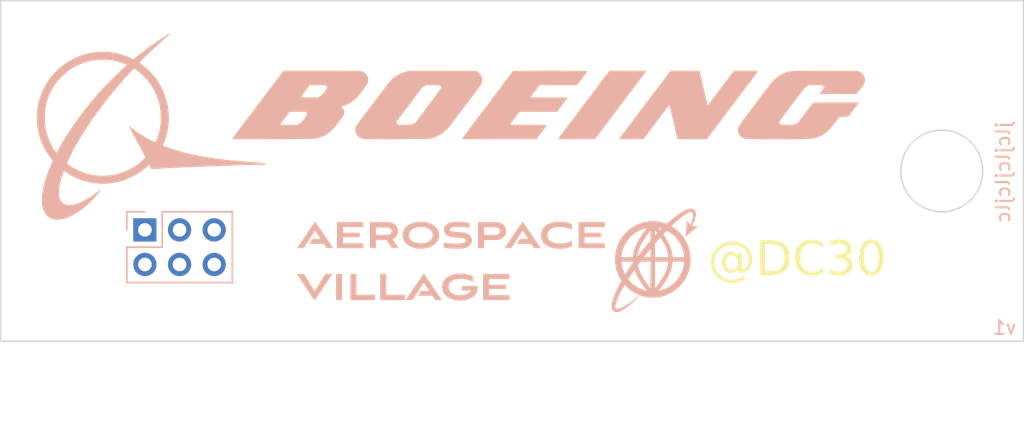
<source format=kicad_pcb>
(kicad_pcb (version 20220427) (generator pcbnew)
  (layers (0 "F.Cu" signal) (31 "B.Cu" signal) (34 "B.Paste" user) (35 "F.Paste" user) (36 "B.SilkS" user "B.Silkscreen") (37 "F.SilkS" user "F.Silkscreen") (38 "B.Mask" user) (39 "F.Mask" user) (44 "Edge.Cuts" user))
  (net 0 "")
  (footprint "Connector_PinHeader_2.54mm:PinHeader_2x03_P2.54mm_Vertical" (layer "B.Cu") (at 110.575 66.825 -90)
    (fp_text reference "REF**" hide)
    (fp_text value "PinHeader_2x03_P2.54mm_Vertical")
    (pad "1" thru_hole rect (at 0 0 270) (size 1.7 1.7) (drill 1) (layers *.Cu *.Mask))
    (pad "2" thru_hole oval (at 2.54 0 270) (size 1.7 1.7) (drill 1) (layers *.Cu *.Mask))
    (pad "3" thru_hole oval (at 0 -2.54 270) (size 1.7 1.7) (drill 1) (layers *.Cu *.Mask))
    (pad "4" thru_hole oval (at 2.54 -2.54 270) (size 1.7 1.7) (drill 1) (layers *.Cu *.Mask))
    (pad "5" thru_hole oval (at 0 -5.08 270) (size 1.7 1.7) (drill 1) (layers *.Cu *.Mask))
    (pad "6" thru_hole oval (at 2.54 -5.08 270) (size 1.7 1.7) (drill 1) (layers *.Cu *.Mask))
  )
  (gr_poly (pts (xy 134.916898 55.227103) (xy 134.929701 55.233161) (xy 134.942144 55.239334) (xy 134.954164 55.245577) (xy 134.965696 55.251846) (xy 134.976676 55.258098) (xy 134.987039 55.264288) (xy 134.996721 55.270373) (xy 135.005658 55.276307) (xy 135.013784 55.282047) (xy 135.021036 55.28755) (xy 135.027349 55.29277) (xy 135.032658 55.297664) (xy 135.034917 55.299974) (xy 135.0369 55.302187) (xy 135.038601 55.304296) (xy 135.04001 55.306296) (xy 135.04112 55.308181) (xy 135.041923 55.309946) (xy 135.042411 55.311586) (xy 135.042575 55.313094) (xy 135.042627 55.314527) (xy 135.042779 55.315942) (xy 135.04303 55.317336) (xy 135.043377 55.318709) (xy 135.043818 55.320058) (xy 135.04435 55.321382) (xy 135.044971 55.322679) (xy 135.045677 55.323946) (xy 135.046467 55.325183) (xy 135.047338 55.326388) (xy 135.048287 55.327558) (xy 135.049313 55.328692) (xy 135.051581 55.330845) (xy 135.054123 55.332832) (xy 135.056918 55.334638) (xy 135.059946 55.33625) (xy 135.063188 55.337654) (xy 135.066622 55.338834) (xy 135.070229 55.339777) (xy 135.073989 55.340468) (xy 135.077881 55.340894) (xy 135.081886 55.341038) (xy 135.08659 55.341608) (xy 135.091771 55.343271) (xy 135.097382 55.345963) (xy 135.103377 55.349618) (xy 135.109713 55.354169) (xy 135.116343 55.359551) (xy 135.130304 55.372545) (xy 135.144898 55.388072) (xy 135.159761 55.405606) (xy 135.174531 55.424619) (xy 135.188844 55.444585) (xy 135.202338 55.464976) (xy 135.214649 55.485266) (xy 135.225414 55.504928) (xy 135.234271 55.523436) (xy 135.240857 55.540261) (xy 135.243184 55.547878) (xy 135.244807 55.554877) (xy 135.245681 55.561193) (xy 135.24576 55.566758) (xy 135.244999 55.571508) (xy 135.243353 55.575377) (xy 135.242577 55.576709) (xy 135.241891 55.57805) (xy 135.241293 55.579399) (xy 135.240782 55.580752) (xy 135.240357 55.582109) (xy 135.240018 55.583466) (xy 135.239764 55.58482) (xy 135.239592 55.586171) (xy 135.239504 55.587515) (xy 135.239497 55.58885) (xy 135.23957 55.590173) (xy 135.239723 55.591484) (xy 135.239955 55.592778) (xy 135.240265 55.594055) (xy 135.240652 55.595311) (xy 135.241114 55.596544) (xy 135.241652 55.597753) (xy 135.242264 55.598934) (xy 135.242948 55.600085) (xy 135.243705 55.601205) (xy 135.244533 55.60229) (xy 135.245431 55.603339) (xy 135.246399 55.604349) (xy 135.247435 55.605317) (xy 135.248538 55.606243) (xy 135.249708 55.607122) (xy 135.250943 55.607954) (xy 135.252243 55.608735) (xy 135.253607 55.609463) (xy 135.255033 55.610136) (xy 135.256521 55.610752) (xy 135.25807 55.611309) (xy 135.264925 55.614978) (xy 135.271156 55.621093) (xy 135.276772 55.629486) (xy 135.281786 55.639987) (xy 135.28621 55.65243) (xy 135.290053 55.666647) (xy 135.296049 55.699727) (xy 135.299864 55.737885) (xy 135.301591 55.779777) (xy 135.301321 55.824057) (xy 135.299146 55.869383) (xy 135.295157 55.91441) (xy 135.289447 55.957794) (xy 135.282107 55.998191) (xy 135.273228 56.034257) (xy 135.262903 56.064648) (xy 135.257226 56.077295) (xy 135.251222 56.08802) (xy 135.244902 56.096654) (xy 135.238278 56.103029) (xy 135.231362 56.106977) (xy 135.224163 56.10833) (xy 135.222853 56.108365) (xy 135.221602 56.108467) (xy 135.22041 56.108634) (xy 135.219278 56.108866) (xy 135.218206 56.10916) (xy 135.217196 56.109515) (xy 135.216247 56.109929) (xy 135.215361 56.110401) (xy 135.214538 56.110928) (xy 135.213778 56.111509) (xy 135.213082 56.112143) (xy 135.212452 56.112827) (xy 135.211886 56.11356) (xy 135.211387 56.114341) (xy 135.210955 56.115167) (xy 135.21059 56.116037) (xy 135.210293 56.11695) (xy 135.210064 56.117903) (xy 135.209905 56.118895) (xy 135.209815 56.119924) (xy 135.209796 56.120989) (xy 135.209848 56.122087) (xy 135.209972 56.123218) (xy 135.210168 56.12438) (xy 135.210437 56.12557) (xy 135.210779 56.126787) (xy 135.211196 56.12803) (xy 135.211687 56.129297) (xy 135.212254 56.130585) (xy 135.212897 56.131894) (xy 135.213616 56.133222) (xy 135.214413 56.134567) (xy 135.215164 56.135992) (xy 135.215748 56.137558) (xy 135.216168 56.139259) (xy 135.216426 56.14109) (xy 135.216525 56.143045) (xy 135.216468 56.145118) (xy 135.215899 56.149598) (xy 135.21474 56.154484) (xy 135.213015 56.159731) (xy 135.210747 56.165294) (xy 135.207958 56.17113) (xy 135.204672 56.177191) (xy 135.200912 56.183435) (xy 135.1967 56.189815) (xy 135.19206 56.196286) (xy 135.187014 56.202805) (xy 135.181585 56.209325) (xy 135.175796 56.215803) (xy 135.169671 56.222192) (xy 135.163273 56.228802) (xy 135.156686 56.235926) (xy 135.143143 56.251449) (xy 135.129439 56.268228) (xy 135.115973 56.28573) (xy 135.103144 56.30342) (xy 135.091351 56.320765) (xy 135.085967 56.329142) (xy 135.080992 56.337232) (xy 135.076474 56.344969) (xy 135.072465 56.352286) (xy 135.068377 56.359718) (xy 135.063628 56.367791) (xy 135.052378 56.385546) (xy 135.039176 56.40493) (xy 135.024482 56.425316) (xy 135.008758 56.446082) (xy 134.992465 56.466604) (xy 134.976064 56.486257) (xy 134.960017 56.504417) (xy 134.944712 56.521487) (xy 134.930433 56.538013) (xy 134.917493 56.55359) (xy 134.911622 56.560897) (xy 134.906204 56.567814) (xy 134.901277 56.574292) (xy 134.89688 56.58028) (xy 134.893053 56.585727) (xy 134.889833 56.590583) (xy 134.887261 56.594797) (xy 134.885376 56.598319) (xy 134.884216 56.601098) (xy 134.88392 56.602193) (xy 134.88382 56.603084) (xy 134.881601 56.608997) (xy 134.875243 56.61989) (xy 134.851908 56.654274) (xy 134.817408 56.701563) (xy 134.775338 56.757081) (xy 134.729292 56.816156) (xy 134.682864 56.874113) (xy 134.639648 56.926278) (xy 134.603239 56.967976) (xy 134.597482 56.974421) (xy 134.59172 56.981116) (xy 134.585992 56.988008) (xy 134.580333 56.995045) (xy 134.569372 57.009337) (xy 134.559134 57.02357) (xy 134.554378 57.030532) (xy 134.549913 57.037319) (xy 134.545776 57.043879) (xy 134.542005 57.050159) (xy 134.538635 57.056106) (xy 134.535705 57.061667) (xy 134.53325 57.066788) (xy 134.531308 57.071417) (xy 134.529512 57.075729) (xy 134.527488 57.07992) (xy 134.525259 57.083969) (xy 134.522847 57.087853) (xy 134.520275 57.091551) (xy 134.517564 57.095042) (xy 134.514738 57.098303) (xy 134.511819 57.101313) (xy 134.508828 57.10405) (xy 134.505788 57.106492) (xy 134.504257 57.107596) (xy 134.502722 57.108618) (xy 134.501186 57.109556) (xy 134.499652 57.110407) (xy 134.498122 57.111167) (xy 134.496599 57.111835) (xy 134.495087 57.112408) (xy 134.493588 57.112883) (xy 134.492104 57.113257) (xy 134.490639 57.113527) (xy 134.489195 57.113691) (xy 134.487775 57.113747) (xy 134.486376 57.11379) (xy 134.484996 57.11392) (xy 134.483635 57.114133) (xy 134.482295 57.114427) (xy 134.480977 57.114801) (xy 134.479685 57.115252) (xy 134.478419 57.115779) (xy 134.477181 57.116378) (xy 134.475973 57.117048) (xy 134.474797 57.117786) (xy 134.473654 57.118592) (xy 134.472547 57.119461) (xy 134.471476 57.120393) (xy 134.470444 57.121386) (xy 134.469453 57.122436) (xy 134.468504 57.123542) (xy 134.467598 57.124701) (xy 134.466739 57.125913) (xy 134.465164 57.128481) (xy 134.463793 57.131231) (xy 134.462639 57.134144) (xy 134.462149 57.135656) (xy 134.461718 57.137203) (xy 134.461349 57.138783) (xy 134.461042 57.140392) (xy 134.460801 57.14203) (xy 134.460627 57.143694) (xy 134.460521 57.145381) (xy 134.460485 57.14709) (xy 134.460169 57.150829) (xy 134.459242 57.155133) (xy 134.457736 57.159952) (xy 134.45568 57.165235) (xy 134.453108 57.170931) (xy 134.450049 57.17699) (xy 134.446535 57.183359) (xy 134.442598 57.18999) (xy 134.438268 57.19683) (xy 134.433577 57.203828) (xy 134.428556 57.210935) (xy 134.423236 57.218099) (xy 134.417649 57.225269) (xy 134.411825 57.232394) (xy 134.405796 57.239424) (xy 134.399593 57.246308) (xy 134.393291 57.253279) (xy 134.386971 57.260564) (xy 134.380674 57.268104) (xy 134.374441 57.275839) (xy 134.368313 57.283711) (xy 134.362332 57.291659) (xy 134.356538 57.299624) (xy 134.350972 57.307547) (xy 134.345676 57.315368) (xy 134.340691 57.323028) (xy 134.336056 57.330468) (xy 134.331815 57.337627) (xy 134.328007 57.344447) (xy 134.324673 57.350867) (xy 134.321856 57.356829) (xy 134.319595 57.362273) (xy 134.318595 57.36482) (xy 134.317567 57.367294) (xy 134.316514 57.369693) (xy 134.315438 57.372016) (xy 134.314341 57.374259) (xy 134.313226 57.376421) (xy 134.312093 57.378499) (xy 134.310947 57.380491) (xy 134.309788 57.382395) (xy 134.30862 57.384209) (xy 134.307444 57.385931) (xy 134.306263 57.387557) (xy 134.305078 57.389087) (xy 134.303892 57.390518) (xy 134.302708 57.391847) (xy 134.301527 57.393073) (xy 134.300352 57.394193) (xy 134.299185 57.395205) (xy 134.298028 57.396106) (xy 134.296883 57.396896) (xy 134.295753 57.39757) (xy 134.29464 57.398128) (xy 134.293545 57.398567) (xy 134.292472 57.398884) (xy 134.291423 57.399078) (xy 134.290399 57.399146) (xy 134.289403 57.399086) (xy 134.288437 57.398897) (xy 134.287503 57.398574) (xy 134.286604 57.398117) (xy 134.285742 57.397524) (xy 134.284919 57.396791) (xy 134.284042 57.396138) (xy 134.283022 57.395781) (xy 134.281862 57.395713) (xy 134.280567 57.395929) (xy 134.277594 57.397187) (xy 134.274142 57.399505) (xy 134.270248 57.402834) (xy 134.265952 57.407126) (xy 134.261292 57.412331) (xy 134.256308 57.418402) (xy 134.251038 57.425288) (xy 134.24552 57.432941) (xy 134.239794 57.441312) (xy 134.233898 57.450352) (xy 134.22787 57.460012) (xy 134.22175 57.470243) (xy 134.215577 57.480996) (xy 134.209388 57.492223) (xy 134.20315 57.503504) (xy 134.196829 57.514417) (xy 134.19047 57.524906) (xy 134.184115 57.534919) (xy 134.17781 57.5444) (xy 134.171597 57.553295) (xy 134.16552 57.56155) (xy 134.159623 57.56911) (xy 134.15395 57.575922) (xy 134.148544 57.581931) (xy 134.143448 57.587083) (xy 134.141031 57.58932) (xy 134.138707 57.591323) (xy 134.136483 57.593084) (xy 134.134364 57.594597) (xy 134.132356 57.595855) (xy 134.130463 57.596851) (xy 134.128692 57.597578) (xy 134.127048 57.59803) (xy 134.125536 57.5982) (xy 134.124162 57.598081) (xy 134.122866 57.597861) (xy 134.121587 57.597728) (xy 134.120326 57.597682) (xy 134.119084 57.59772) (xy 134.117864 57.597841) (xy 134.116667 57.598043) (xy 134.115494 57.598325) (xy 134.114348 57.598683) (xy 134.113229 57.599117) (xy 134.11214 57.599626) (xy 134.111081 57.600206) (xy 134.110056 57.600856) (xy 134.109064 57.601575) (xy 134.108109 57.602361) (xy 134.107191 57.603211) (xy 134.106312 57.604125) (xy 134.105473 57.6051) (xy 134.104678 57.606135) (xy 134.103926 57.607227) (xy 134.103219 57.608376) (xy 134.10256 57.609579) (xy 134.10195 57.610834) (xy 134.10139 57.61214) (xy 134.100882 57.613495) (xy 134.100428 57.614897) (xy 134.100029 57.616344) (xy 134.099688 57.617835) (xy 134.099404 57.619368) (xy 134.099181 57.620941) (xy 134.09902 57.622552) (xy 134.098922 57.624199) (xy 134.098888 57.625881) (xy 134.097934 57.630466) (xy 134.095134 57.637332) (xy 134.090582 57.646342) (xy 134.084373 57.657357) (xy 134.06736 57.68485) (xy 134.04485 57.718704) (xy 134.017597 57.757813) (xy 133.986355 57.801071) (xy 133.95188 57.847372) (xy 133.914925 57.895609) (xy 133.83643 57.997464) (xy 133.758703 58.099754) (xy 133.690717 58.190587) (xy 133.641445 58.258069) (xy 133.632144 58.270871) (xy 133.622745 58.283315) (xy 133.613313 58.295335) (xy 133.603911 58.306867) (xy 133.594604 58.317847) (xy 133.585454 58.32821) (xy 133.576527 58.337892) (xy 133.567886 58.346828) (xy 133.559595 58.354954) (xy 133.551718 58.362206) (xy 133.544319 58.368519) (xy 133.537461 58.373829) (xy 133.53121 58.378071) (xy 133.528331 58.379771) (xy 133.525628 58.38118) (xy 133.523108 58.382291) (xy 133.52078 58.383094) (xy 133.518651 58.383581) (xy 133.51673 58.383746) (xy 133.514925 58.383803) (xy 133.513144 58.383973) (xy 133.511387 58.384254) (xy 133.509658 58.384641) (xy 133.507959 58.385134) (xy 133.506292 58.385728) (xy 133.504658 58.386421) (xy 133.503062 58.387209) (xy 133.501503 58.388092) (xy 133.499986 58.389064) (xy 133.498512 58.390124) (xy 133.497083 58.391269) (xy 133.495702 58.392496) (xy 133.494371 58.393802) (xy 133.493093 58.395185) (xy 133.491868 58.396641) (xy 133.489592 58.399763) (xy 133.487561 58.403144) (xy 133.485793 58.406764) (xy 133.484305 58.4106) (xy 133.483117 58.414628) (xy 133.482641 58.416707) (xy 133.482246 58.418827) (xy 133.481935 58.420983) (xy 133.48171 58.423173) (xy 133.481574 58.425395) (xy 133.481528 58.427645) (xy 133.480981 58.432909) (xy 133.479375 58.439368) (xy 133.473203 58.455562) (xy 133.463445 58.475624) (xy 133.450532 58.498949) (xy 133.434895 58.52493) (xy 133.416966 58.552964) (xy 133.397176 58.582446) (xy 133.375957 58.61277) (xy 133.353741 58.643332) (xy 133.330958 58.673527) (xy 133.308042 58.702749) (xy 133.285422 58.730395) (xy 133.263531 58.755858) (xy 133.242801 58.778534) (xy 133.223662 58.797818) (xy 133.206547 58.813105) (xy 133.200988 58.817765) (xy 133.195815 58.822301) (xy 133.191043 58.826689) (xy 133.186691 58.830905) (xy 133.184678 58.832941) (xy 133.182776 58.834925) (xy 133.180987 58.836854) (xy 133.179313 58.838725) (xy 133.177758 58.840536) (xy 133.176322 58.842283) (xy 133.175007 58.843962) (xy 133.173817 58.845572) (xy 133.172753 58.84711) (xy 133.171818 58.848571) (xy 133.171013 58.849954) (xy 133.17034 58.851255) (xy 133.169802 58.852471) (xy 133.169401 58.8536) (xy 133.169139 58.854638) (xy 133.169017 58.855582) (xy 133.16904 58.85643) (xy 133.169207 58.857178) (xy 133.169346 58.857514) (xy 133.169522 58.857823) (xy 133.169735 58.858107) (xy 133.169987 58.858363) (xy 133.170276 58.858593) (xy 133.170603 58.858795) (xy 133.171373 58.859115) (xy 133.1723 58.85932) (xy 133.173384 58.859408) (xy 133.174981 58.859717) (xy 133.176077 58.860545) (xy 133.176676 58.861888) (xy 133.176781 58.863741) (xy 133.175523 58.86896) (xy 133.172328 58.876167) (xy 133.167224 58.885326) (xy 133.160235 58.896401) (xy 133.140712 58.924159) (xy 133.113967 58.959155) (xy 133.080212 59.001107) (xy 133.039655 59.049728) (xy 132.992506 59.104735) (xy 132.988416 59.10957) (xy 132.984441 59.1145) (xy 132.980602 59.119491) (xy 132.976918 59.124506) (xy 132.973411 59.129512) (xy 132.970101 59.134471) (xy 132.967008 59.139349) (xy 132.964154 59.14411) (xy 132.961558 59.14872) (xy 132.959242 59.153142) (xy 132.957225 59.157341) (xy 132.95553 59.161282) (xy 132.954175 59.164929) (xy 132.953181 59.168248) (xy 132.95257 59.171202) (xy 132.952415 59.172531) (xy 132.952362 59.173756) (xy 132.951085 59.179274) (xy 132.947344 59.1869) (xy 132.933 59.207964) (xy 132.910396 59.235915) (xy 132.880599 59.269722) (xy 132.803686 59.350779) (xy 132.71079 59.442883) (xy 132.610436 59.537783) (xy 132.511154 59.627227) (xy 132.421469 59.702962) (xy 132.382891 59.73311) (xy 132.349911 59.756737) (xy 132.309366 59.783286) (xy 132.267915 59.809111) (xy 132.225601 59.834195) (xy 132.182465 59.858518) (xy 132.138551 59.882061) (xy 132.0939 59.904806) (xy 132.002559 59.947823) (xy 131.908781 59.987418) (xy 131.812905 60.02344) (xy 131.715271 60.055737) (xy 131.616216 60.084159) (xy 131.616225 60.084164) (xy 131.540855 60.102378) (xy 131.450968 60.116269) (xy 131.317817 60.126538) (xy 131.112652 60.133888) (xy 130.371278 60.142639) (xy 128.996851 60.148141) (xy 128.219801 60.150507) (xy 127.628739 60.151568) (xy 127.394344 60.151458) (xy 127.196115 60.150841) (xy 127.030608 60.149657) (xy 126.89438 60.147845) (xy 126.783985 60.145345) (xy 126.695982 60.142098) (xy 126.659301 60.140175) (xy 126.626926 60.138043) (xy 126.598427 60.135693) (xy 126.573373 60.133119) (xy 126.551335 60.130313) (xy 126.53188 60.127267) (xy 126.51458 60.123974) (xy 126.499003 60.120427) (xy 126.48472 60.116617) (xy 126.471299 60.112537) (xy 126.445323 60.103538) (xy 126.412861 60.091035) (xy 126.382073 60.077772) (xy 126.35288 60.06368) (xy 126.325206 60.048688) (xy 126.298973 60.032725) (xy 126.274103 60.015721) (xy 126.250519 59.997604) (xy 126.228143 59.978303) (xy 126.206898 59.957749) (xy 126.186707 59.93587) (xy 126.167492 59.912596) (xy 126.149175 59.887855) (xy 126.13168 59.861577) (xy 126.114928 59.833691) (xy 126.098843 59.804127) (xy 126.083346 59.772813) (xy 126.069329 59.74054) (xy 126.057035 59.706824) (xy 126.046471 59.671918) (xy 126.037644 59.636074) (xy 126.030558 59.599544) (xy 126.025222 59.562581) (xy 126.021641 59.525435) (xy 126.019822 59.48836) (xy 126.019771 59.451607) (xy 126.021494 59.415428) (xy 126.024998 59.380077) (xy 126.030289 59.345804) (xy 126.037374 59.312862) (xy 126.046259 59.281503) (xy 126.056951 59.251979) (xy 126.069455 59.224543) (xy 126.1049 59.167917) (xy 126.173158 59.068651) (xy 126.26671 58.938283) (xy 129.017352 58.938283) (xy 129.017404 58.946984) (xy 129.017833 58.95559) (xy 129.018634 58.964092) (xy 129.019803 58.972483) (xy 129.021336 58.980756) (xy 129.023229 58.988903) (xy 129.025476 58.996916) (xy 129.028075 59.004788) (xy 129.031019 59.012512) (xy 129.034306 59.02008) (xy 129.03793 59.027485) (xy 129.041888 59.034718) (xy 129.046175 59.041773) (xy 129.050787 59.048643) (xy 129.055719 59.055318) (xy 129.060967 59.061793) (xy 129.066528 59.068059) (xy 129.072395 59.07411) (xy 129.078566 59.079936) (xy 129.085035 59.085532) (xy 129.091799 59.09089) (xy 129.098854 59.096001) (xy 129.106194 59.10086) (xy 129.113815 59.105457) (xy 129.121714 59.109786) (xy 129.129886 59.113838) (xy 129.138326 59.117608) (xy 129.14703 59.121086) (xy 129.147032 59.121081) (xy 129.165838 59.12417) (xy 129.202511 59.126529) (xy 129.25488 59.128146) (xy 129.320774 59.129005) (xy 129.484458 59.128392) (xy 129.6762 59.124576) (xy 129.886925 59.117613) (xy 129.97399 59.112787) (xy 130.050656 59.106185) (xy 130.085512 59.102012) (xy 130.118274 59.097148) (xy 130.149112 59.091509) (xy 130.178195 59.085015) (xy 130.205691 59.077582) (xy 130.231769 59.069127) (xy 130.256597 59.059569) (xy 130.280346 59.048825) (xy 130.303182 59.036812) (xy 130.325276 59.023449) (xy 130.346796 59.008651) (xy 130.36791 58.992338) (xy 130.388788 58.974427) (xy 130.409598 58.954835) (xy 130.43051 58.933479) (xy 130.451691 58.910278) (xy 130.495539 58.858008) (xy 130.542492 58.797366) (xy 130.593901 58.727692) (xy 130.651116 58.648326) (xy 130.689941 58.594552) (xy 130.726883 58.544095) (xy 130.761899 58.497004) (xy 130.794948 58.453328) (xy 130.825989 58.413113) (xy 130.854981 58.37641) (xy 130.881882 58.343267) (xy 130.90665 58.31373) (xy 130.929246 58.28785) (xy 130.949626 58.265674) (xy 130.967751 58.24725) (xy 130.983579 58.232628) (xy 130.990618 58.226757) (xy 130.997068 58.221855) (xy 131.002922 58.217927) (xy 131.008177 58.214979) (xy 131.012826 58.213018) (xy 131.016864 58.212049) (xy 131.020287 58.212079) (xy 131.02309 58.213114) (xy 131.024285 58.213818) (xy 131.02543 58.21442) (xy 131.026524 58.214923) (xy 131.027566 58.215328) (xy 131.028556 58.215636) (xy 131.029493 58.215848) (xy 131.030376 58.215966) (xy 131.031205 58.215991) (xy 131.031978 58.215925) (xy 131.032697 58.215768) (xy 131.033358 58.215523) (xy 131.033963 58.21519) (xy 131.034511 58.214771) (xy 131.035 58.214267) (xy 131.035431 58.213679) (xy 131.035801 58.213009) (xy 131.036112 58.212259) (xy 131.036362 58.211429) (xy 131.036551 58.210521) (xy 131.036678 58.209536) (xy 131.036742 58.208475) (xy 131.036742 58.207341) (xy 131.036679 58.206133) (xy 131.036551 58.204854) (xy 131.036099 58.202088) (xy 131.03538 58.199051) (xy 131.03439 58.195756) (xy 131.033124 58.192213) (xy 131.032848 58.187637) (xy 131.0345 58.180664) (xy 131.043151 58.160144) (xy 131.058198 58.131887) (xy 131.078765 58.097131) (xy 131.13295 58.013064) (xy 131.198691 57.917834) (xy 131.26897 57.821329) (xy 131.336772 57.73344) (xy 131.367552 57.695817) (xy 131.395081 57.664056) (xy 131.418483 57.639395) (xy 131.436881 57.623068) (xy 131.439107 57.621373) (xy 131.441257 57.619699) (xy 131.443328 57.618049) (xy 131.445318 57.616424) (xy 131.447227 57.614828) (xy 131.449052 57.613261) (xy 131.450793 57.611726) (xy 131.452446 57.610226) (xy 131.454011 57.608762) (xy 131.455486 57.607337) (xy 131.45687 57.605952) (xy 131.458161 57.60461) (xy 131.459357 57.603313) (xy 131.460456 57.602062) (xy 131.461457 57.600861) (xy 131.462359 57.599711) (xy 131.46316 57.598614) (xy 131.463858 57.597572) (xy 131.464452 57.596589) (xy 131.464939 57.595664) (xy 131.465319 57.594802) (xy 131.46559 57.594003) (xy 131.46575 57.593271) (xy 131.465797 57.592606) (xy 131.465778 57.5923) (xy 131.465731 57.592012) (xy 131.465654 57.591742) (xy 131.465548 57.59149) (xy 131.465413 57.591257) (xy 131.465249 57.591043) (xy 131.465055 57.590848) (xy 131.464831 57.590672) (xy 131.464576 57.590516) (xy 131.464292 57.59038) (xy 131.463631 57.590169) (xy 131.462846 57.59004) (xy 131.461936 57.589997) (xy 131.460707 57.588984) (xy 131.461082 57.58603) (xy 131.466262 57.574807) (xy 131.476702 57.557342) (xy 131.491633 57.53465) (xy 131.53188 57.477643) (xy 131.580829 57.411904) (xy 131.632308 57.345551) (xy 131.680146 57.286703) (xy 131.700771 57.262629) (xy 131.718171 57.243476) (xy 131.731575 57.230258) (xy 131.736537 57.226192) (xy 131.740211 57.22399) (xy 131.741314 57.223507) (xy 131.742403 57.22297) (xy 131.744534 57.22174) (xy 131.746592 57.220318) (xy 131.748567 57.218718) (xy 131.750448 57.216958) (xy 131.752223 57.215054) (xy 131.753881 57.213024) (xy 131.755412 57.210882) (xy 131.756804 57.208646) (xy 131.758047 57.206333) (xy 131.759128 57.203958) (xy 131.760038 57.201539) (xy 131.760765 57.199092) (xy 131.761298 57.196633) (xy 131.761625 57.19418) (xy 131.761709 57.19296) (xy 131.761737 57.191747) (xy 131.763112 57.187538) (xy 131.767147 57.179869) (xy 131.78265 57.154924) (xy 131.807161 57.118448) (xy 131.839592 57.071979) (xy 131.923865 56.955212) (xy 132.026773 56.816921) (xy 132.080345 56.74507) (xy 132.130962 56.6756) (xy 132.177472 56.610205) (xy 132.218721 56.55058) (xy 132.253556 56.498421) (xy 132.280822 56.455422) (xy 132.291256 56.437887) (xy 132.299366 56.423278) (xy 132.305007 56.411806) (xy 132.308035 56.403684) (xy 132.309762 56.396012) (xy 132.310948 56.388234) (xy 132.311594 56.380356) (xy 132.311701 56.372384) (xy 132.311272 56.364322) (xy 132.310307 56.356178) (xy 132.308809 56.347956) (xy 132.306778 56.339662) (xy 132.304217 56.331302) (xy 132.301126 56.32288) (xy 132.297509 56.314404) (xy 132.293365 56.305878) (xy 132.288696 56.297309) (xy 132.283505 56.288701) (xy 132.277792 56.28006) (xy 132.27156 56.271393) (xy 132.218865 56.200934) (xy 131.135297 56.200934) (xy 131.026134 56.276636) (xy 131.01443 56.285122) (xy 131.001909 56.294888) (xy 130.988684 56.30582) (xy 130.97487 56.317802) (xy 130.945925 56.344456) (xy 130.915984 56.373926) (xy 130.885956 56.405291) (xy 130.85675 56.437629) (xy 130.829276 56.470016) (xy 130.816473 56.48594) (xy 130.804443 56.501531) (xy 130.757972 56.562592) (xy 130.714623 56.618558) (xy 130.679247 56.663231) (xy 130.666063 56.679396) (xy 130.656691 56.690414) (xy 130.647973 56.700683) (xy 130.636665 56.714705) (xy 130.608178 56.751504) (xy 130.575028 56.795818) (xy 130.54101 56.84265) (xy 130.532698 56.854043) (xy 130.524393 56.864978) (xy 130.516146 56.875402) (xy 130.508012 56.885265) (xy 130.500042 56.894517) (xy 130.492288 56.903107) (xy 130.484805 56.910984) (xy 130.477644 56.918098) (xy 130.470858 56.924397) (xy 130.464501 56.929831) (xy 130.458623 56.93435) (xy 130.455881 56.93625) (xy 130.453279 56.937903) (xy 130.450823 56.939301) (xy 130.44852 56.940439) (xy 130.446377 56.941309) (xy 130.444401 56.941907) (xy 130.442597 56.942225) (xy 130.440972 56.942257) (xy 130.439533 56.941996) (xy 130.438287 56.941437) (xy 130.437121 56.940773) (xy 130.43592 56.940196) (xy 130.434686 56.939708) (xy 130.433424 56.939305) (xy 130.432134 56.938988) (xy 130.43082 56.938756) (xy 130.429485 56.938606) (xy 130.428131 56.938538) (xy 130.426761 56.938552) (xy 130.425377 56.938645) (xy 130.423982 56.938817) (xy 130.422579 56.939066) (xy 130.421171 56.939392) (xy 130.419759 56.939793) (xy 130.418347 56.940269) (xy 130.416938 56.940818) (xy 130.415534 56.941439) (xy 130.414137 56.942131) (xy 130.412751 56.942893) (xy 130.411377 56.943723) (xy 130.41002 56.944622) (xy 130.40868 56.945587) (xy 130.407362 56.946617) (xy 130.406067 56.947712) (xy 130.404798 56.94887) (xy 130.403558 56.95009) (xy 130.40235 56.951371) (xy 130.401176 56.952712) (xy 130.400039 56.954112) (xy 130.398942 56.95557) (xy 130.397886 56.957084) (xy 130.396876 56.958654) (xy 130.394824 56.962108) (xy 130.39315 56.965213) (xy 130.392455 56.966634) (xy 130.391853 56.967967) (xy 130.391345 56.969211) (xy 130.39093 56.970367) (xy 130.390609 56.971433) (xy 130.39038 56.97241) (xy 130.390243 56.973298) (xy 130.390199 56.974096) (xy 130.390247 56.974804) (xy 130.390386 56.975421) (xy 130.390617 56.975948) (xy 130.390939 56.976384) (xy 130.391352 56.976729) (xy 130.391856 56.976982) (xy 130.39245 56.977143) (xy 130.393134 56.977212) (xy 130.393908 56.977189) (xy 130.394772 56.977073) (xy 130.395724 56.976865) (xy 130.396766 56.976563) (xy 130.397897 56.976168) (xy 130.399116 56.975678) (xy 130.400424 56.975095) (xy 130.40182 56.974418) (xy 130.404874 56.972779) (xy 130.408276 56.970759) (xy 130.409843 56.969811) (xy 130.411389 56.968915) (xy 130.412914 56.968072) (xy 130.414414 56.967281) (xy 130.415889 56.966543) (xy 130.417336 56.965859) (xy 130.418754 56.965228) (xy 130.42014 56.964651) (xy 130.421492 56.964128) (xy 130.422809 56.963658) (xy 130.424088 56.963243) (xy 130.425327 56.962883) (xy 130.426526 56.962577) (xy 130.42768 56.962326) (xy 130.42879 56.96213) (xy 130.429852 56.961989) (xy 130.430865 56.961904) (xy 130.431827 56.961875) (xy 130.432736 56.961901) (xy 130.433589 56.961984) (xy 130.434386 56.962123) (xy 130.435123 56.962319) (xy 130.4358 56.962571) (xy 130.436414 56.96288) (xy 130.436962 56.963247) (xy 130.437444 56.96367) (xy 130.437857 56.964152) (xy 130.4382 56.964691) (xy 130.43847 56.965288) (xy 130.438665 56.965943) (xy 130.438783 56.966657) (xy 130.438823 56.967429) (xy 130.410987 57.008839) (xy 130.336713 57.111646) (xy 130.104247 57.426864) (xy 129.852222 57.763918) (xy 129.691435 57.973642) (xy 129.675325 57.994531) (xy 129.647347 58.031849) (xy 129.571521 58.13464) (xy 129.527703 58.194009) (xy 129.481159 58.256201) (xy 129.437445 58.313836) (xy 129.402121 58.359537) (xy 129.364534 58.40819) (xy 129.314662 58.473868) (xy 129.259004 58.547964) (xy 129.204058 58.62187) (xy 129.178134 58.656591) (xy 129.153184 58.689321) (xy 129.12981 58.719318) (xy 129.108612 58.745841) (xy 129.09019 58.768151) (xy 129.082208 58.777494) (xy 129.075146 58.785506) (xy 129.069078 58.792094) (xy 129.064079 58.797166) (xy 129.060224 58.800629) (xy 129.05875 58.801729) (xy 129.05759 58.802391) (xy 129.055526 58.803736) (xy 129.053345 58.805978) (xy 129.051065 58.809065) (xy 129.048705 58.812944) (xy 129.046285 58.817566) (xy 129.043822 58.822878) (xy 129.041335 58.82883) (xy 129.038844 58.835369) (xy 129.033923 58.850004) (xy 129.029207 58.866373) (xy 129.024849 58.884064) (xy 129.020996 58.902666) (xy 129.019498 58.911677) (xy 129.018395 58.920621) (xy 129.01768 58.929492) (xy 129.017352 58.938283) (xy 126.26671 58.938283) (xy 126.366889 58.798677) (xy 126.568187 58.527569) (xy 126.645904 58.426886) (xy 126.694591 58.368275) (xy 126.701063 58.361025) (xy 126.709188 58.351391) (xy 126.71864 58.33979) (xy 126.729092 58.326639) (xy 126.751685 58.297348) (xy 126.763171 58.282041) (xy 126.774349 58.266846) (xy 127.095112 57.835377) (xy 127.508968 57.28868) (xy 127.870049 56.818218) (xy 127.985216 56.671407) (xy 128.032488 56.615453) (xy 128.033773 56.614965) (xy 128.035043 56.614413) (xy 128.037526 56.613128) (xy 128.039926 56.611614) (xy 128.042228 56.609891) (xy 128.044419 56.607976) (xy 128.046488 56.605889) (xy 128.048421 56.603647) (xy 128.050206 56.60127) (xy 128.051828 56.598774) (xy 128.053276 56.59618) (xy 128.054537 56.593505) (xy 128.055597 56.590768) (xy 128.056444 56.587987) (xy 128.057065 56.585181) (xy 128.057447 56.582368) (xy 128.057545 56.580964) (xy 128.057578 56.579566) (xy 128.058502 56.575622) (xy 128.061216 56.569461) (xy 128.071643 56.551011) (xy 128.088128 56.525265) (xy 128.109939 56.493271) (xy 128.136347 56.456079) (xy 128.166618 56.414737) (xy 128.200023 56.370295) (xy 128.235831 56.323802) (xy 128.373481 56.146811) (xy 128.454113 56.042433) (xy 128.473475 56.018367) (xy 128.497566 55.990744) (xy 128.557504 55.927075) (xy 128.629058 55.855932) (xy 128.70736 55.781821) (xy 128.787543 55.709248) (xy 128.864737 55.642718) (xy 128.934074 55.586736) (xy 128.964276 55.56411) (xy 128.990688 55.54581) (xy 129.021323 55.526308) (xy 129.054419 55.506307) (xy 129.089364 55.486095) (xy 129.125546 55.465962) (xy 129.162355 55.446197) (xy 129.19918 55.42709) (xy 129.235409 55.40893) (xy 129.270431 55.392007) (xy 129.303635 55.376611) (xy 129.334409 55.36303) (xy 129.362143 55.351555) (xy 129.386226 55.342474) (xy 129.406046 55.336077) (xy 129.420992 55.332655) (xy 129.426446 55.332149) (xy 129.430452 55.332495) (xy 129.432935 55.33373) (xy 129.433817 55.335889) (xy 129.433863 55.336793) (xy 129.433959 55.337611) (xy 129.434103 55.338344) (xy 129.434294 55.338991) (xy 129.434532 55.339554) (xy 129.434814 55.340034) (xy 129.435139 55.340431) (xy 129.435507 55.340745) (xy 129.435915 55.340978) (xy 129.436363 55.34113) (xy 129.436849 55.341202) (xy 129.437373 55.341194) (xy 129.437932 55.341108) (xy 129.438525 55.340943) (xy 129.439152 55.340701) (xy 129.439811 55.340382) (xy 129.4405 55.339986) (xy 129.441219 55.339515) (xy 129.441966 55.33897) (xy 129.44274 55.33835) (xy 129.444363 55.33689) (xy 129.446079 55.335142) (xy 129.447877 55.333112) (xy 129.449746 55.330803) (xy 129.451678 55.328222) (xy 129.453661 55.325374) (xy 129.456876 55.3221) (xy 129.462426 55.318269) (xy 129.470177 55.313929) (xy 129.479998 55.309128) (xy 129.505321 55.298329) (xy 129.537338 55.286253) (xy 129.574994 55.273279) (xy 129.617231 55.259787) (xy 129.662993 55.246158) (xy 129.711224 55.23277) (xy 129.949348 55.169059) (xy 134.791222 55.169059)) (stroke (width 0.03)) (fill solid) (layer "B.SilkS"))
  (gr_poly (pts (xy 146.485705 69.729811) (xy 146.485704 69.72981) (xy 146.485705 69.72981)) (stroke (width 0.03)) (fill solid) (layer "B.SilkS"))
  (gr_poly (pts (xy 146.859957 69.212303) (xy 146.807187 69.283347) (xy 146.754732 69.354614) (xy 146.702632 69.426051) (xy 146.701608 69.421894) (xy 146.676615 69.2835) (xy 146.676468 69.282551) (xy 146.676344 69.281652) (xy 146.660671 69.141475) (xy 146.913043 69.141475)) (stroke (width 0.03)) (fill solid) (layer "B.SilkS"))
  (gr_poly (pts (xy 132.323277 71.962731) (xy 131.865679 71.962731) (xy 131.655335 71.64404) (xy 130.627032 71.64404) (xy 130.846504 71.310268) (xy 131.437848 71.310268) (xy 131.017954 70.668521) (xy 130.170229 71.962731) (xy 129.712236 71.962731) (xy 131.017954 70.049793)) (stroke (width 0.03)) (fill solid) (layer "B.SilkS"))
  (gr_poly (pts (xy 147.669508 68.18068) (xy 147.534815 68.346057) (xy 147.401337 68.512445) (xy 147.268968 68.679724) (xy 147.137612 68.847759) (xy 146.660668 68.847759) (xy 146.661058 68.844262) (xy 146.718305 68.766761) (xy 146.775764 68.689409) (xy 146.992298 68.411006) (xy 147.102259 68.273096) (xy 147.213367 68.136083) (xy 147.325633 67.999994) (xy 147.43907 67.864855) (xy 147.553691 67.730694) (xy 147.669508 67.597538)) (stroke (width 0.03)) (fill solid) (layer "B.SilkS"))
  (gr_poly (pts (xy 126.062176 71.610306) (xy 127.434967 71.610306) (xy 127.434967 71.962731) (xy 125.652998 71.962731) (xy 125.652998 70.079558) (xy 126.062176 70.079558)) (stroke (width 0.03)) (fill solid) (layer "B.SilkS"))
  (gr_poly (pts (xy 145.531865 70.562637) (xy 145.548333 70.586991) (xy 145.566756 70.613626) (xy 145.585476 70.640032) (xy 145.604518 70.666187) (xy 145.624521 70.692944) (xy 145.644834 70.719447) (xy 145.665453 70.745694) (xy 145.686374 70.771685) (xy 145.702435 70.791075) (xy 145.718747 70.81024) (xy 145.735227 70.829254) (xy 145.751796 70.848192) (xy 145.739138 70.869101) (xy 145.726325 70.88993) (xy 145.713555 70.91078) (xy 145.701024 70.931753) (xy 145.600104 71.107324) (xy 145.501487 71.283793) (xy 145.453579 71.372549) (xy 145.406889 71.461751) (xy 145.361633 71.551472) (xy 145.318024 71.641787) (xy 145.276163 71.732326) (xy 145.235839 71.823699) (xy 145.197693 71.915659) (xy 145.162365 72.007958) (xy 145.130499 72.10035) (xy 145.116063 72.146504) (xy 145.102733 72.192589) (xy 145.090589 72.238573) (xy 145.07971 72.284427) (xy 145.070177 72.330119) (xy 145.062071 72.375618) (xy 145.059645 72.397716) (xy 145.057769 72.419584) (xy 145.056506 72.441105) (xy 145.055924 72.462165) (xy 145.056085 72.482648) (xy 145.056465 72.492637) (xy 145.057056 72.502439) (xy 145.057864 72.512039) (xy 145.0589 72.521423) (xy 145.06017 72.530576) (xy 145.061683 72.539484) (xy 145.063745 72.54806) (xy 145.065922 72.556092) (xy 145.068228 72.563605) (xy 145.070676 72.570622) (xy 145.073279 72.577168) (xy 145.07605 72.583265) (xy 145.077504 72.586153) (xy 145.079005 72.588938) (xy 145.080554 72.591623) (xy 145.082155 72.594211) (xy 145.083807 72.596704) (xy 145.085514 72.599107) (xy 145.087276 72.601421) (xy 145.089096 72.603649) (xy 145.090975 72.605796) (xy 145.092914 72.607863) (xy 145.094916 72.609854) (xy 145.096982 72.611772) (xy 145.099114 72.613619) (xy 145.101314 72.615399) (xy 145.103582 72.617114) (xy 145.105921 72.618768) (xy 145.110819 72.621903) (xy 145.116021 72.624828) (xy 145.121881 72.627656) (xy 145.128278 72.630186) (xy 145.135182 72.632419) (xy 145.14256 72.634354) (xy 145.150384 72.635992) (xy 145.158621 72.637332) (xy 145.167241 72.638375) (xy 145.176213 72.63912) (xy 145.185505 72.639567) (xy 145.195088 72.639717) (xy 145.204929 72.639569) (xy 145.214999 72.639123) (xy 145.225266 72.638379) (xy 145.2357 72.637338) (xy 145.246269 72.635999) (xy 145.256942 72.634362) (xy 145.27853 72.630504) (xy 145.300397 72.62582) (xy 145.322494 72.620373) (xy 145.344771 72.61423) (xy 145.367178 72.607454) (xy 145.389666 72.60011) (xy 145.412184 72.592263) (xy 145.434684 72.583977) (xy 145.479864 72.565541) (xy 145.524775 72.545854) (xy 145.569425 72.524999) (xy 145.613821 72.503056) (xy 145.657971 72.480106) (xy 145.701884 72.45623) (xy 145.789028 72.406022) (xy 145.875316 72.35308) (xy 145.960811 72.29805) (xy 146.045578 72.241578) (xy 146.12968 72.184312) (xy 146.212913 72.12503) (xy 146.295638 72.064797) (xy 146.377869 72.003668) (xy 146.459621 71.941702) (xy 146.621743 71.815482) (xy 146.782121 71.68659) (xy 146.711674 71.761769) (xy 146.640476 71.836325) (xy 146.568441 71.910157) (xy 146.495485 71.983161) (xy 146.421525 72.055235) (xy 146.346476 72.126276) (xy 146.270255 72.196182) (xy 146.192777 72.264849) (xy 146.153744 72.298925) (xy 146.11432 72.332666) (xy 146.074487 72.366035) (xy 146.034227 72.398995) (xy 145.99352 72.431508) (xy 145.952348 72.463538) (xy 145.910692 72.495046) (xy 145.868533 72.525997) (xy 145.825896 72.556582) (xy 145.782753 72.586657) (xy 145.739006 72.616118) (xy 145.694556 72.644863) (xy 145.649306 72.67279) (xy 145.603159 72.699796) (xy 145.556016 72.725778) (xy 145.50778 72.750634) (xy 145.48308 72.762411) (xy 145.458045 72.773859) (xy 145.432599 72.784869) (xy 145.40667 72.795336) (xy 145.380182 72.805152) (xy 145.353063 72.81421) (xy 145.325236 72.822402) (xy 145.311035 72.82614) (xy 145.29663 72.829621) (xy 145.267465 72.835712) (xy 145.237144 72.840841) (xy 145.221563 72.842884) (xy 145.205707 72.844492) (xy 145.189581 72.845601) (xy 145.173189 72.846147) (xy 145.156538 72.846066) (xy 145.13963 72.845292) (xy 145.122472 72.843761) (xy 145.105067 72.841408) (xy 145.087421 72.838169) (xy 145.069538 72.83398) (xy 145.051423 72.828775) (xy 145.03308 72.82249) (xy 145.024057 72.818768) (xy 145.01514 72.814745) (xy 145.006326 72.810423) (xy 144.997609 72.805802) (xy 144.988986 72.800884) (xy 144.980451 72.795669) (xy 144.971999 72.790158) (xy 144.963627 72.784353) (xy 144.956077 72.777976) (xy 144.948613 72.771371) (xy 144.941243 72.76457) (xy 144.933976 72.757605) (xy 144.926821 72.750511) (xy 144.919786 72.743319) (xy 144.91288 72.736062) (xy 144.906111 72.728774) (xy 144.895424 72.712869) (xy 144.890145 72.704832) (xy 144.884948 72.696749) (xy 144.879863 72.688629) (xy 144.874919 72.680479) (xy 144.870145 72.67231) (xy 144.865571 72.664127) (xy 144.862187 72.656055) (xy 144.858876 72.647917) (xy 144.852451 72.631481) (xy 144.846249 72.614897) (xy 144.840224 72.59824) (xy 144.836093 72.582022) (xy 144.832465 72.565955) (xy 144.829311 72.550035) (xy 144.826604 72.534255) (xy 144.824318 72.518611) (xy 144.822425 72.503095) (xy 144.820898 72.487702) (xy 144.81971 72.472427) (xy 144.818242 72.442206) (xy 144.817802 72.412386) (xy 144.818174 72.382919) (xy 144.81914 72.353759) (xy 144.824321 72.297003) (xy 144.831424 72.241272) (xy 144.840284 72.186471) (xy 144.850739 72.132509) (xy 144.862627 72.07929) (xy 144.875785 72.026722) (xy 144.89005 71.974711) (xy 144.905259 71.923165) (xy 144.921153 71.872069) (xy 144.937829 71.821441) (xy 144.955214 71.771229) (xy 144.973231 71.721383) (xy 144.991806 71.671854) (xy 145.010865 71.622591) (xy 145.050133 71.524662) (xy 145.103032 71.399793) (xy 145.15834 71.276363) (xy 145.215868 71.154269) (xy 145.275427 71.033404) (xy 145.336826 70.913665) (xy 145.399878 70.794945) (xy 145.464393 70.677141) (xy 145.530153 70.560198)) (stroke (width 0.03)) (fill solid) (layer "B.SilkS"))
  (gr_poly (pts (xy 123.015764 71.355115) (xy 123.811101 70.079558) (xy 124.29132 70.079558) (xy 123.015764 72.000433) (xy 121.747748 70.079558) (xy 122.231936 70.079558)) (stroke (width 0.03)) (fill solid) (layer "B.SilkS"))
  (gr_poly (pts (xy 126.575732 66.596584) (xy 125.082689 66.596584) (xy 125.082689 67.05418) (xy 126.305857 67.05418) (xy 126.305857 67.350646) (xy 125.082689 67.350646) (xy 125.082689 67.830865) (xy 126.575732 67.830865) (xy 126.575732 68.153524) (xy 124.673908 68.153524) (xy 124.673908 66.270352) (xy 126.575732 66.270352)) (stroke (width 0.03)) (fill solid) (layer "B.SilkS"))
  (gr_poly (pts (xy 112.386289 52.418022) (xy 112.388725 52.418565) (xy 112.390716 52.419528) (xy 112.391545 52.420168) (xy 112.392263 52.420913) (xy 112.393367 52.422718) (xy 112.394029 52.424943) (xy 112.394249 52.427588) (xy 112.394197 52.4291) (xy 112.394043 52.430593) (xy 112.39379 52.432065) (xy 112.393439 52.433514) (xy 112.392994 52.434938) (xy 112.392457 52.436335) (xy 112.391831 52.437704) (xy 112.391117 52.439042) (xy 112.39032 52.440348) (xy 112.389441 52.44162) (xy 112.388482 52.442855) (xy 112.387447 52.444052) (xy 112.386337 52.44521) (xy 112.385157 52.446325) (xy 112.38259 52.448423) (xy 112.379768 52.45033) (xy 112.37671 52.452032) (xy 112.373438 52.453514) (xy 112.36997 52.454761) (xy 112.366329 52.455756) (xy 112.362533 52.456486) (xy 112.358604 52.456935) (xy 112.354561 52.457088) (xy 112.352524 52.457132) (xy 112.350507 52.45726) (xy 112.348513 52.457471) (xy 112.346545 52.457763) (xy 112.344605 52.458134) (xy 112.342696 52.458582) (xy 112.34082 52.459104) (xy 112.338981 52.459698) (xy 112.337181 52.460362) (xy 112.335423 52.461095) (xy 112.33371 52.461894) (xy 112.332044 52.462756) (xy 112.330428 52.463681) (xy 112.328865 52.464665) (xy 112.327357 52.465706) (xy 112.325907 52.466803) (xy 112.324518 52.467954) (xy 112.323193 52.469155) (xy 112.321934 52.470405) (xy 112.320744 52.471703) (xy 112.319626 52.473045) (xy 112.318582 52.47443) (xy 112.317615 52.475856) (xy 112.316729 52.47732) (xy 112.315925 52.47882) (xy 112.315206 52.480354) (xy 112.314575 52.481921) (xy 112.314035 52.483518) (xy 112.313588 52.485142) (xy 112.313238 52.486793) (xy 112.312986 52.488466) (xy 112.312836 52.490162) (xy 112.311095 52.494874) (xy 112.306393 52.502088) (xy 112.298883 52.511656) (xy 112.288718 52.523426) (xy 112.261033 52.55298) (xy 112.224558 52.589551) (xy 112.180514 52.631943) (xy 112.130123 52.678958) (xy 112.074604 52.729399) (xy 112.01518 52.782069) (xy 111.766562 53.004307) (xy 111.478217 53.269199) (xy 111.172608 53.555219) (xy 110.872196 53.840839) (xy 110.599442 54.104533) (xy 110.376809 54.324774) (xy 110.226757 54.480035) (xy 110.185968 54.526571) (xy 110.171748 54.548789) (xy 110.172606 54.551518) (xy 110.175123 54.555433) (xy 110.179215 54.560459) (xy 110.184796 54.566523) (xy 110.200089 54.581465) (xy 110.220323 54.599668) (xy 110.244821 54.62054) (xy 110.272904 54.643486) (xy 110.303893 54.667916) (xy 110.33711 54.693236) (xy 110.392017 54.735066) (xy 110.448095 54.779042) (xy 110.504695 54.824573) (xy 110.561164 54.871067) (xy 110.616854 54.917932) (xy 110.671114 54.964578) (xy 110.723293 55.010412) (xy 110.772741 55.054843) (xy 110.818808 55.09728) (xy 110.860842 55.13713) (xy 110.898194 55.173803) (xy 110.930214 55.206707) (xy 110.95625 55.23525) (xy 110.975653 55.25884) (xy 110.982663 55.268594) (xy 110.987771 55.276887) (xy 110.990895 55.283647) (xy 110.991955 55.288798) (xy 110.99199 55.290259) (xy 110.992092 55.291658) (xy 110.992261 55.292996) (xy 110.992495 55.294272) (xy 110.992792 55.295484) (xy 110.99315 55.296632) (xy 110.993568 55.297715) (xy 110.994043 55.298733) (xy 110.994575 55.299684) (xy 110.995162 55.300568) (xy 110.995801 55.301383) (xy 110.996491 55.30213) (xy 110.997231 55.302807) (xy 110.998018 55.303414) (xy 110.998851 55.303949) (xy 110.999729 55.304412) (xy 111.000649 55.304802) (xy 111.001611 55.305119) (xy 111.002611 55.305361) (xy 111.003649 55.305527) (xy 111.004723 55.305618) (xy 111.005831 55.305631) (xy 111.006971 55.305566) (xy 111.008142 55.305423) (xy 111.009342 55.305201) (xy 111.01057 55.304898) (xy 111.011823 55.304515) (xy 111.0131 55.304049) (xy 111.014399 55.303501) (xy 111.015719 55.302869) (xy 111.017058 55.302154) (xy 111.018414 55.301353) (xy 111.01977 55.300561) (xy 111.021108 55.299871) (xy 111.022428 55.299281) (xy 111.023728 55.298791) (xy 111.025005 55.298398) (xy 111.026258 55.298103) (xy 111.027485 55.297903) (xy 111.028685 55.297798) (xy 111.029856 55.297785) (xy 111.030997 55.297865) (xy 111.032105 55.298035) (xy 111.033179 55.298295) (xy 111.034217 55.298643) (xy 111.035217 55.299079) (xy 111.036178 55.2996) (xy 111.037099 55.300205) (xy 111.037976 55.300894) (xy 111.03881 55.301666) (xy 111.039597 55.302518) (xy 111.040337 55.30345) (xy 111.041027 55.30446) (xy 111.041666 55.305548) (xy 111.042252 55.306712) (xy 111.042784 55.307951) (xy 111.04326 55.309263) (xy 111.043677 55.310648) (xy 111.044036 55.312104) (xy 111.044332 55.31363) (xy 111.044566 55.315225) (xy 111.044735 55.316887) (xy 111.044838 55.318616) (xy 111.044873 55.320409) (xy 111.044944 55.322275) (xy 111.045155 55.324218) (xy 111.045503 55.326234) (xy 111.045984 55.328317) (xy 111.047332 55.332666) (xy 111.04917 55.337229) (xy 111.051471 55.341966) (xy 111.054207 55.346841) (xy 111.05735 55.351814) (xy 111.060871 55.356848) (xy 111.064744 55.361904) (xy 111.06894 55.366945) (xy 111.073431 55.371933) (xy 111.078189 55.376828) (xy 111.083187 55.381594) (xy 111.088396 55.386192) (xy 111.093789 55.390584) (xy 111.099337 55.394732) (xy 111.11413 55.406989) (xy 111.132962 55.425335) (xy 111.180899 55.477916) (xy 111.23945 55.547725) (xy 111.304914 55.630011) (xy 111.373594 55.720022) (xy 111.44179 55.813008) (xy 111.505803 55.904218) (xy 111.561935 55.9889) (xy 111.617579 56.079364) (xy 111.674388 56.177527) (xy 111.729715 56.278186) (xy 111.780916 56.376141) (xy 111.825345 56.466189) (xy 111.860355 56.54313) (xy 111.873501 56.57506) (xy 111.883301 56.601762) (xy 111.889424 56.622586) (xy 111.891538 56.636883) (xy 111.891647 56.641932) (xy 111.891967 56.646931) (xy 111.892486 56.651847) (xy 111.893195 56.656653) (xy 111.894083 56.661317) (xy 111.895138 56.665811) (xy 111.89635 56.670104) (xy 111.897708 56.674168) (xy 111.899201 56.677971) (xy 111.90082 56.681485) (xy 111.901672 56.683125) (xy 111.902551 56.68468) (xy 111.903457 56.686149) (xy 111.904386 56.687526) (xy 111.905339 56.688809) (xy 111.906313 56.689993) (xy 111.907308 56.691075) (xy 111.908322 56.692051) (xy 111.909353 56.692918) (xy 111.910401 56.693672) (xy 111.911464 56.694308) (xy 111.91254 56.694824) (xy 111.919577 56.700085) (xy 111.927896 56.710361) (xy 111.937403 56.725412) (xy 111.948006 56.744996) (xy 111.972124 56.796803) (xy 111.999502 56.863857) (xy 112.029391 56.944233) (xy 112.061044 57.036006) (xy 112.093713 57.13725) (xy 112.12665 57.24604) (xy 112.16567 57.388027) (xy 112.200194 57.532362) (xy 112.230211 57.678761) (xy 112.255712 57.826939) (xy 112.276688 57.976613) (xy 112.293129 58.127499) (xy 112.305026 58.279313) (xy 112.312369 58.43177) (xy 112.31515 58.584587) (xy 112.313358 58.73748) (xy 112.306984 58.890164) (xy 112.296019 59.042356) (xy 112.280454 59.193771) (xy 112.260278 59.344126) (xy 112.235482 59.493137) (xy 112.206058 59.64052) (xy 112.18401 59.733325) (xy 112.155563 59.8396) (xy 112.122576 59.953496) (xy 112.086905 60.069165) (xy 112.050407 60.180759) (xy 112.01494 60.282429) (xy 111.982361 60.368328) (xy 111.967734 60.403535) (xy 111.954526 60.432606) (xy 111.919555 60.506473) (xy 111.907127 60.536787) (xy 111.8989 60.563509) (xy 111.896557 60.575714) (xy 111.895498 60.587252) (xy 111.8958 60.5982) (xy 111.897543 60.608634) (xy 111.900802 60.618631) (xy 111.905657 60.628268) (xy 111.912185 60.637622) (xy 111.920464 60.64677) (xy 111.930572 60.655789) (xy 111.942586 60.664756) (xy 111.972645 60.68284) (xy 112.011264 60.701638) (xy 112.059067 60.721765) (xy 112.116674 60.743836) (xy 112.18471 60.768467) (xy 112.354557 60.827867) (xy 112.61333 60.914722) (xy 112.880776 60.998147) (xy 113.15715 61.078209) (xy 113.442708 61.154973) (xy 113.737705 61.228505) (xy 114.042397 61.298872) (xy 114.357039 61.366141) (xy 114.681887 61.430376) (xy 114.967852 61.481685) (xy 115.28801 61.53386) (xy 115.629786 61.585217) (xy 115.980608 61.634071) (xy 116.327902 61.678739) (xy 116.659097 61.717535) (xy 116.961617 61.748775) (xy 117.222892 61.770776) (xy 117.777513 61.81068) (xy 118.227057 61.844208) (xy 118.583574 61.872493) (xy 118.859112 61.896669) (xy 119.065722 61.917872) (xy 119.146944 61.927712) (xy 119.215453 61.937234) (xy 119.272754 61.946579) (xy 119.320354 61.95589) (xy 119.359758 61.965307) (xy 119.392474 61.974974) (xy 119.407603 61.980907) (xy 119.416215 61.98657) (xy 119.418105 61.989297) (xy 119.418397 61.991952) (xy 119.417103 61.994535) (xy 119.414235 61.997045) (xy 119.403816 62.001837) (xy 119.387227 62.006319) (xy 119.364555 62.010481) (xy 119.335886 62.014312) (xy 119.260907 62.020944) (xy 119.162982 62.026133) (xy 119.042806 62.029801) (xy 118.901074 62.031867) (xy 118.69828 62.035086) (xy 118.431142 62.041538) (xy 117.84274 62.060403) (xy 116.29685 62.113617) (xy 114.798681 62.16699) (xy 113.30505 62.229519) (xy 112.045872 62.290856) (xy 111.251058 62.340658) (xy 111.073597 62.355478) (xy 110.991809 62.193458) (xy 110.983363 62.176997) (xy 110.97493 62.161083) (xy 110.966563 62.145795) (xy 110.958316 62.131211) (xy 110.950241 62.117411) (xy 110.942393 62.104472) (xy 110.934823 62.092475) (xy 110.927585 62.081497) (xy 110.920734 62.071617) (xy 110.91432 62.062915) (xy 110.908399 62.055468) (xy 110.903023 62.049357) (xy 110.900556 62.046826) (xy 110.898245 62.044659) (xy 110.896097 62.042864) (xy 110.894119 62.041453) (xy 110.892316 62.040434) (xy 110.890697 62.039818) (xy 110.889267 62.039614) (xy 110.888034 62.039833) (xy 110.884825 62.041554) (xy 110.879807 62.044926) (xy 110.864768 62.056264) (xy 110.843772 62.073128) (xy 110.817675 62.094798) (xy 110.7536 62.149683) (xy 110.679389 62.215163) (xy 110.596695 62.288075) (xy 110.518712 62.354795) (xy 110.446844 62.414235) (xy 110.413643 62.440886) (xy 110.382499 62.465308) (xy 110.353586 62.487367) (xy 110.327081 62.506925) (xy 110.303159 62.523848) (xy 110.281997 62.537999) (xy 110.263769 62.549242) (xy 110.248652 62.557441) (xy 110.23682 62.56246) (xy 110.232192 62.563735) (xy 110.228451 62.564164) (xy 110.227115 62.564191) (xy 110.225773 62.564271) (xy 110.224427 62.564403) (xy 110.223079 62.564587) (xy 110.221733 62.564819) (xy 110.220389 62.565099) (xy 110.219051 62.565426) (xy 110.21772 62.565799) (xy 110.216399 62.566215) (xy 110.215089 62.566674) (xy 110.213794 62.567175) (xy 110.212515 62.567715) (xy 110.211254 62.568294) (xy 110.210014 62.56891) (xy 110.208798 62.569563) (xy 110.207606 62.57025) (xy 110.206442 62.570971) (xy 110.205308 62.571723) (xy 110.204205 62.572506) (xy 110.203137 62.573319) (xy 110.202105 62.574159) (xy 110.201112 62.575027) (xy 110.200159 62.575919) (xy 110.19925 62.576836) (xy 110.198385 62.577775) (xy 110.197568 62.578736) (xy 110.196801 62.579717) (xy 110.196086 62.580716) (xy 110.195425 62.581733) (xy 110.19482 62.582766) (xy 110.194274 62.583814) (xy 110.193789 62.584875) (xy 110.179847 62.603016) (xy 110.151763 62.626946) (xy 110.110988 62.655919) (xy 110.058975 62.689191) (xy 109.927047 62.76565) (xy 109.767596 62.850364) (xy 109.592241 62.937373) (xy 109.412603 63.020717) (xy 109.240299 63.094438) (xy 109.086949 63.152575) (xy 108.856743 63.225965) (xy 108.624898 63.287754) (xy 108.391752 63.337961) (xy 108.157643 63.376604) (xy 107.922908 63.403704) (xy 107.687884 63.419278) (xy 107.452909 63.423345) (xy 107.21832 63.415926) (xy 106.984455 63.397038) (xy 106.751651 63.3667) (xy 106.520246 63.324932) (xy 106.290577 63.271752) (xy 106.062981 63.20718) (xy 105.837796 63.131234) (xy 105.61536 63.043934) (xy 105.39601 62.945298) (xy 105.327033 62.911985) (xy 105.267731 62.882534) (xy 105.213788 62.854512) (xy 105.16089 62.825485) (xy 105.104723 62.793021) (xy 105.040971 62.754689) (xy 104.873459 62.650685) (xy 104.855265 62.639157) (xy 104.837581 62.627701) (xy 104.8205 62.616388) (xy 104.804112 62.605286) (xy 104.788508 62.594468) (xy 104.773781 62.584001) (xy 104.760023 62.573957) (xy 104.747324 62.564406) (xy 104.735776 62.555417) (xy 104.72547 62.54706) (xy 104.716499 62.539406) (xy 104.708954 62.532524) (xy 104.702926 62.526484) (xy 104.698507 62.521357) (xy 104.69693 62.519158) (xy 104.695789 62.517213) (xy 104.695096 62.515531) (xy 104.694862 62.514121) (xy 104.694802 62.512866) (xy 104.694625 62.511644) (xy 104.694334 62.510457) (xy 104.69393 62.509306) (xy 104.693418 62.508191) (xy 104.692801 62.507113) (xy 104.69208 62.506075) (xy 104.69126 62.505077) (xy 104.690342 62.50412) (xy 104.689331 62.503206) (xy 104.687038 62.50151) (xy 104.684403 62.499997) (xy 104.681451 62.498677) (xy 104.678205 62.497559) (xy 104.674688 62.496652) (xy 104.670924 62.495967) (xy 104.666935 62.49551) (xy 104.662746 62.495293) (xy 104.65838 62.495324) (xy 104.65386 62.495613) (xy 104.649209 62.496168) (xy 104.643473 62.498532) (xy 104.637029 62.503961) (xy 104.62219 62.523509) (xy 104.605032 62.5538) (xy 104.585895 62.593819) (xy 104.54304 62.698985) (xy 104.496339 62.830897) (xy 104.448507 62.98144) (xy 104.40226 63.142504) (xy 104.360312 63.305976) (xy 104.325378 63.463745) (xy 104.313005 63.530236) (xy 104.30209 63.598703) (xy 104.292643 63.668626) (xy 104.284672 63.739485) (xy 104.278188 63.810762) (xy 104.273198 63.881935) (xy 104.269713 63.952486) (xy 104.267741 64.021895) (xy 104.267291 64.089642) (xy 104.268374 64.155207) (xy 104.270997 64.218071) (xy 104.275171 64.277715) (xy 104.280903 64.333618) (xy 104.288204 64.38526) (xy 104.297083 64.432123) (xy 104.307548 64.473687) (xy 104.326885 64.533344) (xy 104.34918 64.589555) (xy 104.374392 64.642315) (xy 104.402477 64.691619) (xy 104.433394 64.737465) (xy 104.467101 64.779848) (xy 104.503555 64.818764) (xy 104.542714 64.854208) (xy 104.584536 64.886178) (xy 104.628978 64.914668) (xy 104.675999 64.939675) (xy 104.725557 64.961195) (xy 104.777608 64.979224) (xy 104.832111 64.993757) (xy 104.889024 65.004791) (xy 104.948304 65.012322) (xy 105.009909 65.016345) (xy 105.073798 65.016857) (xy 105.208254 65.00733) (xy 105.351335 64.983709) (xy 105.502703 64.945961) (xy 105.662021 64.894055) (xy 105.82895 64.827958) (xy 106.003153 64.747638) (xy 106.184292 64.653062) (xy 106.296218 64.59193) (xy 106.389857 64.541869) (xy 106.426756 64.522604) (xy 106.455405 64.508044) (xy 106.474581 64.498834) (xy 106.480233 64.496437) (xy 106.483056 64.495621) (xy 106.484675 64.495364) (xy 106.486787 64.494612) (xy 106.489361 64.49339) (xy 106.49236 64.491722) (xy 106.495753 64.489634) (xy 106.499504 64.487152) (xy 106.507947 64.481106) (xy 106.517418 64.473787) (xy 106.527644 64.465396) (xy 106.538354 64.456136) (xy 106.549277 64.446211) (xy 106.555187 64.440919) (xy 106.56193 64.435269) (xy 106.577601 64.423096) (xy 106.59567 64.410098) (xy 106.615518 64.396684) (xy 106.636525 64.383259) (xy 106.658072 64.37023) (xy 106.679539 64.358006) (xy 106.700306 64.346992) (xy 106.720532 64.336394) (xy 106.740444 64.325362) (xy 106.759533 64.314219) (xy 106.777289 64.30329) (xy 106.793199 64.292896) (xy 106.800303 64.288001) (xy 106.806755 64.283361) (xy 106.81249 64.279017) (xy 106.817445 64.275009) (xy 106.821556 64.271378) (xy 106.824759 64.268164) (xy 106.84084 64.252261) (xy 106.86423 64.231533) (xy 106.928334 64.178983) (xy 107.007856 64.117283) (xy 107.093581 64.053205) (xy 107.176296 63.993518) (xy 107.246787 63.944993) (xy 107.274568 63.927032) (xy 107.295838 63.9144) (xy 107.309444 63.907944) (xy 107.313014 63.907297) (xy 107.314236 63.90851) (xy 107.314184 63.909854) (xy 107.31403 63.91122) (xy 107.313776 63.912606) (xy 107.313426 63.914009) (xy 107.312981 63.915426) (xy 107.312444 63.916856) (xy 107.311104 63.91974) (xy 107.309427 63.92264) (xy 107.307433 63.925534) (xy 107.305143 63.928403) (xy 107.302577 63.931224) (xy 107.299755 63.933977) (xy 107.296697 63.936641) (xy 107.293424 63.939194) (xy 107.289957 63.941615) (xy 107.286315 63.943884) (xy 107.28252 63.945979) (xy 107.27859 63.947879) (xy 107.274548 63.949564) (xy 107.270505 63.951277) (xy 107.266575 63.953261) (xy 107.262779 63.955492) (xy 107.259137 63.957945) (xy 107.255669 63.960597) (xy 107.252397 63.963425) (xy 107.249339 63.966403) (xy 107.246517 63.969509) (xy 107.243951 63.972718) (xy 107.241661 63.976007) (xy 107.239668 63.979352) (xy 107.237991 63.982728) (xy 107.237278 63.984421) (xy 107.236652 63.986113) (xy 107.236115 63.987801) (xy 107.23567 63.989482) (xy 107.235319 63.991153) (xy 107.235066 63.992811) (xy 107.234912 63.994453) (xy 107.23486 63.996077) (xy 107.233727 64.002713) (xy 107.230387 64.011569) (xy 107.217439 64.035532) (xy 107.196723 64.067146) (xy 107.168945 64.10559) (xy 107.095034 64.199681) (xy 107.00136 64.311238) (xy 106.893577 64.433692) (xy 106.77734 64.560474) (xy 106.658303 64.685018) (xy 106.542122 64.800753) (xy 106.414457 64.920919) (xy 106.284853 65.036496) (xy 106.153744 65.147224) (xy 106.021563 65.252842) (xy 105.888743 65.353087) (xy 105.75572 65.447698) (xy 105.622925 65.536413) (xy 105.490794 65.618972) (xy 105.359759 65.695112) (xy 105.230254 65.764572) (xy 105.102714 65.827091) (xy 104.977571 65.882406) (xy 104.85526 65.930257) (xy 104.736213 65.970382) (xy 104.620866 66.002519) (xy 104.509651 66.026406) (xy 104.509669 66.02641) (xy 104.453692 66.035914) (xy 104.398191 66.044171) (xy 104.343507 66.051181) (xy 104.289983 66.056942) (xy 104.237961 66.061453) (xy 104.187784 66.064714) (xy 104.139794 66.066724) (xy 104.094332 66.067481) (xy 104.051743 66.066984) (xy 104.012366 66.065232) (xy 103.976546 66.062225) (xy 103.944624 66.057962) (xy 103.916942 66.052441) (xy 103.893843 66.045661) (xy 103.884119 66.041798) (xy 103.875669 66.037621) (xy 103.868536 66.033129) (xy 103.862762 66.028321) (xy 103.859883 66.025818) (xy 103.85646 66.023385) (xy 103.852538 66.021035) (xy 103.848159 66.018781) (xy 103.84337 66.016634) (xy 103.838214 66.014608) (xy 103.832736 66.012715) (xy 103.82698 66.010968) (xy 103.82099 66.009379) (xy 103.814811 66.007961) (xy 103.808486 66.006727) (xy 103.802062 66.005688) (xy 103.795581 66.004859) (xy 103.789088 66.004251) (xy 103.782628 66.003877) (xy 103.776245 66.003749) (xy 103.769412 66.003394) (xy 103.76163 66.002353) (xy 103.752991 66.000659) (xy 103.743581 65.99835) (xy 103.73349 65.995458) (xy 103.722806 65.992021) (xy 103.71162 65.988072) (xy 103.700018 65.983647) (xy 103.688091 65.978781) (xy 103.675927 65.973509) (xy 103.651244 65.961888) (xy 103.638903 65.955609) (xy 103.62668 65.949064) (xy 103.614664 65.942288) (xy 103.602945 65.935317) (xy 103.55833 65.905844) (xy 103.514496 65.872565) (xy 103.471622 65.835746) (xy 103.429887 65.795657) (xy 103.389469 65.752566) (xy 103.350549 65.706741) (xy 103.313305 65.658449) (xy 103.277916 65.607959) (xy 103.244562 65.55554) (xy 103.21342 65.501458) (xy 103.184672 65.445983) (xy 103.158495 65.389382) (xy 103.135069 65.331923) (xy 103.114572 65.273875) (xy 103.097185 65.215506) (xy 103.083086 65.157083) (xy 103.065783 65.064852) (xy 103.052281 64.968997) (xy 103.042576 64.869554) (xy 103.036666 64.766555) (xy 103.034547 64.660033) (xy 103.036215 64.550022) (xy 103.041669 64.436554) (xy 103.050904 64.319664) (xy 103.063917 64.199384) (xy 103.080707 64.075748) (xy 103.101268 63.948789) (xy 103.125599 63.81854) (xy 103.153696 63.685035) (xy 103.185555 63.548306) (xy 103.221175 63.408388) (xy 103.260551 63.265312) (xy 103.300739 63.129158) (xy 103.344025 62.992979) (xy 103.392788 62.850419) (xy 103.449408 62.695126) (xy 103.516265 62.520746) (xy 103.595738 62.320926) (xy 103.757445 61.927953) (xy 104.853665 61.927953) (xy 104.85384 61.930167) (xy 104.854356 61.932587) (xy 104.856374 61.938008) (xy 104.859651 61.94415) (xy 104.864119 61.950944) (xy 104.86971 61.958325) (xy 104.876356 61.966225) (xy 104.88399 61.974576) (xy 104.892545 61.983312) (xy 104.901951 61.992365) (xy 104.912141 62.001669) (xy 104.923048 62.011155) (xy 104.934603 62.020757) (xy 104.946739 62.030408) (xy 104.959388 62.04004) (xy 104.972483 62.049586) (xy 104.985954 62.05898) (xy 104.999426 62.068243) (xy 105.012522 62.077406) (xy 105.025175 62.086415) (xy 105.037316 62.095215) (xy 105.048879 62.103752) (xy 105.059794 62.111973) (xy 105.069994 62.119822) (xy 105.079411 62.127246) (xy 105.087976 62.13419) (xy 105.095623 62.1406) (xy 105.102283 62.146423) (xy 105.107888 62.151602) (xy 105.112369 62.156086) (xy 105.115661 62.159818) (xy 105.116838 62.161385) (xy 105.117693 62.162745) (xy 105.118216 62.16389) (xy 105.118399 62.164813) (xy 105.118487 62.165656) (xy 105.118728 62.166564) (xy 105.119651 62.168564) (xy 105.121139 62.17079) (xy 105.12316 62.173218) (xy 105.125685 62.175825) (xy 105.128682 62.178589) (xy 105.132121 62.181486) (xy 105.135972 62.184494) (xy 105.140204 62.187589) (xy 105.144786 62.190748) (xy 105.149688 62.193948) (xy 105.15488 62.197166) (xy 105.16033 62.20038) (xy 105.166009 62.203565) (xy 105.171887 62.2067) (xy 105.177931 62.209761) (xy 105.293665 62.269053) (xy 105.488611 62.37054) (xy 105.672742 62.463048) (xy 105.761757 62.504664) (xy 105.849406 62.543399) (xy 105.93619 62.579411) (xy 106.022611 62.61286) (xy 106.109169 62.643903) (xy 106.196367 62.6727) (xy 106.284705 62.699408) (xy 106.374684 62.724186) (xy 106.466806 62.747193) (xy 106.561571 62.768587) (xy 106.761037 62.80717) (xy 106.977093 62.841202) (xy 106.977088 62.841214) (xy 107.094996 62.854396) (xy 107.229364 62.86315) (xy 107.375549 62.867537) (xy 107.528908 62.867618) (xy 107.684797 62.863455) (xy 107.838573 62.855108) (xy 107.985591 62.842638) (xy 108.121209 62.826108) (xy 108.27144 62.804565) (xy 108.372563 62.790333) (xy 108.423956 62.780244) (xy 108.4962 62.761489) (xy 108.586647 62.734928) (xy 108.692648 62.701424) (xy 108.811555 62.661835) (xy 108.94072 62.617024) (xy 109.077494 62.56785) (xy 109.219229 62.515175) (xy 109.247021 62.50386) (xy 109.280439 62.488894) (xy 109.318214 62.470921) (xy 109.359081 62.450583) (xy 109.401771 62.428522) (xy 109.445019 62.405383) (xy 109.487557 62.381808) (xy 109.528118 62.358439) (xy 109.566831 62.335988) (xy 109.604068 62.315042) (xy 109.638937 62.296062) (xy 109.67054 62.279505) (xy 109.697983 62.265829) (xy 109.709865 62.260214) (xy 109.720371 62.255493) (xy 109.729389 62.25172) (xy 109.736808 62.248955) (xy 109.742515 62.247253) (xy 109.746398 62.246674) (xy 109.747857 62.246639) (xy 109.749296 62.246536) (xy 109.750716 62.246367) (xy 109.752113 62.246133) (xy 109.753487 62.245837) (xy 109.754834 62.245479) (xy 109.756155 62.245061) (xy 109.757445 62.244585) (xy 109.758705 62.244054) (xy 109.759931 62.243467) (xy 109.761123 62.242828) (xy 109.762277 62.242138) (xy 109.763394 62.241399) (xy 109.76447 62.240611) (xy 109.765503 62.239778) (xy 109.766493 62.2389) (xy 109.767437 62.23798) (xy 109.768333 62.237019) (xy 109.76918 62.236018) (xy 109.769975 62.234981) (xy 109.770718 62.233907) (xy 109.771405 62.232799) (xy 109.772035 62.231658) (xy 109.772607 62.230487) (xy 109.773119 62.229287) (xy 109.773568 62.22806) (xy 109.773953 62.226806) (xy 109.774272 62.225529) (xy 109.774523 62.22423) (xy 109.774705 62.22291) (xy 109.774816 62.221571) (xy 109.774853 62.220215) (xy 109.774891 62.218859) (xy 109.775005 62.21752) (xy 109.775192 62.2162) (xy 109.77545 62.214901) (xy 109.775778 62.213624) (xy 109.776174 62.21237) (xy 109.776635 62.211143) (xy 109.777161 62.209943) (xy 109.777748 62.208772) (xy 109.778396 62.207631) (xy 109.779103 62.206523) (xy 109.779866 62.20545) (xy 109.780683 62.204412) (xy 109.781553 62.203411) (xy 109.782475 62.20245) (xy 109.783445 62.20153) (xy 109.784462 62.200652) (xy 109.785524 62.199819) (xy 109.78663 62.199031) (xy 109.787778 62.198292) (xy 109.788965 62.197601) (xy 109.79019 62.196962) (xy 109.791451 62.196376) (xy 109.792745 62.195844) (xy 109.794072 62.195369) (xy 109.79543 62.194951) (xy 109.796815 62.194593) (xy 109.798228 62.194296) (xy 109.799664 62.194062) (xy 109.801124 62.193893) (xy 109.802605 62.193791) (xy 109.804104 62.193756) (xy 109.807473 62.193447) (xy 109.81151 62.192541) (xy 109.816162 62.191068) (xy 109.821375 62.189059) (xy 109.827097 62.186543) (xy 109.833272 62.183553) (xy 109.83985 62.180118) (xy 109.846775 62.176269) (xy 109.853994 62.172036) (xy 109.861454 62.167449) (xy 109.876884 62.15734) (xy 109.892637 62.146183) (xy 109.900502 62.140289) (xy 109.908287 62.134225) (xy 109.947428 62.10384) (xy 109.99861 62.065115) (xy 110.055194 62.023029) (xy 110.110545 61.982556) (xy 110.148444 61.954177) (xy 110.188533 61.922418) (xy 110.23017 61.887912) (xy 110.272717 61.851291) (xy 110.315535 61.813188) (xy 110.357983 61.774236) (xy 110.399424 61.735066) (xy 110.439216 61.696312) (xy 110.476722 61.658605) (xy 110.511301 61.622578) (xy 110.542315 61.588863) (xy 110.569123 61.558094) (xy 110.591087 61.530901) (xy 110.607568 61.507919) (xy 110.613551 61.498204) (xy 110.617925 61.489779) (xy 110.620607 61.482722) (xy 110.621519 61.477113) (xy 110.621402 61.472357) (xy 110.62106 61.467645) (xy 110.620503 61.463004) (xy 110.619744 61.458463) (xy 110.618794 61.45405) (xy 110.617665 61.449794) (xy 110.616367 61.445722) (xy 110.614913 61.441864) (xy 110.613315 61.438246) (xy 110.612465 61.436537) (xy 110.611583 61.434899) (xy 110.61067 61.433335) (xy 110.609729 61.431849) (xy 110.60876 61.430444) (xy 110.607765 61.429124) (xy 110.606745 61.427894) (xy 110.605702 61.426755) (xy 110.604638 61.425711) (xy 110.603553 61.424767) (xy 110.602449 61.423926) (xy 110.601327 61.423191) (xy 110.60019 61.422566) (xy 110.599038 61.422053) (xy 110.595372 61.419488) (xy 110.590444 61.414261) (xy 110.57716 61.39651) (xy 110.559912 61.370163) (xy 110.539421 61.336584) (xy 110.491609 61.253185) (xy 110.43951 61.157223) (xy 110.388914 61.059608) (xy 110.345609 60.97125) (xy 110.315381 60.903058) (xy 110.30698 60.879935) (xy 110.304019 60.865944) (xy 110.303744 60.861638) (xy 110.302939 60.856966) (xy 110.301629 60.851972) (xy 110.299843 60.846702) (xy 110.297607 60.841199) (xy 110.294949 60.83551) (xy 110.291896 60.829679) (xy 110.288474 60.82375) (xy 110.284711 60.81777) (xy 110.280635 60.811783) (xy 110.276271 60.805834) (xy 110.271648 60.799968) (xy 110.266792 60.794229) (xy 110.261731 60.788664) (xy 110.256492 60.783316) (xy 110.251101 60.778232) (xy 110.245711 60.773108) (xy 110.240471 60.767647) (xy 110.23541 60.761898) (xy 110.230554 60.755908) (xy 110.225931 60.749728) (xy 110.221568 60.743405) (xy 110.217491 60.736989) (xy 110.213728 60.730528) (xy 110.210307 60.724072) (xy 110.207253 60.717668) (xy 110.204595 60.711366) (xy 110.202359 60.705214) (xy 110.200573 60.699262) (xy 110.199264 60.693558) (xy 110.198458 60.68815) (xy 110.198184 60.683088) (xy 110.19805 60.678192) (xy 110.197658 60.673271) (xy 110.197021 60.668358) (xy 110.196151 60.663485) (xy 110.195063 60.658685) (xy 110.19377 60.653989) (xy 110.192284 60.649431) (xy 110.190619 60.645042) (xy 110.188788 60.640855) (xy 110.186804 60.636902) (xy 110.18468 60.633216) (xy 110.182431 60.629829) (xy 110.180068 60.626774) (xy 110.178849 60.62538) (xy 110.177606 60.624082) (xy 110.176341 60.622883) (xy 110.175057 60.621786) (xy 110.173754 60.620797) (xy 110.172434 60.619919) (xy 110.169571 60.617789) (xy 110.166315 60.61472) (xy 110.162704 60.610771) (xy 110.158774 60.605999) (xy 110.154562 60.600465) (xy 110.150107 60.594225) (xy 110.14061 60.579864) (xy 110.130579 60.563385) (xy 110.120312 60.545254) (xy 110.110103 60.52594) (xy 110.10025 60.50591) (xy 110.089155 60.483267) (xy 110.07539 60.456462) (xy 110.042028 60.394341) (xy 110.004527 60.32749) (xy 109.985588 60.294773) (xy 109.967251 60.263852) (xy 109.958433 60.248955) (xy 109.949863 60.234022) (xy 109.941584 60.219149) (xy 109.933641 60.204433) (xy 109.918941 60.175858) (xy 109.912272 60.162193) (xy 109.906117 60.149071) (xy 109.900519 60.13659) (xy 109.895524 60.124845) (xy 109.891176 60.113934) (xy 109.887519 60.103954) (xy 109.884597 60.095) (xy 109.882455 60.087171) (xy 109.881137 60.080561) (xy 109.880688 60.075269) (xy 109.880465 60.070539) (xy 109.87981 60.065577) (xy 109.878745 60.060426) (xy 109.877292 60.055126) (xy 109.875474 60.049719) (xy 109.873312 60.044245) (xy 109.870828 60.038747) (xy 109.868045 60.033264) (xy 109.864985 60.027839) (xy 109.861669 60.022513) (xy 109.85812 60.017326) (xy 109.85436 60.01232) (xy 109.850411 60.007536) (xy 109.846295 60.003016) (xy 109.842033 59.9988) (xy 109.837649 59.994929) (xy 109.83275 59.990258) (xy 109.82698 59.983691) (xy 109.813119 59.965355) (xy 109.796648 59.940882) (xy 109.77815 59.911236) (xy 109.758207 59.87738) (xy 109.737403 59.840276) (xy 109.71632 59.800889) (xy 109.695541 59.760179) (xy 109.650407 59.670681) (xy 109.600753 59.57413) (xy 109.552603 59.482137) (xy 109.511978 59.406312) (xy 109.503441 59.390468) (xy 109.495283 59.374929) (xy 109.48754 59.359782) (xy 109.480247 59.345113) (xy 109.473442 59.331009) (xy 109.467161 59.317555) (xy 109.46144 59.304838) (xy 109.456315 59.292944) (xy 109.451822 59.281961) (xy 109.447999 59.271974) (xy 109.444881 59.263069) (xy 109.442505 59.255334) (xy 109.440907 59.248854) (xy 109.440123 59.243716) (xy 109.440048 59.241677) (xy 109.44019 59.240006) (xy 109.440553 59.238714) (xy 109.441143 59.237811) (xy 109.442027 59.237264) (xy 109.443263 59.237026) (xy 109.44675 59.23745) (xy 109.451525 59.239033) (xy 109.45751 59.24172) (xy 109.464626 59.245459) (xy 109.472795 59.250198) (xy 109.491972 59.26246) (xy 109.51441 59.278085) (xy 109.53948 59.296649) (xy 109.56655 59.31773) (xy 109.594989 59.340904) (xy 109.661943 59.395454) (xy 109.740621 59.457673) (xy 109.821216 59.519896) (xy 109.893917 59.57446) (xy 109.957644 59.621562) (xy 110.013806 59.663468) (xy 110.056326 59.695615) (xy 110.07057 59.706603) (xy 110.079124 59.713441) (xy 110.090036 59.721986) (xy 110.105368 59.733122) (xy 110.146561 59.761439) (xy 110.19724 59.79492) (xy 110.251942 59.830096) (xy 110.305204 59.863495) (xy 110.351561 59.891649) (xy 110.385551 59.911086) (xy 110.396201 59.916452) (xy 110.40171 59.918336) (xy 110.403716 59.918748) (xy 110.406862 59.919956) (xy 110.416309 59.9246) (xy 110.429512 59.93194) (xy 110.445933 59.941653) (xy 110.465032 59.953412) (xy 110.486272 59.966892) (xy 110.509114 59.981768) (xy 110.533019 59.997713) (xy 110.557132 60.013658) (xy 110.580566 60.028533) (xy 110.602743 60.042012) (xy 110.623081 60.053771) (xy 110.63238 60.058903) (xy 110.641001 60.063483) (xy 110.648873 60.06747) (xy 110.655923 60.070824) (xy 110.662078 60.073503) (xy 110.667266 60.075467) (xy 110.671414 60.076675) (xy 110.673076 60.076983) (xy 110.67445 60.077087) (xy 110.675706 60.077147) (xy 110.677016 60.077327) (xy 110.678376 60.077623) (xy 110.679784 60.078032) (xy 110.682729 60.079177) (xy 110.685824 60.08074) (xy 110.689044 60.082697) (xy 110.692362 60.085023) (xy 110.695753 60.087694) (xy 110.69919 60.090688) (xy 110.702648 60.093981) (xy 110.706099 60.097548) (xy 110.70952 60.101366) (xy 110.712882 60.105411) (xy 110.716161 60.10966) (xy 110.71933 60.114088) (xy 110.722363 60.118673) (xy 110.725235 60.123389) (xy 110.726617 60.125733) (xy 110.727985 60.127994) (xy 110.729335 60.130172) (xy 110.730666 60.132265) (xy 110.731977 60.134271) (xy 110.733265 60.136188) (xy 110.734528 60.138016) (xy 110.735766 60.139751) (xy 110.736976 60.141393) (xy 110.738156 60.142939) (xy 110.739304 60.144388) (xy 110.740419 60.145739) (xy 110.7415 60.146989) (xy 110.742543 60.148137) (xy 110.743548 60.149182) (xy 110.744513 60.15012) (xy 110.745435 60.150952) (xy 110.746314 60.151675) (xy 110.747147 60.152287) (xy 110.747932 60.152787) (xy 110.748668 60.153173) (xy 110.749353 60.153444) (xy 110.749986 60.153597) (xy 110.750281 60.153629) (xy 110.750563 60.15363) (xy 110.750831 60.153602) (xy 110.751085 60.153544) (xy 110.751324 60.153455) (xy 110.751548 60.153335) (xy 110.751757 60.153183) (xy 110.751951 60.153001) (xy 110.75213 60.152787) (xy 110.752293 60.152542) (xy 110.75244 60.152265) (xy 110.752571 60.151955) (xy 110.752784 60.151239) (xy 110.75293 60.150393) (xy 110.753007 60.149413) (xy 110.753431 60.14857) (xy 110.754608 60.148124) (xy 110.759143 60.148393) (xy 110.766463 60.150156) (xy 110.776416 60.153344) (xy 110.803621 60.163734) (xy 110.839556 60.179035) (xy 110.883016 60.198714) (xy 110.932798 60.222242) (xy 110.987697 60.249089) (xy 111.046511 60.278725) (xy 111.077928 60.294608) (xy 111.108345 60.309647) (xy 111.137645 60.323794) (xy 111.165708 60.337) (xy 111.192414 60.349219) (xy 111.217645 60.360402) (xy 111.241281 60.370503) (xy 111.263203 60.379474) (xy 111.283291 60.387266) (xy 111.301427 60.393834) (xy 111.317492 60.399128) (xy 111.331364 60.403101) (xy 111.342927 60.405706) (xy 111.35206 60.406895) (xy 111.355678 60.406944) (xy 111.358644 60.406621) (xy 111.360943 60.405921) (xy 111.362561 60.404836) (xy 111.371965 60.391922) (xy 111.384105 60.369759) (xy 111.415162 60.301619) (xy 111.452873 60.208275) (xy 111.494379 60.097589) (xy 111.536822 59.97742) (xy 111.577344 59.85563) (xy 111.613085 59.740079) (xy 111.641188 59.638627) (xy 111.673847 59.498922) (xy 111.700802 59.358517) (xy 111.722198 59.215784) (xy 111.73818 59.069095) (xy 111.748894 58.916821) (xy 111.754484 58.757335) (xy 111.755097 58.589008) (xy 111.750877 58.410213) (xy 111.742636 58.236585) (xy 111.730485 58.076794) (xy 111.72276 58.001034) (xy 111.713836 57.92747) (xy 111.70364 57.85568) (xy 111.692098 57.785243) (xy 111.679136 57.715737) (xy 111.66468 57.646741) (xy 111.648657 57.577833) (xy 111.630992 57.508594) (xy 111.590445 57.367431) (xy 111.542448 57.219881) (xy 111.512157 57.13484) (xy 111.479108 57.048734) (xy 111.443477 56.961882) (xy 111.405437 56.874603) (xy 111.365165 56.787214) (xy 111.322833 56.700036) (xy 111.278617 56.613386) (xy 111.232692 56.527583) (xy 111.185232 56.442946) (xy 111.136411 56.359794) (xy 111.086404 56.278444) (xy 111.035387 56.199217) (xy 110.983533 56.12243) (xy 110.931017 56.048402) (xy 110.878013 55.977452) (xy 110.824697 55.909899) (xy 110.764896 55.839568) (xy 110.685024 55.750119) (xy 110.593381 55.650311) (xy 110.498266 55.548902) (xy 110.407978 55.45465) (xy 110.330818 55.376315) (xy 110.275085 55.322655) (xy 110.257847 55.307815) (xy 110.252339 55.303872) (xy 110.249078 55.302428) (xy 110.244694 55.300915) (xy 110.237059 55.296856) (xy 110.212915 55.281734) (xy 110.178409 55.258325) (xy 110.135302 55.227889) (xy 110.030335 55.150986) (xy 109.912109 55.061121) (xy 109.865077 55.025889) (xy 109.844664 55.01323) (xy 109.834879 55.008355) (xy 109.825241 55.004533) (xy 109.815647 55.001826) (xy 109.805997 55.000294) (xy 109.79619 55) (xy 109.786124 55.001006) (xy 109.775698 55.003373) (xy 109.764811 55.007163) (xy 109.753361 55.012438) (xy 109.741249 55.019259) (xy 109.714628 55.03779) (xy 109.684138 55.063247) (xy 109.648971 55.096127) (xy 109.608316 55.136923) (xy 109.561363 55.186128) (xy 109.507304 55.244238) (xy 109.374626 55.389147) (xy 109.089977 55.701615) (xy 108.93758 55.870211) (xy 108.817625 56.00802) (xy 108.660716 56.189904) (xy 108.520509 56.353477) (xy 108.450662 56.436352) (xy 108.434804 56.456029) (xy 108.408275 56.488042) (xy 108.374772 56.527961) (xy 108.337992 56.571356) (xy 108.203554 56.732058) (xy 108.053414 56.916417) (xy 107.898764 57.110537) (xy 107.750791 57.300521) (xy 107.672597 57.401722) (xy 107.596598 57.499175) (xy 107.531485 57.581792) (xy 107.485948 57.638481) (xy 107.468082 57.660675) (xy 107.447803 57.686599) (xy 107.40281 57.745877) (xy 107.356588 57.80879) (xy 107.334771 57.839258) (xy 107.314753 57.867814) (xy 107.277564 57.921269) (xy 107.24399 57.969018) (xy 107.217715 58.005853) (xy 107.208466 58.01855) (xy 107.202423 58.026564) (xy 107.1444 58.101437) (xy 107.085695 58.178918) (xy 107.028902 58.255401) (xy 106.976616 58.327276) (xy 106.931432 58.390936) (xy 106.895945 58.442771) (xy 106.87275 58.479175) (xy 106.866573 58.490462) (xy 106.864442 58.496538) (xy 106.864408 58.497676) (xy 106.864305 58.498757) (xy 106.864136 58.499781) (xy 106.863902 58.500747) (xy 106.863605 58.501656) (xy 106.863247 58.502506) (xy 106.862829 58.503297) (xy 106.862354 58.50403) (xy 106.861822 58.504702) (xy 106.861236 58.505315) (xy 106.860597 58.505868) (xy 106.859906 58.50636) (xy 106.859167 58.50679) (xy 106.858379 58.507159) (xy 106.857546 58.507466) (xy 106.856668 58.507711) (xy 106.855748 58.507893) (xy 106.854787 58.508012) (xy 106.853786 58.508067) (xy 106.852748 58.508058) (xy 106.851674 58.507984) (xy 106.850566 58.507846) (xy 106.849426 58.507643) (xy 106.848255 58.507373) (xy 106.847055 58.507038) (xy 106.845827 58.506637) (xy 106.844574 58.506168) (xy 106.843297 58.505632) (xy 106.840678 58.504357) (xy 106.837983 58.502808) (xy 106.836628 58.502027) (xy 106.835289 58.50137) (xy 106.833969 58.500836) (xy 106.83267 58.500422) (xy 106.831393 58.500126) (xy 106.83014 58.499948) (xy 106.828912 58.499884) (xy 106.827712 58.499934) (xy 106.826541 58.500095) (xy 106.825401 58.500366) (xy 106.824293 58.500745) (xy 106.823219 58.50123) (xy 106.822181 58.50182) (xy 106.82118 58.502512) (xy 106.820219 58.503305) (xy 106.819299 58.504197) (xy 106.818421 58.505187) (xy 106.817588 58.506272) (xy 106.8168 58.50745) (xy 106.816061 58.508721) (xy 106.81537 58.510082) (xy 106.814731 58.511531) (xy 106.814145 58.513068) (xy 106.813613 58.514689) (xy 106.813138 58.516393) (xy 106.81272 58.518178) (xy 106.812362 58.520043) (xy 106.812065 58.521986) (xy 106.811662 58.526098) (xy 106.811525 58.5305) (xy 106.81118 58.536043) (xy 106.810172 58.542051) (xy 106.808539 58.548475) (xy 106.80632 58.55527) (xy 106.803555 58.562389) (xy 106.800283 58.569785) (xy 106.796541 58.577412) (xy 106.79237 58.585222) (xy 106.782895 58.601208) (xy 106.772169 58.617368) (xy 106.760503 58.633329) (xy 106.748211 58.648718) (xy 106.735603 58.663161) (xy 106.722991 58.676285) (xy 106.710687 58.687715) (xy 106.704749 58.692678) (xy 106.699004 58.697078) (xy 106.693492 58.700868) (xy 106.688252 58.704002) (xy 106.683323 58.706431) (xy 106.678744 58.708111) (xy 106.674554 58.708993) (xy 106.670791 58.709033) (xy 106.667496 58.708181) (xy 106.664706 58.706393) (xy 106.662725 58.70469) (xy 106.660989 58.703365) (xy 106.6595 58.702412) (xy 106.658848 58.702073) (xy 106.658258 58.701824) (xy 106.65773 58.701665) (xy 106.657265 58.701593) (xy 106.656861 58.70161) (xy 106.656521 58.701713) (xy 106.656242 58.701901) (xy 106.656027 58.702174) (xy 106.655874 58.702531) (xy 106.655784 58.702972) (xy 106.655757 58.703494) (xy 106.655793 58.704097) (xy 106.656055 58.705543) (xy 106.656572 58.707304) (xy 106.657343 58.70937) (xy 106.658369 58.711736) (xy 106.659653 58.714393) (xy 106.661194 58.717335) (xy 106.662994 58.720554) (xy 106.663971 58.725623) (xy 106.662816 58.733563) (xy 106.659599 58.744251) (xy 106.654389 58.757564) (xy 106.638263 58.791583) (xy 106.614991 58.834641) (xy 106.585122 58.885762) (xy 106.549208 58.943971) (xy 106.507801 59.00829) (xy 106.46145 59.077743) (xy 106.313631 59.297193) (xy 106.174085 59.507167) (xy 106.057477 59.685437) (xy 105.978473 59.809775) (xy 105.88236 59.967542) (xy 105.796579 60.111293) (xy 105.723465 60.237067) (xy 105.665353 60.340905) (xy 105.649043 60.370559) (xy 105.633217 60.398745) (xy 105.618263 60.42481) (xy 105.604572 60.448099) (xy 105.592534 60.467958) (xy 105.582541 60.483733) (xy 105.578432 60.489884) (xy 105.57498 60.494768) (xy 105.572235 60.498304) (xy 105.570244 60.50041) (xy 105.568254 60.502547) (xy 105.565512 60.506171) (xy 105.557967 60.517544) (xy 105.547996 60.533852) (xy 105.535989 60.554416) (xy 105.507423 60.605604) (xy 105.475381 60.665684) (xy 105.467193 60.681172) (xy 105.459032 60.696228) (xy 105.450949 60.710772) (xy 105.442996 60.724726) (xy 105.435224 60.738014) (xy 105.427682 60.750555) (xy 105.420422 60.762274) (xy 105.413496 60.773091) (xy 105.406952 60.782928) (xy 105.400844 60.791709) (xy 105.39522 60.799354) (xy 105.390133 60.805785) (xy 105.385632 60.810926) (xy 105.38177 60.814697) (xy 105.380093 60.816045) (xy 105.378596 60.817021) (xy 105.377283 60.817615) (xy 105.376161 60.817819) (xy 105.375151 60.81785) (xy 105.374167 60.817931) (xy 105.373209 60.818063) (xy 105.37228 60.818242) (xy 105.371379 60.818469) (xy 105.370508 60.818742) (xy 105.369667 60.819059) (xy 105.368858 60.81942) (xy 105.368082 60.819822) (xy 105.367339 60.820266) (xy 105.36663 60.820749) (xy 105.365957 60.82127) (xy 105.36532 60.821828) (xy 105.36472 60.822421) (xy 105.364159 60.82305) (xy 105.363637 60.823711) (xy 105.363154 60.824404) (xy 105.362713 60.825128) (xy 105.362314 60.825881) (xy 105.361958 60.826661) (xy 105.361646 60.827469) (xy 105.361379 60.828302) (xy 105.361158 60.82916) (xy 105.360983 60.83004) (xy 105.360856 60.830942) (xy 105.360778 60.831864) (xy 105.360749 60.832806) (xy 105.360771 60.833765) (xy 105.360845 60.834741) (xy 105.360971 60.835732) (xy 105.361151 60.836737) (xy 105.361384 60.837755) (xy 105.36057 60.842446) (xy 105.357167 60.852246) (xy 105.343117 60.886075) (xy 105.289637 61.002971) (xy 105.209192 61.170903) (xy 105.110031 61.372329) (xy 105.058524 61.476562) (xy 105.010474 61.575416) (xy 104.966933 61.666611) (xy 104.928952 61.74787) (xy 104.897584 61.816912) (xy 104.873879 61.871459) (xy 104.858888 61.909233) (xy 104.85499 61.921117) (xy 104.853665 61.927953) (xy 103.757445 61.927953) (xy 103.802054 61.819548) (xy 103.806371 61.808763) (xy 103.809955 61.798741) (xy 103.812777 61.789357) (xy 103.814809 61.780487) (xy 103.81552 61.776205) (xy 103.816021 61.772005) (xy 103.816311 61.76787) (xy 103.816385 61.763786) (xy 103.816239 61.759737) (xy 103.815871 61.755707) (xy 103.815275 61.751681) (xy 103.814449 61.747643) (xy 103.81339 61.743577) (xy 103.812092 61.739468) (xy 103.810554 61.735301) (xy 103.808771 61.731059) (xy 103.804455 61.722289) (xy 103.799116 61.713036) (xy 103.792726 61.703173) (xy 103.785254 61.692577) (xy 103.776673 61.681123) (xy 103.766952 61.668685) (xy 103.709858 61.596327) (xy 103.660785 61.533144) (xy 103.619567 61.478906) (xy 103.58604 61.433383) (xy 103.572108 61.413819) (xy 103.560037 61.396347) (xy 103.549805 61.380939) (xy 103.541393 61.367566) (xy 103.53478 61.3562) (xy 103.529944 61.346811) (xy 103.526865 61.339372) (xy 103.525979 61.336375) (xy 103.525523 61.333854) (xy 103.52533 61.332461) (xy 103.525039 61.331013) (xy 103.524177 61.327965) (xy 103.522958 61.324739) (xy 103.521404 61.321363) (xy 103.519536 61.317864) (xy 103.517374 61.31427) (xy 103.514941 61.31061) (xy 103.512256 61.306911) (xy 103.509342 61.303202) (xy 103.506219 61.29951) (xy 103.502909 61.295863) (xy 103.499433 61.292289) (xy 103.495811 61.288817) (xy 103.492066 61.285475) (xy 103.488218 61.282289) (xy 103.484288 61.279288) (xy 103.466828 61.262322) (xy 103.444411 61.23384) (xy 103.417692 61.19508) (xy 103.387326 61.14728) (xy 103.318267 61.029509) (xy 103.24247 60.890429) (xy 103.16517 60.739943) (xy 103.091602 60.587952) (xy 103.027002 60.444358) (xy 102.976605 60.319063) (xy 102.881451 60.036485) (xy 102.803394 59.752485) (xy 102.742373 59.46758) (xy 102.698333 59.182287) (xy 102.671213 58.897122) (xy 102.660957 58.612602) (xy 102.661723 58.579436) (xy 103.222621 58.579436) (xy 103.224906 58.713083) (xy 103.230216 58.846531) (xy 103.238489 58.978568) (xy 103.249663 59.107978) (xy 103.263675 59.23355) (xy 103.280464 59.354068) (xy 103.299968 59.46832) (xy 103.322124 59.575091) (xy 103.346871 59.673169) (xy 103.374145 59.76134) (xy 103.384339 59.7917) (xy 103.393854 59.82152) (xy 103.402483 59.850039) (xy 103.410016 59.876499) (xy 103.416247 59.90014) (xy 103.420965 59.920201) (xy 103.422691 59.928653) (xy 103.423962 59.935924) (xy 103.42475 59.941921) (xy 103.42503 59.946548) (xy 103.425251 59.950804) (xy 103.425866 59.955708) (xy 103.426856 59.961204) (xy 103.4282 59.967233) (xy 103.429878 59.973737) (xy 103.43187 59.980658) (xy 103.436713 59.995517) (xy 103.442568 60.011344) (xy 103.449271 60.027676) (xy 103.456662 60.044046) (xy 103.464577 60.059989) (xy 103.468512 60.067804) (xy 103.472188 60.075642) (xy 103.475592 60.08345) (xy 103.478711 60.09118) (xy 103.481532 60.098779) (xy 103.484044 60.106196) (xy 103.486232 60.113382) (xy 103.488086 60.120284) (xy 103.489591 60.126852) (xy 103.490735 60.133036) (xy 103.491505 60.138784) (xy 103.491889 60.144045) (xy 103.491875 60.148769) (xy 103.491714 60.150914) (xy 103.491448 60.152905) (xy 103.491077 60.154736) (xy 103.490597 60.156401) (xy 103.490009 60.157894) (xy 103.48931 60.159207) (xy 103.488595 60.160422) (xy 103.487962 60.161622) (xy 103.48741 60.162805) (xy 103.486937 60.163969) (xy 103.486544 60.165114) (xy 103.486229 60.166237) (xy 103.485991 60.167337) (xy 103.48583 60.168412) (xy 103.485744 60.169461) (xy 103.485733 60.170483) (xy 103.485796 60.171476) (xy 103.485932 60.172438) (xy 103.486141 60.173368) (xy 103.48642 60.174264) (xy 103.48677 60.175125) (xy 103.48719 60.17595) (xy 103.487679 60.176736) (xy 103.488235 60.177482) (xy 103.488859 60.178187) (xy 103.489548 60.17885) (xy 103.490303 60.179468) (xy 103.491123 60.180041) (xy 103.492006 60.180566) (xy 103.492952 60.181042) (xy 103.49396 60.181468) (xy 103.495029 60.181842) (xy 103.496158 60.182163) (xy 103.497346 60.182429) (xy 103.498593 60.182638) (xy 103.499898 60.182789) (xy 103.501259 60.182881) (xy 103.502676 60.182912) (xy 103.504112 60.182949) (xy 103.505529 60.183058) (xy 103.506927 60.183238) (xy 103.508303 60.183486) (xy 103.509655 60.183802) (xy 103.510982 60.184182) (xy 103.512282 60.184626) (xy 103.513553 60.185131) (xy 103.514793 60.185697) (xy 103.516001 60.18632) (xy 103.517174 60.186999) (xy 103.518311 60.187732) (xy 103.51941 60.188518) (xy 103.52047 60.189355) (xy 103.521488 60.190241) (xy 103.522463 60.191174) (xy 103.523392 60.192152) (xy 103.524275 60.193173) (xy 103.525109 60.194237) (xy 103.525892 60.19534) (xy 103.526623 60.196481) (xy 103.5273 60.197659) (xy 103.527921 60.198871) (xy 103.528484 60.200116) (xy 103.528988 60.201392) (xy 103.52943 60.202697) (xy 103.52981 60.204029) (xy 103.530124 60.205387) (xy 103.530371 60.206769) (xy 103.530551 60.208172) (xy 103.530659 60.209596) (xy 103.530696 60.211037) (xy 103.532378 60.220914) (xy 103.537227 60.236565) (xy 103.555262 60.282745) (xy 103.582463 60.344691) (xy 103.616492 60.417516) (xy 103.65501 60.496333) (xy 103.69568 60.576253) (xy 103.736163 60.652391) (xy 103.774121 60.719858) (xy 103.781667 60.732979) (xy 103.789001 60.746124) (xy 103.802883 60.772147) (xy 103.815463 60.797251) (xy 103.821169 60.809245) (xy 103.826437 60.820755) (xy 103.831226 60.831696) (xy 103.835501 60.841983) (xy 103.839222 60.851531) (xy 103.842351 60.860255) (xy 103.844852 60.868071) (xy 103.846684 60.874895) (xy 103.847812 60.88064) (xy 103.848196 60.885223) (xy 103.848228 60.887197) (xy 103.848321 60.889147) (xy 103.848474 60.891069) (xy 103.848686 60.892961) (xy 103.848955 60.894821) (xy 103.849279 60.896645) (xy 103.849658 60.898433) (xy 103.850089 60.90018) (xy 103.850571 60.901885) (xy 103.851102 60.903546) (xy 103.851681 60.905159) (xy 103.852307 60.906722) (xy 103.852977 60.908234) (xy 103.853691 60.90969) (xy 103.854446 60.91109) (xy 103.855241 60.912429) (xy 103.856075 60.913707) (xy 103.856946 60.91492) (xy 103.857853 60.916067) (xy 103.858794 60.917143) (xy 103.859767 60.918148) (xy 103.860771 60.919078) (xy 103.861804 60.919932) (xy 103.862866 60.920706) (xy 103.863953 60.921398) (xy 103.865066 60.922006) (xy 103.866201 60.922527) (xy 103.867359 60.922959) (xy 103.868536 60.9233) (xy 103.869732 60.923546) (xy 103.870945 60.923695) (xy 103.872174 60.923746) (xy 103.873527 60.923919) (xy 103.87511 60.924432) (xy 103.878931 60.926446) (xy 103.883576 60.929719) (xy 103.888984 60.934184) (xy 103.895094 60.939773) (xy 103.901845 60.946418) (xy 103.917027 60.962606) (xy 103.934041 60.982204) (xy 103.952398 61.00467) (xy 103.971612 61.029462) (xy 103.991193 61.056037) (xy 103.991197 61.056039) (xy 104.010507 61.082614) (xy 104.028943 61.107405) (xy 104.046073 61.129871) (xy 104.061462 61.14947) (xy 104.068369 61.158024) (xy 104.074677 61.165658) (xy 104.080334 61.172303) (xy 104.085285 61.177892) (xy 104.089476 61.182357) (xy 104.092852 61.185631) (xy 104.09536 61.187644) (xy 104.096271 61.188158) (xy 104.096945 61.188331) (xy 104.099236 61.186169) (xy 104.103817 61.179825) (xy 104.119356 61.155449) (xy 104.172463 61.065919) (xy 104.248323 60.933415) (xy 104.338992 60.77161) (xy 104.440538 60.59145) (xy 104.548682 60.404305) (xy 104.657732 60.219523) (xy 104.761994 60.046448) (xy 104.855775 59.894428) (xy 104.933382 59.772809) (xy 104.98912 59.690936) (xy 105.00701 59.667825) (xy 105.017297 59.658155) (xy 105.0184 59.657653) (xy 105.01949 59.657058) (xy 105.021621 59.655601) (xy 105.02368 59.653809) (xy 105.025655 59.651706) (xy 105.027536 59.649317) (xy 105.029311 59.646665) (xy 105.03097 59.643775) (xy 105.032501 59.64067) (xy 105.033893 59.637375) (xy 105.035135 59.633915) (xy 105.036217 59.630313) (xy 105.037127 59.626593) (xy 105.037853 59.62278) (xy 105.038386 59.618897) (xy 105.038714 59.61497) (xy 105.038826 59.611021) (xy 105.038878 59.609038) (xy 105.039032 59.60704) (xy 105.039285 59.605031) (xy 105.039636 59.603014) (xy 105.040081 59.600994) (xy 105.040618 59.598973) (xy 105.041244 59.596955) (xy 105.041958 59.594943) (xy 105.042755 59.592941) (xy 105.043635 59.590952) (xy 105.045628 59.587028) (xy 105.047919 59.583197) (xy 105.050485 59.579487) (xy 105.053307 59.575927) (xy 105.056365 59.572543) (xy 105.059637 59.569362) (xy 105.063105 59.566413) (xy 105.066746 59.563723) (xy 105.068626 59.562483) (xy 105.070542 59.561319) (xy 105.072491 59.560232) (xy 105.074471 59.559228) (xy 105.07648 59.558309) (xy 105.078514 59.557479) (xy 105.080548 59.556635) (xy 105.082556 59.555675) (xy 105.086486 59.553428) (xy 105.090281 59.550769) (xy 105.093923 59.547732) (xy 105.09739 59.544349) (xy 105.100663 59.540652) (xy 105.103721 59.536675) (xy 105.106543 59.532451) (xy 105.109109 59.528012) (xy 105.111399 59.52339) (xy 105.113393 59.518619) (xy 105.11507 59.513731) (xy 105.11641 59.508759) (xy 105.117392 59.503735) (xy 105.117996 59.498693) (xy 105.118202 59.493664) (xy 105.118265 59.491129) (xy 105.118451 59.488536) (xy 105.119183 59.483199) (xy 105.120371 59.477697) (xy 105.121993 59.472072) (xy 105.124023 59.466366) (xy 105.126436 59.460623) (xy 105.129208 59.454885) (xy 105.132315 59.449195) (xy 105.135731 59.443595) (xy 105.139432 59.438128) (xy 105.143394 59.432836) (xy 105.147591 59.427763) (xy 105.151999 59.422951) (xy 105.156594 59.418442) (xy 105.161351 59.414279) (xy 105.166244 59.410505) (xy 105.171233 59.406732) (xy 105.176265 59.402572) (xy 105.181308 59.398069) (xy 105.186327 59.393264) (xy 105.191288 59.388199) (xy 105.196157 59.382919) (xy 105.200901 59.377464) (xy 105.205486 59.371878) (xy 105.209877 59.366203) (xy 105.214042 59.360481) (xy 105.217944 59.354756) (xy 105.221552 59.349069) (xy 105.224831 59.343464) (xy 105.227747 59.337982) (xy 105.230266 59.332667) (xy 105.232355 59.32756) (xy 105.242788 59.305034) (xy 105.259964 59.274412) (xy 105.282899 59.237037) (xy 105.310609 59.194251) (xy 105.376422 59.097814) (xy 105.449535 58.995837) (xy 105.522079 58.899057) (xy 105.586186 58.81821) (xy 105.612617 58.787118) (xy 105.633988 58.764034) (xy 105.649316 58.750303) (xy 105.654406 58.747363) (xy 105.657617 58.747265) (xy 105.660015 58.748662) (xy 105.661127 58.749244) (xy 105.662179 58.74975) (xy 105.663172 58.750179) (xy 105.664105 58.750534) (xy 105.664977 58.750814) (xy 105.665788 58.75102) (xy 105.666537 58.751154) (xy 105.667225 58.751215) (xy 105.667849 58.751205) (xy 105.668411 58.751124) (xy 105.668908 58.750972) (xy 105.669342 58.750752) (xy 105.669711 58.750463) (xy 105.670014 58.750106) (xy 105.670252 58.749683) (xy 105.670424 58.749192) (xy 105.670529 58.748637) (xy 105.670566 58.748016) (xy 105.670536 58.747331) (xy 105.670437 58.746583) (xy 105.67027 58.745772) (xy 105.670033 58.744899) (xy 105.669727 58.743965) (xy 105.66935 58.742971) (xy 105.668902 58.741916) (xy 105.668383 58.740803) (xy 105.667128 58.738403) (xy 105.665582 58.735775) (xy 105.66436 58.732482) (xy 105.664067 58.728165) (xy 105.664653 58.722898) (xy 105.666065 58.716754) (xy 105.668254 58.709809) (xy 105.671168 58.702136) (xy 105.678969 58.684902) (xy 105.689061 58.665645) (xy 105.701037 58.644955) (xy 105.714491 58.623426) (xy 105.729014 58.60165) (xy 105.7442 58.580218) (xy 105.759641 58.559722) (xy 105.774931 58.540756) (xy 105.789663 58.52391) (xy 105.803429 58.509777) (xy 105.815822 58.498949) (xy 105.821377 58.494959) (xy 105.826436 58.492018) (xy 105.830948 58.490199) (xy 105.834863 58.489576) (xy 105.836094 58.48955) (xy 105.837292 58.489473) (xy 105.838457 58.489346) (xy 105.839588 58.489171) (xy 105.840682 58.488949) (xy 105.841741 58.48868) (xy 105.842761 58.488367) (xy 105.843742 58.488011) (xy 105.844683 58.487612) (xy 105.845583 58.487173) (xy 105.84644 58.486694) (xy 105.847254 58.486176) (xy 105.848023 58.485622) (xy 105.848746 58.485032) (xy 105.849422 58.484407) (xy 105.850051 58.483749) (xy 105.850629 58.483059) (xy 105.851158 58.482338) (xy 105.851634 58.481588) (xy 105.852059 58.480809) (xy 105.852429 58.480004) (xy 105.852744 58.479173) (xy 105.853003 58.478318) (xy 105.853206 58.477439) (xy 105.853349 58.476539) (xy 105.853433 58.475618) (xy 105.853457 58.474678) (xy 105.853418 58.47372) (xy 105.853317 58.472745) (xy 105.853152 58.471754) (xy 105.852921 58.470749) (xy 105.852624 58.469732) (xy 105.851951 58.466573) (xy 105.851807 58.462995) (xy 105.852165 58.459037) (xy 105.852994 58.454736) (xy 105.854264 58.45013) (xy 105.855947 58.445256) (xy 105.858012 58.440154) (xy 105.86043 58.434859) (xy 105.866206 58.423847) (xy 105.873039 58.412523) (xy 105.880692 58.401188) (xy 105.888927 58.390146) (xy 105.897509 58.379698) (xy 105.906201 58.370149) (xy 105.914765 58.361798) (xy 105.918926 58.358168) (xy 105.922966 58.354951) (xy 105.926856 58.352185) (xy 105.930566 58.349908) (xy 105.934067 58.348157) (xy 105.937329 58.346972) (xy 105.940322 58.346389) (xy 105.943017 58.346446) (xy 105.945385 58.347182) (xy 105.947395 58.348633) (xy 105.948291 58.349478) (xy 105.949175 58.350214) (xy 105.950046 58.350842) (xy 105.950904 58.351363) (xy 105.951748 58.351778) (xy 105.952575 58.352089) (xy 105.953386 58.352297) (xy 105.954178 58.352403) (xy 105.954951 58.352409) (xy 105.955704 58.352316) (xy 105.956436 58.352126) (xy 105.957145 58.351839) (xy 105.95783 58.351457) (xy 105.95849 58.350982) (xy 105.959125 58.350414) (xy 105.959732 58.349755) (xy 105.960312 58.349007) (xy 105.960862 58.34817) (xy 105.961382 58.347246) (xy 105.96187 58.346236) (xy 105.962325 58.345143) (xy 105.962747 58.343966) (xy 105.963485 58.341368) (xy 105.964075 58.338454) (xy 105.964507 58.335235) (xy 105.964773 58.33172) (xy 105.964863 58.327921) (xy 105.965618 58.323084) (xy 105.967834 58.316523) (xy 105.971435 58.308353) (xy 105.976346 58.298685) (xy 105.989805 58.275313) (xy 106.007612 58.247311) (xy 106.02917 58.215585) (xy 106.053884 58.181042) (xy 106.081155 58.144586) (xy 106.110386 58.107124) (xy 106.13962 58.070121) (xy 106.166891 58.034986) (xy 106.191605 58.002531) (xy 106.213163 57.97357) (xy 106.230969 57.948916) (xy 106.244427 57.929381) (xy 106.249339 57.921788) (xy 106.252939 57.915779) (xy 106.255155 57.911457) (xy 106.255719 57.90996) (xy 106.25591 57.908923) (xy 106.256527 57.906691) (xy 106.25834 57.903256) (xy 106.261286 57.898691) (xy 106.265305 57.893066) (xy 106.276316 57.878928) (xy 106.290886 57.861415) (xy 106.308524 57.841101) (xy 106.328744 57.818558) (xy 106.351057 57.794361) (xy 106.374974 57.769083) (xy 106.398892 57.743789) (xy 106.421205 57.719544) (xy 106.441425 57.696925) (xy 106.459064 57.676509) (xy 106.466763 57.667308) (xy 106.473633 57.658874) (xy 106.479613 57.65128) (xy 106.484644 57.644598) (xy 106.488662 57.638899) (xy 106.491608 57.634256) (xy 106.493421 57.630741) (xy 106.493882 57.629429) (xy 106.494038 57.628426) (xy 106.494959 57.624614) (xy 106.497647 57.618915) (xy 106.507886 57.60237) (xy 106.523871 57.579822) (xy 106.54472 57.552302) (xy 106.59748 57.486466) (xy 106.659103 57.413107) (xy 106.722529 57.340468) (xy 106.780696 57.276795) (xy 106.805601 57.250896) (xy 106.826543 57.230331) (xy 106.842639 57.216129) (xy 106.848594 57.211736) (xy 106.853007 57.209321) (xy 106.85495 57.208525) (xy 106.856868 57.20764) (xy 106.860621 57.205617) (xy 106.864246 57.203278) (xy 106.867724 57.20065) (xy 106.871036 57.197761) (xy 106.874161 57.194637) (xy 106.877081 57.191305) (xy 106.879776 57.187794) (xy 106.882227 57.184129) (xy 106.884414 57.180338) (xy 106.886318 57.176448) (xy 106.887919 57.172486) (xy 106.889199 57.16848) (xy 106.890137 57.164456) (xy 106.890471 57.162445) (xy 106.890713 57.160441) (xy 106.890861 57.158446) (xy 106.89091 57.156463) (xy 106.891013 57.152514) (xy 106.891315 57.148586) (xy 106.891805 57.144703) (xy 106.892475 57.140889) (xy 106.893313 57.137169) (xy 106.894309 57.133566) (xy 106.895454 57.130106) (xy 106.896736 57.126811) (xy 106.898147 57.123706) (xy 106.899676 57.120815) (xy 106.900481 57.119458) (xy 106.901312 57.118164) (xy 106.902167 57.116935) (xy 106.903046 57.115775) (xy 106.903946 57.114686) (xy 106.904867 57.113672) (xy 106.905807 57.112736) (xy 106.906766 57.111881) (xy 106.907741 57.11111) (xy 106.908731 57.110425) (xy 106.909736 57.109831) (xy 106.910754 57.109329) (xy 106.91317 57.10795) (xy 106.916291 57.105667) (xy 106.92007 57.102532) (xy 106.924455 57.098597) (xy 106.934854 57.088535) (xy 106.947093 57.075897) (xy 106.96078 57.061099) (xy 106.975522 57.044557) (xy 106.990925 57.026687) (xy 107.006596 57.007905) (xy 107.062672 56.941246) (xy 107.132732 56.860605) (xy 107.300391 56.67324) (xy 107.480746 56.477539) (xy 107.566676 56.386478) (xy 107.64497 56.305231) (xy 107.822884 56.121671) (xy 107.99055 55.946607) (xy 108.0799 55.854676) (xy 108.196975 55.737547) (xy 108.483788 55.45719) (xy 108.789959 55.164511) (xy 109.054457 54.918488) (xy 109.085065 54.890501) (xy 109.112669 54.864908) (xy 109.137366 54.841586) (xy 109.159256 54.820412) (xy 109.178437 54.801263) (xy 109.195009 54.784016) (xy 109.202347 54.776067) (xy 109.209069 54.768548) (xy 109.215189 54.761443) (xy 109.220718 54.754737) (xy 109.225668 54.748415) (xy 109.230053 54.74246) (xy 109.233884 54.736858) (xy 109.237173 54.731593) (xy 109.239934 54.72665) (xy 109.242178 54.722013) (xy 109.243918 54.717668) (xy 109.245167 54.713599) (xy 109.245936 54.70979) (xy 109.246237 54.706226) (xy 109.246084 54.702892) (xy 109.245489 54.699773) (xy 109.244464 54.696852) (xy 109.243021 54.694115) (xy 109.241172 54.691546) (xy 109.238931 54.68913) (xy 109.221263 54.676691) (xy 109.191831 54.661517) (xy 109.102876 54.62458) (xy 108.982474 54.581559) (xy 108.841031 54.535691) (xy 108.688954 54.490217) (xy 108.53665 54.448373) (xy 108.394527 54.4134) (xy 108.27299 54.388535) (xy 108.161979 54.37039) (xy 108.052735 54.354883) (xy 107.944992 54.342018) (xy 107.838485 54.3318) (xy 107.732949 54.324234) (xy 107.628117 54.319324) (xy 107.523725 54.317074) (xy 107.419507 54.317489) (xy 107.315197 54.320574) (xy 107.210531 54.326332) (xy 107.105243 54.334769) (xy 106.999067 54.345888) (xy 106.891739 54.359695) (xy 106.782991 54.376193) (xy 106.672561 54.395388) (xy 106.56018 54.417283) (xy 106.487401 54.433466) (xy 106.410471 54.452947) (xy 106.330128 54.475433) (xy 106.247113 54.500634) (xy 106.076021 54.558015) (xy 105.903113 54.622761) (xy 105.734302 54.692545) (xy 105.575506 54.765035) (xy 105.501711 54.801569) (xy 105.432638 54.837905) (xy 105.369027 54.873754) (xy 105.311616 54.908825) (xy 105.283382 54.926552) (xy 105.256035 54.94309) (xy 105.230246 54.958077) (xy 105.206686 54.971151) (xy 105.186024 54.98195) (xy 105.17699 54.986383) (xy 105.168932 54.990111) (xy 105.161933 54.99309) (xy 105.156078 54.995274) (xy 105.151451 54.996617) (xy 105.149624 54.996959) (xy 105.148135 54.997075) (xy 105.146815 54.997101) (xy 105.145489 54.997179) (xy 105.144159 54.997308) (xy 105.142827 54.997485) (xy 105.141496 54.997711) (xy 105.140167 54.997983) (xy 105.138843 54.9983) (xy 105.137527 54.998662) (xy 105.136219 54.999066) (xy 105.134924 54.999511) (xy 105.133641 54.999997) (xy 105.132375 55.000521) (xy 105.131127 55.001084) (xy 105.129899 55.001682) (xy 105.128694 55.002315) (xy 105.127513 55.002983) (xy 105.12636 55.003682) (xy 105.125236 55.004413) (xy 105.124142 55.005173) (xy 105.123083 55.005963) (xy 105.122059 55.006779) (xy 105.121073 55.007622) (xy 105.120128 55.008489) (xy 105.119225 55.009379) (xy 105.118366 55.010292) (xy 105.117554 55.011226) (xy 105.116791 55.012179) (xy 105.11608 55.01315) (xy 105.115421 55.014139) (xy 105.114819 55.015143) (xy 105.114274 55.016162) (xy 105.113789 55.017194) (xy 105.111657 55.020201) (xy 105.107162 55.025006) (xy 105.091589 55.039586) (xy 105.068085 55.060093) (xy 105.037661 55.085685) (xy 104.960101 55.148766) (xy 104.867009 55.222105) (xy 104.811646 55.266024) (xy 104.755569 55.312311) (xy 104.699037 55.360703) (xy 104.642307 55.410936) (xy 104.529293 55.515876) (xy 104.418596 55.625029) (xy 104.312289 55.73629) (xy 104.212441 55.847556) (xy 104.165586 55.902534) (xy 104.121123 55.956724) (xy 104.07931 56.009864) (xy 104.040407 56.061691) (xy 104.009802 56.102949) (xy 103.980423 56.141439) (xy 103.952971 56.176318) (xy 103.940187 56.19214) (xy 103.928148 56.206745) (xy 103.916942 56.220025) (xy 103.906657 56.231876) (xy 103.89738 56.242193) (xy 103.8892 56.25087) (xy 103.882203 56.257802) (xy 103.876478 56.262884) (xy 103.87412 56.264698) (xy 103.872112 56.26601) (xy 103.870467 56.266807) (xy 103.869194 56.267076) (xy 103.868118 56.267138) (xy 103.867056 56.267323) (xy 103.866008 56.267627) (xy 103.864977 56.268048) (xy 103.863964 56.268582) (xy 103.86297 56.269227) (xy 103.861043 56.270834) (xy 103.859209 56.272846) (xy 103.857478 56.275239) (xy 103.855861 56.277987) (xy 103.854368 56.281066) (xy 103.853011 56.284453) (xy 103.851799 56.288122) (xy 103.850745 56.292049) (xy 103.849858 56.29621) (xy 103.849149 56.30058) (xy 103.848629 56.305135) (xy 103.84831 56.30985) (xy 103.848201 56.314702) (xy 103.848077 56.319684) (xy 103.847713 56.324782) (xy 103.847122 56.329959) (xy 103.846316 56.335177) (xy 103.845306 56.3404) (xy 103.844106 56.345589) (xy 103.842727 56.350708) (xy 103.841182 56.35572) (xy 103.839483 56.360587) (xy 103.837643 56.365271) (xy 103.835673 56.369736) (xy 103.833586 56.373944) (xy 103.831394 56.377858) (xy 103.829109 56.381441) (xy 103.826744 56.384655) (xy 103.82431 56.387463) (xy 103.814795 56.399835) (xy 103.801555 56.420508) (xy 103.76607 56.482433) (xy 103.722194 56.56459) (xy 103.674268 56.658332) (xy 103.626631 56.755011) (xy 103.583625 56.845977) (xy 103.549588 56.922583) (xy 103.537289 56.952799) (xy 103.52886 56.976182) (xy 103.522142 56.996383) (xy 103.515125 57.016273) (xy 103.508017 57.035341) (xy 103.501025 57.053079) (xy 103.494356 57.068975) (xy 103.488218 57.08252) (xy 103.485412 57.088251) (xy 103.482817 57.093203) (xy 103.480457 57.097312) (xy 103.47836 57.100515) (xy 103.470185 57.114951) (xy 103.460383 57.137408) (xy 103.436778 57.203151) (xy 103.409313 57.291277) (xy 103.379753 57.39532) (xy 103.349867 57.508815) (xy 103.32142 57.625295) (xy 103.29618 57.738295) (xy 103.275914 57.841348) (xy 103.258745 57.9507) (xy 103.244973 58.067135) (xy 103.234537 58.18944) (xy 103.227374 58.316401) (xy 103.223423 58.446804) (xy 103.222621 58.579436) (xy 102.661723 58.579436) (xy 102.667505 58.329243) (xy 102.690799 58.047562) (xy 102.730782 57.768076) (xy 102.787395 57.4913) (xy 102.860579 57.217753) (xy 102.950277 56.94795) (xy 103.056429 56.682407) (xy 103.178979 56.421642) (xy 103.317867 56.166172) (xy 103.473036 55.916511) (xy 103.507731 55.864691) (xy 103.54083 55.816348) (xy 103.571556 55.772538) (xy 103.599133 55.734322) (xy 103.622785 55.702756) (xy 103.632895 55.689798) (xy 103.641733 55.678899) (xy 103.6492 55.670192) (xy 103.655201 55.663809) (xy 103.659638 55.659882) (xy 103.661239 55.658881) (xy 103.662413 55.658543) (xy 103.663401 55.658462) (xy 103.66445 55.65822) (xy 103.66672 55.65727) (xy 103.669197 55.655726) (xy 103.671859 55.653621) (xy 103.674681 55.650985) (xy 103.677638 55.647851) (xy 103.680708 55.644251) (xy 103.683865 55.640217) (xy 103.687086 55.635781) (xy 103.690346 55.630974) (xy 103.693621 55.62583) (xy 103.696889 55.620379) (xy 103.700123 55.614654) (xy 103.7033 55.608687) (xy 103.706397 55.60251) (xy 103.709389 55.596155) (xy 103.721384 55.575342) (xy 103.741358 55.547406) (xy 103.768496 55.513191) (xy 103.801979 55.473542) (xy 103.884713 55.38132) (xy 103.983023 55.277494) (xy 104.090371 55.16882) (xy 104.200218 55.062053) (xy 104.306028 54.963949) (xy 104.401262 54.881263) (xy 104.485357 54.813733) (xy 104.579434 54.741777) (xy 104.678229 54.669067) (xy 104.776478 54.599274) (xy 104.868919 54.536068) (xy 104.950288 54.483121) (xy 104.985175 54.461642) (xy 105.015321 54.444104) (xy 105.040068 54.430966) (xy 105.058757 54.422687) (xy 105.063534 54.420864) (xy 105.068311 54.418924) (xy 105.073059 54.416884) (xy 105.077747 54.41476) (xy 105.082344 54.412571) (xy 105.08682 54.410333) (xy 105.091144 54.408064) (xy 105.095286 54.40578) (xy 105.099216 54.4035) (xy 105.102902 54.40124) (xy 105.106315 54.399017) (xy 105.109423 54.396849) (xy 105.112197 54.394752) (xy 105.114606 54.392745) (xy 105.11662 54.390844) (xy 105.118207 54.389066) (xy 105.125932 54.382978) (xy 105.14193 54.373227) (xy 105.195019 54.344528) (xy 105.270033 54.306548) (xy 105.35953 54.262867) (xy 105.552208 54.172718) (xy 105.640505 54.13341) (xy 105.713519 54.102719) (xy 105.798799 54.069846) (xy 105.887395 54.038165) (xy 106.072907 53.978729) (xy 106.266801 53.925119) (xy 106.465823 53.878042) (xy 106.666719 53.838205) (xy 106.866233 53.806315) (xy 107.061113 53.783081) (xy 107.155797 53.77493) (xy 107.248103 53.769208) (xy 107.381233 53.765899) (xy 107.531528 53.767685) (xy 107.692412 53.774073) (xy 107.857309 53.784567) (xy 108.019642 53.798674) (xy 108.172836 53.815899) (xy 108.310313 53.835748) (xy 108.425498 53.857726) (xy 108.577968 53.892365) (xy 108.644066 53.907721) (xy 108.703734 53.921861) (xy 108.757217 53.934853) (xy 108.804762 53.946767) (xy 108.846613 53.957673) (xy 108.883016 53.967639) (xy 108.914216 53.976735) (xy 108.94046 53.985029) (xy 108.961993 53.992592) (xy 108.979059 53.999493) (xy 108.985995 54.002716) (xy 108.991906 54.0058) (xy 108.996824 54.008752) (xy 109.000778 54.011582) (xy 109.003801 54.014299) (xy 109.005922 54.01691) (xy 109.007172 54.019425) (xy 109.007582 54.021853) (xy 109.007614 54.023158) (xy 109.007709 54.024408) (xy 109.007867 54.0256) (xy 109.008085 54.026736) (xy 109.008361 54.027813) (xy 109.008695 54.028832) (xy 109.009084 54.029791) (xy 109.009527 54.03069) (xy 109.010022 54.031529) (xy 109.010568 54.032306) (xy 109.011163 54.033021) (xy 109.011806 54.033673) (xy 109.012495 54.034261) (xy 109.013228 54.034786) (xy 109.014005 54.035245) (xy 109.014822 54.035639) (xy 109.01568 54.035967) (xy 109.016575 54.036228) (xy 109.017507 54.036421) (xy 109.018474 54.036547) (xy 109.019474 54.036603) (xy 109.020507 54.036589) (xy 109.021569 54.036505) (xy 109.02266 54.03635) (xy 109.023779 54.036124) (xy 109.024922 54.035825) (xy 109.02609 54.035453) (xy 109.02728 54.035007) (xy 109.028491 54.034487) (xy 109.029721 54.033892) (xy 109.030969 54.03322) (xy 109.032232 54.032473) (xy 109.036858 54.031173) (xy 109.044207 54.031186) (xy 109.066357 54.034856) (xy 109.09725 54.042903) (xy 109.135454 54.054743) (xy 109.22806 54.087472) (xy 109.332716 54.128382) (xy 109.437957 54.172815) (xy 109.532324 54.216109) (xy 109.571847 54.235872) (xy 109.604353 54.253603) (xy 109.628409 54.268719) (xy 109.642582 54.280638) (xy 109.64708 54.28543) (xy 109.651855 54.289727) (xy 109.656901 54.293529) (xy 109.662214 54.296839) (xy 109.66779 54.299657) (xy 109.673623 54.301986) (xy 109.679708 54.303827) (xy 109.686042 54.305181) (xy 109.692619 54.30605) (xy 109.699434 54.306436) (xy 109.706482 54.306341) (xy 109.71376 54.305765) (xy 109.721261 54.304711) (xy 109.728982 54.30318) (xy 109.745062 54.298693) (xy 109.761962 54.292317) (xy 109.779644 54.284064) (xy 109.798069 54.273947) (xy 109.817198 54.26198) (xy 109.836995 54.248173) (xy 109.857421 54.23254) (xy 109.878437 54.215094) (xy 109.900006 54.195847) (xy 109.964535 54.139069) (xy 110.048837 54.068772) (xy 110.14456 53.991453) (xy 110.243354 53.913616) (xy 110.336867 53.84176) (xy 110.416748 53.782385) (xy 110.474645 53.741994) (xy 110.49274 53.730948) (xy 110.502207 53.727085) (xy 110.503105 53.727005) (xy 110.504142 53.726768) (xy 110.506615 53.725837) (xy 110.50959 53.724323) (xy 110.513027 53.722259) (xy 110.516889 53.719674) (xy 110.521137 53.716602) (xy 110.525734 53.713072) (xy 110.530641 53.709117) (xy 110.541235 53.700056) (xy 110.552613 53.689668) (xy 110.56447 53.678206) (xy 110.576503 53.665919) (xy 110.593672 53.649275) (xy 110.617997 53.627663) (xy 110.683548 53.573007) (xy 110.764037 53.508891) (xy 110.850342 53.442256) (xy 110.933345 53.380042) (xy 111.003924 53.32919) (xy 111.031705 53.310194) (xy 111.052959 53.296641) (xy 111.066548 53.289398) (xy 111.070112 53.288415) (xy 111.071331 53.289335) (xy 111.071402 53.290003) (xy 111.071611 53.290524) (xy 111.071955 53.290899) (xy 111.072431 53.291131) (xy 111.073035 53.291223) (xy 111.073764 53.291176) (xy 111.075583 53.290681) (xy 111.07786 53.289664) (xy 111.080566 53.288146) (xy 111.083675 53.286147) (xy 111.08716 53.283689) (xy 111.090991 53.28079) (xy 111.095142 53.277471) (xy 111.099585 53.273752) (xy 111.104293 53.269654) (xy 111.109237 53.265196) (xy 111.114391 53.2604) (xy 111.125215 53.249871) (xy 111.13087 53.244477) (xy 111.136694 53.239421) (xy 111.142642 53.234724) (xy 111.14867 53.230401) (xy 111.154734 53.226472) (xy 111.16079 53.222955) (xy 111.166793 53.219868) (xy 111.172701 53.217229) (xy 111.178468 53.215056) (xy 111.184051 53.213368) (xy 111.189405 53.212182) (xy 111.191982 53.211783) (xy 111.194486 53.211517) (xy 111.196911 53.211385) (xy 111.199251 53.21139) (xy 111.201501 53.211534) (xy 111.203656 53.21182) (xy 111.205709 53.21225) (xy 111.207655 53.212826) (xy 111.209489 53.21355) (xy 111.211206 53.214424) (xy 111.214373 53.216189) (xy 111.217251 53.217682) (xy 111.218578 53.218327) (xy 111.219831 53.218905) (xy 111.221009 53.219416) (xy 111.22211 53.21986) (xy 111.223133 53.220237) (xy 111.224079 53.220548) (xy 111.224945 53.220793) (xy 111.225732 53.220971) (xy 111.226439 53.221085) (xy 111.227064 53.221132) (xy 111.227607 53.221114) (xy 111.228067 53.221032) (xy 111.228444 53.220884) (xy 111.228736 53.220672) (xy 111.228943 53.220395) (xy 111.229064 53.220054) (xy 111.229099 53.219649) (xy 111.229045 53.21918) (xy 111.228903 53.218648) (xy 111.228673 53.218052) (xy 111.228352 53.217394) (xy 111.22794 53.216672) (xy 111.227437 53.215888) (xy 111.226841 53.215041) (xy 111.226152 53.214132) (xy 111.22537 53.213161) (xy 111.224492 53.212129) (xy 111.223519 53.211034) (xy 111.222588 53.20986) (xy 111.221833 53.208593) (xy 111.221251 53.207236) (xy 111.220839 53.205793) (xy 111.220596 53.204269) (xy 111.220517 53.202667) (xy 111.220601 53.200992) (xy 111.220844 53.199248) (xy 111.221243 53.197439) (xy 111.221797 53.195569) (xy 111.222501 53.193642) (xy 111.223353 53.191662) (xy 111.225492 53.18756) (xy 111.228189 53.183296) (xy 111.231423 53.178902) (xy 111.235172 53.174411) (xy 111.239412 53.169856) (xy 111.244122 53.165269) (xy 111.249279 53.160684) (xy 111.254861 53.156132) (xy 111.260845 53.151647) (xy 111.267208 53.147261) (xy 111.689738 52.86058) (xy 111.762184 52.811417) (xy 111.830392 52.765553) (xy 111.892823 52.72399) (xy 111.947941 52.687733) (xy 111.994209 52.657786) (xy 112.030088 52.635152) (xy 112.054041 52.620836) (xy 112.061065 52.617111) (xy 112.064531 52.615841) (xy 112.066573 52.615516) (xy 112.069415 52.614562) (xy 112.073006 52.613012) (xy 112.077294 52.610898) (xy 112.087758 52.605104) (xy 112.100397 52.597438) (xy 112.114801 52.588158) (xy 112.130561 52.577519) (xy 112.147266 52.56578) (xy 112.164507 52.553196) (xy 112.192552 52.532509) (xy 112.218744 52.513549) (xy 112.243089 52.496312) (xy 112.265593 52.480796) (xy 112.286263 52.466997) (xy 112.305104 52.454912) (xy 112.322123 52.444537) (xy 112.337324 52.43587) (xy 112.344246 52.432175) (xy 112.350715 52.428906) (xy 112.356733 52.426062) (xy 112.362301 52.423642) (xy 112.367419 52.421647) (xy 112.372088 52.420076) (xy 112.376309 52.418929) (xy 112.380082 52.418204) (xy 112.383409 52.417902)) (stroke (width 0.03)) (fill solid) (layer "B.SilkS"))
  (gr_poly (pts (xy 137.290166 70.406187) (xy 135.797123 70.406187) (xy 135.797123 70.863783) (xy 137.020291 70.863783) (xy 137.020291 71.160249) (xy 135.797123 71.160249) (xy 135.797123 71.640071) (xy 137.290166 71.640071) (xy 137.290166 71.962731) (xy 135.388341 71.962731) (xy 135.388341 70.079558) (xy 137.290166 70.079558)) (stroke (width 0.03)) (fill solid) (layer "B.SilkS"))
  (gr_poly (pts (xy 128.418468 66.271374) (xy 128.46617 66.274386) (xy 128.511946 66.279315) (xy 128.555818 66.286084) (xy 128.597813 66.294618) (xy 128.637954 66.304841) (xy 128.676266 66.316677) (xy 128.712774 66.330051) (xy 128.747503 66.344887) (xy 128.780476 66.36111) (xy 128.811719 66.378644) (xy 128.841257 66.397412) (xy 128.869114 66.41734) (xy 128.895314 66.438352) (xy 128.919882 66.460373) (xy 128.942844 66.483326) (xy 128.964223 66.507135) (xy 128.984044 66.531726) (xy 129.002332 66.557023) (xy 129.019111 66.58295) (xy 129.034407 66.609431) (xy 129.048243 66.63639) (xy 129.060644 66.663753) (xy 129.071636 66.691443) (xy 129.081242 66.719385) (xy 129.089487 66.747503) (xy 129.101994 66.803964) (xy 129.109354 66.860222) (xy 129.111764 66.915671) (xy 129.110433 66.958719) (xy 129.106387 67.001988) (xy 129.099541 67.045253) (xy 129.089811 67.088287) (xy 129.077115 67.130865) (xy 129.069627 67.151913) (xy 129.061367 67.172762) (xy 129.052323 67.193385) (xy 129.042484 67.213753) (xy 129.031841 67.233837) (xy 129.020383 67.25361) (xy 129.0081 67.273044) (xy 128.99498 67.29211) (xy 128.981014 67.31078) (xy 128.966191 67.329026) (xy 128.950501 67.346819) (xy 128.933933 67.364133) (xy 128.916476 67.380937) (xy 128.898121 67.397205) (xy 128.878857 67.412907) (xy 128.858672 67.428016) (xy 128.837558 67.442504) (xy 128.815503 67.456342) (xy 128.792497 67.469502) (xy 128.768529 67.481956) (xy 128.743589 67.493676) (xy 128.717667 67.504634) (xy 129.15264 68.153524) (xy 128.695044 68.153524) (xy 128.297375 67.564562) (xy 127.490925 67.564562) (xy 127.490925 68.153524) (xy 127.082144 68.153524) (xy 127.082144 67.204199) (xy 127.491323 67.204199) (xy 128.309283 67.204199) (xy 128.337703 67.203755) (xy 128.364647 67.202441) (xy 128.390151 67.200292) (xy 128.414255 67.197336) (xy 128.436996 67.193607) (xy 128.458411 67.189136) (xy 128.478538 67.183954) (xy 128.497415 67.178092) (xy 128.515079 67.171584) (xy 128.531568 67.164459) (xy 128.546919 67.156749) (xy 128.561171 67.148486) (xy 128.57436 67.139702) (xy 128.586525 67.130428) (xy 128.597703 67.120696) (xy 128.607932 67.110537) (xy 128.61725 67.099982) (xy 128.625693 67.089064) (xy 128.6333 67.077813) (xy 128.640109 67.066262) (xy 128.646156 67.054442) (xy 128.65148 67.042383) (xy 128.656118 67.030119) (xy 128.660109 67.01768) (xy 128.663489 67.005099) (xy 128.666296 66.992405) (xy 128.670342 66.966811) (xy 128.672549 66.941149) (xy 128.673218 66.915671) (xy 128.672549 66.892105) (xy 128.670342 66.868029) (xy 128.666296 66.843723) (xy 128.660109 66.819466) (xy 128.65148 66.79554) (xy 128.646156 66.783788) (xy 128.640108 66.772224) (xy 128.6333 66.760883) (xy 128.625693 66.749799) (xy 128.617249 66.739008) (xy 128.607932 66.728545) (xy 128.597703 66.718444) (xy 128.586525 66.708741) (xy 128.57436 66.699472) (xy 128.56117 66.690669) (xy 128.546919 66.68237) (xy 128.531567 66.674609) (xy 128.515078 66.667421) (xy 128.497414 66.66084) (xy 128.478538 66.654903) (xy 128.458411 66.649643) (xy 128.436996 66.645097) (xy 128.414255 66.641299) (xy 128.390151 66.638284) (xy 128.364646 66.636087) (xy 128.337703 66.634743) (xy 128.309283 66.634287) (xy 127.491323 66.634287) (xy 127.491323 67.204199) (xy 127.082144 67.204199) (xy 127.082144 66.270352) (xy 128.368813 66.270352)) (stroke (width 0.03)) (fill solid) (layer "B.SilkS"))
  (gr_poly (pts (xy 128.252926 71.610306) (xy 129.625717 71.610306) (xy 129.625717 71.962731) (xy 127.844144 71.962731) (xy 127.844144 70.079558) (xy 128.252926 70.079558)) (stroke (width 0.03)) (fill solid) (layer "B.SilkS"))
  (gr_poly (pts (xy 148.304971 67.279247) (xy 148.305206 67.279573) (xy 148.305676 67.280241) (xy 148.320007 67.300838) (xy 148.320976 67.302246) (xy 148.336424 67.325186) (xy 148.351785 67.348205) (xy 148.367295 67.371117) (xy 148.238835 67.514757) (xy 148.111264 67.659084) (xy 148.07307 67.702846) (xy 148.035172 67.746883) (xy 147.959645 67.835198) (xy 147.959645 67.275077) (xy 148.054627 67.172446) (xy 148.1024 67.121382) (xy 148.150482 67.070598)) (stroke (width 0.03)) (fill solid) (layer "B.SilkS"))
  (gr_poly (pts (xy 125.01522 71.962731) (xy 124.606438 71.962731) (xy 124.606438 70.079558) (xy 125.01522 70.079558)) (stroke (width 0.03)) (fill solid) (layer "B.SilkS"))
  (gr_poly (pts (xy 148.478522 66.742652) (xy 148.480851 66.743332) (xy 148.481583 66.743539) (xy 148.499166 66.748631) (xy 148.500853 66.74914) (xy 148.501865 66.749463) (xy 148.593307 66.780243) (xy 148.681849 66.814306) (xy 148.68402 66.815182) (xy 148.686179 66.816078) (xy 148.772892 66.853725) (xy 148.825933 66.879459) (xy 148.761414 66.946519) (xy 148.697211 67.013926) (xy 148.63337 67.081704) (xy 148.569918 67.149891) (xy 148.569918 67.14989) (xy 148.568849 67.148328) (xy 148.568057 67.147248) (xy 148.525074 67.086726) (xy 148.480945 67.025934) (xy 148.436538 66.965981) (xy 148.391945 66.906882) (xy 148.382755 66.894995) (xy 148.373578 66.883361) (xy 148.366448 66.874353) (xy 148.357326 66.862705) (xy 148.355203 66.859986) (xy 148.384805 66.830205) (xy 148.414526 66.800533) (xy 148.474181 66.741395)) (stroke (width 0.03)) (fill solid) (layer "B.SilkS"))
  (gr_poly (pts (xy 139.574975 68.153524) (xy 139.117378 68.153524) (xy 138.907034 67.834437) (xy 137.878335 67.834437) (xy 138.097805 67.500665) (xy 138.689547 67.500665) (xy 138.269653 66.859315) (xy 137.421929 68.153524) (xy 136.963934 68.153524) (xy 138.269653 66.24019)) (stroke (width 0.03)) (fill solid) (layer "B.SilkS"))
  (gr_poly (pts (xy 150.609636 65.282898) (xy 150.617907 65.283041) (xy 150.626234 65.283306) (xy 150.634617 65.283696) (xy 150.643056 65.284216) (xy 150.651551 65.28487) (xy 150.6601 65.285661) (xy 150.668705 65.286594) (xy 150.677225 65.287586) (xy 150.685817 65.288802) (xy 150.694484 65.290279) (xy 150.703224 65.292054) (xy 150.712039 65.294163) (xy 150.720928 65.296645) (xy 150.725401 65.298037) (xy 150.729893 65.299535) (xy 150.734404 65.301145) (xy 150.738933 65.302872) (xy 150.773892 65.315584) (xy 150.778206 65.31787) (xy 150.782514 65.320252) (xy 150.786811 65.322718) (xy 150.791094 65.325253) (xy 150.795358 65.327844) (xy 150.7996 65.330478) (xy 150.807999 65.335815) (xy 150.816323 65.341133) (xy 150.824575 65.346492) (xy 150.82865 65.349244) (xy 150.832678 65.352075) (xy 150.836649 65.355006) (xy 150.840555 65.358062) (xy 150.868305 65.3862) (xy 150.871923 65.389669) (xy 150.875344 65.393224) (xy 150.878588 65.396858) (xy 150.881671 65.400565) (xy 150.88461 65.404338) (xy 150.887423 65.408168) (xy 150.890127 65.41205) (xy 150.892739 65.415976) (xy 150.897758 65.423933) (xy 150.902617 65.431983) (xy 150.907455 65.440069) (xy 150.912411 65.448134) (xy 150.920553 65.464615) (xy 150.927753 65.481013) (xy 150.934062 65.497322) (xy 150.939533 65.513532) (xy 150.944218 65.529637) (xy 150.948169 65.54563) (xy 150.951439 65.561503) (xy 150.95408 65.577249) (xy 150.956144 65.592859) (xy 150.957684 65.608328) (xy 150.958752 65.623646) (xy 150.9594 65.638807) (xy 150.959647 65.668629) (xy 150.958842 65.697731) (xy 150.957048 65.726535) (xy 150.954389 65.754919) (xy 150.950939 65.782904) (xy 150.946766 65.810514) (xy 150.941942 65.83777) (xy 150.936537 65.864695) (xy 150.930624 65.891311) (xy 150.924271 65.91764) (xy 150.901262 66.000893) (xy 150.875554 66.082564) (xy 150.847384 66.162783) (xy 150.816986 66.241681) (xy 150.784598 66.319388) (xy 150.750455 66.396035) (xy 150.714794 66.471753) (xy 150.677852 66.546672) (xy 151.088602 66.575275) (xy 150.244855 67.286859) (xy 150.323842 66.185919) (xy 150.584136 66.496287) (xy 150.611955 66.42041) (xy 150.638663 66.344311) (xy 150.663968 66.268035) (xy 150.687574 66.191624) (xy 150.70919 66.115119) (xy 150.728523 66.038564) (xy 150.745278 65.962001) (xy 150.759164 65.885472) (xy 150.762656 65.861387) (xy 150.765667 65.837385) (xy 150.768157 65.813512) (xy 150.770089 65.789816) (xy 150.771427 65.766342) (xy 150.772131 65.743139) (xy 150.772164 65.720253) (xy 150.771489 65.697731) (xy 150.770939 65.686678) (xy 150.770181 65.675714) (xy 150.769211 65.664871) (xy 150.768026 65.654184) (xy 150.766622 65.643682) (xy 150.764996 65.6334) (xy 150.763144 65.62337) (xy 150.761063 65.613623) (xy 150.758749 65.604193) (xy 150.7562 65.595111) (xy 150.753411 65.586411) (xy 150.750379 65.578123) (xy 150.747101 65.570282) (xy 150.743573 65.562918) (xy 150.739792 65.556066) (xy 150.735755 65.549756) (xy 150.731564 65.544116) (xy 150.72731 65.538939) (xy 150.722962 65.534208) (xy 150.718495 65.529902) (xy 150.713878 65.526003) (xy 150.709086 65.522492) (xy 150.704089 65.519349) (xy 150.698859 65.516555) (xy 150.693369 65.514091) (xy 150.68759 65.511939) (xy 150.681495 65.510079) (xy 150.675056 65.508491) (xy 150.668244 65.507157) (xy 150.661032 65.506058) (xy 150.653392 65.505175) (xy 150.645295 65.504487) (xy 150.636833 65.50432) (xy 150.628126 65.504415) (xy 150.61919 65.504774) (xy 150.610038 65.505399) (xy 150.600687 65.506291) (xy 150.591152 65.507452) (xy 150.581446 65.508884) (xy 150.571586 65.510589) (xy 150.561587 65.512569) (xy 150.551463 65.514824) (xy 150.541229 65.517357) (xy 150.530902 65.52017) (xy 150.520494 65.523264) (xy 150.510023 65.526642) (xy 150.499503 65.530304) (xy 150.488948 65.534253) (xy 150.467802 65.541926) (xy 150.446635 65.550191) (xy 150.425458 65.559019) (xy 150.404278 65.568378) (xy 150.361947 65.588572) (xy 150.319712 65.610532) (xy 150.277645 65.634018) (xy 150.235816 65.658788) (xy 150.194296 65.684602) (xy 150.153155 65.711219) (xy 150.11206 65.738486) (xy 150.071223 65.766384) (xy 150.030638 65.794869) (xy 149.9903 65.823899) (xy 149.950204 65.853431) (xy 149.910344 65.883423) (xy 149.870716 65.913832) (xy 149.831314 65.944616) (xy 149.753285 66.007648) (xy 149.676043 66.071966) (xy 149.599563 66.137475) (xy 149.523816 66.204082) (xy 149.448777 66.271694) (xy 149.374417 66.340216) (xy 149.300711 66.409557) (xy 149.22763 66.479622) (xy 149.218246 66.488576) (xy 149.208937 66.497615) (xy 149.190458 66.515846) (xy 149.17202 66.534122) (xy 149.153469 66.552233) (xy 149.245118 66.605592) (xy 149.356993 66.678221) (xy 149.465094 66.756072) (xy 149.569247 66.83897) (xy 149.669282 66.92674) (xy 149.765024 67.019207) (xy 149.856301 67.116196) (xy 149.942941 67.217531) (xy 150.024771 67.323039) (xy 150.101617 67.432542) (xy 150.173309 67.545868) (xy 150.239672 67.66284) (xy 150.300534 67.783283) (xy 150.355723 67.907023) (xy 150.405065 68.033884) (xy 150.448389 68.163691) (xy 150.485522 68.29627) (xy 150.51629 68.431444) (xy 150.540521 68.56904) (xy 150.558043 68.708882) (xy 150.568683 68.850794) (xy 150.572268 68.994603) (xy 150.568683 69.138411) (xy 150.558043 69.280324) (xy 150.540521 69.420166) (xy 150.51629 69.557761) (xy 150.485522 69.692936) (xy 150.448389 69.825514) (xy 150.405065 69.955322) (xy 150.355723 70.082183) (xy 150.300534 70.205922) (xy 150.239672 70.326366) (xy 150.173309 70.443337) (xy 150.101617 70.556663) (xy 150.024771 70.666167) (xy 149.942941 70.771674) (xy 149.856301 70.873009) (xy 149.765024 70.969998) (xy 149.669282 71.062465) (xy 149.569247 71.150235) (xy 149.465094 71.233133) (xy 149.356993 71.310984) (xy 149.245118 71.383613) (xy 149.129642 71.450845) (xy 149.010736 71.512505) (xy 148.888575 71.568417) (xy 148.76333 71.618407) (xy 148.635174 71.6623) (xy 148.50428 71.699921) (xy 148.37082 71.731093) (xy 148.234968 71.755644) (xy 148.096895 71.773396) (xy 147.956775 71.784176) (xy 147.81478 71.787809) (xy 147.672784 71.784176) (xy 147.53266 71.773396) (xy 147.394582 71.755644) (xy 147.258722 71.731093) (xy 147.125254 71.699921) (xy 146.994349 71.6623) (xy 146.866181 71.618408) (xy 146.740923 71.568417) (xy 146.618747 71.512505) (xy 146.499826 71.450845) (xy 146.384334 71.383613) (xy 146.272442 71.310984) (xy 146.164323 71.233133) (xy 146.060151 71.150235) (xy 145.960099 71.062465) (xy 145.864338 70.969998) (xy 145.773042 70.87301) (xy 145.686384 70.771674) (xy 145.604536 70.666167) (xy 145.531865 70.562637) (xy 145.530182 70.560148) (xy 145.530153 70.560198) (xy 145.527672 70.556663) (xy 145.455963 70.443338) (xy 145.389584 70.326366) (xy 145.328706 70.205923) (xy 145.295155 70.130716) (xy 145.783267 70.130716) (xy 145.796045 70.154326) (xy 145.802493 70.166094) (xy 145.809079 70.177767) (xy 145.821252 70.19866) (xy 145.833629 70.219404) (xy 145.846211 70.240006) (xy 145.858999 70.260476) (xy 145.871992 70.28081) (xy 145.885187 70.301) (xy 145.898582 70.321043) (xy 145.912174 70.340936) (xy 145.925967 70.360678) (xy 145.939963 70.38027) (xy 145.954152 70.399709) (xy 145.967652 70.417819) (xy 145.968509 70.419008) (xy 145.969702 70.420526) (xy 145.975332 70.427869) (xy 145.982242 70.436657) (xy 145.996122 70.454185) (xy 145.996133 70.454169) (xy 146.027878 70.494577) (xy 146.090209 70.567567) (xy 146.155412 70.637887) (xy 146.223393 70.705444) (xy 146.294061 70.770147) (xy 146.367325 70.831905) (xy 146.443092 70.890627) (xy 146.521272 70.94622) (xy 146.601771 70.998593) (xy 146.684499 71.047656) (xy 146.769363 71.093315) (xy 146.856272 71.135481) (xy 146.945133 71.17406) (xy 147.035856 71.208963) (xy 147.128348 71.240097) (xy 147.222518 71.26737) (xy 147.318274 71.290692) (xy 147.415524 71.309971) (xy 148.213639 71.309971) (xy 148.310889 71.290692) (xy 148.406644 71.26737) (xy 148.500814 71.240097) (xy 148.593307 71.208963) (xy 148.68403 71.17406) (xy 148.772891 71.135481) (xy 148.8598 71.093315) (xy 148.944664 71.047656) (xy 149.027392 70.998593) (xy 149.107891 70.94622) (xy 149.261838 70.831905) (xy 149.40577 70.705444) (xy 149.538954 70.567567) (xy 149.660654 70.419008) (xy 149.770137 70.260497) (xy 149.820068 70.177739) (xy 149.866669 70.092767) (xy 149.909848 70.005673) (xy 149.949515 69.91655) (xy 149.985576 69.825487) (xy 150.017941 69.732577) (xy 150.046517 69.637911) (xy 150.071212 69.541581) (xy 150.091936 69.443678) (xy 150.108595 69.344294) (xy 150.121099 69.243519) (xy 150.129355 69.141446) (xy 149.258611 69.141446) (xy 149.252483 69.219745) (xy 149.243688 69.297469) (xy 149.218479 69.451156) (xy 149.183749 69.602422) (xy 149.140262 69.751183) (xy 149.088782 69.897353) (xy 149.030074 70.040847) (xy 148.964902 70.181582) (xy 148.894032 70.319471) (xy 148.818227 70.45443) (xy 148.738251 70.586374) (xy 148.654871 70.715218) (xy 148.568849 70.840878) (xy 148.48095 70.963268) (xy 148.391939 71.082303) (xy 148.213639 71.309971) (xy 147.415524 71.309971) (xy 147.237631 71.082287) (xy 147.061486 70.840822) (xy 146.975907 70.715138) (xy 146.89297 70.586269) (xy 146.813409 70.454302) (xy 146.737959 70.319322) (xy 146.667356 70.181417) (xy 146.602333 70.040673) (xy 146.543627 69.897177) (xy 146.491971 69.751016) (xy 146.448138 69.602401) (xy 146.456894 69.634364) (xy 146.466154 69.666287) (xy 146.47579 69.698094) (xy 146.485704 69.72981) (xy 146.396298 69.857729) (xy 146.307499 69.986038) (xy 146.219377 70.114772) (xy 146.132005 70.243965) (xy 146.097618 70.296289) (xy 146.063642 70.34884) (xy 145.996133 70.454169) (xy 145.969702 70.420526) (xy 145.968527 70.418993) (xy 145.967652 70.417819) (xy 145.912194 70.34095) (xy 145.859026 70.260497) (xy 145.809095 70.177739) (xy 145.783288 70.130681) (xy 145.783267 70.130716) (xy 145.295155 70.130716) (xy 145.273503 70.082183) (xy 145.224147 69.955322) (xy 145.180811 69.825515) (xy 145.143668 69.692936) (xy 145.112891 69.557761) (xy 145.088652 69.420166) (xy 145.071125 69.280324) (xy 145.060709 69.141446) (xy 145.499808 69.141446) (xy 145.508065 69.243519) (xy 145.520568 69.344294) (xy 145.537228 69.443678) (xy 145.557951 69.541581) (xy 145.582647 69.637911) (xy 145.611223 69.732577) (xy 145.643587 69.825487) (xy 145.679649 69.91655) (xy 145.719315 70.005673) (xy 145.762494 70.092767) (xy 145.783288 70.130681) (xy 145.830783 70.051884) (xy 145.896188 69.947044) (xy 145.962674 69.842946) (xy 146.030161 69.739541) (xy 146.09857 69.636778) (xy 146.237831 69.432982) (xy 146.379816 69.231164) (xy 146.379924 69.232205) (xy 146.381473 69.24774) (xy 146.383001 69.264348) (xy 146.384644 69.280931) (xy 146.385583 69.289196) (xy 146.386641 69.297434) (xy 146.392261 69.336064) (xy 146.398499 69.374546) (xy 146.405339 69.412881) (xy 146.412701 69.450746) (xy 146.412751 69.451042) (xy 146.41282 69.451335) (xy 146.420761 69.489105) (xy 146.429326 69.52699) (xy 146.438446 69.564721) (xy 146.44807 69.602145) (xy 146.448101 69.602275) (xy 146.448138 69.602401) (xy 146.44811 69.602299) (xy 146.44807 69.602145) (xy 146.41282 69.451335) (xy 146.412763 69.451068) (xy 146.412701 69.450746) (xy 146.386657 69.297404) (xy 146.379924 69.232205) (xy 146.37982 69.231159) (xy 146.379816 69.231164) (xy 146.370555 69.141475) (xy 146.660655 69.141475) (xy 146.663689 69.176911) (xy 146.667347 69.212232) (xy 146.671613 69.247443) (xy 146.676344 69.281652) (xy 146.676445 69.282556) (xy 146.676615 69.2835) (xy 146.681897 69.317559) (xy 146.687894 69.352461) (xy 146.694456 69.387251) (xy 146.701583 69.421923) (xy 146.702591 69.426108) (xy 146.702632 69.426051) (xy 146.735496 69.559416) (xy 146.777448 69.695081) (xy 146.826805 69.828846) (xy 146.882905 69.960669) (xy 146.945089 70.090507) (xy 147.012696 70.218317) (xy 147.085065 70.344058) (xy 147.161536 70.467687) (xy 147.241449 70.589162) (xy 147.324143 70.708439) (xy 147.408958 70.825477) (xy 147.495234 70.940234) (xy 147.669524 71.162731) (xy 147.959639 71.162731) (xy 148.134043 70.940234) (xy 148.305187 70.708439) (xy 148.38789 70.589162) (xy 148.467801 70.467687) (xy 148.544263 70.344058) (xy 148.616616 70.218317) (xy 148.684202 70.090507) (xy 148.746362 69.960669) (xy 148.802438 69.828846) (xy 148.851771 69.695081) (xy 148.893701 69.559416) (xy 148.927572 69.421894) (xy 148.952722 69.282556) (xy 148.968495 69.141446) (xy 147.959639 69.141446) (xy 147.959639 71.162731) (xy 147.669524 71.162731) (xy 147.669524 69.141446) (xy 146.660668 69.141446) (xy 146.660671 69.141475) (xy 146.660655 69.141475) (xy 146.370555 69.141475) (xy 146.370552 69.141446) (xy 145.499808 69.141446) (xy 145.060709 69.141446) (xy 145.060482 69.138411) (xy 145.056896 68.994603) (xy 145.060482 68.850794) (xy 145.060709 68.847771) (xy 146.660654 68.847771) (xy 147.137603 68.847771) (xy 147.137612 68.847759) (xy 147.669524 68.847759) (xy 147.669524 66.826475) (xy 147.49512 67.048972) (xy 147.323976 67.280766) (xy 147.241273 67.400044) (xy 147.161362 67.521518) (xy 147.0849 67.645147) (xy 147.012547 67.770888) (xy 146.944961 67.898699) (xy 146.882801 68.028537) (xy 146.826725 68.16036) (xy 146.777392 68.294125) (xy 146.735462 68.429789) (xy 146.701591 68.567312) (xy 146.676441 68.706649) (xy 146.661058 68.844262) (xy 146.661043 68.844283) (xy 146.660654 68.847771) (xy 145.060709 68.847771) (xy 145.060709 68.847759) (xy 145.499808 68.847759) (xy 146.370552 68.847759) (xy 146.37668 68.769461) (xy 146.385475 68.691736) (xy 146.410684 68.538049) (xy 146.445414 68.386783) (xy 146.488901 68.238023) (xy 146.540381 68.091853) (xy 146.599089 67.948358) (xy 146.664261 67.807624) (xy 146.735131 67.669735) (xy 146.810936 67.534776) (xy 146.890912 67.402832) (xy 146.974292 67.273988) (xy 147.060314 67.148328) (xy 147.148213 67.025938) (xy 147.237224 66.906902) (xy 147.300522 66.826078) (xy 147.959639 66.826078) (xy 147.959639 68.847759) (xy 148.968495 68.847759) (xy 148.952722 68.705406) (xy 148.927572 68.565146) (xy 148.893701 68.426987) (xy 148.851771 68.290937) (xy 148.802438 68.157006) (xy 148.746362 68.025202) (xy 148.684202 67.895534) (xy 148.616616 67.768011) (xy 148.544263 67.642641) (xy 148.467801 67.519433) (xy 148.38789 67.398396) (xy 148.320007 67.300838) (xy 148.313146 67.290864) (xy 148.305676 67.280241) (xy 148.305187 67.279539) (xy 148.304971 67.279247) (xy 148.267048 67.226621) (xy 148.228474 67.174185) (xy 148.189586 67.122199) (xy 148.150487 67.070593) (xy 148.150482 67.070598) (xy 148.134043 67.048397) (xy 147.959639 66.826078) (xy 147.300522 66.826078) (xy 147.415524 66.679234) (xy 148.213639 66.679234) (xy 148.357326 66.862705) (xy 148.364398 66.871763) (xy 148.366448 66.874353) (xy 148.391939 66.906902) (xy 148.568057 67.147248) (xy 148.568833 67.14834) (xy 148.569918 67.14989) (xy 148.654871 67.273988) (xy 148.738251 67.402832) (xy 148.818227 67.534776) (xy 148.894032 67.669735) (xy 148.964902 67.807624) (xy 149.030074 67.948358) (xy 149.088782 68.091853) (xy 149.140262 68.238023) (xy 149.183749 68.386783) (xy 149.218479 68.538049) (xy 149.243688 68.691736) (xy 149.258611 68.847759) (xy 150.129355 68.847759) (xy 150.121099 68.745686) (xy 150.108595 68.644912) (xy 150.091936 68.545528) (xy 150.071212 68.447625) (xy 150.046517 68.351294) (xy 150.017941 68.256629) (xy 149.985576 68.163719) (xy 149.949515 68.072656) (xy 149.909849 67.983532) (xy 149.866669 67.896439) (xy 149.820068 67.811467) (xy 149.770137 67.728709) (xy 149.716969 67.648255) (xy 149.660654 67.570198) (xy 149.601285 67.494629) (xy 149.538954 67.421638) (xy 149.473752 67.351319) (xy 149.40577 67.283762) (xy 149.335102 67.219058) (xy 149.261838 67.1573) (xy 149.186071 67.098579) (xy 149.107891 67.042986) (xy 149.027392 66.990612) (xy 148.944664 66.94155) (xy 148.8598 66.89589) (xy 148.825933 66.879459) (xy 148.82595 66.879442) (xy 148.825949 66.879442) (xy 148.799531 66.866409) (xy 148.786277 66.859977) (xy 148.772929 66.853707) (xy 148.750886 66.843731) (xy 148.728713 66.833991) (xy 148.706421 66.824478) (xy 148.686179 66.816078) (xy 148.68403 66.815145) (xy 148.681849 66.814306) (xy 148.661515 66.8061) (xy 148.638901 66.797238) (xy 148.616173 66.788608) (xy 148.593328 66.780223) (xy 148.57037 66.772091) (xy 148.547306 66.764205) (xy 148.524134 66.756557) (xy 148.501865 66.749463) (xy 148.500815 66.749109) (xy 148.499166 66.748631) (xy 148.494214 66.747139) (xy 148.487537 66.745225) (xy 148.481583 66.743539) (xy 148.478522 66.742652) (xy 148.474188 66.741389) (xy 148.474181 66.741395) (xy 148.406645 66.721835) (xy 148.310889 66.698513) (xy 148.213639 66.679234) (xy 147.415524 66.679234) (xy 147.318275 66.698548) (xy 147.222523 66.721901) (xy 147.128358 66.749201) (xy 147.035872 66.780357) (xy 146.945158 66.815278) (xy 146.856306 66.853872) (xy 146.769407 66.896049) (xy 146.684554 66.941717) (xy 146.601839 66.990785) (xy 146.521352 67.043162) (xy 146.36743 67.157475) (xy 146.223521 67.283927) (xy 146.090358 67.421787) (xy 145.968674 67.570326) (xy 145.8592 67.728813) (xy 145.809272 67.811559) (xy 145.76267 67.896519) (xy 145.719488 67.9836) (xy 145.679816 68.072712) (xy 145.643746 68.163763) (xy 145.61137 68.256663) (xy 145.582779 68.351319) (xy 145.558065 68.447641) (xy 145.53732 68.545537) (xy 145.520634 68.644916) (xy 145.5081 68.745687) (xy 145.499808 68.847759) (xy 145.060709 68.847759) (xy 145.071125 68.708882) (xy 145.088652 68.56904) (xy 145.112891 68.431444) (xy 145.143668 68.29627) (xy 145.180811 68.163691) (xy 145.224147 68.033884) (xy 145.273503 67.907023) (xy 145.328706 67.783283) (xy 145.389584 67.66284) (xy 145.455963 67.545868) (xy 145.527672 67.432542) (xy 145.604536 67.323039) (xy 145.686384 67.217531) (xy 145.773042 67.116196) (xy 145.864338 67.019207) (xy 145.960099 66.92674) (xy 146.060151 66.83897) (xy 146.164323 66.756072) (xy 146.272442 66.678221) (xy 146.384334 66.605592) (xy 146.499826 66.53836) (xy 146.618747 66.4767) (xy 146.740923 66.420788) (xy 146.866181 66.370798) (xy 146.994349 66.326905) (xy 147.125254 66.289285) (xy 147.258722 66.258112) (xy 147.394582 66.233562) (xy 147.53266 66.215809) (xy 147.672784 66.205029) (xy 147.81478 66.201397) (xy 147.956775 66.205029) (xy 148.096895 66.215809) (xy 148.234968 66.233562) (xy 148.37082 66.258112) (xy 148.50428 66.289285) (xy 148.635174 66.326905) (xy 148.76333 66.370798) (xy 148.888575 66.420788) (xy 149.010736 66.4767) (xy 149.129128 66.538094) (xy 149.129651 66.538378) (xy 149.130179 66.538673) (xy 149.143015 66.546146) (xy 149.147485 66.548806) (xy 149.150458 66.550544) (xy 149.153448 66.552253) (xy 149.153469 66.552233) (xy 149.143015 66.546146) (xy 149.141568 66.545286) (xy 149.135642 66.541781) (xy 149.132658 66.540061) (xy 149.130179 66.538673) (xy 149.129642 66.53836) (xy 149.129128 66.538094) (xy 149.10024 66.522427) (xy 149.070616 66.506819) (xy 149.040783 66.491566) (xy 149.010744 66.476676) (xy 148.980502 66.462156) (xy 148.950059 66.448003) (xy 148.919417 66.434214) (xy 148.888581 66.420788) (xy 148.881726 66.417903) (xy 148.874836 66.415087) (xy 148.860982 66.409597) (xy 148.833235 66.398696) (xy 148.919767 66.318359) (xy 148.963201 66.278351) (xy 149.007023 66.238706) (xy 149.085667 66.170311) (xy 149.165071 66.102682) (xy 149.24529 66.035882) (xy 149.326383 65.969969) (xy 149.408407 65.905005) (xy 149.491417 65.841051) (xy 149.575471 65.778166) (xy 149.660626 65.716412) (xy 149.747604 65.656578) (xy 149.835476 65.597607) (xy 149.924947 65.540366) (xy 150.016726 65.48572) (xy 150.063701 65.45964) (xy 150.111518 65.434533) (xy 150.160265 65.410508) (xy 150.210031 65.387673) (xy 150.260904 65.366135) (xy 150.312971 65.346003) (xy 150.366323 65.327386) (xy 150.421046 65.310391) (xy 150.441835 65.30469) (xy 150.463126 65.299472) (xy 150.48492 65.29482) (xy 150.507216 65.290814) (xy 150.530014 65.287535) (xy 150.553314 65.285064) (xy 150.577117 65.283483) (xy 150.589207 65.283052) (xy 150.601422 65.282873)) (stroke (width 0.03)) (fill solid) (layer "B.SilkS"))
  (gr_poly (pts (xy 133.587622 66.240831) (xy 133.657976 66.242677) (xy 133.72706 66.245613) (xy 133.794586 66.249523) (xy 133.923819 66.2598) (xy 134.043383 66.272585) (xy 134.150985 66.286951) (xy 134.244332 66.301972) (xy 134.321131 66.316724) (xy 134.379089 66.33028) (xy 134.360437 66.671593) (xy 134.292685 66.653707) (xy 134.216309 66.636922) (xy 134.131432 66.621636) (xy 134.038174 66.608242) (xy 133.936656 66.597136) (xy 133.826999 66.588714) (xy 133.709324 66.583371) (xy 133.583752 66.581502) (xy 133.52188 66.581971) (xy 133.460418 66.583481) (xy 133.399861 66.586193) (xy 133.340703 66.590265) (xy 133.283438 66.595855) (xy 133.228559 66.603122) (xy 133.176562 66.612225) (xy 133.151798 66.617515) (xy 133.12794 66.623323) (xy 133.105049 66.62967) (xy 133.083188 66.636574) (xy 133.062417 66.644057) (xy 133.042799 66.652138) (xy 133.024396 66.660836) (xy 133.007269 66.670172) (xy 132.991479 66.680165) (xy 132.97709 66.690835) (xy 132.964162 66.702203) (xy 132.952757 66.714287) (xy 132.942938 66.727108) (xy 132.934765 66.740686) (xy 132.928301 66.75504) (xy 132.923607 66.77019) (xy 132.920746 66.786156) (xy 132.919778 66.802959) (xy 132.919781 66.802959) (xy 132.924409 66.837051) (xy 132.937899 66.866451) (xy 132.95966 66.891566) (xy 132.989101 66.912803) (xy 133.025632 66.930569) (xy 133.068661 66.945272) (xy 133.117598 66.957319) (xy 133.171852 66.967116) (xy 133.293947 66.981593) (xy 133.430217 66.991961) (xy 133.72638 67.013402) (xy 133.876818 67.03099) (xy 134.022524 67.057501) (xy 134.092126 67.075121) (xy 134.158772 67.096193) (xy 134.221871 67.121125) (xy 134.280833 67.150323) (xy 134.335067 67.184196) (xy 134.383982 67.22315) (xy 134.426987 67.267593) (xy 134.463491 67.317932) (xy 134.492903 67.374574) (xy 134.514633 67.437926) (xy 134.528089 67.508395) (xy 134.532681 67.58639) (xy 134.531062 67.634005) (xy 134.526276 67.679113) (xy 134.518432 67.72178) (xy 134.507637 67.762071) (xy 134.493999 67.80005) (xy 134.477625 67.835784) (xy 134.458624 67.869338) (xy 134.437102 67.900777) (xy 134.413169 67.930166) (xy 134.386932 67.95757) (xy 134.358498 67.983054) (xy 134.327975 68.006685) (xy 134.295471 68.028527) (xy 134.261094 68.048645) (xy 134.187152 68.083972) (xy 134.10701 68.113187) (xy 134.02153 68.136814) (xy 133.931576 68.155373) (xy 133.838008 68.169387) (xy 133.741689 68.179378) (xy 133.643481 68.185868) (xy 133.544247 68.189379) (xy 133.444848 68.190434) (xy 133.322319 68.189059) (xy 133.197669 68.18502) (xy 133.072313 68.178441) (xy 132.947663 68.169449) (xy 132.825134 68.158168) (xy 132.70614 68.144725) (xy 132.592094 68.129244) (xy 132.484411 68.111852) (xy 132.499492 67.77054) (xy 132.609884 67.789088) (xy 132.719155 67.805148) (xy 132.827971 67.818725) (xy 132.936996 67.829823) (xy 133.046895 67.838446) (xy 133.158334 67.8446) (xy 133.271977 67.848289) (xy 133.38849 67.849518) (xy 133.461121 67.84896) (xy 133.532407 67.847178) (xy 133.601887 67.844008) (xy 133.6691 67.839286) (xy 133.733586 67.832847) (xy 133.794882 67.824529) (xy 133.852529 67.814166) (xy 133.87984 67.808167) (xy 133.906066 67.801595) (xy 133.931148 67.794431) (xy 133.95503 67.786653) (xy 133.977654 67.77824) (xy 133.998961 67.769174) (xy 134.018896 67.759432) (xy 134.037399 67.748996) (xy 134.054414 67.737843) (xy 134.069882 67.725953) (xy 134.083746 67.713307) (xy 134.095949 67.699883) (xy 134.106432 67.685662) (xy 134.115139 67.670622) (xy 134.122011 67.654743) (xy 134.126991 67.638005) (xy 134.130021 67.620387) (xy 134.131044 67.601868) (xy 134.126407 67.564754) (xy 134.11289 67.532611) (xy 134.091086 67.505022) (xy 134.061586 67.481572) (xy 134.024982 67.461846) (xy 133.981867 67.445427) (xy 133.932832 67.4319) (xy 133.87847 67.42085) (xy 133.756129 67.404516) (xy 133.619582 67.393102) (xy 133.322807 67.37173) (xy 133.172052 67.355123) (xy 133.026033 67.330137) (xy 132.956279 67.313461) (xy 132.889485 67.293444) (xy 132.826243 67.26967) (xy 132.767144 67.241723) (xy 132.712782 67.209186) (xy 132.663747 67.171646) (xy 132.620632 67.128686) (xy 132.584028 67.07989) (xy 132.554528 67.024843) (xy 132.532724 66.963129) (xy 132.519208 66.894334) (xy 132.51457 66.81804) (xy 132.516241 66.771478) (xy 132.521163 66.727442) (xy 132.529204 66.685864) (xy 132.540228 66.646675) (xy 132.554102 66.609806) (xy 132.570691 66.575189) (xy 132.589863 66.542754) (xy 132.611482 66.512434) (xy 132.635416 66.484158) (xy 132.661529 66.457859) (xy 132.689687 66.433468) (xy 132.719758 66.410916) (xy 132.751606 66.390134) (xy 132.785099 66.371053) (xy 132.856478 66.337722) (xy 132.932825 66.310371) (xy 133.013067 66.288452) (xy 133.096132 66.271414) (xy 133.180948 66.258707) (xy 133.266444 66.24978) (xy 133.351546 66.244086) (xy 133.435183 66.241072) (xy 133.516283 66.24019)) (stroke (width 0.03)) (fill solid) (layer "B.SilkS"))
  (gr_poly (pts (xy 162.98257 55.231576) (xy 163.012232 55.247535) (xy 163.039802 55.263212) (xy 163.065435 55.278761) (xy 163.089287 55.294337) (xy 163.111513 55.310093) (xy 163.13227 55.326184) (xy 163.151713 55.342764) (xy 163.169997 55.359988) (xy 163.187279 55.378009) (xy 163.203713 55.396981) (xy 163.219455 55.41706) (xy 163.234662 55.438399) (xy 163.249488 55.461152) (xy 163.264089 55.485474) (xy 163.278622 55.511518) (xy 163.29324 55.53944) (xy 163.312536 55.581546) (xy 163.328428 55.625141) (xy 163.340947 55.669979) (xy 163.35012 55.715814) (xy 163.355977 55.762399) (xy 163.358547 55.809488) (xy 163.357858 55.856834) (xy 163.353939 55.904191) (xy 163.346818 55.951312) (xy 163.336526 55.99795) (xy 163.32309 56.04386) (xy 163.306539 56.088794) (xy 163.286902 56.132507) (xy 163.264207 56.174751) (xy 163.238485 56.215281) (xy 163.209763 56.253849) (xy 163.183717 56.286922) (xy 163.144308 56.337855) (xy 163.046794 56.465517) (xy 162.994452 56.534238) (xy 162.940898 56.603996) (xy 162.892415 56.666638) (xy 162.855289 56.714009) (xy 162.826482 56.750664) (xy 162.800647 56.784128) (xy 162.780608 56.810706) (xy 162.773646 56.820257) (xy 162.769193 56.826701) (xy 162.738817 56.831173) (xy 162.657564 56.835072) (xy 162.364674 56.840895) (xy 161.935019 56.843644) (xy 161.413095 56.842794) (xy 160.071948 56.835939) (xy 160.217572 56.642371) (xy 160.245958 56.603818) (xy 160.271166 56.567771) (xy 160.293233 56.534078) (xy 160.303099 56.518067) (xy 160.312193 56.502586) (xy 160.32052 56.487617) (xy 160.328083 56.473142) (xy 160.334887 56.459139) (xy 160.340937 56.445592) (xy 160.346236 56.43248) (xy 160.35079 56.419784) (xy 160.354602 56.407485) (xy 160.357678 56.395564) (xy 160.360021 56.384002) (xy 160.361637 56.37278) (xy 160.362528 56.361878) (xy 160.3627 56.351278) (xy 160.362158 56.34096) (xy 160.360905 56.330906) (xy 160.358947 56.321095) (xy 160.356286 56.311509) (xy 160.352929 56.30213) (xy 160.348879 56.292936) (xy 160.34414 56.283911) (xy 160.338718 56.275034) (xy 160.332616 56.266286) (xy 160.32584 56.257648) (xy 160.318392 56.249101) (xy 160.310278 56.240626) (xy 160.301116 56.231964) (xy 160.29159 56.224297) (xy 160.281107 56.217565) (xy 160.269074 56.211709) (xy 160.254897 56.206667) (xy 160.237983 56.20238) (xy 160.217738 56.198789) (xy 160.193569 56.195833) (xy 160.131083 56.191587) (xy 160.045779 56.189162) (xy 159.932908 56.188079) (xy 159.787723 56.187858) (xy 159.691344 56.188454) (xy 159.597487 56.190105) (xy 159.508489 56.192696) (xy 159.426686 56.196114) (xy 159.354415 56.200244) (xy 159.294011 56.204971) (xy 159.247811 56.21018) (xy 159.230767 56.212931) (xy 159.21815 56.215758) (xy 159.194031 56.22326) (xy 159.17026 56.232337) (xy 159.146684 56.243129) (xy 159.123145 56.255775) (xy 159.099489 56.270414) (xy 159.075561 56.287187) (xy 159.051205 56.306233) (xy 159.026265 56.327692) (xy 159.000587 56.351703) (xy 158.974014 56.378405) (xy 158.946392 56.407939) (xy 158.917564 56.440444) (xy 158.887377 56.476059) (xy 158.855673 56.514925) (xy 158.822299 56.55718) (xy 158.787097 56.602965) (xy 158.66998 56.75659) (xy 158.62946 56.809371) (xy 158.608766 56.835939) (xy 158.511856 56.963371) (xy 158.308931 57.232598) (xy 158.19922 57.3774) (xy 158.106325 57.498001) (xy 158.069246 57.545291) (xy 158.040048 57.581811) (xy 158.019954 57.605986) (xy 158.013704 57.612953) (xy 158.01019 57.616243) (xy 158.008066 57.617765) (xy 158.005894 57.619545) (xy 158.00369 57.621559) (xy 158.001469 57.623786) (xy 157.999248 57.626205) (xy 157.997042 57.628792) (xy 157.994866 57.631527) (xy 157.992738 57.634386) (xy 157.990672 57.637349) (xy 157.988684 57.640393) (xy 157.986791 57.643496) (xy 157.985008 57.646636) (xy 157.983352 57.649791) (xy 157.981837 57.65294) (xy 157.980479 57.65606) (xy 157.979295 57.659129) (xy 157.977907 57.662524) (xy 157.975947 57.666602) (xy 157.970459 57.676588) (xy 157.963121 57.688652) (xy 157.954221 57.702361) (xy 157.94405 57.717281) (xy 157.932895 57.732977) (xy 157.921047 57.749015) (xy 157.908795 57.764961) (xy 157.753897 57.969205) (xy 157.465621 58.352986) (xy 157.358539 58.49675) (xy 157.313055 58.558581) (xy 157.27259 58.614262) (xy 157.23688 58.664208) (xy 157.20566 58.708833) (xy 157.178667 58.74855) (xy 157.155637 58.783772) (xy 157.136306 58.814914) (xy 157.120408 58.84239) (xy 157.107681 58.866612) (xy 157.097861 58.887996) (xy 157.093958 58.897752) (xy 157.090682 58.906954) (xy 157.088001 58.915652) (xy 157.085881 58.9239) (xy 157.08429 58.931748) (xy 157.083195 58.939248) (xy 157.082562 58.946452) (xy 157.082358 58.953412) (xy 157.083053 58.981251) (xy 157.085588 59.005919) (xy 157.090633 59.027605) (xy 157.098859 59.046497) (xy 157.110939 59.062785) (xy 157.118634 59.070011) (xy 157.127544 59.076656) (xy 157.149345 59.0883) (xy 157.177014 59.097906) (xy 157.211221 59.105661) (xy 157.25264 59.111755) (xy 157.301941 59.116376) (xy 157.359795 59.119714) (xy 157.50385 59.123292) (xy 157.690176 59.124) (xy 157.832827 59.123449) (xy 157.893615 59.122838) (xy 157.948048 59.121948) (xy 157.99663 59.120736) (xy 158.039864 59.11916) (xy 158.078252 59.11718) (xy 158.112298 59.114752) (xy 158.142504 59.111836) (xy 158.169374 59.108389) (xy 158.193411 59.10437) (xy 158.215118 59.099737) (xy 158.234997 59.094447) (xy 158.253553 59.08846) (xy 158.271287 59.081733) (xy 158.288702 59.074225) (xy 158.309293 59.064289) (xy 158.330039 59.053138) (xy 158.350857 59.040843) (xy 158.371666 59.027477) (xy 158.392382 59.013112) (xy 158.412922 58.997822) (xy 158.433204 58.981677) (xy 158.453146 58.964751) (xy 158.472664 58.947117) (xy 158.491676 58.928846) (xy 158.510099 58.910011) (xy 158.527851 58.890684) (xy 158.544848 58.870938) (xy 158.561008 58.850846) (xy 158.576249 58.830479) (xy 158.590488 58.80991) (xy 158.615904 58.772864) (xy 158.6501 58.724758) (xy 158.733209 58.611047) (xy 158.816572 58.500136) (xy 158.851086 58.455532) (xy 158.876947 58.423388) (xy 158.905566 58.387168) (xy 158.950762 58.327704) (xy 159.006331 58.253243) (xy 159.066068 58.172032) (xy 159.123416 58.093958) (xy 159.172488 58.028034) (xy 159.192292 58.001798) (xy 159.208072 57.981205) (xy 159.219176 57.967121) (xy 159.224953 57.960415) (xy 159.230971 57.953438) (xy 159.242767 57.938577) (xy 159.280892 57.888896) (xy 159.333726 57.81875) (xy 159.395667 57.73552) (xy 159.427718 57.692604) (xy 159.45874 57.651801) (xy 159.487973 57.614057) (xy 159.514658 57.580322) (xy 159.538035 57.551542) (xy 159.557347 57.528665) (xy 159.565241 57.519737) (xy 159.571834 57.51264) (xy 159.57703 57.507493) (xy 159.580736 57.504414) (xy 159.732385 57.497148) (xy 160.112929 57.491358) (xy 161.253573 57.484884) (xy 162.388413 57.486346) (xy 162.761701 57.490474) (xy 162.903194 57.497094) (xy 162.902496 57.500429) (xy 162.900459 57.50528) (xy 162.892709 57.519102) (xy 162.880624 57.537711) (xy 162.864884 57.560255) (xy 162.82516 57.613747) (xy 162.778977 57.672774) (xy 162.731779 57.73053) (xy 162.689005 57.780209) (xy 162.670979 57.799894) (xy 162.656099 57.815007) (xy 162.645046 57.824699) (xy 162.641168 57.827246) (xy 162.638501 57.828119) (xy 162.637309 57.828197) (xy 162.636083 57.828427) (xy 162.634825 57.828807) (xy 162.63354 57.829332) (xy 162.630894 57.830802) (xy 162.628167 57.832808) (xy 162.62538 57.835318) (xy 162.622554 57.838303) (xy 162.61971 57.841732) (xy 162.616871 57.845575) (xy 162.614056 57.8498) (xy 162.611288 57.854378) (xy 162.608588 57.859278) (xy 162.605977 57.86447) (xy 162.603477 57.869922) (xy 162.601109 57.875606) (xy 162.598894 57.88149) (xy 162.596854 57.887543) (xy 162.593156 57.897633) (xy 162.588011 57.909029) (xy 162.572968 57.936305) (xy 162.5509 57.970501) (xy 162.520979 58.012747) (xy 162.482379 58.064173) (xy 162.434275 58.125908) (xy 162.37584 58.199082) (xy 162.306247 58.284825) (xy 162.302371 58.289646) (xy 162.298603 58.294475) (xy 162.294963 58.299281) (xy 162.291472 58.304033) (xy 162.288147 58.3087) (xy 162.285009 58.313251) (xy 162.282078 58.317654) (xy 162.279372 58.321878) (xy 162.276911 58.325893) (xy 162.274715 58.329667) (xy 162.272804 58.333169) (xy 162.271196 58.336368) (xy 162.269911 58.339233) (xy 162.26897 58.341732) (xy 162.268391 58.343835) (xy 162.268243 58.344728) (xy 162.268193 58.345511) (xy 162.267866 58.347299) (xy 162.266905 58.349729) (xy 162.265344 58.35276) (xy 162.263214 58.356349) (xy 162.260548 58.360455) (xy 162.257379 58.365034) (xy 162.249658 58.375447) (xy 162.24031 58.387251) (xy 162.229594 58.40011) (xy 162.21777 58.413686) (xy 162.205095 58.427643) (xy 162.184038 58.448944) (xy 162.173714 58.457758) (xy 162.162947 58.465474) (xy 162.151304 58.472185) (xy 162.138351 58.477987) (xy 162.123654 58.482974) (xy 162.106779 58.48724) (xy 162.087291 58.490879) (xy 162.064758 58.493986) (xy 162.038745 58.496655) (xy 162.008818 58.498981) (xy 161.935486 58.502979) (xy 161.841292 58.506735) (xy 161.790376 58.508907) (xy 161.742762 58.51156) (xy 161.698447 58.514696) (xy 161.657428 58.518314) (xy 161.619704 58.522416) (xy 161.585272 58.527002) (xy 161.55413 58.532072) (xy 161.539792 58.534789) (xy 161.526276 58.537627) (xy 161.513581 58.540587) (xy 161.501707 58.543668) (xy 161.490654 58.54687) (xy 161.480421 58.550194) (xy 161.471009 58.55364) (xy 161.462416 58.557207) (xy 161.454644 58.560896) (xy 161.44769 58.564706) (xy 161.441556 58.568639) (xy 161.43624 58.572693) (xy 161.431744 58.57687) (xy 161.428065 58.581168) (xy 161.425204 58.585589) (xy 161.423161 58.590131) (xy 161.421936 58.594796) (xy 161.421527 58.599583) (xy 161.420833 58.602895) (xy 161.418807 58.607836) (xy 161.411089 58.622156) (xy 161.399039 58.641654) (xy 161.383322 58.66544) (xy 161.343551 58.722318) (xy 161.2971 58.785668) (xy 161.249292 58.848373) (xy 161.20545 58.903312) (xy 161.18668 58.925645) (xy 161.170899 58.943366) (xy 161.158771 58.955586) (xy 161.154285 58.959356) (xy 161.150961 58.961416) (xy 161.149912 58.961915) (xy 161.148876 58.962499) (xy 161.146848 58.963914) (xy 161.14489 58.965637) (xy 161.143011 58.967647) (xy 161.141222 58.96992) (xy 161.139534 58.972434) (xy 161.137957 58.975166) (xy 161.136501 58.978092) (xy 161.135177 58.981191) (xy 161.133995 58.98444) (xy 161.132967 58.987815) (xy 161.132101 58.991295) (xy 161.13141 58.994856) (xy 161.130904 58.998475) (xy 161.130592 59.00213) (xy 161.130486 59.005798) (xy 161.130399 59.007689) (xy 161.130142 59.009691) (xy 161.129135 59.014004) (xy 161.127499 59.018692) (xy 161.125266 59.023711) (xy 161.122471 59.029017) (xy 161.119148 59.034563) (xy 161.115331 59.040305) (xy 161.111054 59.046198) (xy 161.106351 59.052197) (xy 161.101255 59.058257) (xy 161.0958 59.064334) (xy 161.090021 59.070382) (xy 161.083952 59.076357) (xy 161.077626 59.082214) (xy 161.071077 59.087907) (xy 161.064339 59.093391) (xy 161.057601 59.09884) (xy 161.051052 59.104427) (xy 161.044726 59.110111) (xy 161.038656 59.115851) (xy 161.032877 59.121605) (xy 161.027423 59.127332) (xy 161.022327 59.132991) (xy 161.017623 59.13854) (xy 161.013346 59.143938) (xy 161.009529 59.149144) (xy 161.006206 59.154116) (xy 161.003412 59.158813) (xy 161.001179 59.163194) (xy 161.000284 59.165252) (xy 160.999542 59.167217) (xy 160.998958 59.169081) (xy 160.998535 59.170841) (xy 160.998278 59.17249) (xy 160.998192 59.174024) (xy 160.996958 59.17833) (xy 160.993348 59.18485) (xy 160.979548 59.20398) (xy 160.957889 59.230298) (xy 160.929469 59.262693) (xy 160.856731 59.341255) (xy 160.770111 59.430756) (xy 160.678387 59.522286) (xy 160.590336 59.606937) (xy 160.514735 59.675799) (xy 160.484346 59.701525) (xy 160.460361 59.719962) (xy 160.433193 59.73847) (xy 160.402519 59.758153) (xy 160.332524 59.800088) (xy 160.254112 59.843857) (xy 160.171023 59.887549) (xy 160.086994 59.929255) (xy 160.005763 59.967064) (xy 159.931069 59.999065) (xy 159.897342 60.012291) (xy 159.86665 60.02335) (xy 159.81019 60.042231) (xy 159.76001 60.057971) (xy 159.712659 60.071359) (xy 159.664682 60.083185) (xy 159.612628 60.09424) (xy 159.553043 60.105312) (xy 159.482473 60.117192) (xy 159.397466 60.13067) (xy 159.397465 60.13067) (xy 159.397464 60.130669) (xy 159.397463 60.130669) (xy 159.397463 60.130668) (xy 159.397462 60.130668) (xy 159.397462 60.130667) (xy 159.397461 60.130666) (xy 159.397461 60.130665) (xy 159.397461 60.130664) (xy 159.397461 60.130663) (xy 158.583321 60.147101) (xy 156.964532 60.152873) (xy 155.358353 60.147803) (xy 154.582044 60.131714) (xy 154.547398 60.122256) (xy 154.51363 60.111007) (xy 154.48078 60.098036) (xy 154.448887 60.083414) (xy 154.417993 60.067212) (xy 154.388136 60.0495) (xy 154.359356 60.030349) (xy 154.331693 60.009829) (xy 154.305188 59.988011) (xy 154.279879 59.964966) (xy 154.255807 59.940763) (xy 154.233011 59.915474) (xy 154.211532 59.889169) (xy 154.191409 59.861918) (xy 154.172683 59.833792) (xy 154.155392 59.804862) (xy 154.139577 59.775197) (xy 154.125277 59.74487) (xy 154.112534 59.713949) (xy 154.101385 59.682507) (xy 154.091872 59.650612) (xy 154.084034 59.618336) (xy 154.07791 59.58575) (xy 154.073542 59.552923) (xy 154.070968 59.519926) (xy 154.070228 59.486831) (xy 154.071363 59.453706) (xy 154.074412 59.420624) (xy 154.079415 59.387654) (xy 154.086412 59.354867) (xy 154.095442 59.322334) (xy 154.106546 59.290124) (xy 154.119493 59.263266) (xy 154.142501 59.223343) (xy 154.213473 59.111682) (xy 154.309015 58.969896) (xy 154.418682 58.812737) (xy 154.532026 58.654959) (xy 154.6386 58.511315) (xy 154.727958 58.396557) (xy 154.762916 58.354622) (xy 154.789653 58.32544) (xy 154.799817 58.314063) (xy 154.814931 58.295477) (xy 154.834262 58.270659) (xy 154.857075 58.240586) (xy 154.910215 58.16858) (xy 154.968483 58.087275) (xy 155.24351 57.713855) (xy 155.696802 57.109941) (xy 156.161395 56.496897) (xy 156.470323 56.096092) (xy 156.513849 56.042567) (xy 156.558302 55.99042) (xy 156.603621 55.9397) (xy 156.649748 55.890459) (xy 156.696624 55.842748) (xy 156.744189 55.796615) (xy 156.792385 55.752114) (xy 156.841152 55.709293) (xy 156.890431 55.668204) (xy 156.940163 55.628897) (xy 156.990289 55.591423) (xy 157.040749 55.555832) (xy 157.091485 55.522176) (xy 157.142437 55.490504) (xy 157.193547 55.460867) (xy 157.244754 55.433317) (xy 157.291669 55.409386) (xy 157.33738 55.386687) (xy 157.380748 55.365744) (xy 157.420634 55.347079) (xy 157.455899 55.331217) (xy 157.485402 55.31868) (xy 157.508004 55.309994) (xy 157.516361 55.307258) (xy 157.522566 55.305681) (xy 157.533936 55.303173) (xy 157.54739 55.299665) (xy 157.562432 55.295317) (xy 157.578563 55.290288) (xy 157.595285 55.28474) (xy 157.6121 55.278833) (xy 157.62851 55.272726) (xy 157.644016 55.266581) (xy 157.729894 55.236161) (xy 157.838487 55.212801) (xy 157.996614 55.195576) (xy 158.231099 55.183559) (xy 158.56876 55.175825) (xy 159.036421 55.171448) (xy 160.469022 55.169057) (xy 162.863506 55.169057)) (stroke (width 0.03)) (fill solid) (layer "B.SilkS"))
  (gr_poly (pts (xy 133.747928 70.05027) (xy 133.813874 70.052875) (xy 133.879148 70.057184) (xy 133.943678 70.063169) (xy 134.007395 70.070802) (xy 134.070228 70.080057) (xy 134.132104 70.090906) (xy 134.192954 70.103321) (xy 134.252706 70.117276) (xy 134.311289 70.132743) (xy 134.368633 70.149695) (xy 134.424667 70.168105) (xy 134.47932 70.187944) (xy 134.53252 70.209187) (xy 134.584197 70.231805) (xy 134.634279 70.255771) (xy 134.634279 70.619705) (xy 134.53438 70.574485) (xy 134.430992 70.532306) (xy 134.377784 70.512645) (xy 134.323456 70.49409) (xy 134.267926 70.476755) (xy 134.211111 70.460757) (xy 134.152928 70.446209) (xy 134.093296 70.433228) (xy 134.032131 70.421928) (xy 133.969351 70.412425) (xy 133.904874 70.404833) (xy 133.838616 70.399267) (xy 133.770496 70.395844) (xy 133.700431 70.394677) (xy 133.627524 70.396352) (xy 133.552865 70.401569) (xy 133.477346 70.410612) (xy 133.401858 70.423767) (xy 133.32729 70.441319) (xy 133.290629 70.451833) (xy 133.254533 70.463554) (xy 133.219113 70.476517) (xy 133.184479 70.490758) (xy 133.150744 70.506312) (xy 133.118018 70.523215) (xy 133.086412 70.541503) (xy 133.056039 70.561211) (xy 133.02701 70.582376) (xy 132.999435 70.605032) (xy 132.973427 70.629216) (xy 132.949096 70.654963) (xy 132.926554 70.68231) (xy 132.905912 70.71129) (xy 132.887282 70.741941) (xy 132.870774 70.774298) (xy 132.856501 70.808396) (xy 132.844573 70.844272) (xy 132.835102 70.881961) (xy 132.828199 70.921498) (xy 132.823976 70.96292) (xy 132.822544 71.006262) (xy 132.823623 71.043393) (xy 132.826834 71.079546) (xy 132.832131 71.114708) (xy 132.83947 71.148866) (xy 132.848809 71.182006) (xy 132.860103 71.214115) (xy 132.873308 71.24518) (xy 132.888381 71.275188) (xy 132.905278 71.304125) (xy 132.923954 71.331979) (xy 132.944367 71.358737) (xy 132.966472 71.384385) (xy 132.990225 71.40891) (xy 133.015583 71.432298) (xy 133.042502 71.454538) (xy 133.070937 71.475615) (xy 133.100846 71.495517) (xy 133.132185 71.51423) (xy 133.198974 71.548038) (xy 133.270955 71.576933) (xy 133.347777 71.60081) (xy 133.429089 71.619565) (xy 133.514541 71.633091) (xy 133.603783 71.641284) (xy 133.696464 71.644039) (xy 133.752194 71.642996) (xy 133.809382 71.63975) (xy 133.867549 71.634126) (xy 133.926217 71.62595) (xy 133.984908 71.615046) (xy 134.043145 71.601239) (xy 134.100449 71.584355) (xy 134.156342 71.564217) (xy 134.183611 71.552874) (xy 134.210348 71.540653) (xy 134.236493 71.52753) (xy 134.261987 71.513485) (xy 134.28677 71.498495) (xy 134.310783 71.48254) (xy 134.333964 71.465596) (xy 134.356256 71.447642) (xy 134.377598 71.428656) (xy 134.39793 71.408616) (xy 134.417192 71.387501) (xy 134.435326 71.365288) (xy 134.45227 71.341956) (xy 134.467966 71.317482) (xy 134.482354 71.291845) (xy 134.495373 71.265024) (xy 133.846481 71.265024) (xy 133.846481 70.961017) (xy 134.952969 70.961017) (xy 134.953139 70.973212) (xy 134.953589 70.984755) (xy 134.954953 71.007452) (xy 134.955681 71.019386) (xy 134.956317 71.032231) (xy 134.956766 71.04638) (xy 134.956936 71.062221) (xy 134.955183 71.118719) (xy 134.949987 71.173539) (xy 134.941445 71.226671) (xy 134.929655 71.278109) (xy 134.914713 71.327845) (xy 134.896716 71.375871) (xy 134.875761 71.422181) (xy 134.851945 71.466766) (xy 134.825364 71.509619) (xy 134.796116 71.550733) (xy 134.764297 71.590101) (xy 134.730004 71.627714) (xy 134.693335 71.663565) (xy 134.654385 71.697646) (xy 134.613252 71.729951) (xy 134.570033 71.760472) (xy 134.477724 71.816131) (xy 134.378232 71.864563) (xy 134.272332 71.905708) (xy 134.1608 71.939506) (xy 134.044409 71.965898) (xy 133.923936 71.984824) (xy 133.800155 71.996223) (xy 133.673841 72.000036) (xy 133.609766 71.999016) (xy 133.546269 71.995963) (xy 133.483444 71.99089) (xy 133.421387 71.983808) (xy 133.360194 71.974729) (xy 133.299959 71.963664) (xy 133.24078 71.950625) (xy 133.182751 71.935624) (xy 133.125968 71.918673) (xy 133.070526 71.899783) (xy 133.016521 71.878966) (xy 132.964049 71.856233) (xy 132.913204 71.831597) (xy 132.864084 71.805069) (xy 132.816783 71.77666) (xy 132.771396 71.746383) (xy 132.72802 71.71425) (xy 132.68675 71.680271) (xy 132.647681 71.644458) (xy 132.610909 71.606824) (xy 132.57653 71.56738) (xy 132.544639 71.526137) (xy 132.515331 71.483108) (xy 132.488703 71.438303) (xy 132.46485 71.391736) (xy 132.443867 71.343417) (xy 132.42585 71.293358) (xy 132.410895 71.24157) (xy 132.399097 71.188067) (xy 132.390551 71.132858) (xy 132.385353 71.075957) (xy 132.3836 71.017374) (xy 132.38546 70.95618) (xy 132.390963 70.897084) (xy 132.399994 70.840077) (xy 132.41244 70.785149) (xy 132.428185 70.732288) (xy 132.447114 70.681486) (xy 132.469113 70.632731) (xy 132.494067 70.586014) (xy 132.521862 70.541324) (xy 132.552383 70.498651) (xy 132.585515 70.457985) (xy 132.621143 70.419315) (xy 132.659154 70.382632) (xy 132.699431 70.347924) (xy 132.741861 70.315182) (xy 132.786329 70.284395) (xy 132.880919 70.228648) (xy 132.982284 70.180599) (xy 133.089507 70.140168) (xy 133.201671 70.107271) (xy 133.317857 70.081828) (xy 133.43715 70.063755) (xy 133.55863 70.052972) (xy 133.681381 70.049396)) (stroke (width 0.03)) (fill solid) (layer "B.SilkS"))
  (gr_poly (pts (xy 150.519605 55.15609) (xy 150.665485 55.156695) (xy 150.790872 55.157824) (xy 150.846365 55.158636) (xy 150.897316 55.15964) (xy 150.94392 55.160858) (xy 150.98637 55.162308) (xy 151.024859 55.164012) (xy 151.059583 55.165989) (xy 151.090733 55.168261) (xy 151.118505 55.170848) (xy 151.143092 55.17377) (xy 151.164688 55.177047) (xy 151.183487 55.1807) (xy 151.191898 55.182673) (xy 151.199683 55.184749) (xy 151.206865 55.186928) (xy 151.213469 55.189214) (xy 151.219519 55.19161) (xy 151.225039 55.194117) (xy 151.230054 55.196739) (xy 151.234588 55.199477) (xy 151.238664 55.202335) (xy 151.242308 55.205315) (xy 151.245543 55.208419) (xy 151.248394 55.211651) (xy 151.250885 55.215012) (xy 151.25304 55.218505) (xy 151.254883 55.222134) (xy 151.256439 55.225899) (xy 151.257732 55.229804) (xy 151.258786 55.233852) (xy 151.260274 55.242384) (xy 151.261096 55.251517) (xy 151.261448 55.26127) (xy 151.261522 55.271664) (xy 151.26166 55.27742) (xy 151.262066 55.283841) (xy 151.263625 55.298406) (xy 151.26609 55.314813) (xy 151.269351 55.332512) (xy 151.2733 55.350957) (xy 151.277827 55.369598) (xy 151.282823 55.387888) (xy 151.288178 55.405279) (xy 151.381867 55.785727) (xy 151.555898 56.528668) (xy 151.724867 57.265632) (xy 151.803372 57.628147) (xy 151.804178 57.635608) (xy 151.805178 57.642524) (xy 151.806374 57.648895) (xy 151.807766 57.654721) (xy 151.809357 57.660001) (xy 151.811146 57.664735) (xy 151.813136 57.668922) (xy 151.815326 57.672563) (xy 151.817718 57.675657) (xy 151.820314 57.678204) (xy 151.823114 57.680204) (xy 151.826119 57.681656) (xy 151.82933 57.68256) (xy 151.832748 57.682915) (xy 151.836375 57.682723) (xy 151.840212 57.681981) (xy 151.844259 57.680691) (xy 151.848518 57.678851) (xy 151.852989 57.676462) (xy 151.857674 57.673522) (xy 151.862573 57.670033) (xy 151.867689 57.665994) (xy 151.873021 57.661403) (xy 151.878572 57.656262) (xy 151.89033 57.644326) (xy 151.902973 57.630182) (xy 151.916509 57.61383) (xy 151.930946 57.595266) (xy 152.20316 57.232783) (xy 152.243474 57.179454) (xy 152.282087 57.129354) (xy 152.318083 57.083605) (xy 152.350543 57.043328) (xy 152.378553 57.009646) (xy 152.390602 56.995628) (xy 152.401194 56.983679) (xy 152.410215 56.97394) (xy 152.41755 56.96655) (xy 152.423085 56.96165) (xy 152.425141 56.960177) (xy 152.426705 56.95938) (xy 152.428009 56.958894) (xy 152.429296 56.958348) (xy 152.431816 56.957082) (xy 152.434249 56.955601) (xy 152.436584 56.953922) (xy 152.438806 56.952062) (xy 152.440904 56.95004) (xy 152.442864 56.947873) (xy 152.444673 56.945579) (xy 152.446319 56.943175) (xy 152.447787 56.94068) (xy 152.449065 56.93811) (xy 152.450139 56.935485) (xy 152.450998 56.93282) (xy 152.451628 56.930135) (xy 152.451852 56.92879) (xy 152.452015 56.927447) (xy 152.452114 56.926107) (xy 152.452147 56.924773) (xy 152.461185 56.907525) (xy 152.486796 56.868881) (xy 152.578715 56.739425) (xy 152.862212 56.355999) (xy 153.158322 55.966853) (xy 153.266008 55.830247) (xy 153.322731 55.764346) (xy 153.327432 55.759954) (xy 153.332342 55.754999) (xy 153.337422 55.749537) (xy 153.342632 55.743622) (xy 153.347931 55.737309) (xy 153.353281 55.730653) (xy 153.363969 55.716531) (xy 153.374376 55.701697) (xy 153.384183 55.686588) (xy 153.388761 55.679068) (xy 153.393069 55.671643) (xy 153.397068 55.66437) (xy 153.400716 55.657303) (xy 153.410941 55.639342) (xy 153.427223 55.614022) (xy 153.448723 55.582509) (xy 153.474601 55.545969) (xy 153.50402 55.505569) (xy 153.536141 55.462476) (xy 153.570125 55.417856) (xy 153.605135 55.372876) (xy 153.776009 55.155804) (xy 154.637378 55.155804) (xy 154.895715 55.156066) (xy 155.00306 55.156456) (xy 155.096998 55.157074) (xy 155.178385 55.157963) (xy 155.248077 55.159165) (xy 155.306931 55.160721) (xy 155.332561 55.161646) (xy 155.355803 55.162675) (xy 155.376763 55.163813) (xy 155.395549 55.165066) (xy 155.412267 55.16644) (xy 155.427026 55.167939) (xy 155.439931 55.169568) (xy 155.45109 55.171333) (xy 155.46061 55.17324) (xy 155.468597 55.175293) (xy 155.47516 55.177498) (xy 155.480404 55.179859) (xy 155.482566 55.1811) (xy 155.484438 55.182383) (xy 155.486034 55.183707) (xy 155.487367 55.185074) (xy 155.488452 55.186484) (xy 155.4893 55.187937) (xy 155.489926 55.189435) (xy 155.490343 55.190979) (xy 155.490564 55.192568) (xy 155.490603 55.194203) (xy 155.490187 55.197617) (xy 155.479309 55.220358) (xy 155.453116 55.262207) (xy 155.363378 55.391881) (xy 155.238157 55.563945) (xy 155.094637 55.755705) (xy 154.950004 55.944468) (xy 154.821442 56.10754) (xy 154.726135 56.222228) (xy 154.696323 56.254336) (xy 154.681268 56.265838) (xy 154.679573 56.265951) (xy 154.677899 56.266165) (xy 154.676249 56.266477) (xy 154.674624 56.266884) (xy 154.673028 56.267383) (xy 154.671461 56.267972) (xy 154.669926 56.268649) (xy 154.668426 56.26941) (xy 154.666962 56.270253) (xy 154.665537 56.271176) (xy 154.664152 56.272176) (xy 154.662809 56.27325) (xy 154.661512 56.274396) (xy 154.660262 56.275611) (xy 154.65906 56.276893) (xy 154.65791 56.278238) (xy 154.655771 56.281111) (xy 154.653863 56.284208) (xy 154.652202 56.287509) (xy 154.650805 56.290993) (xy 154.65021 56.292797) (xy 154.649688 56.294639) (xy 154.649241 56.296517) (xy 154.64887 56.298427) (xy 154.648578 56.300368) (xy 154.648367 56.302336) (xy 154.648238 56.30433) (xy 154.648195 56.306345) (xy 154.647012 56.311894) (xy 154.643542 56.320321) (xy 154.630205 56.345119) (xy 154.609121 56.379355) (xy 154.581225 56.421646) (xy 154.547451 56.470608) (xy 154.508734 56.524859) (xy 154.46601 56.583013) (xy 154.420215 56.643687) (xy 154.247849 56.869734) (xy 154.18658 56.950594) (xy 154.153586 56.994659) (xy 153.614629 57.715649) (xy 153.577244 57.764812) (xy 153.541321 57.810677) (xy 153.507722 57.85224) (xy 153.492062 57.871094) (xy 153.477306 57.888497) (xy 153.463562 57.904322) (xy 153.450936 57.918444) (xy 153.439537 57.930738) (xy 153.429473 57.941078) (xy 153.42085 57.949339) (xy 153.413776 57.955394) (xy 153.410854 57.957556) (xy 153.408359 57.95912) (xy 153.406306 57.96007) (xy 153.404707 57.96039) (xy 153.403348 57.960434) (xy 153.402006 57.960564) (xy 153.400683 57.960778) (xy 153.399381 57.961075) (xy 153.398101 57.961451) (xy 153.396845 57.961905) (xy 153.395615 57.962435) (xy 153.394412 57.963038) (xy 153.393238 57.963713) (xy 153.392095 57.964456) (xy 153.390985 57.965267) (xy 153.389909 57.966142) (xy 153.388869 57.96708) (xy 153.387867 57.968079) (xy 153.386904 57.969136) (xy 153.385981 57.970249) (xy 153.384267 57.972636) (xy 153.382737 57.975221) (xy 153.381406 57.977989) (xy 153.380286 57.980921) (xy 153.379391 57.984001) (xy 153.378735 57.987211) (xy 153.378501 57.988859) (xy 153.378331 57.990534) (xy 153.378228 57.992233) (xy 153.378194 57.993953) (xy 153.377162 57.999289) (xy 153.374151 58.007007) (xy 153.362703 58.028906) (xy 153.344873 58.058288) (xy 153.321683 58.09379) (xy 153.263313 58.177704) (xy 153.195771 58.269751) (xy 153.127236 58.359031) (xy 153.065887 58.434648) (xy 153.040464 58.463926) (xy 153.019903 58.485701) (xy 153.005229 58.49861) (xy 153.000418 58.501315) (xy 152.997463 58.501292) (xy 152.995883 58.500185) (xy 152.994475 58.499281) (xy 152.993239 58.498576) (xy 152.992686 58.498298) (xy 152.992178 58.498069) (xy 152.991713 58.497889) (xy 152.991293 58.497757) (xy 152.990918 58.497673) (xy 152.990587 58.497637) (xy 152.990302 58.497648) (xy 152.990062 58.497706) (xy 152.989868 58.497811) (xy 152.989719 58.497962) (xy 152.989616 58.498159) (xy 152.98956 58.498402) (xy 152.98955 58.498691) (xy 152.989587 58.499024) (xy 152.989672 58.499403) (xy 152.989803 58.499825) (xy 152.989982 58.500292) (xy 152.990208 58.500802) (xy 152.990806 58.501953) (xy 152.991597 58.503275) (xy 152.992584 58.504766) (xy 152.993768 58.506422) (xy 152.995157 58.509153) (xy 152.995822 58.512536) (xy 152.995805 58.51652) (xy 152.995143 58.521053) (xy 152.993877 58.526084) (xy 152.992045 58.531561) (xy 152.989688 58.537432) (xy 152.986845 58.543645) (xy 152.979858 58.556894) (xy 152.9714 58.570894) (xy 152.961785 58.585234) (xy 152.95133 58.599499) (xy 152.94035 58.613277) (xy 152.92916 58.626156) (xy 152.918076 58.637723) (xy 152.907414 58.647564) (xy 152.902339 58.651709) (xy 152.897489 58.655267) (xy 152.892901 58.658188) (xy 152.888616 58.66042) (xy 152.884673 58.661911) (xy 152.881111 58.66261) (xy 152.87797 58.662464) (xy 152.87529 58.661423) (xy 152.874106 58.660747) (xy 152.872888 58.66016) (xy 152.871638 58.659661) (xy 152.870358 58.659248) (xy 152.869052 58.658921) (xy 152.867723 58.658678) (xy 152.866372 58.658519) (xy 152.865002 58.658441) (xy 152.863617 58.658445) (xy 152.862218 58.658529) (xy 152.86081 58.658692) (xy 152.859393 58.658933) (xy 152.857971 58.659251) (xy 152.856547 58.659645) (xy 152.855123 58.660113) (xy 152.853701 58.660654) (xy 152.852286 58.661268) (xy 152.850878 58.661954) (xy 152.849482 58.662709) (xy 152.848099 58.663534) (xy 152.846732 58.664427) (xy 152.845384 58.665387) (xy 152.844058 58.666412) (xy 152.842757 58.667503) (xy 152.841482 58.668657) (xy 152.840236 58.669874) (xy 152.839024 58.671152) (xy 152.837846 58.672491) (xy 152.836705 58.673889) (xy 152.835605 58.675345) (xy 152.834549 58.676859) (xy 152.833537 58.678429) (xy 152.831486 58.681883) (xy 152.829813 58.684988) (xy 152.829118 58.686409) (xy 152.828517 58.687741) (xy 152.828009 58.688986) (xy 152.827594 58.690141) (xy 152.827273 58.691208) (xy 152.827044 58.692185) (xy 152.826908 58.693073) (xy 152.826863 58.693871) (xy 152.826911 58.694579) (xy 152.827051 58.695196) (xy 152.827282 58.695723) (xy 152.827604 58.696159) (xy 152.828017 58.696503) (xy 152.82852 58.696756) (xy 152.829114 58.696918) (xy 152.829798 58.696987) (xy 152.830572 58.696964) (xy 152.831436 58.696848) (xy 152.832389 58.696639) (xy 152.83343 58.696337) (xy 152.834561 58.695942) (xy 152.83578 58.695453) (xy 152.837088 58.69487) (xy 152.838483 58.694193) (xy 152.841537 58.692554) (xy 152.84494 58.690534) (xy 152.846506 58.689604) (xy 152.848052 58.688761) (xy 152.849576 58.688004) (xy 152.851076 58.687332) (xy 152.852551 58.686744) (xy 152.853998 58.68624) (xy 152.855415 58.68582) (xy 152.856801 58.685482) (xy 152.858153 58.685226) (xy 152.859469 58.685052) (xy 152.860748 58.684958) (xy 152.861988 58.684945) (xy 152.863186 58.685011) (xy 152.864341 58.685155) (xy 152.865451 58.685378) (xy 152.866514 58.685678) (xy 152.867527 58.686056) (xy 152.868489 58.686509) (xy 152.869398 58.687038) (xy 152.870251 58.687643) (xy 152.871048 58.688321) (xy 152.871786 58.689073) (xy 152.872463 58.689898) (xy 152.873076 58.690796) (xy 152.873625 58.691766) (xy 152.874107 58.692806) (xy 152.874521 58.693917) (xy 152.874863 58.695099) (xy 152.875133 58.696349) (xy 152.875328 58.697668) (xy 152.875447 58.699055) (xy 152.875487 58.700509) (xy 152.875435 58.702007) (xy 152.875281 58.703527) (xy 152.875027 58.705063) (xy 152.874677 58.706615) (xy 152.874232 58.708178) (xy 152.873695 58.709751) (xy 152.872356 58.712912) (xy 152.870679 58.716077) (xy 152.868685 58.719221) (xy 152.866395 58.722322) (xy 152.863829 58.725359) (xy 152.861007 58.728307) (xy 152.85795 58.731145) (xy 152.854677 58.73385) (xy 152.85121 58.7364) (xy 152.847568 58.738771) (xy 152.843772 58.74094) (xy 152.839842 58.742887) (xy 152.835799 58.744587) (xy 152.831756 58.746255) (xy 152.827827 58.748104) (xy 152.824031 58.750115) (xy 152.82039 58.752268) (xy 152.816922 58.754545) (xy 152.81365 58.756927) (xy 152.810592 58.759393) (xy 152.80777 58.761924) (xy 152.805203 58.764502) (xy 152.802913 58.767107) (xy 152.801878 58.768414) (xy 152.800919 58.76972) (xy 152.80004 58.771024) (xy 152.799243 58.772322) (xy 152.798529 58.773612) (xy 152.797903 58.774892) (xy 152.797366 58.77616) (xy 152.796921 58.777413) (xy 152.79657 58.778648) (xy 152.796317 58.779864) (xy 152.796163 58.781057) (xy 152.796111 58.782227) (xy 152.789638 58.795849) (xy 152.771282 58.824565) (xy 152.705274 58.918838) (xy 152.610807 59.048177) (xy 152.500597 59.19571) (xy 152.387363 59.344568) (xy 152.283824 59.47788) (xy 152.202697 59.578775) (xy 152.174513 59.611794) (xy 152.156702 59.630382) (xy 152.151761 59.63485) (xy 152.146958 59.639406) (xy 152.142319 59.644018) (xy 152.137868 59.648654) (xy 152.13363 59.653279) (xy 152.129631 59.657863) (xy 152.125894 59.662371) (xy 152.122445 59.666771) (xy 152.119309 59.671031) (xy 152.11651 59.675118) (xy 152.114074 59.678999) (xy 152.112024 59.682642) (xy 152.110387 59.686013) (xy 152.109187 59.68908) (xy 152.108759 59.69049) (xy 152.108449 59.691811) (xy 152.10826 59.69304) (xy 152.108197 59.694172) (xy 152.104938 59.703089) (xy 152.095686 59.719461) (xy 152.062366 59.770318) (xy 152.014558 59.838243) (xy 151.958582 59.914735) (xy 151.900758 59.991293) (xy 151.847407 60.059418) (xy 151.804849 60.11061) (xy 151.789592 60.127199) (xy 151.779404 60.136367) (xy 151.752143 60.140176) (xy 151.68504 60.143478) (xy 151.449102 60.148343) (xy 151.107175 60.150527) (xy 150.694847 60.149596) (xy 149.63869 60.143222) (xy 149.603543 60.010931) (xy 149.516252 59.645474) (xy 149.355737 58.952597) (xy 149.0989 57.834731) (xy 149.089682 57.796198) (xy 149.080421 57.76025) (xy 149.071367 57.727674) (xy 149.066996 57.712896) (xy 149.062771 57.699257) (xy 149.058722 57.686854) (xy 149.054882 57.675785) (xy 149.051281 57.66615) (xy 149.04795 57.658046) (xy 149.044921 57.651571) (xy 149.042225 57.646825) (xy 149.041012 57.645131) (xy 149.039894 57.643905) (xy 149.038874 57.643161) (xy 149.037958 57.64291) (xy 149.034926 57.644682) (xy 149.029382 57.649882) (xy 149.011311 57.669866) (xy 148.984861 57.701459) (xy 148.951149 57.74326) (xy 148.866396 57.851884) (xy 148.765978 57.984528) (xy 148.663715 58.120339) (xy 148.57394 58.237587) (xy 148.536765 58.285334) (xy 148.506346 58.323744) (xy 148.483895 58.351249) (xy 148.470624 58.366284) (xy 148.466535 58.370454) (xy 148.46256 58.374667) (xy 148.458721 58.378895) (xy 148.455038 58.383107) (xy 148.451532 58.387277) (xy 148.448222 58.391375) (xy 148.44513 58.395373) (xy 148.442276 58.399242) (xy 148.439681 58.402953) (xy 148.437365 58.406478) (xy 148.435349 58.409787) (xy 148.433654 58.412854) (xy 148.432299 58.415648) (xy 148.431306 58.418141) (xy 148.430952 58.419266) (xy 148.430695 58.420305) (xy 148.43054 58.421254) (xy 148.430487 58.422111) (xy 148.429767 58.424632) (xy 148.427655 58.428895) (xy 148.419538 58.442248) (xy 148.406705 58.461376) (xy 148.389726 58.485484) (xy 148.36917 58.513777) (xy 148.345606 58.545461) (xy 148.319602 58.579741) (xy 148.29173 58.615823) (xy 148.132529 58.820308) (xy 148.077779 58.8934) (xy 147.974861 59.031975) (xy 147.919398 59.106377) (xy 147.869818 59.172044) (xy 147.831531 59.221865) (xy 147.818315 59.23861) (xy 147.809952 59.248727) (xy 147.801688 59.258858) (xy 147.788759 59.275647) (xy 147.75153 59.325628) (xy 147.703516 59.391533) (xy 147.649963 59.466226) (xy 147.636316 59.485173) (xy 147.622715 59.503596) (xy 147.609244 59.5214) (xy 147.595989 59.538488) (xy 147.583035 59.554766) (xy 147.570465 59.570138) (xy 147.558365 59.584507) (xy 147.54682 59.597779) (xy 147.535914 59.609858) (xy 147.525733 59.620648) (xy 147.516361 59.630053) (xy 147.507882 59.637978) (xy 147.500382 59.644328) (xy 147.493945 59.649005) (xy 147.491152 59.650688) (xy 147.488657 59.651916) (xy 147.486469 59.652679) (xy 147.484601 59.652964) (xy 147.482906 59.653058) (xy 147.481232 59.653258) (xy 147.479581 59.65356) (xy 147.477957 59.653963) (xy 147.47636 59.654463) (xy 147.474794 59.655059) (xy 147.473259 59.655746) (xy 147.471759 59.656523) (xy 147.470295 59.657386) (xy 147.468869 59.658334) (xy 147.467484 59.659363) (xy 147.466142 59.66047) (xy 147.464845 59.661654) (xy 147.463594 59.662911) (xy 147.461242 59.665634) (xy 147.459104 59.668617) (xy 147.457196 59.67184) (xy 147.455534 59.675281) (xy 147.454137 59.678918) (xy 147.453021 59.682729) (xy 147.452202 59.686694) (xy 147.45191 59.688727) (xy 147.451699 59.69079) (xy 147.451571 59.69288) (xy 147.451527 59.694996) (xy 147.450698 59.700288) (xy 147.448263 59.70757) (xy 147.444306 59.716714) (xy 147.438907 59.72759) (xy 147.424116 59.754026) (xy 147.404545 59.785846) (xy 147.380851 59.822019) (xy 147.35369 59.861515) (xy 147.323717 59.903302) (xy 147.291589 59.946349) (xy 147.131642 60.156428) (xy 146.259708 60.156428) (xy 146.084555 60.156017) (xy 145.921153 60.154838) (xy 145.773077 60.152973) (xy 145.643905 60.150506) (xy 145.537212 60.14752) (xy 145.456575 60.144097) (xy 145.40557 60.140319) (xy 145.392297 60.138324) (xy 145.388913 60.137304) (xy 145.387773 60.136271) (xy 145.389889 60.130403) (xy 145.396133 60.119265) (xy 145.420375 60.082041) (xy 145.459243 60.026321) (xy 145.511483 59.953829) (xy 145.651052 59.765423) (xy 145.829039 59.530611) (xy 146.651361 58.436636) (xy 147.522593 57.277884) (xy 147.833717 56.865949) (xy 148.072202 56.552076) (xy 148.245812 56.326094) (xy 148.362313 56.177829) (xy 148.401574 56.129661) (xy 148.429471 56.097109) (xy 148.446973 56.078899) (xy 148.452129 56.074775) (xy 148.455051 56.07376) (xy 148.456052 56.073979) (xy 148.45704 56.074108) (xy 148.458014 56.074148) (xy 148.458973 56.074101) (xy 148.459916 56.07397) (xy 148.460841 56.073755) (xy 148.461747 56.073458) (xy 148.462633 56.073082) (xy 148.463497 56.072629) (xy 148.464339 56.072099) (xy 148.465156 56.071496) (xy 148.465949 56.070821) (xy 148.466715 56.070075) (xy 148.467453 56.069261) (xy 148.468163 56.06838) (xy 148.468842 56.067434) (xy 148.470105 56.065356) (xy 148.471232 56.063041) (xy 148.472213 56.060504) (xy 148.473038 56.057759) (xy 148.473697 56.054822) (xy 148.47418 56.051707) (xy 148.474478 56.048428) (xy 148.474579 56.045001) (xy 148.476259 56.039328) (xy 148.481189 56.029462) (xy 148.500134 55.998092) (xy 148.530085 55.952785) (xy 148.569714 55.895434) (xy 148.672694 55.752172) (xy 148.798447 55.583449) (xy 149.122315 55.155802) (xy 150.160165 55.155802)) (stroke (width 0.03)) (fill solid) (layer "B.SilkS"))
  (gr_poly (pts (xy 142.166767 55.161602) (xy 142.775732 55.172971) (xy 143.006528 55.188887) (xy 143.005979 55.192858) (xy 143.004368 55.197897) (xy 143.001749 55.203926) (xy 142.998177 55.21087) (xy 142.993705 55.218652) (xy 142.988389 55.227196) (xy 142.982282 55.236426) (xy 142.975439 55.246265) (xy 142.95976 55.267465) (xy 142.941787 55.290187) (xy 142.921953 55.313819) (xy 142.900693 55.337752) (xy 142.889912 55.349659) (xy 142.879433 55.361455) (xy 142.859599 55.384428) (xy 142.850353 55.395465) (xy 142.841626 55.406107) (xy 142.833472 55.416285) (xy 142.825947 55.425928) (xy 142.819104 55.434965) (xy 142.812997 55.443325) (xy 142.80768 55.450939) (xy 142.803209 55.457735) (xy 142.799637 55.463643) (xy 142.797018 55.468592) (xy 142.795407 55.472512) (xy 142.794996 55.474064) (xy 142.794858 55.475333) (xy 142.794808 55.476478) (xy 142.794662 55.477663) (xy 142.79442 55.478886) (xy 142.794086 55.480144) (xy 142.793151 55.482752) (xy 142.791875 55.485467) (xy 142.790278 55.488265) (xy 142.788379 55.491125) (xy 142.786198 55.494025) (xy 142.783753 55.496943) (xy 142.781065 55.499857) (xy 142.778152 55.502745) (xy 142.775035 55.505585) (xy 142.771732 55.508354) (xy 142.768263 55.511032) (xy 142.764646 55.513595) (xy 142.760903 55.516022) (xy 142.757051 55.518291) (xy 142.753199 55.520557) (xy 142.749453 55.522977) (xy 142.745834 55.525527) (xy 142.742361 55.528188) (xy 142.739054 55.530936) (xy 142.735931 55.53375) (xy 142.733013 55.536609) (xy 142.730319 55.539491) (xy 142.727869 55.542373) (xy 142.725683 55.545235) (xy 142.723779 55.548053) (xy 142.722177 55.550808) (xy 142.721496 55.552154) (xy 142.720897 55.553476) (xy 142.720384 55.554771) (xy 142.719959 55.556037) (xy 142.719624 55.55727) (xy 142.719382 55.558467) (xy 142.719235 55.559627) (xy 142.719185 55.560747) (xy 142.71805 55.566698) (xy 142.714781 55.574974) (xy 142.709544 55.585349) (xy 142.702503 55.597598) (xy 142.693824 55.611495) (xy 142.683672 55.626815) (xy 142.65961 55.660821) (xy 142.631639 55.697813) (xy 142.601081 55.735986) (xy 142.569257 55.773537) (xy 142.537489 55.808662) (xy 142.531493 55.815125) (xy 142.525677 55.821549) (xy 142.520072 55.827897) (xy 142.514707 55.834127) (xy 142.509611 55.840202) (xy 142.504813 55.846081) (xy 142.500345 55.851725) (xy 142.496234 55.857095) (xy 142.492511 55.862152) (xy 142.489205 55.866856) (xy 142.486346 55.871167) (xy 142.483963 55.875047) (xy 142.482085 55.878456) (xy 142.480743 55.881354) (xy 142.480282 55.882599) (xy 142.479966 55.883702) (xy 142.479799 55.884658) (xy 142.479784 55.885461) (xy 142.479625 55.887265) (xy 142.478916 55.889745) (xy 142.477683 55.892856) (xy 142.475955 55.896554) (xy 142.471118 55.90554) (xy 142.464624 55.916351) (xy 142.456693 55.928638) (xy 142.447542 55.94205) (xy 142.437392 55.956237) (xy 142.426459 55.970848) (xy 142.316879 56.114918) (xy 142.261852 56.187679) (xy 140.887938 56.187679) (xy 140.44441 56.187838) (xy 140.263597 56.188144) (xy 140.107511 56.188697) (xy 139.974225 56.189567) (xy 139.861809 56.190828) (xy 139.812825 56.191626) (xy 139.768334 56.192549) (xy 139.728097 56.193605) (xy 139.691871 56.194803) (xy 139.659417 56.196152) (xy 139.630491 56.197661) (xy 139.604855 56.199339) (xy 139.582265 56.201194) (xy 139.562482 56.203237) (xy 139.545264 56.205476) (xy 139.53037 56.207919) (xy 139.517558 56.210575) (xy 139.506588 56.213455) (xy 139.497219 56.216566) (xy 139.489209 56.219917) (xy 139.482318 56.223518) (xy 139.476303 56.227377) (xy 139.470925 56.231504) (xy 139.465941 56.235906) (xy 139.461112 56.240594) (xy 139.455721 56.246115) (xy 139.450482 56.251738) (xy 139.445421 56.257421) (xy 139.440566 56.263125) (xy 139.435943 56.268811) (xy 139.43158 56.274438) (xy 139.427503 56.279965) (xy 139.423741 56.285354) (xy 139.420319 56.290564) (xy 139.417266 56.295554) (xy 139.414607 56.300286) (xy 139.412372 56.304718) (xy 139.410586 56.308812) (xy 139.409276 56.312526) (xy 139.408809 56.314228) (xy 139.408471 56.315821) (xy 139.408266 56.317299) (xy 139.408196 56.318657) (xy 139.408136 56.319979) (xy 139.407956 56.321352) (xy 139.40766 56.322772) (xy 139.407251 56.324236) (xy 139.406105 56.327282) (xy 139.404543 56.330463) (xy 139.402586 56.333755) (xy 139.40026 56.33713) (xy 139.397589 56.340562) (xy 139.394594 56.344025) (xy 139.391302 56.347494) (xy 139.387735 56.350941) (xy 139.383917 56.35434) (xy 139.379872 56.357667) (xy 139.375623 56.360893) (xy 139.371194 56.363993) (xy 139.36661 56.366941) (xy 139.361894 56.369711) (xy 139.357225 56.37244) (xy 139.352783 56.375269) (xy 139.348584 56.378174) (xy 139.34465 56.381133) (xy 139.340998 56.384126) (xy 139.337647 56.387129) (xy 139.334617 56.39012) (xy 139.331927 56.393078) (xy 139.330714 56.394537) (xy 139.329594 56.39598) (xy 139.328569 56.397403) (xy 139.327639 56.398804) (xy 139.326809 56.40018) (xy 139.326081 56.401528) (xy 139.325456 56.402846) (xy 139.324938 56.404131) (xy 139.324528 56.405379) (xy 139.324229 56.406588) (xy 139.324043 56.407756) (xy 139.323973 56.40888) (xy 139.324021 56.409957) (xy 139.324189 56.410983) (xy 139.324481 56.411957) (xy 139.324897 56.412876) (xy 139.325258 56.413905) (xy 139.325385 56.415206) (xy 139.324957 56.418593) (xy 139.323654 56.422972) (xy 139.321515 56.428277) (xy 139.318583 56.434444) (xy 139.314898 56.441407) (xy 139.310499 56.449099) (xy 139.305429 56.457457) (xy 139.293436 56.475907) (xy 139.279242 56.496231) (xy 139.263174 56.517908) (xy 139.245557 56.540414) (xy 139.196451 56.601952) (xy 139.149792 56.661349) (xy 139.105375 56.718877) (xy 139.062995 56.774809) (xy 139.022448 56.82942) (xy 138.983528 56.88298) (xy 138.946031 56.935764) (xy 138.909751 56.988045) (xy 138.82357 57.113721) (xy 140.174218 57.113721) (xy 140.486988 57.114147) (xy 140.75956 57.11542) (xy 140.99147 57.117529) (xy 141.182255 57.120466) (xy 141.331449 57.124222) (xy 141.438591 57.128788) (xy 141.476247 57.131371) (xy 141.503216 57.134153) (xy 141.51944 57.137134) (xy 141.523505 57.138698) (xy 141.524861 57.140311) (xy 141.522955 57.145556) (xy 141.517364 57.15563) (xy 141.495876 57.189209) (xy 141.416955 57.302692) (xy 141.300152 57.463846) (xy 141.15752 57.655757) (xy 140.790183 58.144614) (xy 139.417887 58.143564) (xy 138.045594 58.142513) (xy 137.679882 58.622817) (xy 137.606628 58.71951) (xy 137.538695 58.810121) (xy 137.47754 58.89264) (xy 137.424622 58.965054) (xy 137.381398 59.025351) (xy 137.349326 59.071519) (xy 137.337927 59.088675) (xy 137.329864 59.101545) (xy 137.325317 59.109877) (xy 137.32442 59.112262) (xy 137.32447 59.113419) (xy 137.433157 59.117518) (xy 137.721477 59.121078) (xy 138.661527 59.125059) (xy 139.177762 59.127327) (xy 139.602569 59.13251) (xy 139.766941 59.135953) (xy 139.891963 59.139835) (xy 139.972137 59.14406) (xy 139.993687 59.146271) (xy 140.001964 59.148531) (xy 140.002597 59.149745) (xy 140.003086 59.151099) (xy 140.003433 59.152589) (xy 140.003643 59.154209) (xy 140.003655 59.15782) (xy 140.003142 59.161889) (xy 140.002125 59.166373) (xy 140.000622 59.171231) (xy 139.998654 59.17642) (xy 139.99624 59.181897) (xy 139.9934 59.187622) (xy 139.990155 59.19355) (xy 139.986524 59.199641) (xy 139.982526 59.205851) (xy 139.978182 59.212138) (xy 139.973512 59.21846) (xy 139.968535 59.224775) (xy 139.963271 59.231041) (xy 139.957938 59.237275) (xy 139.952753 59.243498) (xy 139.947745 59.24967) (xy 139.94294 59.255753) (xy 139.938365 59.261707) (xy 139.934047 59.267493) (xy 139.930013 59.273072) (xy 139.926289 59.278404) (xy 139.922903 59.283451) (xy 139.919881 59.288173) (xy 139.917251 59.292531) (xy 139.915038 59.296485) (xy 139.91327 59.299998) (xy 139.911974 59.303028) (xy 139.911177 59.305538) (xy 139.910974 59.306585) (xy 139.910906 59.307487) (xy 139.910597 59.309466) (xy 139.909691 59.312059) (xy 139.908218 59.315225) (xy 139.906208 59.318923) (xy 139.903693 59.323109) (xy 139.900703 59.327743) (xy 139.893419 59.338183) (xy 139.8846 59.349908) (xy 139.87449 59.362581) (xy 139.863334 59.375866) (xy 139.851376 59.389427) (xy 139.837842 59.404979) (xy 139.822172 59.423968) (xy 139.804927 59.445661) (xy 139.786667 59.469319) (xy 139.767953 59.494207) (xy 139.749345 59.51959) (xy 139.731405 59.544731) (xy 139.714692 59.568893) (xy 139.706615 59.580591) (xy 139.698339 59.592211) (xy 139.689923 59.603681) (xy 139.681429 59.614931) (xy 139.672918 59.625891) (xy 139.664451 59.636488) (xy 139.656089 59.646653) (xy 139.647893 59.656315) (xy 139.639924 59.665403) (xy 139.632244 59.673846) (xy 139.624913 59.681573) (xy 139.617992 59.688514) (xy 139.611542 59.694597) (xy 139.605625 59.699752) (xy 139.600301 59.703909) (xy 139.595632 59.706996) (xy 139.59351 59.708254) (xy 139.591465 59.709497) (xy 139.589499 59.710725) (xy 139.587614 59.711936) (xy 139.58581 59.713128) (xy 139.58409 59.7143) (xy 139.582454 59.71545) (xy 139.580905 59.716576) (xy 139.579443 59.717677) (xy 139.578071 59.718751) (xy 139.576789 59.719796) (xy 139.575598 59.720812) (xy 139.574501 59.721796) (xy 139.573499 59.722746) (xy 139.572593 59.723662) (xy 139.571785 59.724541) (xy 139.571076 59.725382) (xy 139.570467 59.726183) (xy 139.56996 59.726942) (xy 139.569557 59.727659) (xy 139.569259 59.728331) (xy 139.569066 59.728956) (xy 139.56901 59.729251) (xy 139.568982 59.729534) (xy 139.56898 59.729805) (xy 139.569006 59.730063) (xy 139.56906 59.730308) (xy 139.569141 59.73054) (xy 139.569251 59.730759) (xy 139.569388 59.730964) (xy 139.569554 59.731156) (xy 139.569749 59.731334) (xy 139.569972 59.731498) (xy 139.570224 59.731648) (xy 139.570505 59.731784) (xy 139.570816 59.731905) (xy 139.571525 59.732102) (xy 139.572354 59.732239) (xy 139.573303 59.732313) (xy 139.574257 59.732415) (xy 139.5751 59.732635) (xy 139.575834 59.732971) (xy 139.576459 59.73342) (xy 139.576977 59.733978) (xy 139.57739 59.734643) (xy 139.577697 59.735411) (xy 139.577901 59.736279) (xy 139.578003 59.737245) (xy 139.578003 59.738306) (xy 139.577705 59.740698) (xy 139.577016 59.743432) (xy 139.575946 59.746483) (xy 139.574504 59.749827) (xy 139.5727 59.753441) (xy 139.570543 59.757299) (xy 139.568043 59.761379) (xy 139.565209 59.765655) (xy 139.562051 59.770103) (xy 139.558578 59.7747) (xy 139.5548 59.779421) (xy 139.530515 59.810448) (xy 139.492548 59.860699) (xy 139.446098 59.923227) (xy 139.396363 59.991089) (xy 139.276008 60.156431) (xy 136.563973 60.156431) (xy 135.510957 60.154866) (xy 134.648648 60.150604) (xy 134.066018 60.144294) (xy 133.907386 60.140575) (xy 133.852037 60.136587) (xy 133.852945 60.133398) (xy 133.855588 60.12801) (xy 133.865729 60.111135) (xy 133.881749 60.086966) (xy 133.902938 60.056508) (xy 133.928585 60.020762) (xy 133.957981 59.980734) (xy 133.990415 59.937427) (xy 134.025177 59.891846) (xy 134.096972 59.797836) (xy 134.164534 59.708118) (xy 134.220271 59.632853) (xy 134.241333 59.603815) (xy 134.25659 59.582201) (xy 134.388264 59.398952) (xy 134.584231 59.135681) (xy 135.06933 58.498589) (xy 135.51246 57.929968) (xy 135.655966 57.752286) (xy 135.697298 57.704268) (xy 135.714195 57.688863) (xy 135.716605 57.69027) (xy 135.717726 57.690862) (xy 135.718789 57.691381) (xy 135.719794 57.691826) (xy 135.720741 57.692199) (xy 135.721629 57.6925) (xy 135.722457 57.69273) (xy 135.723225 57.692889) (xy 135.723933 57.692979) (xy 135.724579 57.692999) (xy 135.725163 57.692952) (xy 135.725685 57.692836) (xy 135.726144 57.692653) (xy 135.72654 57.692404) (xy 135.726871 57.692089) (xy 135.727138 57.691709) (xy 135.72734 57.691264) (xy 135.727475 57.690755) (xy 135.727545 57.690183) (xy 135.727548 57.689549) (xy 135.727483 57.688853) (xy 135.72735 57.688095) (xy 135.727148 57.687277) (xy 135.726878 57.686399) (xy 135.726537 57.685462) (xy 135.726127 57.684466) (xy 135.725645 57.683413) (xy 135.725092 57.682302) (xy 135.724468 57.681134) (xy 135.723 57.678632) (xy 135.730483 57.660129) (xy 135.757215 57.616683) (xy 135.858066 57.468985) (xy 136.004833 57.263592) (xy 136.176793 57.028557) (xy 136.353226 56.791931) (xy 136.513411 56.581768) (xy 136.636626 56.426121) (xy 136.677894 56.377507) (xy 136.702149 56.353042) (xy 136.704373 56.351346) (xy 136.70652 56.349672) (xy 136.708587 56.348022) (xy 136.710574 56.346397) (xy 136.712479 56.3448) (xy 136.7143 56.343234) (xy 136.716035 56.341699) (xy 136.717684 56.340199) (xy 136.719244 56.338734) (xy 136.720714 56.337309) (xy 136.722092 56.335924) (xy 136.723377 56.334582) (xy 136.724567 56.333284) (xy 136.725661 56.332034) (xy 136.726656 56.330833) (xy 136.727552 56.329682) (xy 136.728347 56.328586) (xy 136.729038 56.327544) (xy 136.729625 56.32656) (xy 136.730106 56.325636) (xy 136.73048 56.324773) (xy 136.730744 56.323975) (xy 136.730897 56.323242) (xy 136.730938 56.322578) (xy 136.730916 56.322272) (xy 136.730865 56.321983) (xy 136.730786 56.321713) (xy 136.730677 56.321461) (xy 136.730539 56.321228) (xy 136.730371 56.321014) (xy 136.730174 56.320819) (xy 136.729947 56.320643) (xy 136.729689 56.320487) (xy 136.729402 56.320351) (xy 136.728735 56.32014) (xy 136.727944 56.320012) (xy 136.727029 56.319968) (xy 136.726623 56.317847) (xy 136.729363 56.311659) (xy 136.743498 56.28813) (xy 136.800945 56.203815) (xy 136.886906 56.083819) (xy 136.98892 55.944939) (xy 137.094526 55.803974) (xy 137.19126 55.677719) (xy 137.266661 55.582972) (xy 137.292467 55.552664) (xy 137.308267 55.536531) (xy 137.311953 55.533431) (xy 137.315535 55.530205) (xy 137.318995 55.52688) (xy 137.322315 55.523482) (xy 137.325476 55.520036) (xy 137.328459 55.516567) (xy 137.331247 55.513103) (xy 137.333819 55.509668) (xy 137.336158 55.506288) (xy 137.338246 55.502989) (xy 137.340063 55.499797) (xy 137.341592 55.496738) (xy 137.342813 55.493836) (xy 137.343708 55.491119) (xy 137.344028 55.489838) (xy 137.344259 55.488612) (xy 137.344399 55.487445) (xy 137.344447 55.486339) (xy 137.344959 55.483389) (xy 137.346461 55.479332) (xy 137.352209 55.468177) (xy 137.361254 55.453432) (xy 137.373154 55.435654) (xy 137.403765 55.393234) (xy 137.440526 55.345379) (xy 137.479922 55.296553) (xy 137.518438 55.251219) (xy 137.536267 55.231255) (xy 137.552558 55.213838) (xy 137.566871 55.199526) (xy 137.578767 55.188876) (xy 137.828992 55.172961) (xy 138.451836 55.161594) (xy 140.314853 55.152504)) (stroke (width 0.03)) (fill solid) (layer "B.SilkS"))
  (gr_poly (pts (xy 146.495948 55.156874) (xy 146.923888 55.159712) (xy 147.213037 55.163914) (xy 147.291765 55.166391) (xy 147.312252 55.1677) (xy 147.319234 55.169048) (xy 147.069632 55.509125) (xy 146.515503 56.250176) (xy 145.948857 57.002983) (xy 145.661708 57.378329) (xy 145.410683 57.709472) (xy 144.856204 58.449892) (xy 144.55347 58.853682) (xy 144.29882 59.190312) (xy 144.119011 59.424624) (xy 144.065533 59.492422) (xy 144.040799 59.521455) (xy 144.036205 59.525635) (xy 144.031687 59.529967) (xy 144.027271 59.534417) (xy 144.022982 59.538952) (xy 144.018847 59.543537) (xy 144.01489 59.548139) (xy 144.011137 59.552723) (xy 144.007615 59.557256) (xy 144.004349 59.561704) (xy 144.001363 59.566032) (xy 143.998685 59.570208) (xy 143.99634 59.574196) (xy 143.994353 59.577963) (xy 143.992749 59.581475) (xy 143.991556 59.584699) (xy 143.990797 59.5876) (xy 143.989818 59.590844) (xy 143.987977 59.595075) (xy 143.985322 59.600224) (xy 143.9819 59.606224) (xy 143.972946 59.620505) (xy 143.961494 59.637375) (xy 143.947924 59.656291) (xy 143.932615 59.676711) (xy 143.915946 59.698092) (xy 143.898297 59.719891) (xy 143.878405 59.744526) (xy 143.855309 59.774032) (xy 143.802828 59.843211) (xy 143.747494 59.91853) (xy 143.695947 59.991089) (xy 143.580939 60.156456) (xy 142.263417 60.156456) (xy 141.952108 60.156031) (xy 141.682639 60.154754) (xy 141.454732 60.152618) (xy 141.268107 60.149617) (xy 141.122485 60.145746) (xy 141.017586 60.141) (xy 140.98032 60.138296) (xy 140.95313 60.135371) (xy 140.935982 60.132224) (xy 140.931162 60.130568) (xy 140.928839 60.128855) (xy 140.926713 60.123911) (xy 140.925909 60.117951) (xy 140.926496 60.110863) (xy 140.928544 60.102536) (xy 140.932121 60.092858) (xy 140.937297 60.081718) (xy 140.944141 60.069005) (xy 140.952721 60.054608) (xy 140.963106 60.038414) (xy 140.975367 60.020313) (xy 141.005788 59.977943) (xy 141.044537 59.926607) (xy 141.092165 59.865414) (xy 141.20947 59.709144) (xy 141.447659 59.389164) (xy 141.57739 59.21592) (xy 141.690905 59.066938) (xy 141.73776 59.006507) (xy 141.775975 58.958095) (xy 141.804022 58.923687) (xy 141.813754 58.912355) (xy 141.820371 58.905269) (xy 141.825306 58.900315) (xy 141.830103 58.895241) (xy 141.834736 58.890085) (xy 141.839182 58.884883) (xy 141.843414 58.879673) (xy 141.847409 58.874492) (xy 141.851141 58.869378) (xy 141.854586 58.864368) (xy 141.857718 58.859499) (xy 141.860513 58.854809) (xy 141.862947 58.850334) (xy 141.864993 58.846113) (xy 141.866628 58.842183) (xy 141.867827 58.83858) (xy 141.868255 58.836913) (xy 141.868564 58.835342) (xy 141.868752 58.833872) (xy 141.868816 58.832507) (xy 141.868868 58.831204) (xy 141.869022 58.829917) (xy 141.869275 58.828649) (xy 141.869626 58.8274) (xy 141.870071 58.826173) (xy 141.870608 58.824969) (xy 141.871234 58.823789) (xy 141.871947 58.822636) (xy 141.872744 58.82151) (xy 141.873624 58.820414) (xy 141.875617 58.818318) (xy 141.877907 58.816359) (xy 141.880473 58.814551) (xy 141.883295 58.812906) (xy 141.886353 58.811439) (xy 141.889625 58.810162) (xy 141.893093 58.809087) (xy 141.896735 58.808229) (xy 141.900531 58.8076) (xy 141.904461 58.807213) (xy 141.908504 58.807081) (xy 141.910538 58.807027) (xy 141.912546 58.806866) (xy 141.914526 58.806601) (xy 141.916476 58.806235) (xy 141.918391 58.80577) (xy 141.920271 58.805209) (xy 141.922113 58.804555) (xy 141.923913 58.803809) (xy 141.92567 58.802976) (xy 141.92738 58.802058) (xy 141.929042 58.801057) (xy 141.930653 58.799976) (xy 141.93221 58.798817) (xy 141.933711 58.797583) (xy 141.935152 58.796278) (xy 141.936533 58.794903) (xy 141.937849 58.793461) (xy 141.939099 58.791955) (xy 141.94028 58.790388) (xy 141.941389 58.788761) (xy 141.942424 58.787079) (xy 141.943383 58.785343) (xy 141.944262 58.783556) (xy 141.94506 58.781721) (xy 141.945773 58.779841) (xy 141.9464 58.777917) (xy 141.946937 58.775954) (xy 141.947382 58.773953) (xy 141.947732 58.771917) (xy 141.947986 58.769848) (xy 141.94814 58.76775) (xy 141.948192 58.765626) (xy 141.949253 58.757638) (xy 141.952334 58.747386) (xy 141.957278 58.735108) (xy 141.963929 58.721046) (xy 141.972132 58.70544) (xy 141.98173 58.688529) (xy 141.992568 58.670555) (xy 142.00449 58.651757) (xy 142.030961 58.612652) (xy 142.059896 58.573136) (xy 142.074898 58.553825) (xy 142.090048 58.535132) (xy 142.10519 58.517298) (xy 142.120169 58.500562) (xy 142.126564 58.493322) (xy 142.134618 58.48372) (xy 142.144005 58.47217) (xy 142.1544 58.459084) (xy 142.176911 58.429963) (xy 142.199545 58.399669) (xy 142.363547 58.177874) (xy 142.506421 57.986871) (xy 142.582361 57.885752) (xy 142.69437 57.735518) (xy 142.750024 57.661116) (xy 142.799759 57.595449) (xy 142.838149 57.545629) (xy 142.851394 57.528883) (xy 142.859769 57.518767) (xy 142.868033 57.508635) (xy 142.880962 57.491846) (xy 142.91819 57.441864) (xy 142.966205 57.375959) (xy 143.019757 57.301267) (xy 143.033404 57.28232) (xy 143.047006 57.263897) (xy 143.060476 57.246094) (xy 143.073731 57.229005) (xy 143.086686 57.212727) (xy 143.099256 57.197356) (xy 143.111355 57.182986) (xy 143.1229 57.169714) (xy 143.133806 57.157635) (xy 143.143988 57.146845) (xy 143.15336 57.13744) (xy 143.161839 57.129515) (xy 143.169339 57.123166) (xy 143.175775 57.118488) (xy 143.178569 57.116806) (xy 143.181064 57.115577) (xy 143.183251 57.114814) (xy 143.18512 57.114529) (xy 143.186816 57.114429) (xy 143.188493 57.114209) (xy 143.190147 57.113875) (xy 143.191778 57.113427) (xy 143.193383 57.11287) (xy 143.194959 57.112207) (xy 143.196504 57.11144) (xy 143.198017 57.110572) (xy 143.199496 57.109607) (xy 143.200937 57.108548) (xy 143.202339 57.107397) (xy 143.203699 57.106157) (xy 143.206288 57.103425) (xy 143.208685 57.100376) (xy 143.210873 57.097033) (xy 143.212836 57.093421) (xy 143.214555 57.089564) (xy 143.216014 57.085486) (xy 143.217195 57.081211) (xy 143.218081 57.076763) (xy 143.218654 57.072167) (xy 143.218898 57.067446) (xy 143.22105 57.05773) (xy 143.22712 57.043564) (xy 143.236868 57.025278) (xy 143.250051 57.0032) (xy 143.285761 56.948989) (xy 143.332321 56.883567) (xy 143.387802 56.80957) (xy 143.450273 56.729634) (xy 143.517807 56.646396) (xy 143.588474 56.562489) (xy 143.593878 56.55613) (xy 143.59913 56.549819) (xy 143.604205 56.543595) (xy 143.609073 56.537495) (xy 143.613708 56.531559) (xy 143.618083 56.525824) (xy 143.62217 56.520328) (xy 143.625943 56.51511) (xy 143.629373 56.510208) (xy 143.632435 56.50566) (xy 143.6351 56.501505) (xy 143.637342 56.49778) (xy 143.639133 56.494523) (xy 143.640445 56.491774) (xy 143.641253 56.48957) (xy 143.641459 56.488684) (xy 143.641528 56.487949) (xy 143.641936 56.486144) (xy 143.643134 56.483397) (xy 143.64508 56.479766) (xy 143.647735 56.475307) (xy 143.655009 56.464128) (xy 143.664633 56.450315) (xy 143.676286 56.434319) (xy 143.689644 56.416591) (xy 143.704385 56.397584) (xy 143.720186 56.37775) (xy 143.775922 56.30599) (xy 143.869531 56.182636) (xy 144.118138 55.850362) (xy 144.182796 55.763995) (xy 144.244117 55.683422) (xy 144.300688 55.610406) (xy 144.351095 55.546712) (xy 144.393925 55.494102) (xy 144.427763 55.45434) (xy 144.440869 55.439828) (xy 144.451197 55.42919) (xy 144.45857 55.422645) (xy 144.461093 55.420977) (xy 144.462811 55.420415) (xy 144.464113 55.420379) (xy 144.465397 55.420274) (xy 144.466664 55.420102) (xy 144.467911 55.419863) (xy 144.469136 55.41956) (xy 144.470338 55.419194) (xy 144.471516 55.418768) (xy 144.472668 55.418282) (xy 144.473791 55.417739) (xy 144.474885 55.417141) (xy 144.475948 55.416488) (xy 144.476978 55.415783) (xy 144.477974 55.415028) (xy 144.478934 55.414224) (xy 144.479856 55.413373) (xy 144.480739 55.412476) (xy 144.48158 55.411536) (xy 144.48238 55.410554) (xy 144.483135 55.409533) (xy 144.483844 55.408472) (xy 144.484506 55.407376) (xy 144.485119 55.406244) (xy 144.485682 55.405079) (xy 144.486192 55.403883) (xy 144.486648 55.402657) (xy 144.487048 55.401403) (xy 144.487392 55.400122) (xy 144.487676 55.398818) (xy 144.487901 55.39749) (xy 144.488063 55.396142) (xy 144.488161 55.394774) (xy 144.488194 55.393388) (xy 144.488556 55.39009) (xy 144.489616 55.385812) (xy 144.49134 55.380623) (xy 144.493691 55.37459) (xy 144.500133 55.360266) (xy 144.508658 55.343381) (xy 144.518978 55.32448) (xy 144.530808 55.304103) (xy 144.543863 55.282795) (xy 144.557857 55.261097) (xy 144.627519 55.155832) (xy 145.973377 55.155832)) (stroke (width 0.03)) (fill solid) (layer "B.SilkS"))
  (gr_poly (pts (xy 124.378509 55.156371) (xy 125.067356 55.158339) (xy 125.594215 55.162248) (xy 125.80359 55.16509) (xy 125.980498 55.168611) (xy 126.127614 55.172874) (xy 126.247614 55.177944) (xy 126.343176 55.183884) (xy 126.416975 55.19076) (xy 126.471689 55.198635) (xy 126.492724 55.202968) (xy 126.509992 55.207574) (xy 126.523826 55.212462) (xy 126.534562 55.217641) (xy 126.542533 55.223117) (xy 126.548074 55.2289) (xy 126.549767 55.230929) (xy 126.551817 55.232978) (xy 126.554195 55.235033) (xy 126.556874 55.23708) (xy 126.559826 55.239106) (xy 126.563024 55.241096) (xy 126.566439 55.243036) (xy 126.570043 55.244913) (xy 126.573809 55.246713) (xy 126.577709 55.248421) (xy 126.581714 55.250025) (xy 126.585799 55.25151) (xy 126.589933 55.252862) (xy 126.59409 55.254068) (xy 126.598242 55.255113) (xy 126.602361 55.255984) (xy 126.606978 55.257348) (xy 126.612593 55.259842) (xy 126.619129 55.263404) (xy 126.626508 55.26797) (xy 126.634654 55.273478) (xy 126.643489 55.279866) (xy 126.652936 55.28707) (xy 126.662918 55.295028) (xy 126.684179 55.312955) (xy 126.706655 55.333145) (xy 126.729728 55.355095) (xy 126.752782 55.378305) (xy 126.780698 55.408862) (xy 126.806314 55.440268) (xy 126.829621 55.472496) (xy 126.850611 55.505518) (xy 126.869278 55.539307) (xy 126.885612 55.573836) (xy 126.899607 55.609077) (xy 126.911254 55.645004) (xy 126.920545 55.681589) (xy 126.927472 55.718804) (xy 126.932028 55.756622) (xy 126.934205 55.795017) (xy 126.933995 55.83396) (xy 126.93139 55.873425) (xy 126.926382 55.913384) (xy 126.918964 55.95381) (xy 126.915464 55.969786) (xy 126.911815 55.985468) (xy 126.908045 56.000766) (xy 126.904185 56.015594) (xy 126.900264 56.029864) (xy 126.896312 56.043488) (xy 126.892357 56.056378) (xy 126.888429 56.068447) (xy 126.884559 56.079607) (xy 126.880775 56.08977) (xy 126.877106 56.098848) (xy 126.873583 56.106755) (xy 126.870235 56.113401) (xy 126.86709 56.1187) (xy 126.865604 56.120816) (xy 126.86418 56.122563) (xy 126.862822 56.123929) (xy 126.861533 56.124904) (xy 126.858931 56.126764) (xy 126.856156 56.12922) (xy 126.853233 56.13223) (xy 126.850186 56.135755) (xy 126.847041 56.139754) (xy 126.843822 56.144187) (xy 126.840554 56.149013) (xy 126.837262 56.154192) (xy 126.833971 56.159684) (xy 126.830706 56.165449) (xy 126.827491 56.171446) (xy 126.824352 56.177636) (xy 126.821314 56.183976) (xy 126.818401 56.190429) (xy 126.815638 56.196952) (xy 126.813051 56.203506) (xy 126.810371 56.209983) (xy 126.80734 56.216277) (xy 126.803991 56.222358) (xy 126.800359 56.228191) (xy 126.796476 56.233745) (xy 126.792378 56.238988) (xy 126.788098 56.243885) (xy 126.78367 56.248406) (xy 126.779128 56.252517) (xy 126.774505 56.256185) (xy 126.769835 56.259378) (xy 126.767494 56.260787) (xy 126.765153 56.262064) (xy 126.762818 56.263207) (xy 126.760492 56.26421) (xy 126.75818 56.26507) (xy 126.755886 56.265783) (xy 126.753615 56.266345) (xy 126.751369 56.266751) (xy 126.749155 56.266997) (xy 126.746975 56.267081) (xy 126.744847 56.267111) (xy 126.742782 56.267201) (xy 126.740784 56.26735) (xy 126.738853 56.267555) (xy 126.736991 56.267816) (xy 126.735201 56.26813) (xy 126.733483 56.268497) (xy 126.731841 56.268915) (xy 126.730274 56.269382) (xy 126.728786 56.269897) (xy 126.727378 56.270459) (xy 126.726052 56.271065) (xy 126.72481 56.271715) (xy 126.723653 56.272406) (xy 126.722582 56.273138) (xy 126.721601 56.273909) (xy 126.720711 56.274718) (xy 126.719912 56.275562) (xy 126.719209 56.276441) (xy 126.718601 56.277353) (xy 126.71809 56.278296) (xy 126.71768 56.279269) (xy 126.71737 56.280271) (xy 126.717164 56.2813) (xy 126.717062 56.282354) (xy 126.717067 56.283433) (xy 126.717181 56.284533) (xy 126.717405 56.285655) (xy 126.71774 56.286797) (xy 126.718189 56.287956) (xy 126.718754 56.289132) (xy 126.719436 56.290324) (xy 126.720026 56.292719) (xy 126.719643 56.296343) (xy 126.716107 56.307048) (xy 126.709132 56.321992) (xy 126.699021 56.340724) (xy 126.670609 56.387763) (xy 126.633298 56.444574) (xy 126.589519 56.507571) (xy 126.5417 56.573162) (xy 126.492271 56.637759) (xy 126.443661 56.697774) (xy 126.420982 56.725984) (xy 126.379265 56.778896) (xy 126.262496 56.92854) (xy 126.228757 56.970832) (xy 126.191887 57.014984) (xy 126.153078 57.059694) (xy 126.113523 57.10366) (xy 126.074414 57.14558) (xy 126.036944 57.184151) (xy 126.002307 57.218071) (xy 125.986424 57.23288) (xy 125.971695 57.246038) (xy 125.93205 57.279383) (xy 125.889336 57.313126) (xy 125.84396 57.347034) (xy 125.796328 57.380869) (xy 125.746847 57.414396) (xy 125.695924 57.447378) (xy 125.643966 57.479582) (xy 125.591378 57.510769) (xy 125.538568 57.540705) (xy 125.485942 57.569154) (xy 125.433907 57.595879) (xy 125.38287 57.620646) (xy 125.333237 57.643218) (xy 125.285416 57.663359) (xy 125.239811 57.680834) (xy 125.196832 57.695406) (xy 125.157221 57.708065) (xy 125.119497 57.72054) (xy 125.084539 57.732512) (xy 125.053229 57.743661) (xy 125.026447 57.753664) (xy 125.005074 57.762203) (xy 124.996691 57.765823) (xy 124.989991 57.768957) (xy 124.985083 57.771563) (xy 124.982079 57.773604) (xy 124.981178 57.774582) (xy 124.980491 57.775768) (xy 124.980013 57.777157) (xy 124.979741 57.77874) (xy 124.979671 57.780513) (xy 124.9798 57.782469) (xy 124.980636 57.7869) (xy 124.982221 57.791982) (xy 124.984524 57.797662) (xy 124.987515 57.803889) (xy 124.991165 57.810609) (xy 124.995443 57.81777) (xy 125.00032 57.82532) (xy 125.005765 57.833206) (xy 125.011749 57.841377) (xy 125.018242 57.849778) (xy 125.025213 57.858359) (xy 125.032634 57.867066) (xy 125.040473 57.875848) (xy 125.063634 57.903112) (xy 125.08458 57.931693) (xy 125.103289 57.96146) (xy 125.119737 57.992282) (xy 125.133901 58.024028) (xy 125.145758 58.056566) (xy 125.155285 58.089766) (xy 125.162459 58.123495) (xy 125.167257 58.157623) (xy 125.169654 58.192018) (xy 125.16963 58.226549) (xy 125.167159 58.261085) (xy 125.162219 58.295495) (xy 125.154787 58.329648) (xy 125.144839 58.363411) (xy 125.132353 58.396654) (xy 125.115404 58.429982) (xy 125.087314 58.4765) (xy 125.003277 58.601783) (xy 124.891371 58.757857) (xy 124.762725 58.930079) (xy 124.628467 59.103804) (xy 124.499728 59.264388) (xy 124.387636 59.397186) (xy 124.341311 59.448589) (xy 124.30332 59.487553) (xy 124.245626 59.541214) (xy 124.185815 59.593112) (xy 124.124006 59.643181) (xy 124.060318 59.691355) (xy 123.994871 59.737569) (xy 123.927784 59.781758) (xy 123.859177 59.823856) (xy 123.78917 59.863796) (xy 123.717881 59.901514) (xy 123.645431 59.936943) (xy 123.571938 59.970019) (xy 123.497522 60.000675) (xy 123.422302 60.028846) (xy 123.346398 60.054466) (xy 123.26993 60.07747) (xy 123.193017 60.097791) (xy 123.193026 60.097784) (xy 123.121066 60.110731) (xy 123.005802 60.121008) (xy 122.54548 60.13516) (xy 121.612297 60.143461) (xy 120.006486 60.149127) (xy 116.995704 60.157257) (xy 117.027179 60.098446) (xy 117.036265 60.083008) (xy 117.049684 60.062328) (xy 117.08711 60.008418) (xy 117.134635 59.943067) (xy 117.187434 59.872627) (xy 117.240684 59.803447) (xy 117.289561 59.741878) (xy 117.329241 59.694271) (xy 117.344125 59.677687) (xy 117.354902 59.666976) (xy 117.358041 59.664075) (xy 117.361251 59.660852) (xy 117.36451 59.65734) (xy 117.367793 59.653572) (xy 117.371078 59.649584) (xy 117.374341 59.645409) (xy 117.377557 59.641081) (xy 117.380705 59.636633) (xy 117.383761 59.6321) (xy 117.386701 59.627516) (xy 117.389501 59.622915) (xy 117.392139 59.618329) (xy 117.394591 59.613795) (xy 117.396833 59.609344) (xy 117.398842 59.605012) (xy 117.400596 59.600832) (xy 117.40807 59.587285) (xy 117.423404 59.563871) (xy 117.445666 59.531874) (xy 117.47392 59.492575) (xy 117.544673 59.397208) (xy 117.628196 59.288032) (xy 117.714313 59.176675) (xy 117.755101 59.123576) (xy 120.467688 59.123576) (xy 121.054557 59.131226) (xy 121.054561 59.131228) (xy 121.283937 59.134674) (xy 121.474643 59.138412) (xy 121.606798 59.141989) (xy 121.644705 59.143576) (xy 121.660518 59.144954) (xy 121.66404 59.145462) (xy 121.668893 59.145214) (xy 121.682228 59.142618) (xy 121.699798 59.137502) (xy 121.720878 59.130203) (xy 121.744743 59.121056) (xy 121.770669 59.110399) (xy 121.825805 59.085901) (xy 121.880487 59.0594) (xy 121.905845 59.04624) (xy 121.928916 59.033589) (xy 121.948974 59.021784) (xy 121.965296 59.01116) (xy 121.977155 59.002056) (xy 121.981185 58.998179) (xy 121.983827 58.994807) (xy 121.984805 58.993298) (xy 121.985834 58.991847) (xy 121.986912 58.990455) (xy 121.988035 58.989124) (xy 121.989202 58.987854) (xy 121.990409 58.986646) (xy 121.991653 58.985502) (xy 121.992933 58.984422) (xy 121.994244 58.983407) (xy 121.995585 58.982457) (xy 121.996952 58.981575) (xy 121.998343 58.980761) (xy 121.999755 58.980016) (xy 122.001185 58.97934) (xy 122.002631 58.978735) (xy 122.00409 58.978202) (xy 122.005558 58.977741) (xy 122.007034 58.977354) (xy 122.008514 58.977041) (xy 122.009996 58.976804) (xy 122.011476 58.976643) (xy 122.012953 58.97656) (xy 122.014424 58.976554) (xy 122.015884 58.976628) (xy 122.017333 58.976782) (xy 122.018767 58.977017) (xy 122.020183 58.977334) (xy 122.021579 58.977734) (xy 122.022952 58.978218) (xy 122.024298 58.978786) (xy 122.025616 58.979441) (xy 122.026903 58.980182) (xy 122.028165 58.980918) (xy 122.029412 58.981557) (xy 122.03064 58.982101) (xy 122.03185 58.982551) (xy 122.033039 58.982908) (xy 122.034206 58.983173) (xy 122.035348 58.983347) (xy 122.036466 58.983432) (xy 122.037556 58.983428) (xy 122.038617 58.983338) (xy 122.039649 58.983161) (xy 122.040648 58.9829) (xy 122.041615 58.982555) (xy 122.042546 58.982128) (xy 122.043441 58.981619) (xy 122.044297 58.981031) (xy 122.045114 58.980364) (xy 122.04589 58.979619) (xy 122.046623 58.978797) (xy 122.047311 58.977901) (xy 122.047954 58.97693) (xy 122.048549 58.975886) (xy 122.049094 58.974771) (xy 122.049589 58.973585) (xy 122.050032 58.97233) (xy 122.050421 58.971006) (xy 122.050754 58.969616) (xy 122.05103 58.968159) (xy 122.051248 58.966638) (xy 122.051405 58.965054) (xy 122.051501 58.963407) (xy 122.051533 58.9617) (xy 122.051817 58.957987) (xy 122.05265 58.953829) (xy 122.054004 58.949273) (xy 122.055851 58.944363) (xy 122.058163 58.939143) (xy 122.060913 58.933659) (xy 122.064071 58.927955) (xy 122.06761 58.922077) (xy 122.071501 58.916069) (xy 122.075717 58.909976) (xy 122.08023 58.903843) (xy 122.085012 58.897714) (xy 122.090034 58.891636) (xy 122.095269 58.885652) (xy 122.100688 58.879808) (xy 122.106263 58.874148) (xy 122.120461 58.858788) (xy 122.139898 58.835675) (xy 122.163706 58.805943) (xy 122.191018 58.770725) (xy 122.220964 58.731157) (xy 122.252677 58.688372) (xy 122.285289 58.643504) (xy 122.317931 58.597686) (xy 122.348734 58.5532) (xy 122.376061 58.511996) (xy 122.39995 58.473908) (xy 122.410618 58.455982) (xy 122.42044 58.438774) (xy 122.429423 58.422264) (xy 122.43757 58.40643) (xy 122.444887 58.391254) (xy 122.451378 58.376714) (xy 122.457049 58.362789) (xy 122.461904 58.34946) (xy 122.465948 58.336706) (xy 122.469186 58.324507) (xy 122.471623 58.312841) (xy 122.473263 58.30169) (xy 122.474112 58.291031) (xy 122.474175 58.280845) (xy 122.473455 58.271112) (xy 122.471959 58.261811) (xy 122.46969 58.252921) (xy 122.466655 58.244423) (xy 122.462857 58.236295) (xy 122.458301 58.228517) (xy 122.452993 58.221069) (xy 122.446938 58.21393) (xy 122.440139 58.207081) (xy 122.432602 58.200499) (xy 122.424332 58.194166) (xy 122.415334 58.188061) (xy 122.388717 58.17208) (xy 122.375155 58.165609) (xy 122.36008 58.160069) (xy 122.342484 58.155396) (xy 122.32136 58.151529) (xy 122.264495 58.145959) (xy 122.181423 58.142861) (xy 122.064082 58.141734) (xy 121.694344 58.143397) (xy 121.165178 58.147043) (xy 121.101532 58.250257) (xy 121.087481 58.272355) (xy 121.071925 58.29561) (xy 121.05538 58.319325) (xy 121.038361 58.342802) (xy 121.021384 58.365342) (xy 121.004963 58.386249) (xy 120.989615 58.404823) (xy 120.975856 58.420369) (xy 120.969536 58.427268) (xy 120.963394 58.434138) (xy 120.957461 58.440936) (xy 120.951769 58.44762) (xy 120.946349 58.454148) (xy 120.941234 58.460477) (xy 120.936455 58.466563) (xy 120.932044 58.472366) (xy 120.928033 58.477841) (xy 120.924453 58.482947) (xy 120.921337 58.487641) (xy 120.918717 58.49188) (xy 120.916623 58.495621) (xy 120.915088 58.498823) (xy 120.914144 58.501443) (xy 120.913903 58.502521) (xy 120.913822 58.503437) (xy 120.912152 58.508312) (xy 120.907265 58.517066) (xy 120.888586 58.54523) (xy 120.859275 58.58597) (xy 120.820819 58.637323) (xy 120.722431 58.764031) (xy 120.605333 58.909668) (xy 120.590003 58.928889) (xy 120.574427 58.949279) (xy 120.559037 58.970213) (xy 120.544265 58.991072) (xy 120.530543 59.011232) (xy 120.518303 59.030072) (xy 120.507977 59.046969) (xy 120.503666 59.054495) (xy 120.499997 59.061302) (xy 120.467688 59.123576) (xy 117.755101 59.123576) (xy 117.792133 59.075366) (xy 117.853109 58.995278) (xy 117.888691 58.94758) (xy 117.979134 58.824091) (xy 118.090266 58.675191) (xy 118.335352 58.352346) (xy 118.545461 58.081428) (xy 118.61287 57.997438) (xy 118.632871 57.973909) (xy 118.642101 57.964823) (xy 118.643268 57.964338) (xy 118.64442 57.963796) (xy 118.646674 57.962544) (xy 118.648851 57.961086) (xy 118.65094 57.959439) (xy 118.652929 57.95762) (xy 118.654806 57.955646) (xy 118.656559 57.953534) (xy 118.658178 57.951302) (xy 118.65965 57.948967) (xy 118.660964 57.946546) (xy 118.662107 57.944056) (xy 118.663069 57.941515) (xy 118.663838 57.93894) (xy 118.664401 57.936348) (xy 118.664747 57.933756) (xy 118.664836 57.932466) (xy 118.664866 57.931182) (xy 118.666385 57.925629) (xy 118.670848 57.916525) (xy 118.688043 57.888438) (xy 118.715326 57.848456) (xy 118.751569 57.798114) (xy 118.795648 57.738946) (xy 118.846435 57.67249) (xy 118.902805 57.60028) (xy 118.963632 57.52385) (xy 119.281624 57.098535) (xy 121.998608 57.098535) (xy 122.001969 57.100086) (xy 122.011831 57.101593) (xy 122.049726 57.104444) (xy 122.188908 57.109281) (xy 122.394898 57.112547) (xy 122.64644 57.113747) (xy 123.29427 57.113747) (xy 123.424304 57.033734) (xy 123.437938 57.025072) (xy 123.451948 57.01565) (xy 123.466231 57.005558) (xy 123.480682 56.994889) (xy 123.495195 56.983734) (xy 123.509665 56.972185) (xy 123.523989 56.960332) (xy 123.53806 56.948269) (xy 123.551774 56.936085) (xy 123.565025 56.923874) (xy 123.57771 56.911726) (xy 123.589723 56.899733) (xy 123.600959 56.887986) (xy 123.611313 56.876578) (xy 123.620681 56.8656) (xy 123.628957 56.855142) (xy 123.687836 56.777746) (xy 123.710555 56.748153) (xy 123.724609 56.730102) (xy 123.762463 56.681794) (xy 123.796197 56.637183) (xy 123.825906 56.595992) (xy 123.851682 56.557943) (xy 123.863124 56.54001) (xy 123.873619 56.52276) (xy 123.883177 56.506156) (xy 123.89181 56.490165) (xy 123.899531 56.474753) (xy 123.90635 56.459883) (xy 123.91228 56.445522) (xy 123.917332 56.431636) (xy 123.921517 56.418189) (xy 123.924848 56.405147) (xy 123.927337 56.392476) (xy 123.928994 56.38014) (xy 123.929832 56.368106) (xy 123.929862 56.356337) (xy 123.929096 56.344801) (xy 123.927546 56.333463) (xy 123.925224 56.322286) (xy 123.92214 56.311238) (xy 123.918307 56.300284) (xy 123.913737 56.289388) (xy 123.908441 56.278517) (xy 123.90243 56.267636) (xy 123.895718 56.256709) (xy 123.888314 56.245703) (xy 123.873206 56.226184) (xy 123.864546 56.218281) (xy 123.853893 56.211507) (xy 123.840303 56.20578) (xy 123.822834 56.20102) (xy 123.800544 56.197146) (xy 123.772489 56.194074) (xy 123.695319 56.190018) (xy 123.583782 56.188199) (xy 123.227448 56.188673) (xy 123.103192 56.189559) (xy 122.987489 56.191099) (xy 122.882854 56.193208) (xy 122.791806 56.1958) (xy 122.71686 56.198792) (xy 122.660533 56.2021) (xy 122.640139 56.203845) (xy 122.625344 56.205638) (xy 122.616462 56.207467) (xy 122.614337 56.208392) (xy 122.613809 56.209322) (xy 122.614395 56.212698) (xy 122.614346 56.216741) (xy 122.613698 56.221398) (xy 122.612486 56.226616) (xy 122.610747 56.232341) (xy 122.608517 56.238519) (xy 122.602728 56.252023) (xy 122.595408 56.2667) (xy 122.586845 56.282121) (xy 122.57733 56.297859) (xy 122.56715 56.313486) (xy 122.556594 56.328573) (xy 122.545952 56.342694) (xy 122.535513 56.355419) (xy 122.525564 56.366322) (xy 122.516396 56.374973) (xy 122.512195 56.378321) (xy 122.508298 56.380946) (xy 122.504739 56.382793) (xy 122.501557 56.383811) (xy 122.498786 56.383945) (xy 122.496463 56.383142) (xy 122.495356 56.382509) (xy 122.494262 56.381987) (xy 122.493185 56.381574) (xy 122.492124 56.381269) (xy 122.491081 56.381068) (xy 122.490058 56.380972) (xy 122.489055 56.380978) (xy 122.488075 56.381085) (xy 122.487119 56.381291) (xy 122.486188 56.381593) (xy 122.485284 56.381991) (xy 122.484407 56.382483) (xy 122.483559 56.383068) (xy 122.482743 56.383742) (xy 122.481958 56.384505) (xy 122.481207 56.385356) (xy 122.48049 56.386292) (xy 122.47981 56.387311) (xy 122.479167 56.388413) (xy 122.478563 56.389595) (xy 122.478 56.390855) (xy 122.477478 56.392193) (xy 122.476566 56.395092) (xy 122.475837 56.398278) (xy 122.475302 56.401739) (xy 122.474973 56.405461) (xy 122.474861 56.409429) (xy 122.474347 56.414082) (xy 122.472836 56.419809) (xy 122.470381 56.42653) (xy 122.467032 56.434165) (xy 122.462841 56.442631) (xy 122.457857 56.451847) (xy 122.452131 56.461734) (xy 122.445716 56.472209) (xy 122.431017 56.494601) (xy 122.414168 56.518376) (xy 122.395574 56.542884) (xy 122.375643 56.567479) (xy 122.327757 56.627139) (xy 122.270174 56.702682) (xy 122.20785 56.787128) (xy 122.145743 56.873495) (xy 122.088809 56.954801) (xy 122.042005 57.024064) (xy 122.010287 57.074302) (xy 122.001635 57.090106) (xy 121.998613 57.098535) (xy 121.998608 57.098535) (xy 119.281624 57.098535) (xy 119.400345 56.939746) (xy 119.71461 56.519299) (xy 119.826436 56.37069) (xy 119.886776 56.291516) (xy 119.924391 56.242773) (xy 119.974341 56.177021) (xy 120.085201 56.028952) (xy 120.133922 55.963401) (xy 120.175165 55.908381) (xy 120.209993 55.862537) (xy 120.239469 55.824518) (xy 120.264657 55.792969) (xy 120.28662 55.766539) (xy 120.306421 55.743873) (xy 120.325124 55.723619) (xy 120.328494 55.719955) (xy 120.331769 55.716169) (xy 120.334932 55.71229) (xy 120.337967 55.708348) (xy 120.340857 55.704371) (xy 120.343584 55.700389) (xy 120.346132 55.696431) (xy 120.348483 55.692526) (xy 120.350622 55.688704) (xy 120.35253 55.684993) (xy 120.354191 55.681423) (xy 120.355588 55.678023) (xy 120.356704 55.674822) (xy 120.357523 55.671849) (xy 120.358026 55.669134) (xy 120.358154 55.667882) (xy 120.358198 55.666705) (xy 120.358284 55.665509) (xy 120.358541 55.664199) (xy 120.359547 55.661258) (xy 120.361184 55.657919) (xy 120.363417 55.654217) (xy 120.366211 55.65019) (xy 120.369533 55.645875) (xy 120.37335 55.641309) (xy 120.377627 55.636528) (xy 120.38233 55.631569) (xy 120.387426 55.626469) (xy 120.39288 55.621265) (xy 120.398659 55.615993) (xy 120.404728 55.61069) (xy 120.411055 55.605393) (xy 120.417604 55.600139) (xy 120.424342 55.594965) (xy 120.43108 55.589739) (xy 120.437629 55.584336) (xy 120.443955 55.578797) (xy 120.450024 55.573163) (xy 120.455803 55.567477) (xy 120.461257 55.56178) (xy 120.466353 55.556115) (xy 120.471056 55.550522) (xy 120.475333 55.545044) (xy 120.47915 55.539723) (xy 120.482473 55.5346) (xy 120.485267 55.529718) (xy 120.4875 55.525117) (xy 120.488395 55.522936) (xy 120.489137 55.52084) (xy 120.489721 55.518836) (xy 120.490143 55.516929) (xy 120.4904 55.515124) (xy 120.490487 55.513425) (xy 120.49084 55.509781) (xy 120.491875 55.505455) (xy 120.493559 55.500505) (xy 120.495855 55.494987) (xy 120.49873 55.488955) (xy 120.502148 55.482466) (xy 120.506074 55.475575) (xy 120.510473 55.468338) (xy 120.515311 55.460811) (xy 120.520553 55.45305) (xy 120.526163 55.44511) (xy 120.532108 55.437047) (xy 120.538351 55.428918) (xy 120.544858 55.420777) (xy 120.551595 55.41268) (xy 120.558526 55.404684) (xy 120.590263 55.368049) (xy 120.626376 55.325131) (xy 120.662422 55.281272) (xy 120.693958 55.241818) (xy 120.76135 55.15583) (xy 123.506265 55.15583)) (stroke (width 0.03)) (fill solid) (layer "B.SilkS"))
  (gr_poly (pts (xy 141.059541 66.240454) (xy 141.120756 66.242442) (xy 141.180673 66.24576) (xy 141.239339 66.250416) (xy 141.296803 66.256413) (xy 141.353113 66.263757) (xy 141.408317 66.272453) (xy 141.462463 66.282507) (xy 141.515601 66.293923) (xy 141.567777 66.306707) (xy 141.619041 66.320865) (xy 141.66944 66.336401) (xy 141.719023 66.353321) (xy 141.767838 66.371629) (xy 141.815934 66.391332) (xy 141.863358 66.412434) (xy 141.863358 66.79899) (xy 141.827481 66.778796) (xy 141.788949 66.759071) (xy 141.74782 66.73993) (xy 141.704154 66.721488) (xy 141.658012 66.703859) (xy 141.609454 66.68716) (xy 141.558538 66.671504) (xy 141.505326 66.657008) (xy 141.449876 66.643786) (xy 141.39225 66.631954) (xy 141.332506 66.621626) (xy 141.270704 66.612918) (xy 141.206905 66.605944) (xy 141.141169 66.600821) (xy 141.073554 66.597662) (xy 141.004122 66.596584) (xy 140.950309 66.597263) (xy 140.897899 66.59929) (xy 140.846914 66.602651) (xy 140.797371 66.607331) (xy 140.749293 66.613316) (xy 140.702698 66.620592) (xy 140.657606 66.629143) (xy 140.614038 66.638956) (xy 140.572014 66.650016) (xy 140.531553 66.662309) (xy 140.492675 66.675819) (xy 140.455401 66.690534) (xy 140.41975 66.706437) (xy 140.385743 66.723515) (xy 140.353399 66.741754) (xy 140.322739 66.761138) (xy 140.293782 66.781653) (xy 140.266548 66.803286) (xy 140.241057 66.826021) (xy 140.21733 66.849843) (xy 140.195387 66.87474) (xy 140.175246 66.900695) (xy 140.156929 66.927695) (xy 140.140455 66.955725) (xy 140.125845 66.98477) (xy 140.113117 67.014817) (xy 140.102293 67.04585) (xy 140.093392 67.077856) (xy 140.086434 67.110819) (xy 140.08144 67.144726) (xy 140.078428 67.179562) (xy 140.07742 67.215312) (xy 140.078418 67.251098) (xy 140.081399 67.285967) (xy 140.086349 67.319906) (xy 140.093251 67.352899) (xy 140.10209 67.384932) (xy 140.11285 67.415991) (xy 140.125516 67.446061) (xy 140.140071 67.475128) (xy 140.156499 67.503178) (xy 140.174786 67.530197) (xy 140.194915 67.556169) (xy 140.21687 67.58108) (xy 140.240636 67.604917) (xy 140.266196 67.627664) (xy 140.293536 67.649307) (xy 140.322639 67.669833) (xy 140.386072 67.707472) (xy 140.45637 67.740466) (xy 140.533405 67.768699) (xy 140.617052 67.792058) (xy 140.707185 67.810426) (xy 140.803677 67.823688) (xy 140.906403 67.83173) (xy 141.015236 67.834437) (xy 141.081635 67.833487) (xy 141.147067 67.830707) (xy 141.211356 67.826201) (xy 141.274327 67.820075) (xy 141.335801 67.812432) (xy 141.395605 67.803378) (xy 141.453561 67.793017) (xy 141.509494 67.781454) (xy 141.563226 67.768793) (xy 141.614583 67.755139) (xy 141.663387 67.740597) (xy 141.709463 67.725271) (xy 141.752634 67.709266) (xy 141.792725 67.692687) (xy 141.829559 67.675638) (xy 141.862959 67.658224) (xy 141.862959 68.022555) (xy 141.815497 68.042959) (xy 141.767294 68.06205) (xy 141.71832 68.079828) (xy 141.668541 68.096294) (xy 141.617924 68.111445) (xy 141.566438 68.125282) (xy 141.51405 68.137804) (xy 141.460727 68.14901) (xy 141.406436 68.1589) (xy 141.351146 68.167473) (xy 141.294823 68.174729) (xy 141.237435 68.180667) (xy 141.178949 68.185286) (xy 141.119334 68.188586) (xy 141.058556 68.190567) (xy 140.996582 68.191227) (xy 140.919115 68.190207) (xy 140.84353 68.187156) (xy 140.769865 68.182087) (xy 140.698158 68.175014) (xy 140.628445 68.165947) (xy 140.560767 68.154902) (xy 140.495159 68.141891) (xy 140.431661 68.126927) (xy 140.37031 68.110023) (xy 140.311143 68.091192) (xy 140.254199 68.070447) (xy 140.199516 68.047801) (xy 140.147131 68.023267) (xy 140.097083 67.996858) (xy 140.049408 67.968587) (xy 140.004146 67.938467) (xy 139.961333 67.906512) (xy 139.921008 67.872733) (xy 139.883209 67.837144) (xy 139.847973 67.799759) (xy 139.815338 67.760589) (xy 139.785343 67.719649) (xy 139.758024 67.676951) (xy 139.733421 67.632508) (xy 139.71157 67.586333) (xy 139.69251 67.538439) (xy 139.676278 67.488839) (xy 139.662912 67.437547) (xy 139.652451 67.384575) (xy 139.644932 67.329935) (xy 139.640393 67.273642) (xy 139.638871 67.215709) (xy 139.638873 67.215708) (xy 139.640395 67.157775) (xy 139.644934 67.101482) (xy 139.652454 67.046842) (xy 139.662915 66.993869) (xy 139.676281 66.942576) (xy 139.692514 66.892975) (xy 139.711576 66.84508) (xy 139.733429 66.798903) (xy 139.758035 66.754457) (xy 139.785356 66.711756) (xy 139.815356 66.670811) (xy 139.847995 66.631637) (xy 139.883237 66.594246) (xy 139.921043 66.558651) (xy 139.961375 66.524864) (xy 140.004196 66.4929) (xy 140.049468 66.46277) (xy 140.097154 66.434488) (xy 140.147215 66.408067) (xy 140.199613 66.383519) (xy 140.311272 66.340096) (xy 140.431829 66.304322) (xy 140.560979 66.276302) (xy 140.698423 66.256138) (xy 140.843857 66.243934) (xy 140.996978 66.239793)) (stroke (width 0.03)) (fill solid) (layer "B.SilkS"))
  (gr_poly (pts (xy 136.35319 66.271352) (xy 136.400893 66.274301) (xy 136.446668 66.279128) (xy 136.49054 66.28576) (xy 136.532534 66.294123) (xy 136.572674 66.304145) (xy 136.610984 66.315752) (xy 136.64749 66.328873) (xy 136.682216 66.343433) (xy 136.715187 66.359361) (xy 136.746426 66.376583) (xy 136.775959 66.395026) (xy 136.80381 66.414618) (xy 136.830003 66.435285) (xy 136.854564 66.456955) (xy 136.877517 66.479555) (xy 136.898886 66.503012) (xy 136.918696 66.527253) (xy 136.936972 66.552205) (xy 136.953737 66.577795) (xy 136.969017 66.60395) (xy 136.982837 66.630599) (xy 136.99522 66.657666) (xy 137.006191 66.685081) (xy 137.015775 66.712769) (xy 137.023997 66.740658) (xy 137.030881 66.768675) (xy 137.036451 66.796747) (xy 137.043749 66.852766) (xy 137.046089 66.90813) (xy 137.043684 66.963535) (xy 137.036336 67.019667) (xy 137.023849 67.075933) (xy 137.006023 67.131739) (xy 136.98266 67.186491) (xy 136.96884 67.213287) (xy 136.953561 67.239596) (xy 136.9368 67.265346) (xy 136.91853 67.290461) (xy 136.898727 67.314868) (xy 136.877367 67.338492) (xy 136.854424 67.361259) (xy 136.829874 67.383095) (xy 136.803692 67.403925) (xy 136.775853 67.423676) (xy 136.746332 67.442274) (xy 136.715105 67.459643) (xy 136.682147 67.475711) (xy 136.647433 67.490402) (xy 136.610939 67.503643) (xy 136.572639 67.515358) (xy 136.532508 67.525475) (xy 136.490523 67.533919) (xy 136.446658 67.540616) (xy 136.400888 67.545491) (xy 136.353189 67.548471) (xy 136.303535 67.54948) (xy 135.418107 67.54948) (xy 135.418107 68.153524) (xy 135.009326 68.153524) (xy 135.009326 67.193087) (xy 135.418504 67.193087) (xy 136.217412 67.193087) (xy 136.247907 67.192631) (xy 136.276837 67.191286) (xy 136.30424 67.189087) (xy 136.330157 67.186068) (xy 136.354626 67.182263) (xy 136.377686 67.177707) (xy 136.399376 67.172433) (xy 136.419737 67.166477) (xy 136.438806 67.159873) (xy 136.456623 67.152656) (xy 136.473227 67.144858) (xy 136.488657 67.136516) (xy 136.502953 67.127663) (xy 136.516154 67.118333) (xy 136.528298 67.108562) (xy 136.539425 67.098382) (xy 136.549575 67.08783) (xy 136.558786 67.076939) (xy 136.567097 67.065743) (xy 136.574548 67.054277) (xy 136.581178 67.042576) (xy 136.587026 67.030673) (xy 136.592131 67.018603) (xy 136.596532 67.0064) (xy 136.600269 66.9941) (xy 136.603381 66.981735) (xy 136.607884 66.956952) (xy 136.610357 66.932325) (xy 136.611111 66.90813) (xy 136.610357 66.884565) (xy 136.607884 66.860488) (xy 136.603381 66.836182) (xy 136.596532 66.811926) (xy 136.587026 66.787999) (xy 136.574548 66.764683) (xy 136.567097 66.753342) (xy 136.558786 66.742258) (xy 136.549575 66.731467) (xy 136.539425 66.721004) (xy 136.528298 66.710903) (xy 136.516154 66.701201) (xy 136.502953 66.691931) (xy 136.488657 66.683129) (xy 136.473227 66.67483) (xy 136.456623 66.667068) (xy 136.438806 66.65988) (xy 136.419737 66.6533) (xy 136.399376 66.647362) (xy 136.377686 66.642103) (xy 136.354626 66.637556) (xy 136.330157 66.633758) (xy 136.30424 66.630743) (xy 136.276837 66.628546) (xy 136.247907 66.627202) (xy 136.217412 66.626746) (xy 135.418504 66.626746) (xy 135.418504 67.193087) (xy 135.009326 67.193087) (xy 135.009326 66.270352) (xy 136.303535 66.270352)) (stroke (width 0.03)) (fill solid) (layer "B.SilkS"))
  (gr_poly (pts (xy 130.80761 66.24019) (xy 130.876101 66.241253) (xy 130.943631 66.244426) (xy 131.01012 66.24969) (xy 131.075489 66.257021) (xy 131.139659 66.2664) (xy 131.202549 66.277805) (xy 131.264081 66.291213) (xy 131.324174 66.306605) (xy 131.382749 66.323957) (xy 131.439727 66.343251) (xy 131.495028 66.364462) (xy 131.548572 66.387572) (xy 131.60028 66.412557) (xy 131.650072 66.439397) (xy 131.697868 66.46807) (xy 131.74359 66.498556) (xy 131.787157 66.530831) (xy 131.828491 66.564876) (xy 131.86751 66.600669) (xy 131.904136 66.638189) (xy 131.93829 66.677413) (xy 131.969891 66.718322) (xy 131.99886 66.760892) (xy 132.025117 66.805104) (xy 132.048583 66.850936) (xy 132.069179 66.898365) (xy 132.086825 66.947372) (xy 132.10144 66.997934) (xy 132.112946 67.050031) (xy 132.121264 67.10364) (xy 132.126312 67.158741) (xy 132.128013 67.215312) (xy 132.126311 67.271219) (xy 132.121259 67.325741) (xy 132.112937 67.378851) (xy 132.101424 67.430524) (xy 132.0868 67.480735) (xy 132.069145 67.529458) (xy 132.048539 67.576668) (xy 132.025061 67.622338) (xy 131.998792 67.666444) (xy 131.969811 67.70896) (xy 131.938197 67.749861) (xy 131.904031 67.789121) (xy 131.867393 67.826714) (xy 131.828362 67.862616) (xy 131.787018 67.896799) (xy 131.743441 67.92924) (xy 131.649907 67.988791) (xy 131.548397 68.041064) (xy 131.439551 68.085854) (xy 131.324007 68.122959) (xy 131.202402 68.152173) (xy 131.075375 68.173293) (xy 130.943565 68.186114) (xy 130.80761 68.190434) (xy 130.739469 68.189351) (xy 130.672244 68.186119) (xy 130.606017 68.180763) (xy 130.540871 68.173309) (xy 130.476886 68.163782) (xy 130.414145 68.152207) (xy 130.35273 68.138609) (xy 130.292721 68.123014) (xy 130.234202 68.105448) (xy 130.177253 68.085934) (xy 130.121956 68.064499) (xy 130.068393 68.041168) (xy 130.016647 68.015966) (xy 129.966797 67.988919) (xy 129.918928 67.960052) (xy 129.873119 67.929389) (xy 129.829454 67.896957) (xy 129.788013 67.86278) (xy 129.748878 67.826885) (xy 129.712132 67.789295) (xy 129.677855 67.750037) (xy 129.64613 67.709136) (xy 129.617039 67.666617) (xy 129.590662 67.622505) (xy 129.567083 67.576826) (xy 129.546382 67.529605) (xy 129.528642 67.480868) (xy 129.513944 67.430638) (xy 129.50237 67.378943) (xy 129.494001 67.325806) (xy 129.48892 67.271254) (xy 129.48722 67.215709) (xy 129.926151 67.215709) (xy 129.927233 67.25082) (xy 129.930448 67.285077) (xy 129.935754 67.318463) (xy 129.943109 67.35096) (xy 129.95247 67.382552) (xy 129.963795 67.413221) (xy 129.97704 67.442951) (xy 129.992163 67.471724) (xy 130.009121 67.499523) (xy 130.027872 67.526332) (xy 130.048374 67.552132) (xy 130.070582 67.576908) (xy 130.094455 67.600641) (xy 130.119951 67.623315) (xy 130.147025 67.644913) (xy 130.175637 67.665418) (xy 130.237299 67.703079) (xy 130.304597 67.736161) (xy 130.377189 67.764529) (xy 130.454733 67.788046) (xy 130.536888 67.806574) (xy 130.623314 67.819978) (xy 130.713668 67.82812) (xy 130.80761 67.830865) (xy 130.855008 67.830176) (xy 130.901552 67.82812) (xy 130.947199 67.824715) (xy 130.991907 67.819978) (xy 131.035632 67.813925) (xy 131.078333 67.806574) (xy 131.119965 67.797942) (xy 131.160488 67.788046) (xy 131.199858 67.776903) (xy 131.238032 67.764529) (xy 131.274968 67.750943) (xy 131.310624 67.736161) (xy 131.344956 67.720201) (xy 131.377922 67.703079) (xy 131.409478 67.684812) (xy 131.439584 67.665418) (xy 131.468196 67.644913) (xy 131.49527 67.623315) (xy 131.520766 67.600641) (xy 131.544639 67.576908) (xy 131.566847 67.552132) (xy 131.587348 67.526332) (xy 131.606099 67.499523) (xy 131.623058 67.471724) (xy 131.638181 67.442951) (xy 131.651426 67.413221) (xy 131.66275 67.382552) (xy 131.672111 67.35096) (xy 131.679466 67.318463) (xy 131.684773 67.285077) (xy 131.687988 67.25082) (xy 131.689069 67.215709) (xy 131.687988 67.179969) (xy 131.684773 67.145163) (xy 131.679466 67.111305) (xy 131.672111 67.078406) (xy 131.66275 67.046482) (xy 131.651426 67.015543) (xy 131.638181 66.985605) (xy 131.623058 66.95668) (xy 131.606099 66.92878) (xy 131.587348 66.90192) (xy 131.566847 66.876113) (xy 131.544639 66.851371) (xy 131.520766 66.827707) (xy 131.49527 66.805136) (xy 131.468196 66.783669) (xy 131.439584 66.763321) (xy 131.377922 66.726031) (xy 131.310624 66.693372) (xy 131.238032 66.665449) (xy 131.160488 66.642367) (xy 131.078333 66.624231) (xy 130.991907 66.611146) (xy 130.901552 66.603219) (xy 130.80761 66.600553) (xy 130.760212 66.601221) (xy 130.713668 66.603219) (xy 130.668021 66.606531) (xy 130.623314 66.611146) (xy 130.579589 66.617051) (xy 130.536888 66.624231) (xy 130.495255 66.632674) (xy 130.454733 66.642367) (xy 130.415363 66.653296) (xy 130.377189 66.665449) (xy 130.340252 66.678812) (xy 130.304597 66.693372) (xy 130.270265 66.709117) (xy 130.237299 66.726031) (xy 130.205742 66.744104) (xy 130.175637 66.763321) (xy 130.147025 66.783669) (xy 130.119951 66.805136) (xy 130.094455 66.827707) (xy 130.070582 66.851371) (xy 130.048374 66.876113) (xy 130.027872 66.90192) (xy 130.009121 66.92878) (xy 129.992163 66.95668) (xy 129.97704 66.985605) (xy 129.963795 67.015543) (xy 129.95247 67.046482) (xy 129.943109 67.078406) (xy 129.935754 67.111305) (xy 129.930448 67.145163) (xy 129.927233 67.179969) (xy 129.926151 67.215709) (xy 129.48722 67.215709) (xy 129.487208 67.215312) (xy 129.48892 67.158741) (xy 129.494001 67.10364) (xy 129.50237 67.050031) (xy 129.513944 66.997934) (xy 129.528642 66.947372) (xy 129.546382 66.898365) (xy 129.567083 66.850936) (xy 129.590662 66.805104) (xy 129.617039 66.760892) (xy 129.64613 66.718322) (xy 129.677855 66.677413) (xy 129.712132 66.638189) (xy 129.748878 66.600669) (xy 129.788013 66.564876) (xy 129.829454 66.530831) (xy 129.873119 66.498556) (xy 129.966797 66.439397) (xy 130.068393 66.387572) (xy 130.177253 66.34325) (xy 130.292721 66.306604) (xy 130.414145 66.277804) (xy 130.540871 66.257021) (xy 130.672244 66.244426) (xy 130.80761 66.24019)) (stroke (width 0.03)) (fill solid) (layer "B.SilkS"))
  (gr_poly (pts (xy 144.279531 66.596584) (xy 142.786486 66.596584) (xy 142.786486 67.05418) (xy 144.009258 67.05418) (xy 144.009258 67.350646) (xy 142.786486 67.350646) (xy 142.786486 67.830865) (xy 144.279531 67.830865) (xy 144.279531 68.153524) (xy 142.37731 68.153524) (xy 142.37731 66.270352) (xy 144.279531 66.270352)) (stroke (width 0.03)) (fill solid) (layer "B.SilkS"))
  (gr_poly (pts (xy 124.358789 68.153524) (xy 123.901192 68.153524) (xy 123.690848 67.834437) (xy 122.666117 67.834437) (xy 122.885588 67.500665) (xy 123.473361 67.500665) (xy 123.053467 66.859315) (xy 122.633177 67.500665) (xy 122.633573 67.500665) (xy 122.414101 67.834437) (xy 122.41172 67.834437) (xy 122.205345 68.153524) (xy 121.747748 68.153524) (xy 123.053467 66.24019)) (stroke (width 0.03)) (fill solid) (layer "B.SilkS"))
  (gr_poly (pts (xy 133.601136 66.244247) (xy 133.67149 66.246093) (xy 133.740574 66.249029) (xy 133.8081 66.252939) (xy 133.937333 66.263216) (xy 134.056897 66.276001) (xy 134.164499 66.290367) (xy 134.257846 66.305388) (xy 134.334645 66.32014) (xy 134.392603 66.333696) (xy 134.373951 66.675009) (xy 134.306199 66.657123) (xy 134.229823 66.640338) (xy 134.144946 66.625052) (xy 134.051688 66.611658) (xy 133.95017 66.600552) (xy 133.840513 66.59213) (xy 133.722838 66.586787) (xy 133.597266 66.584918) (xy 133.535394 66.585387) (xy 133.473932 66.586897) (xy 133.413375 66.589609) (xy 133.354217 66.593681) (xy 133.296952 66.599271) (xy 133.242073 66.606538) (xy 133.190076 66.615641) (xy 133.165312 66.620931) (xy 133.141454 66.626739) (xy 133.118563 66.633086) (xy 133.096702 66.63999) (xy 133.075931 66.647473) (xy 133.056313 66.655554) (xy 133.03791 66.664252) (xy 133.020783 66.673588) (xy 133.004993 66.683581) (xy 132.990604 66.694251) (xy 132.977676 66.705619) (xy 132.966271 66.717703) (xy 132.956452 66.730524) (xy 132.948279 66.744102) (xy 132.941815 66.758456) (xy 132.937121 66.773606) (xy 132.93426 66.789572) (xy 132.933292 66.806375) (xy 132.933295 66.806375) (xy 132.937923 66.840467) (xy 132.951413 66.869867) (xy 132.973174 66.894982) (xy 133.002615 66.916219) (xy 133.039146 66.933985) (xy 133.082175 66.948688) (xy 133.131112 66.960735) (xy 133.185366 66.970532) (xy 133.307461 66.985009) (xy 133.443731 66.995377) (xy 133.739894 67.016818) (xy 133.890332 67.034406) (xy 134.036038 67.060917) (xy 134.10564 67.078537) (xy 134.172286 67.099609) (xy 134.235385 67.124541) (xy 134.294347 67.153739) (xy 134.348581 67.187612) (xy 134.397496 67.226566) (xy 134.440501 67.271009) (xy 134.477005 67.321348) (xy 134.506417 67.37799) (xy 134.528147 67.441342) (xy 134.541603 67.511811) (xy 134.546195 67.589806) (xy 134.544576 67.637421) (xy 134.53979 67.682529) (xy 134.531946 67.725196) (xy 134.521151 67.765487) (xy 134.507513 67.803466) (xy 134.491139 67.8392) (xy 134.472138 67.872754) (xy 134.450616 67.904193) (xy 134.426683 67.933582) (xy 134.400446 67.960986) (xy 134.372012 67.98647) (xy 134.341489 68.010101) (xy 134.308985 68.031943) (xy 134.274608 68.052061) (xy 134.200666 68.087388) (xy 134.120524 68.116603) (xy 134.035044 68.14023) (xy 133.94509 68.158789) (xy 133.851522 68.172803) (xy 133.755203 68.182794) (xy 133.656995 68.189284) (xy 133.557761 68.192795) (xy 133.458362 68.19385) (xy 133.335833 68.192475) (xy 133.211183 68.188436) (xy 133.085827 68.181857) (xy 132.961177 68.172865) (xy 132.838648 68.161584) (xy 132.719654 68.148141) (xy 132.605608 68.13266) (xy 132.497925 68.115268) (xy 132.513006 67.773956) (xy 132.623398 67.792504) (xy 132.732669 67.808564) (xy 132.841485 67.822141) (xy 132.95051 67.833239) (xy 133.060409 67.841862) (xy 133.171848 67.848016) (xy 133.285491 67.851705) (xy 133.402004 67.852934) (xy 133.474635 67.852376) (xy 133.545921 67.850594) (xy 133.615401 67.847424) (xy 133.682614 67.842702) (xy 133.7471 67.836263) (xy 133.808396 67.827945) (xy 133.866043 67.817582) (xy 133.893354 67.811583) (xy 133.91958 67.805011) (xy 133.944662 67.797847) (xy 133.968544 67.790069) (xy 133.991168 67.781656) (xy 134.012475 67.77259) (xy 134.03241 67.762848) (xy 134.050913 67.752412) (xy 134.067928 67.741259) (xy 134.083396 67.729369) (xy 134.09726 67.716723) (xy 134.109463 67.703299) (xy 134.119946 67.689078) (xy 134.128653 67.674038) (xy 134.135525 67.658159) (xy 134.140505 67.641421) (xy 134.143535 67.623803) (xy 134.144558 67.605284) (xy 134.139921 67.56817) (xy 134.126404 67.536027) (xy 134.1046 67.508438) (xy 134.0751 67.484988) (xy 134.038496 67.465262) (xy 133.995381 67.448843) (xy 133.946346 67.435316) (xy 133.891984 67.424266) (xy 133.769643 67.407932) (xy 133.633096 67.396518) (xy 133.336321 67.375146) (xy 133.185566 67.358539) (xy 133.039547 67.333553) (xy 132.969793 67.316877) (xy 132.902999 67.29686) (xy 132.839757 67.273086) (xy 132.780658 67.245139) (xy 132.726296 67.212602) (xy 132.677261 67.175062) (xy 132.634146 67.132102) (xy 132.597542 67.083306) (xy 132.568042 67.028259) (xy 132.546238 66.966545) (xy 132.532722 66.89775) (xy 132.528084 66.821456) (xy 132.529755 66.774894) (xy 132.534677 66.730858) (xy 132.542718 66.68928) (xy 132.553742 66.650091) (xy 132.567616 66.613222) (xy 132.584205 66.578605) (xy 132.603377 66.54617) (xy 132.624996 66.51585) (xy 132.64893 66.487574) (xy 132.675043 66.461275) (xy 132.703201 66.436884) (xy 132.733272 66.414332) (xy 132.76512 66.39355) (xy 132.798613 66.374469) (xy 132.869992 66.341138) (xy 132.946339 66.313787) (xy 133.026581 66.291868) (xy 133.109646 66.27483) (xy 133.194462 66.262123) (xy 133.279958 66.253196) (xy 133.36506 66.247502) (xy 133.448697 66.244488) (xy 133.529797 66.243606)) (stroke (width 0.03)) (fill solid) (layer "F.SilkS"))
  (gr_poly (pts (xy 146.493915 69.720096) (xy 146.493914 69.720095) (xy 146.493915 69.720095)) (stroke (width 0.03)) (fill solid) (layer "F.SilkS"))
  (gr_poly (pts (xy 136.366704 66.274768) (xy 136.414407 66.277717) (xy 136.460182 66.282544) (xy 136.504054 66.289176) (xy 136.546048 66.297539) (xy 136.586188 66.307561) (xy 136.624498 66.319168) (xy 136.661004 66.332289) (xy 136.69573 66.346849) (xy 136.728701 66.362777) (xy 136.75994 66.379999) (xy 136.789473 66.398442) (xy 136.817324 66.418034) (xy 136.843517 66.438701) (xy 136.868078 66.460371) (xy 136.891031 66.482971) (xy 136.9124 66.506428) (xy 136.93221 66.530669) (xy 136.950486 66.555621) (xy 136.967251 66.581211) (xy 136.982531 66.607366) (xy 136.996351 66.634015) (xy 137.008734 66.661082) (xy 137.019705 66.688497) (xy 137.029289 66.716185) (xy 137.037511 66.744074) (xy 137.044395 66.772091) (xy 137.049965 66.800163) (xy 137.057263 66.856182) (xy 137.059603 66.911546) (xy 137.057198 66.966951) (xy 137.04985 67.023083) (xy 137.037363 67.079349) (xy 137.019537 67.135155) (xy 136.996174 67.189907) (xy 136.982354 67.216703) (xy 136.967075 67.243012) (xy 136.950314 67.268762) (xy 136.932044 67.293877) (xy 136.912241 67.318284) (xy 136.890881 67.341908) (xy 136.867938 67.364675) (xy 136.843388 67.386511) (xy 136.817206 67.407341) (xy 136.789367 67.427092) (xy 136.759846 67.44569) (xy 136.728619 67.463059) (xy 136.695661 67.479127) (xy 136.660947 67.493818) (xy 136.624453 67.507059) (xy 136.586153 67.518774) (xy 136.546022 67.528891) (xy 136.504037 67.537335) (xy 136.460172 67.544032) (xy 136.414402 67.548907) (xy 136.366703 67.551887) (xy 136.317049 67.552896) (xy 135.431621 67.552896) (xy 135.431621 68.15694) (xy 135.02284 68.15694) (xy 135.02284 67.196503) (xy 135.432018 67.196503) (xy 136.230926 67.196503) (xy 136.261421 67.196047) (xy 136.290351 67.194702) (xy 136.317754 67.192503) (xy 136.343671 67.189484) (xy 136.36814 67.185679) (xy 136.3912 67.181123) (xy 136.41289 67.175849) (xy 136.433251 67.169893) (xy 136.45232 67.163289) (xy 136.470137 67.156072) (xy 136.486741 67.148274) (xy 136.502171 67.139932) (xy 136.516467 67.131079) (xy 136.529668 67.121749) (xy 136.541812 67.111978) (xy 136.552939 67.101798) (xy 136.563089 67.091246) (xy 136.5723 67.080355) (xy 136.580611 67.069159) (xy 136.588062 67.057693) (xy 136.594692 67.045992) (xy 136.60054 67.034089) (xy 136.605645 67.022019) (xy 136.610046 67.009816) (xy 136.613783 66.997516) (xy 136.616895 66.985151) (xy 136.621398 66.960368) (xy 136.623871 66.935741) (xy 136.624625 66.911546) (xy 136.623871 66.887981) (xy 136.621398 66.863904) (xy 136.616895 66.839598) (xy 136.610046 66.815342) (xy 136.60054 66.791415) (xy 136.588062 66.768099) (xy 136.580611 66.756758) (xy 136.5723 66.745674) (xy 136.563089 66.734883) (xy 136.552939 66.72442) (xy 136.541812 66.714319) (xy 136.529668 66.704617) (xy 136.516467 66.695347) (xy 136.502171 66.686545) (xy 136.486741 66.678246) (xy 136.470137 66.670484) (xy 136.45232 66.663296) (xy 136.433251 66.656716) (xy 136.41289 66.650778) (xy 136.3912 66.645519) (xy 136.36814 66.640972) (xy 136.343671 66.637174) (xy 136.317754 66.634159) (xy 136.290351 66.631962) (xy 136.261421 66.630618) (xy 136.230926 66.630162) (xy 135.432018 66.630162) (xy 135.432018 67.196503) (xy 135.02284 67.196503) (xy 135.02284 66.273768) (xy 136.317049 66.273768)) (stroke (width 0.03)) (fill solid) (layer "F.SilkS"))
  (gr_poly (pts (xy 132.336791 71.966147) (xy 131.879193 71.966147) (xy 131.668849 71.647456) (xy 130.640546 71.647456) (xy 130.860018 71.313684) (xy 131.451362 71.313684) (xy 131.031468 70.671937) (xy 130.183743 71.966147) (xy 129.72575 71.966147) (xy 131.031468 70.053209)) (stroke (width 0.03)) (fill solid) (layer "F.SilkS"))
  (gr_poly (pts (xy 148.313181 67.269532) (xy 148.313416 67.269858) (xy 148.313886 67.270526) (xy 148.328217 67.291123) (xy 148.329186 67.292531) (xy 148.344634 67.315471) (xy 148.359995 67.33849) (xy 148.375505 67.361402) (xy 148.247045 67.505042) (xy 148.119474 67.649369) (xy 148.08128 67.693131) (xy 148.043382 67.737168) (xy 147.967855 67.825483) (xy 147.967855 67.265362) (xy 148.062837 67.162731) (xy 148.11061 67.111667) (xy 148.158692 67.060883)) (stroke (width 0.03)) (fill solid) (layer "F.SilkS"))
  (gr_poly (pts (xy 112.378259 52.405999) (xy 112.380695 52.406542) (xy 112.382686 52.407505) (xy 112.383515 52.408145) (xy 112.384233 52.40889) (xy 112.385337 52.410695) (xy 112.385999 52.41292) (xy 112.386219 52.415565) (xy 112.386167 52.417077) (xy 112.386013 52.41857) (xy 112.38576 52.420042) (xy 112.385409 52.421491) (xy 112.384964 52.422915) (xy 112.384427 52.424312) (xy 112.383801 52.425681) (xy 112.383087 52.427019) (xy 112.38229 52.428325) (xy 112.381411 52.429597) (xy 112.380452 52.430832) (xy 112.379417 52.432029) (xy 112.378307 52.433187) (xy 112.377127 52.434302) (xy 112.37456 52.4364) (xy 112.371738 52.438307) (xy 112.36868 52.440009) (xy 112.365408 52.441491) (xy 112.36194 52.442738) (xy 112.358299 52.443733) (xy 112.354503 52.444463) (xy 112.350574 52.444912) (xy 112.346531 52.445065) (xy 112.344494 52.445109) (xy 112.342477 52.445237) (xy 112.340483 52.445448) (xy 112.338515 52.44574) (xy 112.336575 52.446111) (xy 112.334666 52.446559) (xy 112.33279 52.447081) (xy 112.330951 52.447675) (xy 112.329151 52.448339) (xy 112.327393 52.449072) (xy 112.32568 52.449871) (xy 112.324014 52.450733) (xy 112.322398 52.451658) (xy 112.320835 52.452642) (xy 112.319327 52.453683) (xy 112.317877 52.45478) (xy 112.316488 52.455931) (xy 112.315163 52.457132) (xy 112.313904 52.458382) (xy 112.312714 52.45968) (xy 112.311596 52.461022) (xy 112.310552 52.462407) (xy 112.309585 52.463833) (xy 112.308699 52.465297) (xy 112.307895 52.466797) (xy 112.307176 52.468331) (xy 112.306545 52.469898) (xy 112.306005 52.471495) (xy 112.305558 52.473119) (xy 112.305208 52.47477) (xy 112.304956 52.476443) (xy 112.304806 52.478139) (xy 112.303065 52.482851) (xy 112.298363 52.490065) (xy 112.290853 52.499633) (xy 112.280688 52.511403) (xy 112.253003 52.540957) (xy 112.216528 52.577528) (xy 112.172484 52.61992) (xy 112.122093 52.666935) (xy 112.066574 52.717376) (xy 112.00715 52.770046) (xy 111.758532 52.992284) (xy 111.470187 53.257176) (xy 111.164578 53.543196) (xy 110.864166 53.828816) (xy 110.591412 54.09251) (xy 110.368779 54.312751) (xy 110.218727 54.468012) (xy 110.177938 54.514548) (xy 110.163718 54.536766) (xy 110.164576 54.539495) (xy 110.167093 54.54341) (xy 110.171185 54.548436) (xy 110.176766 54.5545) (xy 110.192059 54.569442) (xy 110.212293 54.587645) (xy 110.236791 54.608517) (xy 110.264874 54.631463) (xy 110.295863 54.655893) (xy 110.32908 54.681213) (xy 110.383987 54.723043) (xy 110.440065 54.767019) (xy 110.496665 54.81255) (xy 110.553134 54.859044) (xy 110.608824 54.905909) (xy 110.663084 54.952555) (xy 110.715263 54.998389) (xy 110.764711 55.04282) (xy 110.810778 55.085257) (xy 110.852812 55.125107) (xy 110.890164 55.16178) (xy 110.922184 55.194684) (xy 110.94822 55.223227) (xy 110.967623 55.246817) (xy 110.974633 55.256571) (xy 110.979741 55.264864) (xy 110.982865 55.271624) (xy 110.983925 55.276775) (xy 110.98396 55.278236) (xy 110.984062 55.279635) (xy 110.984231 55.280973) (xy 110.984465 55.282249) (xy 110.984762 55.283461) (xy 110.98512 55.284609) (xy 110.985538 55.285692) (xy 110.986013 55.28671) (xy 110.986545 55.287661) (xy 110.987132 55.288545) (xy 110.987771 55.28936) (xy 110.988461 55.290107) (xy 110.989201 55.290784) (xy 110.989988 55.291391) (xy 110.990821 55.291926) (xy 110.991699 55.292389) (xy 110.992619 55.292779) (xy 110.993581 55.293096) (xy 110.994581 55.293338) (xy 110.995619 55.293504) (xy 110.996693 55.293595) (xy 110.997801 55.293608) (xy 110.998941 55.293543) (xy 111.000112 55.2934) (xy 111.001312 55.293178) (xy 111.00254 55.292875) (xy 111.003793 55.292492) (xy 111.00507 55.292026) (xy 111.006369 55.291478) (xy 111.007689 55.290846) (xy 111.009028 55.290131) (xy 111.010384 55.28933) (xy 111.01174 55.288538) (xy 111.013078 55.287848) (xy 111.014398 55.287258) (xy 111.015698 55.286768) (xy 111.016975 55.286375) (xy 111.018228 55.28608) (xy 111.019455 55.28588) (xy 111.020655 55.285775) (xy 111.021826 55.285762) (xy 111.022967 55.285842) (xy 111.024075 55.286012) (xy 111.025149 55.286272) (xy 111.026187 55.28662) (xy 111.027187 55.287056) (xy 111.028148 55.287577) (xy 111.029069 55.288182) (xy 111.029946 55.288871) (xy 111.03078 55.289643) (xy 111.031567 55.290495) (xy 111.032307 55.291427) (xy 111.032997 55.292437) (xy 111.033636 55.293525) (xy 111.034222 55.294689) (xy 111.034754 55.295928) (xy 111.03523 55.29724) (xy 111.035647 55.298625) (xy 111.036006 55.300081) (xy 111.036302 55.301607) (xy 111.036536 55.303202) (xy 111.036705 55.304864) (xy 111.036808 55.306593) (xy 111.036843 55.308386) (xy 111.036914 55.310252) (xy 111.037125 55.312195) (xy 111.037473 55.314211) (xy 111.037954 55.316294) (xy 111.039302 55.320643) (xy 111.04114 55.325206) (xy 111.043441 55.329943) (xy 111.046177 55.334818) (xy 111.04932 55.339791) (xy 111.052841 55.344825) (xy 111.056714 55.349881) (xy 111.06091 55.354922) (xy 111.065401 55.35991) (xy 111.070159 55.364805) (xy 111.075157 55.369571) (xy 111.080366 55.374169) (xy 111.085759 55.378561) (xy 111.091307 55.382709) (xy 111.1061 55.394966) (xy 111.124932 55.413312) (xy 111.172869 55.465893) (xy 111.23142 55.535702) (xy 111.296884 55.617988) (xy 111.365564 55.707999) (xy 111.43376 55.800985) (xy 111.497773 55.892195) (xy 111.553905 55.976877) (xy 111.609549 56.067341) (xy 111.666358 56.165504) (xy 111.721685 56.266163) (xy 111.772886 56.364118) (xy 111.817315 56.454166) (xy 111.852325 56.531107) (xy 111.865471 56.563037) (xy 111.875271 56.589739) (xy 111.881394 56.610563) (xy 111.883508 56.62486) (xy 111.883617 56.629909) (xy 111.883937 56.634908) (xy 111.884456 56.639824) (xy 111.885165 56.64463) (xy 111.886053 56.649294) (xy 111.887108 56.653788) (xy 111.88832 56.658081) (xy 111.889678 56.662145) (xy 111.891171 56.665948) (xy 111.89279 56.669462) (xy 111.893642 56.671102) (xy 111.894521 56.672657) (xy 111.895427 56.674126) (xy 111.896356 56.675503) (xy 111.897309 56.676786) (xy 111.898283 56.67797) (xy 111.899278 56.679052) (xy 111.900292 56.680028) (xy 111.901323 56.680895) (xy 111.902371 56.681649) (xy 111.903434 56.682285) (xy 111.90451 56.682801) (xy 111.911547 56.688062) (xy 111.919866 56.698338) (xy 111.929373 56.713389) (xy 111.939976 56.732973) (xy 111.964094 56.78478) (xy 111.991472 56.851834) (xy 112.021361 56.93221) (xy 112.053014 57.023983) (xy 112.085683 57.125227) (xy 112.11862 57.234017) (xy 112.15764 57.376004) (xy 112.192164 57.520339) (xy 112.222181 57.666738) (xy 112.247682 57.814916) (xy 112.268658 57.96459) (xy 112.285099 58.115476) (xy 112.296996 58.26729) (xy 112.304339 58.419747) (xy 112.30712 58.572564) (xy 112.305328 58.725457) (xy 112.298954 58.878141) (xy 112.287989 59.030333) (xy 112.272424 59.181748) (xy 112.252248 59.332103) (xy 112.227452 59.481114) (xy 112.198028 59.628497) (xy 112.17598 59.721302) (xy 112.147533 59.827577) (xy 112.114546 59.941473) (xy 112.078875 60.057142) (xy 112.042377 60.168736) (xy 112.00691 60.270406) (xy 111.974331 60.356305) (xy 111.959704 60.391512) (xy 111.946496 60.420583) (xy 111.911525 60.49445) (xy 111.899097 60.524764) (xy 111.89087 60.551486) (xy 111.888527 60.563691) (xy 111.887468 60.575229) (xy 111.88777 60.586177) (xy 111.889513 60.596611) (xy 111.892772 60.606608) (xy 111.897627 60.616245) (xy 111.904155 60.625599) (xy 111.912434 60.634747) (xy 111.922542 60.643766) (xy 111.934556 60.652733) (xy 111.964615 60.670817) (xy 112.003234 60.689615) (xy 112.051037 60.709742) (xy 112.108644 60.731813) (xy 112.17668 60.756444) (xy 112.346527 60.815844) (xy 112.6053 60.902699) (xy 112.872746 60.986124) (xy 113.14912 61.066186) (xy 113.434678 61.14295) (xy 113.729675 61.216482) (xy 114.034367 61.286849) (xy 114.349009 61.354118) (xy 114.673857 61.418353) (xy 114.959822 61.469662) (xy 115.27998 61.521837) (xy 115.621756 61.573194) (xy 115.972578 61.622048) (xy 116.319872 61.666716) (xy 116.651067 61.705512) (xy 116.953587 61.736752) (xy 117.214862 61.758753) (xy 117.769483 61.798657) (xy 118.219027 61.832185) (xy 118.575544 61.86047) (xy 118.851082 61.884646) (xy 119.057692 61.905849) (xy 119.138914 61.915689) (xy 119.207423 61.925211) (xy 119.264724 61.934556) (xy 119.312324 61.943867) (xy 119.351728 61.953284) (xy 119.384444 61.962951) (xy 119.399573 61.968884) (xy 119.408185 61.974547) (xy 119.410075 61.977274) (xy 119.410367 61.979929) (xy 119.409073 61.982512) (xy 119.406205 61.985022) (xy 119.395786 61.989814) (xy 119.379197 61.994296) (xy 119.356525 61.998458) (xy 119.327856 62.002289) (xy 119.252877 62.008921) (xy 119.154952 62.01411) (xy 119.034776 62.017778) (xy 118.893044 62.019844) (xy 118.69025 62.023063) (xy 118.423112 62.029515) (xy 117.83471 62.04838) (xy 116.28882 62.101594) (xy 114.790651 62.154967) (xy 113.29702 62.217496) (xy 112.037842 62.278833) (xy 111.243028 62.328635) (xy 111.065567 62.343455) (xy 110.983779 62.181435) (xy 110.975333 62.164974) (xy 110.9669 62.14906) (xy 110.958533 62.133772) (xy 110.950286 62.119188) (xy 110.942211 62.105388) (xy 110.934363 62.092449) (xy 110.926793 62.080452) (xy 110.919555 62.069474) (xy 110.912704 62.059594) (xy 110.90629 62.050892) (xy 110.900369 62.043445) (xy 110.894993 62.037334) (xy 110.892526 62.034803) (xy 110.890215 62.032636) (xy 110.888067 62.030841) (xy 110.886089 62.02943) (xy 110.884286 62.028411) (xy 110.882667 62.027795) (xy 110.881237 62.027591) (xy 110.880004 62.02781) (xy 110.876795 62.029531) (xy 110.871777 62.032903) (xy 110.856738 62.044241) (xy 110.835742 62.061105) (xy 110.809645 62.082775) (xy 110.74557 62.13766) (xy 110.671359 62.20314) (xy 110.588665 62.276052) (xy 110.510682 62.342772) (xy 110.438814 62.402212) (xy 110.405613 62.428863) (xy 110.374469 62.453285) (xy 110.345556 62.475344) (xy 110.319051 62.494902) (xy 110.295129 62.511825) (xy 110.273967 62.525976) (xy 110.255739 62.537219) (xy 110.240622 62.545418) (xy 110.22879 62.550437) (xy 110.224162 62.551712) (xy 110.220421 62.552141) (xy 110.219085 62.552168) (xy 110.217743 62.552248) (xy 110.216397 62.55238) (xy 110.215049 62.552564) (xy 110.213703 62.552796) (xy 110.212359 62.553076) (xy 110.211021 62.553403) (xy 110.20969 62.553776) (xy 110.208369 62.554192) (xy 110.207059 62.554651) (xy 110.205764 62.555152) (xy 110.204485 62.555692) (xy 110.203224 62.556271) (xy 110.201984 62.556887) (xy 110.200768 62.55754) (xy 110.199576 62.558227) (xy 110.198412 62.558948) (xy 110.197278 62.5597) (xy 110.196175 62.560483) (xy 110.195107 62.561296) (xy 110.194075 62.562136) (xy 110.193082 62.563004) (xy 110.192129 62.563896) (xy 110.19122 62.564813) (xy 110.190355 62.565752) (xy 110.189538 62.566713) (xy 110.188771 62.567694) (xy 110.188056 62.568693) (xy 110.187395 62.56971) (xy 110.18679 62.570743) (xy 110.186244 62.571791) (xy 110.185759 62.572852) (xy 110.171817 62.590993) (xy 110.143733 62.614923) (xy 110.102958 62.643896) (xy 110.050945 62.677168) (xy 109.919017 62.753627) (xy 109.759566 62.838341) (xy 109.584211 62.92535) (xy 109.404573 63.008694) (xy 109.232269 63.082415) (xy 109.078919 63.140552) (xy 108.848713 63.213942) (xy 108.616868 63.275731) (xy 108.383722 63.325938) (xy 108.149613 63.364581) (xy 107.914878 63.391681) (xy 107.679854 63.407255) (xy 107.444879 63.411322) (xy 107.21029 63.403903) (xy 106.976425 63.385015) (xy 106.743621 63.354677) (xy 106.512216 63.312909) (xy 106.282547 63.259729) (xy 106.054951 63.195157) (xy 105.829766 63.119211) (xy 105.60733 63.031911) (xy 105.38798 62.933275) (xy 105.319003 62.899962) (xy 105.259701 62.870511) (xy 105.205758 62.842489) (xy 105.15286 62.813462) (xy 105.096693 62.780998) (xy 105.032941 62.742666) (xy 104.865429 62.638662) (xy 104.847235 62.627134) (xy 104.829551 62.615678) (xy 104.81247 62.604365) (xy 104.796082 62.593263) (xy 104.780478 62.582445) (xy 104.765751 62.571978) (xy 104.751993 62.561934) (xy 104.739294 62.552383) (xy 104.727746 62.543394) (xy 104.71744 62.535037) (xy 104.708469 62.527383) (xy 104.700924 62.520501) (xy 104.694896 62.514461) (xy 104.690477 62.509334) (xy 104.6889 62.507135) (xy 104.687759 62.50519) (xy 104.687066 62.503508) (xy 104.686832 62.502098) (xy 104.686772 62.500843) (xy 104.686595 62.499621) (xy 104.686304 62.498434) (xy 104.6859 62.497283) (xy 104.685388 62.496168) (xy 104.684771 62.49509) (xy 104.68405 62.494052) (xy 104.68323 62.493054) (xy 104.682312 62.492097) (xy 104.681301 62.491183) (xy 104.679008 62.489487) (xy 104.676373 62.487974) (xy 104.673421 62.486654) (xy 104.670175 62.485536) (xy 104.666658 62.484629) (xy 104.662894 62.483944) (xy 104.658905 62.483487) (xy 104.654716 62.48327) (xy 104.65035 62.483301) (xy 104.64583 62.48359) (xy 104.641179 62.484145) (xy 104.635443 62.486509) (xy 104.628999 62.491938) (xy 104.61416 62.511486) (xy 104.597002 62.541777) (xy 104.577865 62.581796) (xy 104.53501 62.686962) (xy 104.488309 62.818874) (xy 104.440477 62.969417) (xy 104.39423 63.130481) (xy 104.352282 63.293953) (xy 104.317348 63.451722) (xy 104.304975 63.518213) (xy 104.29406 63.58668) (xy 104.284613 63.656603) (xy 104.276642 63.727462) (xy 104.270158 63.798739) (xy 104.265168 63.869912) (xy 104.261683 63.940463) (xy 104.259711 64.009872) (xy 104.259261 64.077619) (xy 104.260344 64.143184) (xy 104.262967 64.206048) (xy 104.267141 64.265692) (xy 104.272873 64.321595) (xy 104.280174 64.373237) (xy 104.289053 64.4201) (xy 104.299518 64.461664) (xy 104.318855 64.521321) (xy 104.34115 64.577532) (xy 104.366362 64.630292) (xy 104.394447 64.679596) (xy 104.425364 64.725442) (xy 104.459071 64.767825) (xy 104.495525 64.806741) (xy 104.534684 64.842185) (xy 104.576506 64.874155) (xy 104.620948 64.902645) (xy 104.667969 64.927652) (xy 104.717527 64.949172) (xy 104.769578 64.967201) (xy 104.824081 64.981734) (xy 104.880994 64.992768) (xy 104.940274 65.000299) (xy 105.001879 65.004322) (xy 105.065768 65.004834) (xy 105.200224 64.995307) (xy 105.343305 64.971686) (xy 105.494673 64.933938) (xy 105.653991 64.882032) (xy 105.82092 64.815935) (xy 105.995123 64.735615) (xy 106.176262 64.641039) (xy 106.288188 64.579907) (xy 106.381827 64.529846) (xy 106.418726 64.510581) (xy 106.447375 64.496021) (xy 106.466551 64.486811) (xy 106.472203 64.484414) (xy 106.475026 64.483598) (xy 106.476645 64.483341) (xy 106.478757 64.482589) (xy 106.481331 64.481367) (xy 106.48433 64.479699) (xy 106.487723 64.477611) (xy 106.491474 64.475129) (xy 106.499917 64.469083) (xy 106.509388 64.461764) (xy 106.519614 64.453373) (xy 106.530324 64.444113) (xy 106.541247 64.434188) (xy 106.547157 64.428896) (xy 106.5539 64.423246) (xy 106.569571 64.411073) (xy 106.58764 64.398075) (xy 106.607488 64.384661) (xy 106.628495 64.371236) (xy 106.650042 64.358207) (xy 106.671509 64.345983) (xy 106.692276 64.334969) (xy 106.712502 64.324371) (xy 106.732414 64.313339) (xy 106.751503 64.302196) (xy 106.769259 64.291267) (xy 106.785169 64.280873) (xy 106.792273 64.275978) (xy 106.798725 64.271338) (xy 106.80446 64.266994) (xy 106.809415 64.262986) (xy 106.813526 64.259355) (xy 106.816729 64.256141) (xy 106.83281 64.240238) (xy 106.8562 64.21951) (xy 106.920304 64.16696) (xy 106.999826 64.10526) (xy 107.085551 64.041182) (xy 107.168266 63.981495) (xy 107.238757 63.93297) (xy 107.266538 63.915009) (xy 107.287808 63.902377) (xy 107.301414 63.895921) (xy 107.304984 63.895274) (xy 107.306206 63.896487) (xy 107.306154 63.897831) (xy 107.306 63.899197) (xy 107.305746 63.900583) (xy 107.305396 63.901986) (xy 107.304951 63.903403) (xy 107.304414 63.904833) (xy 107.303074 63.907717) (xy 107.301397 63.910617) (xy 107.299403 63.913511) (xy 107.297113 63.91638) (xy 107.294547 63.919201) (xy 107.291725 63.921954) (xy 107.288667 63.924618) (xy 107.285394 63.927171) (xy 107.281927 63.929592) (xy 107.278285 63.931861) (xy 107.27449 63.933956) (xy 107.27056 63.935856) (xy 107.266518 63.937541) (xy 107.262475 63.939254) (xy 107.258545 63.941238) (xy 107.254749 63.943469) (xy 107.251107 63.945922) (xy 107.247639 63.948574) (xy 107.244367 63.951402) (xy 107.241309 63.95438) (xy 107.238487 63.957486) (xy 107.235921 63.960695) (xy 107.233631 63.963984) (xy 107.231638 63.967329) (xy 107.229961 63.970705) (xy 107.229248 63.972398) (xy 107.228622 63.97409) (xy 107.228085 63.975778) (xy 107.22764 63.977459) (xy 107.227289 63.97913) (xy 107.227036 63.980788) (xy 107.226882 63.98243) (xy 107.22683 63.984054) (xy 107.225697 63.99069) (xy 107.222357 63.999546) (xy 107.209409 64.023509) (xy 107.188693 64.055123) (xy 107.160915 64.093567) (xy 107.087004 64.187658) (xy 106.99333 64.299215) (xy 106.885547 64.421669) (xy 106.76931 64.548451) (xy 106.650273 64.672995) (xy 106.534092 64.78873) (xy 106.406427 64.908896) (xy 106.276823 65.024473) (xy 106.145714 65.135201) (xy 106.013533 65.240819) (xy 105.880713 65.341064) (xy 105.74769 65.435675) (xy 105.614895 65.52439) (xy 105.482764 65.606949) (xy 105.351729 65.683089) (xy 105.222224 65.752549) (xy 105.094684 65.815068) (xy 104.969541 65.870383) (xy 104.84723 65.918234) (xy 104.728183 65.958359) (xy 104.612836 65.990496) (xy 104.501621 66.014383) (xy 104.501639 66.014387) (xy 104.445662 66.023891) (xy 104.390161 66.032148) (xy 104.335477 66.039158) (xy 104.281953 66.044919) (xy 104.229931 66.04943) (xy 104.179754 66.052691) (xy 104.131764 66.054701) (xy 104.086302 66.055458) (xy 104.043713 66.054961) (xy 104.004336 66.053209) (xy 103.968516 66.050202) (xy 103.936594 66.045939) (xy 103.908912 66.040418) (xy 103.885813 66.033638) (xy 103.876089 66.029775) (xy 103.867639 66.025598) (xy 103.860506 66.021106) (xy 103.854732 66.016298) (xy 103.851853 66.013795) (xy 103.84843 66.011362) (xy 103.844508 66.009012) (xy 103.840129 66.006758) (xy 103.83534 66.004611) (xy 103.830184 66.002585) (xy 103.824706 66.000692) (xy 103.81895 65.998945) (xy 103.81296 65.997356) (xy 103.806781 65.995938) (xy 103.800456 65.994704) (xy 103.794032 65.993665) (xy 103.787551 65.992836) (xy 103.781058 65.992228) (xy 103.774598 65.991854) (xy 103.768215 65.991726) (xy 103.761382 65.991371) (xy 103.7536 65.99033) (xy 103.744961 65.988636) (xy 103.735551 65.986327) (xy 103.72546 65.983435) (xy 103.714776 65.979998) (xy 103.70359 65.976049) (xy 103.691988 65.971624) (xy 103.680061 65.966758) (xy 103.667897 65.961486) (xy 103.643214 65.949865) (xy 103.630873 65.943586) (xy 103.61865 65.937041) (xy 103.606634 65.930265) (xy 103.594915 65.923294) (xy 103.5503 65.893821) (xy 103.506466 65.860542) (xy 103.463592 65.823723) (xy 103.421857 65.783634) (xy 103.381439 65.740543) (xy 103.342519 65.694718) (xy 103.305275 65.646426) (xy 103.269886 65.595936) (xy 103.236532 65.543517) (xy 103.20539 65.489435) (xy 103.176642 65.43396) (xy 103.150465 65.377359) (xy 103.127039 65.3199) (xy 103.106542 65.261852) (xy 103.089155 65.203483) (xy 103.075056 65.14506) (xy 103.057753 65.052829) (xy 103.044251 64.956974) (xy 103.034546 64.857531) (xy 103.028636 64.754532) (xy 103.026517 64.64801) (xy 103.028185 64.537999) (xy 103.033639 64.424531) (xy 103.042874 64.307641) (xy 103.055887 64.187361) (xy 103.072677 64.063725) (xy 103.093238 63.936766) (xy 103.117569 63.806517) (xy 103.145666 63.673012) (xy 103.177525 63.536283) (xy 103.213145 63.396365) (xy 103.252521 63.253289) (xy 103.292709 63.117135) (xy 103.335995 62.980956) (xy 103.384758 62.838396) (xy 103.441378 62.683103) (xy 103.508235 62.508723) (xy 103.587708 62.308903) (xy 103.749415 61.91593) (xy 104.845635 61.91593) (xy 104.84581 61.918144) (xy 104.846326 61.920564) (xy 104.848344 61.925985) (xy 104.851621 61.932127) (xy 104.856089 61.938921) (xy 104.86168 61.946302) (xy 104.868326 61.954202) (xy 104.87596 61.962553) (xy 104.884515 61.971289) (xy 104.893921 61.980342) (xy 104.904111 61.989646) (xy 104.915018 61.999132) (xy 104.926573 62.008734) (xy 104.938709 62.018385) (xy 104.951358 62.028017) (xy 104.964453 62.037563) (xy 104.977924 62.046957) (xy 104.991396 62.05622) (xy 105.004492 62.065383) (xy 105.017145 62.074392) (xy 105.029286 62.083192) (xy 105.040849 62.091729) (xy 105.051764 62.09995) (xy 105.061964 62.107799) (xy 105.071381 62.115223) (xy 105.079946 62.122167) (xy 105.087593 62.128577) (xy 105.094253 62.1344) (xy 105.099858 62.139579) (xy 105.104339 62.144063) (xy 105.107631 62.147795) (xy 105.108808 62.149362) (xy 105.109663 62.150722) (xy 105.110186 62.151867) (xy 105.110369 62.15279) (xy 105.110457 62.153633) (xy 105.110698 62.154541) (xy 105.111621 62.156541) (xy 105.113109 62.158767) (xy 105.11513 62.161195) (xy 105.117655 62.163802) (xy 105.120652 62.166566) (xy 105.124091 62.169463) (xy 105.127942 62.172471) (xy 105.132174 62.175566) (xy 105.136756 62.178725) (xy 105.141658 62.181925) (xy 105.14685 62.185143) (xy 105.1523 62.188357) (xy 105.157979 62.191542) (xy 105.163857 62.194677) (xy 105.169901 62.197738) (xy 105.285635 62.25703) (xy 105.480581 62.358517) (xy 105.664712 62.451025) (xy 105.753727 62.492641) (xy 105.841376 62.531376) (xy 105.92816 62.567388) (xy 106.014581 62.600837) (xy 106.101139 62.63188) (xy 106.188337 62.660677) (xy 106.276675 62.687385) (xy 106.366654 62.712163) (xy 106.458776 62.73517) (xy 106.553541 62.756564) (xy 106.753007 62.795147) (xy 106.969063 62.829179) (xy 106.969058 62.829191) (xy 107.086966 62.842373) (xy 107.221334 62.851127) (xy 107.367519 62.855514) (xy 107.520878 62.855595) (xy 107.676767 62.851432) (xy 107.830543 62.843085) (xy 107.977561 62.830615) (xy 108.113179 62.814085) (xy 108.26341 62.792542) (xy 108.364533 62.77831) (xy 108.415926 62.768221) (xy 108.48817 62.749466) (xy 108.578617 62.722905) (xy 108.684618 62.689401) (xy 108.803525 62.649812) (xy 108.93269 62.605001) (xy 109.069464 62.555827) (xy 109.211199 62.503152) (xy 109.238991 62.491837) (xy 109.272409 62.476871) (xy 109.310184 62.458898) (xy 109.351051 62.43856) (xy 109.393741 62.416499) (xy 109.436989 62.39336) (xy 109.479527 62.369785) (xy 109.520088 62.346416) (xy 109.558801 62.323965) (xy 109.596038 62.303019) (xy 109.630907 62.284039) (xy 109.66251 62.267482) (xy 109.689953 62.253806) (xy 109.701835 62.248191) (xy 109.712341 62.24347) (xy 109.721359 62.239697) (xy 109.728778 62.236932) (xy 109.734485 62.23523) (xy 109.738368 62.234651) (xy 109.739827 62.234616) (xy 109.741266 62.234513) (xy 109.742686 62.234344) (xy 109.744083 62.23411) (xy 109.745457 62.233814) (xy 109.746804 62.233456) (xy 109.748125 62.233038) (xy 109.749415 62.232562) (xy 109.750675 62.232031) (xy 109.751901 62.231444) (xy 109.753093 62.230805) (xy 109.754247 62.230115) (xy 109.755364 62.229376) (xy 109.75644 62.228588) (xy 109.757473 62.227755) (xy 109.758463 62.226877) (xy 109.759407 62.225957) (xy 109.760303 62.224996) (xy 109.76115 62.223995) (xy 109.761945 62.222958) (xy 109.762688 62.221884) (xy 109.763375 62.220776) (xy 109.764005 62.219635) (xy 109.764577 62.218464) (xy 109.765089 62.217264) (xy 109.765538 62.216037) (xy 109.765923 62.214783) (xy 109.766242 62.213506) (xy 109.766493 62.212207) (xy 109.766675 62.210887) (xy 109.766786 62.209548) (xy 109.766823 62.208192) (xy 109.766861 62.206836) (xy 109.766975 62.205497) (xy 109.767162 62.204177) (xy 109.76742 62.202878) (xy 109.767748 62.201601) (xy 109.768144 62.200347) (xy 109.768605 62.19912) (xy 109.769131 62.19792) (xy 109.769718 62.196749) (xy 109.770366 62.195608) (xy 109.771073 62.1945) (xy 109.771836 62.193427) (xy 109.772653 62.192389) (xy 109.773523 62.191388) (xy 109.774445 62.190427) (xy 109.775415 62.189507) (xy 109.776432 62.188629) (xy 109.777494 62.187796) (xy 109.7786 62.187008) (xy 109.779748 62.186269) (xy 109.780935 62.185578) (xy 109.78216 62.184939) (xy 109.783421 62.184353) (xy 109.784715 62.183821) (xy 109.786042 62.183346) (xy 109.7874 62.182928) (xy 109.788785 62.18257) (xy 109.790198 62.182273) (xy 109.791634 62.182039) (xy 109.793094 62.18187) (xy 109.794575 62.181768) (xy 109.796074 62.181733) (xy 109.799443 62.181424) (xy 109.80348 62.180518) (xy 109.808132 62.179045) (xy 109.813345 62.177036) (xy 109.819067 62.17452) (xy 109.825242 62.17153) (xy 109.83182 62.168095) (xy 109.838745 62.164246) (xy 109.845964 62.160013) (xy 109.853424 62.155426) (xy 109.868854 62.145317) (xy 109.884607 62.13416) (xy 109.892472 62.128266) (xy 109.900257 62.122202) (xy 109.939398 62.091817) (xy 109.99058 62.053092) (xy 110.047164 62.011006) (xy 110.102515 61.970533) (xy 110.140414 61.942154) (xy 110.180503 61.910395) (xy 110.22214 61.875889) (xy 110.264687 61.839268) (xy 110.307505 61.801165) (xy 110.349953 61.762213) (xy 110.391394 61.723043) (xy 110.431186 61.684289) (xy 110.468692 61.646582) (xy 110.503271 61.610555) (xy 110.534285 61.57684) (xy 110.561093 61.546071) (xy 110.583057 61.518878) (xy 110.599538 61.495896) (xy 110.605521 61.486181) (xy 110.609895 61.477756) (xy 110.612577 61.470699) (xy 110.613489 61.46509) (xy 110.613372 61.460334) (xy 110.61303 61.455622) (xy 110.612473 61.450981) (xy 110.611714 61.44644) (xy 110.610764 61.442027) (xy 110.609635 61.437771) (xy 110.608337 61.433699) (xy 110.606883 61.429841) (xy 110.605285 61.426223) (xy 110.604435 61.424514) (xy 110.603553 61.422876) (xy 110.60264 61.421312) (xy 110.601699 61.419826) (xy 110.60073 61.418421) (xy 110.599735 61.417101) (xy 110.598715 61.415871) (xy 110.597672 61.414732) (xy 110.596608 61.413688) (xy 110.595523 61.412744) (xy 110.594419 61.411903) (xy 110.593297 61.411168) (xy 110.59216 61.410543) (xy 110.591008 61.41003) (xy 110.587342 61.407465) (xy 110.582414 61.402238) (xy 110.56913 61.384487) (xy 110.551882 61.35814) (xy 110.531391 61.324561) (xy 110.483579 61.241162) (xy 110.43148 61.1452) (xy 110.380884 61.047585) (xy 110.337579 60.959227) (xy 110.307351 60.891035) (xy 110.29895 60.867912) (xy 110.295989 60.853921) (xy 110.295714 60.849615) (xy 110.294909 60.844943) (xy 110.293599 60.839949) (xy 110.291813 60.834679) (xy 110.289577 60.829176) (xy 110.286919 60.823487) (xy 110.283866 60.817656) (xy 110.280444 60.811727) (xy 110.276681 60.805747) (xy 110.272605 60.79976) (xy 110.268241 60.793811) (xy 110.263618 60.787945) (xy 110.258762 60.782206) (xy 110.253701 60.776641) (xy 110.248462 60.771293) (xy 110.243071 60.766209) (xy 110.237681 60.761085) (xy 110.232441 60.755624) (xy 110.22738 60.749875) (xy 110.222524 60.743885) (xy 110.217901 60.737705) (xy 110.213538 60.731382) (xy 110.209461 60.724966) (xy 110.205698 60.718505) (xy 110.202277 60.712049) (xy 110.199223 60.705645) (xy 110.196565 60.699343) (xy 110.194329 60.693191) (xy 110.192543 60.687239) (xy 110.191234 60.681535) (xy 110.190428 60.676127) (xy 110.190154 60.671065) (xy 110.19002 60.666169) (xy 110.189628 60.661248) (xy 110.188991 60.656335) (xy 110.188121 60.651462) (xy 110.187033 60.646662) (xy 110.18574 60.641966) (xy 110.184254 60.637408) (xy 110.182589 60.633019) (xy 110.180758 60.628832) (xy 110.178774 60.624879) (xy 110.17665 60.621193) (xy 110.174401 60.617806) (xy 110.172038 60.614751) (xy 110.170819 60.613357) (xy 110.169576 60.612059) (xy 110.168311 60.61086) (xy 110.167027 60.609763) (xy 110.165724 60.608774) (xy 110.164404 60.607896) (xy 110.161541 60.605766) (xy 110.158285 60.602697) (xy 110.154674 60.598748) (xy 110.150744 60.593976) (xy 110.146532 60.588442) (xy 110.142077 60.582202) (xy 110.13258 60.567841) (xy 110.122549 60.551362) (xy 110.112282 60.533231) (xy 110.102073 60.513917) (xy 110.09222 60.493887) (xy 110.081125 60.471244) (xy 110.06736 60.444439) (xy 110.033998 60.382318) (xy 109.996497 60.315467) (xy 109.977558 60.28275) (xy 109.959221 60.251829) (xy 109.950403 60.236932) (xy 109.941833 60.221999) (xy 109.933554 60.207126) (xy 109.925611 60.19241) (xy 109.910911 60.163835) (xy 109.904242 60.15017) (xy 109.898087 60.137048) (xy 109.892489 60.124567) (xy 109.887494 60.112822) (xy 109.883146 60.101911) (xy 109.879489 60.091931) (xy 109.876567 60.082977) (xy 109.874425 60.075148) (xy 109.873107 60.068538) (xy 109.872658 60.063246) (xy 109.872435 60.058516) (xy 109.87178 60.053554) (xy 109.870715 60.048403) (xy 109.869262 60.043103) (xy 109.867444 60.037696) (xy 109.865282 60.032222) (xy 109.862798 60.026724) (xy 109.860015 60.021241) (xy 109.856955 60.015816) (xy 109.853639 60.01049) (xy 109.85009 60.005303) (xy 109.84633 60.000297) (xy 109.842381 59.995513) (xy 109.838265 59.990993) (xy 109.834003 59.986777) (xy 109.829619 59.982906) (xy 109.82472 59.978235) (xy 109.81895 59.971668) (xy 109.805089 59.953332) (xy 109.788618 59.928859) (xy 109.77012 59.899213) (xy 109.750177 59.865357) (xy 109.729373 59.828253) (xy 109.70829 59.788866) (xy 109.687511 59.748156) (xy 109.642377 59.658658) (xy 109.592723 59.562107) (xy 109.544573 59.470114) (xy 109.503948 59.394289) (xy 109.495411 59.378445) (xy 109.487253 59.362906) (xy 109.47951 59.347759) (xy 109.472217 59.33309) (xy 109.465412 59.318986) (xy 109.459131 59.305532) (xy 109.45341 59.292815) (xy 109.448285 59.280921) (xy 109.443792 59.269938) (xy 109.439969 59.259951) (xy 109.436851 59.251046) (xy 109.434475 59.243311) (xy 109.432877 59.236831) (xy 109.432093 59.231693) (xy 109.432018 59.229654) (xy 109.43216 59.227983) (xy 109.432523 59.226691) (xy 109.433113 59.225788) (xy 109.433997 59.225241) (xy 109.435233 59.225003) (xy 109.43872 59.225427) (xy 109.443495 59.22701) (xy 109.44948 59.229697) (xy 109.456596 59.233436) (xy 109.464765 59.238175) (xy 109.483942 59.250437) (xy 109.50638 59.266062) (xy 109.53145 59.284626) (xy 109.55852 59.305707) (xy 109.586959 59.328881) (xy 109.653913 59.383431) (xy 109.732591 59.44565) (xy 109.813186 59.507873) (xy 109.885887 59.562437) (xy 109.949614 59.609539) (xy 110.005776 59.651445) (xy 110.048296 59.683592) (xy 110.06254 59.69458) (xy 110.071094 59.701418) (xy 110.082006 59.709963) (xy 110.097338 59.721099) (xy 110.138531 59.749416) (xy 110.18921 59.782897) (xy 110.243912 59.818073) (xy 110.297174 59.851472) (xy 110.343531 59.879626) (xy 110.377521 59.899063) (xy 110.388171 59.904429) (xy 110.39368 59.906313) (xy 110.395686 59.906725) (xy 110.398832 59.907933) (xy 110.408279 59.912577) (xy 110.421482 59.919917) (xy 110.437903 59.92963) (xy 110.457002 59.941389) (xy 110.478242 59.954869) (xy 110.501084 59.969745) (xy 110.524989 59.98569) (xy 110.549102 60.001635) (xy 110.572536 60.01651) (xy 110.594713 60.029989) (xy 110.615051 60.041748) (xy 110.62435 60.04688) (xy 110.632971 60.05146) (xy 110.640843 60.055447) (xy 110.647893 60.058801) (xy 110.654048 60.06148) (xy 110.659236 60.063444) (xy 110.663384 60.064652) (xy 110.665046 60.06496) (xy 110.66642 60.065064) (xy 110.667676 60.065124) (xy 110.668986 60.065304) (xy 110.670346 60.0656) (xy 110.671754 60.066009) (xy 110.674699 60.067154) (xy 110.677794 60.068717) (xy 110.681014 60.070674) (xy 110.684332 60.073) (xy 110.687723 60.075671) (xy 110.69116 60.078665) (xy 110.694618 60.081958) (xy 110.698069 60.085525) (xy 110.70149 60.089343) (xy 110.704852 60.093388) (xy 110.708131 60.097637) (xy 110.7113 60.102065) (xy 110.714333 60.10665) (xy 110.717205 60.111366) (xy 110.718587 60.11371) (xy 110.719955 60.115971) (xy 110.721305 60.118149) (xy 110.722636 60.120242) (xy 110.723947 60.122248) (xy 110.725235 60.124165) (xy 110.726498 60.125993) (xy 110.727736 60.127728) (xy 110.728946 60.12937) (xy 110.730126 60.130916) (xy 110.731274 60.132365) (xy 110.732389 60.133716) (xy 110.73347 60.134966) (xy 110.734513 60.136114) (xy 110.735518 60.137159) (xy 110.736483 60.138097) (xy 110.737405 60.138929) (xy 110.738284 60.139652) (xy 110.739117 60.140264) (xy 110.739902 60.140764) (xy 110.740638 60.14115) (xy 110.741323 60.141421) (xy 110.741956 60.141574) (xy 110.742251 60.141606) (xy 110.742533 60.141607) (xy 110.742801 60.141579) (xy 110.743055 60.141521) (xy 110.743294 60.141432) (xy 110.743518 60.141312) (xy 110.743727 60.14116) (xy 110.743921 60.140978) (xy 110.7441 60.140764) (xy 110.744263 60.140519) (xy 110.74441 60.140242) (xy 110.744541 60.139932) (xy 110.744754 60.139216) (xy 110.7449 60.13837) (xy 110.744977 60.13739) (xy 110.745401 60.136547) (xy 110.746578 60.136101) (xy 110.751113 60.13637) (xy 110.758433 60.138133) (xy 110.768386 60.141321) (xy 110.795591 60.151711) (xy 110.831526 60.167012) (xy 110.874986 60.186691) (xy 110.924768 60.210219) (xy 110.979667 60.237066) (xy 111.038481 60.266702) (xy 111.069898 60.282585) (xy 111.100315 60.297624) (xy 111.129615 60.311771) (xy 111.157678 60.324977) (xy 111.184384 60.337196) (xy 111.209615 60.348379) (xy 111.233251 60.35848) (xy 111.255173 60.367451) (xy 111.275261 60.375243) (xy 111.293397 60.381811) (xy 111.309462 60.387105) (xy 111.323334 60.391078) (xy 111.334897 60.393683) (xy 111.34403 60.394872) (xy 111.347648 60.394921) (xy 111.350614 60.394598) (xy 111.352913 60.393898) (xy 111.354531 60.392813) (xy 111.363935 60.379899) (xy 111.376075 60.357736) (xy 111.407132 60.289596) (xy 111.444843 60.196252) (xy 111.486349 60.085566) (xy 111.528792 59.965397) (xy 111.569314 59.843607) (xy 111.605055 59.728056) (xy 111.633158 59.626604) (xy 111.665817 59.486899) (xy 111.692772 59.346494) (xy 111.714168 59.203761) (xy 111.73015 59.057072) (xy 111.740864 58.904798) (xy 111.746454 58.745312) (xy 111.747067 58.576985) (xy 111.742847 58.39819) (xy 111.734606 58.224562) (xy 111.722455 58.064771) (xy 111.71473 57.989011) (xy 111.705806 57.915447) (xy 111.69561 57.843657) (xy 111.684068 57.77322) (xy 111.671106 57.703714) (xy 111.65665 57.634718) (xy 111.640627 57.56581) (xy 111.622962 57.496571) (xy 111.582415 57.355408) (xy 111.534418 57.207858) (xy 111.504127 57.122817) (xy 111.471078 57.036711) (xy 111.435447 56.949859) (xy 111.397407 56.86258) (xy 111.357135 56.775191) (xy 111.314803 56.688013) (xy 111.270587 56.601363) (xy 111.224662 56.51556) (xy 111.177202 56.430923) (xy 111.128381 56.347771) (xy 111.078374 56.266421) (xy 111.027357 56.187194) (xy 110.975503 56.110407) (xy 110.922987 56.036379) (xy 110.869983 55.965429) (xy 110.816667 55.897876) (xy 110.756866 55.827545) (xy 110.676994 55.738096) (xy 110.585351 55.638288) (xy 110.490236 55.536879) (xy 110.399948 55.442627) (xy 110.322788 55.364292) (xy 110.267055 55.310632) (xy 110.249817 55.295792) (xy 110.244309 55.291849) (xy 110.241048 55.290405) (xy 110.236664 55.288892) (xy 110.229029 55.284833) (xy 110.204885 55.269711) (xy 110.170379 55.246302) (xy 110.127272 55.215866) (xy 110.022305 55.138963) (xy 109.904079 55.049098) (xy 109.857047 55.013866) (xy 109.836634 55.001207) (xy 109.826849 54.996332) (xy 109.817211 54.99251) (xy 109.807617 54.989803) (xy 109.797967 54.988271) (xy 109.78816 54.987977) (xy 109.778094 54.988983) (xy 109.767668 54.99135) (xy 109.756781 54.99514) (xy 109.745331 55.000415) (xy 109.733219 55.007236) (xy 109.706598 55.025767) (xy 109.676108 55.051224) (xy 109.640941 55.084104) (xy 109.600286 55.1249) (xy 109.553333 55.174105) (xy 109.499274 55.232215) (xy 109.366596 55.377124) (xy 109.081947 55.689592) (xy 108.92955 55.858188) (xy 108.809595 55.995997) (xy 108.652686 56.177881) (xy 108.512479 56.341454) (xy 108.442632 56.424329) (xy 108.426774 56.444006) (xy 108.400245 56.476019) (xy 108.366742 56.515938) (xy 108.329962 56.559333) (xy 108.195524 56.720035) (xy 108.045384 56.904394) (xy 107.890734 57.098514) (xy 107.742761 57.288498) (xy 107.664567 57.389699) (xy 107.588568 57.487152) (xy 107.523455 57.569769) (xy 107.477918 57.626458) (xy 107.460052 57.648652) (xy 107.439773 57.674576) (xy 107.39478 57.733854) (xy 107.348558 57.796767) (xy 107.326741 57.827235) (xy 107.306723 57.855791) (xy 107.269534 57.909246) (xy 107.23596 57.956995) (xy 107.209685 57.99383) (xy 107.200436 58.006527) (xy 107.194393 58.014541) (xy 107.13637 58.089414) (xy 107.077665 58.166895) (xy 107.020872 58.243378) (xy 106.968586 58.315253) (xy 106.923402 58.378913) (xy 106.887915 58.430748) (xy 106.86472 58.467152) (xy 106.858543 58.478439) (xy 106.856412 58.484515) (xy 106.856378 58.485653) (xy 106.856275 58.486734) (xy 106.856106 58.487758) (xy 106.855872 58.488724) (xy 106.855575 58.489633) (xy 106.855217 58.490483) (xy 106.854799 58.491274) (xy 106.854324 58.492007) (xy 106.853792 58.492679) (xy 106.853206 58.493292) (xy 106.852567 58.493845) (xy 106.851876 58.494337) (xy 106.851137 58.494767) (xy 106.850349 58.495136) (xy 106.849516 58.495443) (xy 106.848638 58.495688) (xy 106.847718 58.49587) (xy 106.846757 58.495989) (xy 106.845756 58.496044) (xy 106.844718 58.496035) (xy 106.843644 58.495961) (xy 106.842536 58.495823) (xy 106.841396 58.49562) (xy 106.840225 58.49535) (xy 106.839025 58.495015) (xy 106.837797 58.494614) (xy 106.836544 58.494145) (xy 106.835267 58.493609) (xy 106.832648 58.492334) (xy 106.829953 58.490785) (xy 106.828598 58.490004) (xy 106.827259 58.489347) (xy 106.825939 58.488813) (xy 106.82464 58.488399) (xy 106.823363 58.488103) (xy 106.82211 58.487925) (xy 106.820882 58.487861) (xy 106.819682 58.487911) (xy 106.818511 58.488072) (xy 106.817371 58.488343) (xy 106.816263 58.488722) (xy 106.815189 58.489207) (xy 106.814151 58.489797) (xy 106.81315 58.490489) (xy 106.812189 58.491282) (xy 106.811269 58.492174) (xy 106.810391 58.493164) (xy 106.809558 58.494249) (xy 106.80877 58.495427) (xy 106.808031 58.496698) (xy 106.80734 58.498059) (xy 106.806701 58.499508) (xy 106.806115 58.501045) (xy 106.805583 58.502666) (xy 106.805108 58.50437) (xy 106.80469 58.506155) (xy 106.804332 58.50802) (xy 106.804035 58.509963) (xy 106.803632 58.514075) (xy 106.803495 58.518477) (xy 106.80315 58.52402) (xy 106.802142 58.530028) (xy 106.800509 58.536452) (xy 106.79829 58.543247) (xy 106.795525 58.550366) (xy 106.792253 58.557762) (xy 106.788511 58.565389) (xy 106.78434 58.573199) (xy 106.774865 58.589185) (xy 106.764139 58.605345) (xy 106.752473 58.621306) (xy 106.740181 58.636695) (xy 106.727573 58.651138) (xy 106.714961 58.664262) (xy 106.702657 58.675692) (xy 106.696719 58.680655) (xy 106.690974 58.685055) (xy 106.685462 58.688845) (xy 106.680222 58.691979) (xy 106.675293 58.694408) (xy 106.670714 58.696088) (xy 106.666524 58.69697) (xy 106.662761 58.69701) (xy 106.659466 58.696158) (xy 106.656676 58.69437) (xy 106.654695 58.692667) (xy 106.652959 58.691342) (xy 106.65147 58.690389) (xy 106.650818 58.69005) (xy 106.650228 58.689801) (xy 106.6497 58.689642) (xy 106.649235 58.68957) (xy 106.648831 58.689587) (xy 106.648491 58.68969) (xy 106.648212 58.689878) (xy 106.647997 58.690151) (xy 106.647844 58.690508) (xy 106.647754 58.690949) (xy 106.647727 58.691471) (xy 106.647763 58.692074) (xy 106.648025 58.69352) (xy 106.648542 58.695281) (xy 106.649313 58.697347) (xy 106.650339 58.699713) (xy 106.651623 58.70237) (xy 106.653164 58.705312) (xy 106.654964 58.708531) (xy 106.655941 58.7136) (xy 106.654786 58.72154) (xy 106.651569 58.732228) (xy 106.646359 58.745541) (xy 106.630233 58.77956) (xy 106.606961 58.822618) (xy 106.577092 58.873739) (xy 106.541178 58.931948) (xy 106.499771 58.996267) (xy 106.45342 59.06572) (xy 106.305601 59.28517) (xy 106.166055 59.495144) (xy 106.049447 59.673414) (xy 105.970443 59.797752) (xy 105.87433 59.955519) (xy 105.788549 60.09927) (xy 105.715435 60.225044) (xy 105.657323 60.328882) (xy 105.641013 60.358536) (xy 105.625187 60.386722) (xy 105.610233 60.412787) (xy 105.596542 60.436076) (xy 105.584504 60.455935) (xy 105.574511 60.47171) (xy 105.570402 60.477861) (xy 105.56695 60.482745) (xy 105.564205 60.486281) (xy 105.562214 60.488387) (xy 105.560224 60.490524) (xy 105.557482 60.494148) (xy 105.549937 60.505521) (xy 105.539966 60.521829) (xy 105.527959 60.542393) (xy 105.499393 60.593581) (xy 105.467351 60.653661) (xy 105.459163 60.669149) (xy 105.451002 60.684205) (xy 105.442919 60.698749) (xy 105.434966 60.712703) (xy 105.427194 60.725991) (xy 105.419652 60.738532) (xy 105.412392 60.750251) (xy 105.405466 60.761068) (xy 105.398922 60.770905) (xy 105.392814 60.779686) (xy 105.38719 60.787331) (xy 105.382103 60.793762) (xy 105.377602 60.798903) (xy 105.37374 60.802674) (xy 105.372063 60.804022) (xy 105.370566 60.804998) (xy 105.369253 60.805592) (xy 105.368131 60.805796) (xy 105.367121 60.805827) (xy 105.366137 60.805908) (xy 105.365179 60.80604) (xy 105.36425 60.806219) (xy 105.363349 60.806446) (xy 105.362478 60.806719) (xy 105.361637 60.807036) (xy 105.360828 60.807397) (xy 105.360052 60.807799) (xy 105.359309 60.808243) (xy 105.3586 60.808726) (xy 105.357927 60.809247) (xy 105.35729 60.809805) (xy 105.35669 60.810398) (xy 105.356129 60.811027) (xy 105.355607 60.811688) (xy 105.355124 60.812381) (xy 105.354683 60.813105) (xy 105.354284 60.813858) (xy 105.353928 60.814638) (xy 105.353616 60.815446) (xy 105.353349 60.816279) (xy 105.353128 60.817137) (xy 105.352953 60.818017) (xy 105.352826 60.818919) (xy 105.352748 60.819841) (xy 105.352719 60.820783) (xy 105.352741 60.821742) (xy 105.352815 60.822718) (xy 105.352941 60.823709) (xy 105.353121 60.824714) (xy 105.353354 60.825732) (xy 105.35254 60.830423) (xy 105.349137 60.840223) (xy 105.335087 60.874052) (xy 105.281607 60.990948) (xy 105.201162 61.15888) (xy 105.102001 61.360306) (xy 105.050494 61.464539) (xy 105.002444 61.563393) (xy 104.958903 61.654588) (xy 104.920922 61.735847) (xy 104.889554 61.804889) (xy 104.865849 61.859436) (xy 104.850858 61.89721) (xy 104.84696 61.909094) (xy 104.845635 61.91593) (xy 103.749415 61.91593) (xy 103.794024 61.807525) (xy 103.798341 61.79674) (xy 103.801925 61.786718) (xy 103.804747 61.777334) (xy 103.806779 61.768464) (xy 103.80749 61.764182) (xy 103.807991 61.759982) (xy 103.808281 61.755847) (xy 103.808355 61.751763) (xy 103.808209 61.747714) (xy 103.807841 61.743684) (xy 103.807245 61.739658) (xy 103.806419 61.73562) (xy 103.80536 61.731554) (xy 103.804062 61.727445) (xy 103.802524 61.723278) (xy 103.800741 61.719036) (xy 103.796425 61.710266) (xy 103.791086 61.701013) (xy 103.784696 61.69115) (xy 103.777224 61.680554) (xy 103.768643 61.6691) (xy 103.758922 61.656662) (xy 103.701828 61.584304) (xy 103.652755 61.521121) (xy 103.611537 61.466883) (xy 103.57801 61.42136) (xy 103.564078 61.401796) (xy 103.552007 61.384324) (xy 103.541775 61.368916) (xy 103.533363 61.355543) (xy 103.52675 61.344177) (xy 103.521914 61.334788) (xy 103.518835 61.327349) (xy 103.517949 61.324352) (xy 103.517493 61.321831) (xy 103.5173 61.320438) (xy 103.517009 61.31899) (xy 103.516147 61.315942) (xy 103.514928 61.312716) (xy 103.513374 61.30934) (xy 103.511506 61.305841) (xy 103.509344 61.302247) (xy 103.506911 61.298587) (xy 103.504226 61.294888) (xy 103.501312 61.291179) (xy 103.498189 61.287487) (xy 103.494879 61.28384) (xy 103.491403 61.280266) (xy 103.487781 61.276794) (xy 103.484036 61.273452) (xy 103.480188 61.270266) (xy 103.476258 61.267265) (xy 103.458798 61.250299) (xy 103.436381 61.221817) (xy 103.409662 61.183057) (xy 103.379296 61.135257) (xy 103.310237 61.017486) (xy 103.23444 60.878406) (xy 103.15714 60.72792) (xy 103.083572 60.575929) (xy 103.018972 60.432335) (xy 102.968575 60.30704) (xy 102.873421 60.024462) (xy 102.795364 59.740462) (xy 102.734343 59.455557) (xy 102.690303 59.170264) (xy 102.663183 58.885099) (xy 102.652927 58.600579) (xy 102.653693 58.567413) (xy 103.214591 58.567413) (xy 103.216876 58.70106) (xy 103.222186 58.834508) (xy 103.230459 58.966545) (xy 103.241633 59.095955) (xy 103.255645 59.221527) (xy 103.272434 59.342045) (xy 103.291938 59.456297) (xy 103.314094 59.563068) (xy 103.338841 59.661146) (xy 103.366115 59.749317) (xy 103.376309 59.779677) (xy 103.385824 59.809497) (xy 103.394453 59.838016) (xy 103.401986 59.864476) (xy 103.408217 59.888117) (xy 103.412935 59.908178) (xy 103.414661 59.91663) (xy 103.415932 59.923901) (xy 103.41672 59.929898) (xy 103.417 59.934525) (xy 103.417221 59.938781) (xy 103.417836 59.943685) (xy 103.418826 59.949181) (xy 103.42017 59.95521) (xy 103.421848 59.961714) (xy 103.42384 59.968635) (xy 103.428683 59.983494) (xy 103.434538 59.999321) (xy 103.441241 60.015653) (xy 103.448632 60.032023) (xy 103.456547 60.047966) (xy 103.460482 60.055781) (xy 103.464158 60.063619) (xy 103.467562 60.071427) (xy 103.470681 60.079157) (xy 103.473502 60.086756) (xy 103.476014 60.094173) (xy 103.478202 60.101359) (xy 103.480056 60.108261) (xy 103.481561 60.114829) (xy 103.482705 60.121013) (xy 103.483475 60.126761) (xy 103.483859 60.132022) (xy 103.483845 60.136746) (xy 103.483684 60.138891) (xy 103.483418 60.140882) (xy 103.483047 60.142713) (xy 103.482567 60.144378) (xy 103.481979 60.145871) (xy 103.48128 60.147184) (xy 103.480565 60.148399) (xy 103.479932 60.149599) (xy 103.47938 60.150782) (xy 103.478907 60.151946) (xy 103.478514 60.153091) (xy 103.478199 60.154214) (xy 103.477961 60.155314) (xy 103.4778 60.156389) (xy 103.477714 60.157438) (xy 103.477703 60.15846) (xy 103.477766 60.159453) (xy 103.477902 60.160415) (xy 103.478111 60.161345) (xy 103.47839 60.162241) (xy 103.47874 60.163102) (xy 103.47916 60.163927) (xy 103.479649 60.164713) (xy 103.480205 60.165459) (xy 103.480829 60.166164) (xy 103.481518 60.166827) (xy 103.482273 60.167445) (xy 103.483093 60.168018) (xy 103.483976 60.168543) (xy 103.484922 60.169019) (xy 103.48593 60.169445) (xy 103.486999 60.169819) (xy 103.488128 60.17014) (xy 103.489316 60.170406) (xy 103.490563 60.170615) (xy 103.491868 60.170766) (xy 103.493229 60.170858) (xy 103.494646 60.170889) (xy 103.496082 60.170926) (xy 103.497499 60.171035) (xy 103.498897 60.171215) (xy 103.500273 60.171463) (xy 103.501625 60.171779) (xy 103.502952 60.172159) (xy 103.504252 60.172603) (xy 103.505523 60.173108) (xy 103.506763 60.173674) (xy 103.507971 60.174297) (xy 103.509144 60.174976) (xy 103.510281 60.175709) (xy 103.51138 60.176495) (xy 103.51244 60.177332) (xy 103.513458 60.178218) (xy 103.514433 60.179151) (xy 103.515362 60.180129) (xy 103.516245 60.18115) (xy 103.517079 60.182214) (xy 103.517862 60.183317) (xy 103.518593 60.184458) (xy 103.51927 60.185636) (xy 103.519891 60.186848) (xy 103.520454 60.188093) (xy 103.520958 60.189369) (xy 103.5214 60.190674) (xy 103.52178 60.192006) (xy 103.522094 60.193364) (xy 103.522341 60.194746) (xy 103.522521 60.196149) (xy 103.522629 60.197573) (xy 103.522666 60.199014) (xy 103.524348 60.208891) (xy 103.529197 60.224542) (xy 103.547232 60.270722) (xy 103.574433 60.332668) (xy 103.608462 60.405493) (xy 103.64698 60.48431) (xy 103.68765 60.56423) (xy 103.728133 60.640368) (xy 103.766091 60.707835) (xy 103.773637 60.720956) (xy 103.780971 60.734101) (xy 103.794853 60.760124) (xy 103.807433 60.785228) (xy 103.813139 60.797222) (xy 103.818407 60.808732) (xy 103.823196 60.819673) (xy 103.827471 60.82996) (xy 103.831192 60.839508) (xy 103.834321 60.848232) (xy 103.836822 60.856048) (xy 103.838654 60.862872) (xy 103.839782 60.868617) (xy 103.840166 60.8732) (xy 103.840198 60.875174) (xy 103.840291 60.877124) (xy 103.840444 60.879046) (xy 103.840656 60.880938) (xy 103.840925 60.882798) (xy 103.841249 60.884622) (xy 103.841628 60.88641) (xy 103.842059 60.888157) (xy 103.842541 60.889862) (xy 103.843072 60.891523) (xy 103.843651 60.893136) (xy 103.844277 60.894699) (xy 103.844947 60.896211) (xy 103.845661 60.897667) (xy 103.846416 60.899067) (xy 103.847211 60.900406) (xy 103.848045 60.901684) (xy 103.848916 60.902897) (xy 103.849823 60.904044) (xy 103.850764 60.90512) (xy 103.851737 60.906125) (xy 103.852741 60.907055) (xy 103.853774 60.907909) (xy 103.854836 60.908683) (xy 103.855923 60.909375) (xy 103.857036 60.909983) (xy 103.858171 60.910504) (xy 103.859329 60.910936) (xy 103.860506 60.911277) (xy 103.861702 60.911523) (xy 103.862915 60.911672) (xy 103.864144 60.911723) (xy 103.865497 60.911896) (xy 103.86708 60.912409) (xy 103.870901 60.914423) (xy 103.875546 60.917696) (xy 103.880954 60.922161) (xy 103.887064 60.92775) (xy 103.893815 60.934395) (xy 103.908997 60.950583) (xy 103.926011 60.970181) (xy 103.944368 60.992647) (xy 103.963582 61.017439) (xy 103.983163 61.044014) (xy 103.983167 61.044016) (xy 104.002477 61.070591) (xy 104.020913 61.095382) (xy 104.038043 61.117848) (xy 104.053432 61.137447) (xy 104.060339 61.146001) (xy 104.066647 61.153635) (xy 104.072304 61.16028) (xy 104.077255 61.165869) (xy 104.081446 61.170334) (xy 104.084822 61.173608) (xy 104.08733 61.175621) (xy 104.088241 61.176135) (xy 104.088915 61.176308) (xy 104.091206 61.174146) (xy 104.095787 61.167802) (xy 104.111326 61.143426) (xy 104.164433 61.053896) (xy 104.240293 60.921392) (xy 104.330962 60.759587) (xy 104.432508 60.579427) (xy 104.540652 60.392282) (xy 104.649702 60.2075) (xy 104.753964 60.034425) (xy 104.847745 59.882405) (xy 104.925352 59.760786) (xy 104.98109 59.678913) (xy 104.99898 59.655802) (xy 105.009267 59.646132) (xy 105.01037 59.64563) (xy 105.01146 59.645035) (xy 105.013591 59.643578) (xy 105.01565 59.641786) (xy 105.017625 59.639683) (xy 105.019506 59.637294) (xy 105.021281 59.634642) (xy 105.02294 59.631752) (xy 105.024471 59.628647) (xy 105.025863 59.625352) (xy 105.027105 59.621892) (xy 105.028187 59.61829) (xy 105.029097 59.61457) (xy 105.029823 59.610757) (xy 105.030356 59.606874) (xy 105.030684 59.602947) (xy 105.030796 59.598998) (xy 105.030848 59.597015) (xy 105.031002 59.595017) (xy 105.031255 59.593008) (xy 105.031606 59.590991) (xy 105.032051 59.588971) (xy 105.032588 59.58695) (xy 105.033214 59.584932) (xy 105.033928 59.58292) (xy 105.034725 59.580918) (xy 105.035605 59.578929) (xy 105.037598 59.575005) (xy 105.039889 59.571174) (xy 105.042455 59.567464) (xy 105.045277 59.563904) (xy 105.048335 59.56052) (xy 105.051607 59.557339) (xy 105.055075 59.55439) (xy 105.058716 59.5517) (xy 105.060596 59.55046) (xy 105.062512 59.549296) (xy 105.064461 59.548209) (xy 105.066441 59.547205) (xy 105.06845 59.546286) (xy 105.070484 59.545456) (xy 105.072518 59.544612) (xy 105.074526 59.543652) (xy 105.078456 59.541405) (xy 105.082251 59.538746) (xy 105.085893 59.535709) (xy 105.08936 59.532326) (xy 105.092633 59.528629) (xy 105.095691 59.524652) (xy 105.098513 59.520428) (xy 105.101079 59.515989) (xy 105.103369 59.511367) (xy 105.105363 59.506596) (xy 105.10704 59.501708) (xy 105.10838 59.496736) (xy 105.109362 59.491712) (xy 105.109966 59.48667) (xy 105.110172 59.481641) (xy 105.110235 59.479106) (xy 105.110421 59.476513) (xy 105.111153 59.471176) (xy 105.112341 59.465674) (xy 105.113963 59.460049) (xy 105.115993 59.454343) (xy 105.118406 59.4486) (xy 105.121178 59.442862) (xy 105.124285 59.437172) (xy 105.127701 59.431572) (xy 105.131402 59.426105) (xy 105.135364 59.420813) (xy 105.139561 59.41574) (xy 105.143969 59.410928) (xy 105.148564 59.406419) (xy 105.153321 59.402256) (xy 105.158214 59.398482) (xy 105.163203 59.394709) (xy 105.168235 59.390549) (xy 105.173278 59.386046) (xy 105.178297 59.381241) (xy 105.183258 59.376176) (xy 105.188127 59.370896) (xy 105.192871 59.365441) (xy 105.197456 59.359855) (xy 105.201847 59.35418) (xy 105.206012 59.348458) (xy 105.209914 59.342733) (xy 105.213522 59.337046) (xy 105.216801 59.331441) (xy 105.219717 59.325959) (xy 105.222236 59.320644) (xy 105.224325 59.315537) (xy 105.234758 59.293011) (xy 105.251934 59.262389) (xy 105.274869 59.225014) (xy 105.302579 59.182228) (xy 105.368392 59.085791) (xy 105.441505 58.983814) (xy 105.514049 58.887034) (xy 105.578156 58.806187) (xy 105.604587 58.775095) (xy 105.625958 58.752011) (xy 105.641286 58.73828) (xy 105.646376 58.73534) (xy 105.649587 58.735242) (xy 105.651985 58.736639) (xy 105.653097 58.737221) (xy 105.654149 58.737727) (xy 105.655142 58.738156) (xy 105.656075 58.738511) (xy 105.656947 58.738791) (xy 105.657758 58.738997) (xy 105.658507 58.739131) (xy 105.659195 58.739192) (xy 105.659819 58.739182) (xy 105.660381 58.739101) (xy 105.660878 58.738949) (xy 105.661312 58.738729) (xy 105.661681 58.73844) (xy 105.661984 58.738083) (xy 105.662222 58.73766) (xy 105.662394 58.737169) (xy 105.662499 58.736614) (xy 105.662536 58.735993) (xy 105.662506 58.735308) (xy 105.662407 58.73456) (xy 105.66224 58.733749) (xy 105.662003 58.732876) (xy 105.661697 58.731942) (xy 105.66132 58.730948) (xy 105.660872 58.729893) (xy 105.660353 58.72878) (xy 105.659098 58.72638) (xy 105.657552 58.723752) (xy 105.65633 58.720459) (xy 105.656037 58.716142) (xy 105.656623 58.710875) (xy 105.658035 58.704731) (xy 105.660224 58.697786) (xy 105.663138 58.690113) (xy 105.670939 58.672879) (xy 105.681031 58.653622) (xy 105.693007 58.632932) (xy 105.706461 58.611403) (xy 105.720984 58.589627) (xy 105.73617 58.568195) (xy 105.751611 58.547699) (xy 105.766901 58.528733) (xy 105.781633 58.511887) (xy 105.795399 58.497754) (xy 105.807792 58.486926) (xy 105.813347 58.482936) (xy 105.818406 58.479995) (xy 105.822918 58.478176) (xy 105.826833 58.477553) (xy 105.828064 58.477527) (xy 105.829262 58.47745) (xy 105.830427 58.477323) (xy 105.831558 58.477148) (xy 105.832652 58.476926) (xy 105.833711 58.476657) (xy 105.834731 58.476344) (xy 105.835712 58.475988) (xy 105.836653 58.475589) (xy 105.837553 58.47515) (xy 105.83841 58.474671) (xy 105.839224 58.474153) (xy 105.839993 58.473599) (xy 105.840716 58.473009) (xy 105.841392 58.472384) (xy 105.842021 58.471726) (xy 105.842599 58.471036) (xy 105.843128 58.470315) (xy 105.843604 58.469565) (xy 105.844029 58.468786) (xy 105.844399 58.467981) (xy 105.844714 58.46715) (xy 105.844973 58.466295) (xy 105.845176 58.465416) (xy 105.845319 58.464516) (xy 105.845403 58.463595) (xy 105.845427 58.462655) (xy 105.845388 58.461697) (xy 105.845287 58.460722) (xy 105.845122 58.459731) (xy 105.844891 58.458726) (xy 105.844594 58.457709) (xy 105.843921 58.45455) (xy 105.843777 58.450972) (xy 105.844135 58.447014) (xy 105.844964 58.442713) (xy 105.846234 58.438107) (xy 105.847917 58.433233) (xy 105.849982 58.428131) (xy 105.8524 58.422836) (xy 105.858176 58.411824) (xy 105.865009 58.4005) (xy 105.872662 58.389165) (xy 105.880897 58.378123) (xy 105.889479 58.367675) (xy 105.898171 58.358126) (xy 105.906735 58.349775) (xy 105.910896 58.346145) (xy 105.914936 58.342928) (xy 105.918826 58.340162) (xy 105.922536 58.337885) (xy 105.926037 58.336134) (xy 105.929299 58.334949) (xy 105.932292 58.334366) (xy 105.934987 58.334423) (xy 105.937355 58.335159) (xy 105.939365 58.33661) (xy 105.940261 58.337455) (xy 105.941145 58.338191) (xy 105.942016 58.338819) (xy 105.942874 58.33934) (xy 105.943718 58.339755) (xy 105.944545 58.340066) (xy 105.945356 58.340274) (xy 105.946148 58.34038) (xy 105.946921 58.340386) (xy 105.947674 58.340293) (xy 105.948406 58.340103) (xy 105.949115 58.339816) (xy 105.9498 58.339434) (xy 105.95046 58.338959) (xy 105.951095 58.338391) (xy 105.951702 58.337732) (xy 105.952282 58.336984) (xy 105.952832 58.336147) (xy 105.953352 58.335223) (xy 105.95384 58.334213) (xy 105.954295 58.33312) (xy 105.954717 58.331943) (xy 105.955455 58.329345) (xy 105.956045 58.326431) (xy 105.956477 58.323212) (xy 105.956743 58.319697) (xy 105.956833 58.315898) (xy 105.957588 58.311061) (xy 105.959804 58.3045) (xy 105.963405 58.29633) (xy 105.968316 58.286662) (xy 105.981775 58.26329) (xy 105.999582 58.235288) (xy 106.02114 58.203562) (xy 106.045854 58.169019) (xy 106.073125 58.132563) (xy 106.102356 58.095101) (xy 106.13159 58.058098) (xy 106.158861 58.022963) (xy 106.183575 57.990508) (xy 106.205133 57.961547) (xy 106.222939 57.936893) (xy 106.236397 57.917358) (xy 106.241309 57.909765) (xy 106.244909 57.903756) (xy 106.247125 57.899434) (xy 106.247689 57.897937) (xy 106.24788 57.8969) (xy 106.248497 57.894668) (xy 106.25031 57.891233) (xy 106.253256 57.886668) (xy 106.257275 57.881043) (xy 106.268286 57.866905) (xy 106.282856 57.849392) (xy 106.300494 57.829078) (xy 106.320714 57.806535) (xy 106.343027 57.782338) (xy 106.366944 57.75706) (xy 106.390862 57.731766) (xy 106.413175 57.707521) (xy 106.433395 57.684902) (xy 106.451034 57.664486) (xy 106.458733 57.655285) (xy 106.465603 57.646851) (xy 106.471583 57.639257) (xy 106.476614 57.632575) (xy 106.480632 57.626876) (xy 106.483578 57.622233) (xy 106.485391 57.618718) (xy 106.485852 57.617406) (xy 106.486008 57.616403) (xy 106.486929 57.612591) (xy 106.489617 57.606892) (xy 106.499856 57.590347) (xy 106.515841 57.567799) (xy 106.53669 57.540279) (xy 106.58945 57.474443) (xy 106.651073 57.401084) (xy 106.714499 57.328445) (xy 106.772666 57.264772) (xy 106.797571 57.238873) (xy 106.818513 57.218308) (xy 106.834609 57.204106) (xy 106.840564 57.199713) (xy 106.844977 57.197298) (xy 106.84692 57.196502) (xy 106.848838 57.195617) (xy 106.852591 57.193594) (xy 106.856216 57.191255) (xy 106.859694 57.188627) (xy 106.863006 57.185738) (xy 106.866131 57.182614) (xy 106.869051 57.179282) (xy 106.871746 57.175771) (xy 106.874197 57.172106) (xy 106.876384 57.168315) (xy 106.878288 57.164425) (xy 106.879889 57.160463) (xy 106.881169 57.156457) (xy 106.882107 57.152433) (xy 106.882441 57.150422) (xy 106.882683 57.148418) (xy 106.882831 57.146423) (xy 106.88288 57.14444) (xy 106.882983 57.140491) (xy 106.883285 57.136563) (xy 106.883775 57.13268) (xy 106.884445 57.128866) (xy 106.885283 57.125146) (xy 106.886279 57.121543) (xy 106.887424 57.118083) (xy 106.888706 57.114788) (xy 106.890117 57.111683) (xy 106.891646 57.108792) (xy 106.892451 57.107435) (xy 106.893282 57.106141) (xy 106.894137 57.104912) (xy 106.895016 57.103752) (xy 106.895916 57.102663) (xy 106.896837 57.101649) (xy 106.897777 57.100713) (xy 106.898736 57.099858) (xy 106.899711 57.099087) (xy 106.900701 57.098402) (xy 106.901706 57.097808) (xy 106.902724 57.097306) (xy 106.90514 57.095927) (xy 106.908261 57.093644) (xy 106.91204 57.090509) (xy 106.916425 57.086574) (xy 106.926824 57.076512) (xy 106.939063 57.063874) (xy 106.95275 57.049076) (xy 106.967492 57.032534) (xy 106.982895 57.014664) (xy 106.998566 56.995882) (xy 107.054642 56.929223) (xy 107.124702 56.848582) (xy 107.292361 56.661217) (xy 107.472716 56.465516) (xy 107.558646 56.374455) (xy 107.63694 56.293208) (xy 107.814854 56.109648) (xy 107.98252 55.934584) (xy 108.07187 55.842653) (xy 108.188945 55.725524) (xy 108.475758 55.445167) (xy 108.781929 55.152488) (xy 109.046427 54.906465) (xy 109.077035 54.878478) (xy 109.104639 54.852885) (xy 109.129336 54.829563) (xy 109.151226 54.808389) (xy 109.170407 54.78924) (xy 109.186979 54.771993) (xy 109.194317 54.764044) (xy 109.201039 54.756525) (xy 109.207159 54.74942) (xy 109.212688 54.742714) (xy 109.217638 54.736392) (xy 109.222023 54.730437) (xy 109.225854 54.724835) (xy 109.229143 54.71957) (xy 109.231904 54.714627) (xy 109.234148 54.70999) (xy 109.235888 54.705645) (xy 109.237137 54.701576) (xy 109.237906 54.697767) (xy 109.238207 54.694203) (xy 109.238054 54.690869) (xy 109.237459 54.68775) (xy 109.236434 54.684829) (xy 109.234991 54.682092) (xy 109.233142 54.679523) (xy 109.230901 54.677107) (xy 109.213233 54.664668) (xy 109.183801 54.649494) (xy 109.094846 54.612557) (xy 108.974444 54.569536) (xy 108.833001 54.523668) (xy 108.680924 54.478194) (xy 108.52862 54.43635) (xy 108.386497 54.401377) (xy 108.26496 54.376512) (xy 108.153949 54.358367) (xy 108.044705 54.34286) (xy 107.936962 54.329995) (xy 107.830455 54.319777) (xy 107.724919 54.312211) (xy 107.620087 54.307301) (xy 107.515695 54.305051) (xy 107.411477 54.305466) (xy 107.307167 54.308551) (xy 107.202501 54.314309) (xy 107.097213 54.322746) (xy 106.991037 54.333865) (xy 106.883709 54.347672) (xy 106.774961 54.36417) (xy 106.664531 54.383365) (xy 106.55215 54.40526) (xy 106.479371 54.421443) (xy 106.402441 54.440924) (xy 106.322098 54.46341) (xy 106.239083 54.488611) (xy 106.067991 54.545992) (xy 105.895083 54.610738) (xy 105.726272 54.680522) (xy 105.567476 54.753012) (xy 105.493681 54.789546) (xy 105.424608 54.825882) (xy 105.360997 54.861731) (xy 105.303586 54.896802) (xy 105.275352 54.914529) (xy 105.248005 54.931067) (xy 105.222216 54.946054) (xy 105.198656 54.959128) (xy 105.177994 54.969927) (xy 105.16896 54.97436) (xy 105.160902 54.978088) (xy 105.153903 54.981067) (xy 105.148048 54.983251) (xy 105.143421 54.984594) (xy 105.141594 54.984936) (xy 105.140105 54.985052) (xy 105.138785 54.985078) (xy 105.137459 54.985156) (xy 105.136129 54.985285) (xy 105.134797 54.985462) (xy 105.133466 54.985688) (xy 105.132137 54.98596) (xy 105.130813 54.986277) (xy 105.129497 54.986639) (xy 105.128189 54.987043) (xy 105.126894 54.987488) (xy 105.125611 54.987974) (xy 105.124345 54.988498) (xy 105.123097 54.989061) (xy 105.121869 54.989659) (xy 105.120664 54.990292) (xy 105.119483 54.99096) (xy 105.11833 54.991659) (xy 105.117206 54.99239) (xy 105.116112 54.99315) (xy 105.115053 54.99394) (xy 105.114029 54.994756) (xy 105.113043 54.995599) (xy 105.112098 54.996466) (xy 105.111195 54.997356) (xy 105.110336 54.998269) (xy 105.109524 54.999203) (xy 105.108761 55.000156) (xy 105.10805 55.001127) (xy 105.107391 55.002116) (xy 105.106789 55.00312) (xy 105.106244 55.004139) (xy 105.105759 55.005171) (xy 105.103627 55.008178) (xy 105.099132 55.012983) (xy 105.083559 55.027563) (xy 105.060055 55.04807) (xy 105.029631 55.073662) (xy 104.952071 55.136743) (xy 104.858979 55.210082) (xy 104.803616 55.254001) (xy 104.747539 55.300288) (xy 104.691007 55.34868) (xy 104.634277 55.398913) (xy 104.521263 55.503853) (xy 104.410566 55.613006) (xy 104.304259 55.724267) (xy 104.204411 55.835533) (xy 104.157556 55.890511) (xy 104.113093 55.944701) (xy 104.07128 55.997841) (xy 104.032377 56.049668) (xy 104.001772 56.090926) (xy 103.972393 56.129416) (xy 103.944941 56.164295) (xy 103.932157 56.180117) (xy 103.920118 56.194722) (xy 103.908912 56.208002) (xy 103.898627 56.219853) (xy 103.88935 56.23017) (xy 103.88117 56.238847) (xy 103.874173 56.245779) (xy 103.868448 56.250861) (xy 103.86609 56.252675) (xy 103.864082 56.253987) (xy 103.862437 56.254784) (xy 103.861164 56.255053) (xy 103.860088 56.255115) (xy 103.859026 56.2553) (xy 103.857978 56.255604) (xy 103.856947 56.256025) (xy 103.855934 56.256559) (xy 103.85494 56.257204) (xy 103.853013 56.258811) (xy 103.851179 56.260823) (xy 103.849448 56.263216) (xy 103.847831 56.265964) (xy 103.846338 56.269043) (xy 103.844981 56.27243) (xy 103.843769 56.276099) (xy 103.842715 56.280026) (xy 103.841828 56.284187) (xy 103.841119 56.288557) (xy 103.840599 56.293112) (xy 103.84028 56.297827) (xy 103.840171 56.302679) (xy 103.840047 56.307661) (xy 103.839683 56.312759) (xy 103.839092 56.317936) (xy 103.838286 56.323154) (xy 103.837276 56.328377) (xy 103.836076 56.333566) (xy 103.834697 56.338685) (xy 103.833152 56.343697) (xy 103.831453 56.348564) (xy 103.829613 56.353248) (xy 103.827643 56.357713) (xy 103.825556 56.361921) (xy 103.823364 56.365835) (xy 103.821079 56.369418) (xy 103.818714 56.372632) (xy 103.81628 56.37544) (xy 103.806765 56.387812) (xy 103.793525 56.408485) (xy 103.75804 56.47041) (xy 103.714164 56.552567) (xy 103.666238 56.646309) (xy 103.618601 56.742988) (xy 103.575595 56.833954) (xy 103.541558 56.91056) (xy 103.529259 56.940776) (xy 103.52083 56.964159) (xy 103.514112 56.98436) (xy 103.507095 57.00425) (xy 103.499987 57.023318) (xy 103.492995 57.041056) (xy 103.486326 57.056952) (xy 103.480188 57.070497) (xy 103.477382 57.076228) (xy 103.474787 57.08118) (xy 103.472427 57.085289) (xy 103.47033 57.088492) (xy 103.462155 57.102928) (xy 103.452353 57.125385) (xy 103.428748 57.191128) (xy 103.401283 57.279254) (xy 103.371723 57.383297) (xy 103.341837 57.496792) (xy 103.31339 57.613272) (xy 103.28815 57.726272) (xy 103.267884 57.829325) (xy 103.250715 57.938677) (xy 103.236943 58.055112) (xy 103.226507 58.177417) (xy 103.219344 58.304378) (xy 103.215393 58.434781) (xy 103.214591 58.567413) (xy 102.653693 58.567413) (xy 102.659475 58.31722) (xy 102.682769 58.035539) (xy 102.722752 57.756053) (xy 102.779365 57.479277) (xy 102.852549 57.20573) (xy 102.942247 56.935927) (xy 103.048399 56.670384) (xy 103.170949 56.409619) (xy 103.309837 56.154149) (xy 103.465006 55.904488) (xy 103.499701 55.852668) (xy 103.5328 55.804325) (xy 103.563526 55.760515) (xy 103.591103 55.722299) (xy 103.614755 55.690733) (xy 103.624865 55.677775) (xy 103.633703 55.666876) (xy 103.64117 55.658169) (xy 103.647171 55.651786) (xy 103.651608 55.647859) (xy 103.653209 55.646858) (xy 103.654383 55.64652) (xy 103.655371 55.646439) (xy 103.65642 55.646197) (xy 103.65869 55.645247) (xy 103.661167 55.643703) (xy 103.663829 55.641598) (xy 103.666651 55.638962) (xy 103.669608 55.635828) (xy 103.672678 55.632228) (xy 103.675835 55.628194) (xy 103.679056 55.623758) (xy 103.682316 55.618951) (xy 103.685591 55.613807) (xy 103.688859 55.608356) (xy 103.692093 55.602631) (xy 103.69527 55.596664) (xy 103.698367 55.590487) (xy 103.701359 55.584132) (xy 103.713354 55.563319) (xy 103.733328 55.535383) (xy 103.760466 55.501168) (xy 103.793949 55.461519) (xy 103.876683 55.369297) (xy 103.974993 55.265471) (xy 104.082341 55.156797) (xy 104.192188 55.05003) (xy 104.297998 54.951926) (xy 104.393232 54.86924) (xy 104.477327 54.80171) (xy 104.571404 54.729754) (xy 104.670199 54.657044) (xy 104.768448 54.587251) (xy 104.860889 54.524045) (xy 104.942258 54.471098) (xy 104.977145 54.449619) (xy 105.007291 54.432081) (xy 105.032038 54.418943) (xy 105.050727 54.410664) (xy 105.055504 54.408841) (xy 105.060281 54.406901) (xy 105.065029 54.404861) (xy 105.069717 54.402737) (xy 105.074314 54.400548) (xy 105.07879 54.39831) (xy 105.083114 54.396041) (xy 105.087256 54.393757) (xy 105.091186 54.391477) (xy 105.094872 54.389217) (xy 105.098285 54.386994) (xy 105.101393 54.384826) (xy 105.104167 54.382729) (xy 105.106576 54.380722) (xy 105.10859 54.378821) (xy 105.110177 54.377043) (xy 105.117902 54.370955) (xy 105.1339 54.361204) (xy 105.186989 54.332505) (xy 105.262003 54.294525) (xy 105.3515 54.250844) (xy 105.544178 54.160695) (xy 105.632475 54.121387) (xy 105.705489 54.090696) (xy 105.790769 54.057823) (xy 105.879365 54.026142) (xy 106.064877 53.966706) (xy 106.258771 53.913096) (xy 106.457793 53.866019) (xy 106.658689 53.826182) (xy 106.858203 53.794292) (xy 107.053083 53.771058) (xy 107.147767 53.762907) (xy 107.240073 53.757185) (xy 107.373203 53.753876) (xy 107.523498 53.755662) (xy 107.684382 53.76205) (xy 107.849279 53.772544) (xy 108.011612 53.786651) (xy 108.164806 53.803876) (xy 108.302283 53.823725) (xy 108.417468 53.845703) (xy 108.569938 53.880342) (xy 108.636036 53.895698) (xy 108.695704 53.909838) (xy 108.749187 53.92283) (xy 108.796732 53.934744) (xy 108.838583 53.94565) (xy 108.874986 53.955616) (xy 108.906186 53.964712) (xy 108.93243 53.973006) (xy 108.953963 53.980569) (xy 108.971029 53.98747) (xy 108.977965 53.990693) (xy 108.983876 53.993777) (xy 108.988794 53.996729) (xy 108.992748 53.999559) (xy 108.995771 54.002276) (xy 108.997892 54.004887) (xy 108.999142 54.007402) (xy 108.999552 54.00983) (xy 108.999584 54.011135) (xy 108.999679 54.012385) (xy 108.999837 54.013577) (xy 109.000055 54.014713) (xy 109.000331 54.01579) (xy 109.000665 54.016809) (xy 109.001054 54.017768) (xy 109.001497 54.018667) (xy 109.001992 54.019506) (xy 109.002538 54.020283) (xy 109.003133 54.020998) (xy 109.003776 54.02165) (xy 109.004465 54.022238) (xy 109.005198 54.022763) (xy 109.005975 54.023222) (xy 109.006792 54.023616) (xy 109.00765 54.023944) (xy 109.008545 54.024205) (xy 109.009477 54.024398) (xy 109.010444 54.024524) (xy 109.011444 54.02458) (xy 109.012477 54.024566) (xy 109.013539 54.024482) (xy 109.01463 54.024327) (xy 109.015749 54.024101) (xy 109.016892 54.023802) (xy 109.01806 54.02343) (xy 109.01925 54.022984) (xy 109.020461 54.022464) (xy 109.021691 54.021869) (xy 109.022939 54.021197) (xy 109.024202 54.02045) (xy 109.028828 54.01915) (xy 109.036177 54.019163) (xy 109.058327 54.022833) (xy 109.08922 54.03088) (xy 109.127424 54.04272) (xy 109.22003 54.075449) (xy 109.324686 54.116359) (xy 109.429927 54.160792) (xy 109.524294 54.204086) (xy 109.563817 54.223849) (xy 109.596323 54.24158) (xy 109.620379 54.256696) (xy 109.634552 54.268615) (xy 109.63905 54.273407) (xy 109.643825 54.277704) (xy 109.648871 54.281506) (xy 109.654184 54.284816) (xy 109.65976 54.287634) (xy 109.665593 54.289963) (xy 109.671678 54.291804) (xy 109.678012 54.293158) (xy 109.684589 54.294027) (xy 109.691404 54.294413) (xy 109.698452 54.294318) (xy 109.70573 54.293742) (xy 109.713231 54.292688) (xy 109.720952 54.291157) (xy 109.737032 54.28667) (xy 109.753932 54.280294) (xy 109.771614 54.272041) (xy 109.790039 54.261924) (xy 109.809168 54.249957) (xy 109.828965 54.23615) (xy 109.849391 54.220517) (xy 109.870407 54.203071) (xy 109.891976 54.183824) (xy 109.956505 54.127046) (xy 110.040807 54.056749) (xy 110.13653 53.97943) (xy 110.235324 53.901593) (xy 110.328837 53.829737) (xy 110.408718 53.770362) (xy 110.466615 53.729971) (xy 110.48471 53.718925) (xy 110.494177 53.715062) (xy 110.495075 53.714982) (xy 110.496112 53.714745) (xy 110.498585 53.713814) (xy 110.50156 53.7123) (xy 110.504997 53.710236) (xy 110.508859 53.707651) (xy 110.513107 53.704579) (xy 110.517704 53.701049) (xy 110.522611 53.697094) (xy 110.533205 53.688033) (xy 110.544583 53.677645) (xy 110.55644 53.666183) (xy 110.568473 53.653896) (xy 110.585642 53.637252) (xy 110.609967 53.61564) (xy 110.675518 53.560984) (xy 110.756007 53.496868) (xy 110.842312 53.430233) (xy 110.925315 53.368019) (xy 110.995894 53.317167) (xy 111.023675 53.298171) (xy 111.044929 53.284618) (xy 111.058518 53.277375) (xy 111.062082 53.276392) (xy 111.063301 53.277312) (xy 111.063372 53.27798) (xy 111.063581 53.278501) (xy 111.063925 53.278876) (xy 111.064401 53.279108) (xy 111.065005 53.2792) (xy 111.065734 53.279153) (xy 111.067553 53.278658) (xy 111.06983 53.277641) (xy 111.072536 53.276123) (xy 111.075645 53.274124) (xy 111.07913 53.271666) (xy 111.082961 53.268767) (xy 111.087112 53.265448) (xy 111.091555 53.261729) (xy 111.096263 53.257631) (xy 111.101207 53.253173) (xy 111.106361 53.248377) (xy 111.117185 53.237848) (xy 111.12284 53.232454) (xy 111.128664 53.227398) (xy 111.134612 53.222701) (xy 111.14064 53.218378) (xy 111.146704 53.214449) (xy 111.15276 53.210932) (xy 111.158763 53.207845) (xy 111.164671 53.205206) (xy 111.170438 53.203033) (xy 111.176021 53.201345) (xy 111.181375 53.200159) (xy 111.183952 53.19976) (xy 111.186456 53.199494) (xy 111.188881 53.199362) (xy 111.191221 53.199367) (xy 111.193471 53.199511) (xy 111.195626 53.199797) (xy 111.197679 53.200227) (xy 111.199625 53.200803) (xy 111.201459 53.201527) (xy 111.203176 53.202401) (xy 111.206343 53.204166) (xy 111.209221 53.205659) (xy 111.210548 53.206304) (xy 111.211801 53.206882) (xy 111.212979 53.207393) (xy 111.21408 53.207837) (xy 111.215103 53.208214) (xy 111.216049 53.208525) (xy 111.216915 53.20877) (xy 111.217702 53.208948) (xy 111.218409 53.209062) (xy 111.219034 53.209109) (xy 111.219577 53.209091) (xy 111.220037 53.209009) (xy 111.220414 53.208861) (xy 111.220706 53.208649) (xy 111.220913 53.208372) (xy 111.221034 53.208031) (xy 111.221069 53.207626) (xy 111.221015 53.207157) (xy 111.220873 53.206625) (xy 111.220643 53.206029) (xy 111.220322 53.205371) (xy 111.21991 53.204649) (xy 111.219407 53.203865) (xy 111.218811 53.203018) (xy 111.218122 53.202109) (xy 111.21734 53.201138) (xy 111.216462 53.200106) (xy 111.215489 53.199011) (xy 111.214558 53.197837) (xy 111.213803 53.19657) (xy 111.213221 53.195213) (xy 111.212809 53.19377) (xy 111.212566 53.192246) (xy 111.212487 53.190644) (xy 111.212571 53.188969) (xy 111.212814 53.187225) (xy 111.213213 53.185416) (xy 111.213767 53.183546) (xy 111.214471 53.181619) (xy 111.215323 53.179639) (xy 111.217462 53.175537) (xy 111.220159 53.171273) (xy 111.223393 53.166879) (xy 111.227142 53.162388) (xy 111.231382 53.157833) (xy 111.236092 53.153246) (xy 111.241249 53.148661) (xy 111.246831 53.144109) (xy 111.252815 53.139624) (xy 111.259178 53.135238) (xy 111.681708 52.848557) (xy 111.754154 52.799394) (xy 111.822362 52.75353) (xy 111.884793 52.711967) (xy 111.939911 52.67571) (xy 111.986179 52.645763) (xy 112.022058 52.623129) (xy 112.046011 52.608813) (xy 112.053035 52.605088) (xy 112.056501 52.603818) (xy 112.058543 52.603493) (xy 112.061385 52.602539) (xy 112.064976 52.600989) (xy 112.069264 52.598875) (xy 112.079728 52.593081) (xy 112.092367 52.585415) (xy 112.106771 52.576135) (xy 112.122531 52.565496) (xy 112.139236 52.553757) (xy 112.156477 52.541173) (xy 112.184522 52.520486) (xy 112.210714 52.501526) (xy 112.235059 52.484289) (xy 112.257563 52.468773) (xy 112.278233 52.454974) (xy 112.297074 52.442889) (xy 112.314093 52.432514) (xy 112.329294 52.423847) (xy 112.336216 52.420152) (xy 112.342685 52.416883) (xy 112.348703 52.414039) (xy 112.354271 52.411619) (xy 112.359389 52.409624) (xy 112.364058 52.408053) (xy 112.368279 52.406906) (xy 112.372052 52.406181) (xy 112.375379 52.405879)) (stroke (width 0.03)) (fill solid) (layer "F.SilkS"))
  (gr_poly (pts (xy 125.028734 71.966147) (xy 124.619952 71.966147) (xy 124.619952 70.082974) (xy 125.028734 70.082974)) (stroke (width 0.03)) (fill solid) (layer "F.SilkS"))
  (gr_poly (pts (xy 141.073055 66.24387) (xy 141.13427 66.245858) (xy 141.194187 66.249176) (xy 141.252853 66.253832) (xy 141.310317 66.259829) (xy 141.366627 66.267173) (xy 141.421831 66.275869) (xy 141.475977 66.285923) (xy 141.529115 66.297339) (xy 141.581291 66.310123) (xy 141.632555 66.324281) (xy 141.682954 66.339817) (xy 141.732537 66.356737) (xy 141.781352 66.375045) (xy 141.829448 66.394748) (xy 141.876872 66.41585) (xy 141.876872 66.802406) (xy 141.840995 66.782212) (xy 141.802463 66.762487) (xy 141.761334 66.743346) (xy 141.717668 66.724904) (xy 141.671526 66.707275) (xy 141.622968 66.690576) (xy 141.572052 66.67492) (xy 141.51884 66.660424) (xy 141.46339 66.647202) (xy 141.405764 66.63537) (xy 141.34602 66.625042) (xy 141.284218 66.616334) (xy 141.220419 66.60936) (xy 141.154683 66.604237) (xy 141.087068 66.601078) (xy 141.017636 66.6) (xy 140.963823 66.600679) (xy 140.911413 66.602706) (xy 140.860428 66.606067) (xy 140.810885 66.610747) (xy 140.762807 66.616732) (xy 140.716212 66.624008) (xy 140.67112 66.632559) (xy 140.627552 66.642372) (xy 140.585528 66.653432) (xy 140.545067 66.665725) (xy 140.506189 66.679235) (xy 140.468915 66.69395) (xy 140.433264 66.709853) (xy 140.399257 66.726931) (xy 140.366913 66.74517) (xy 140.336253 66.764554) (xy 140.307296 66.785069) (xy 140.280062 66.806702) (xy 140.254571 66.829437) (xy 140.230844 66.853259) (xy 140.208901 66.878156) (xy 140.18876 66.904111) (xy 140.170443 66.931111) (xy 140.153969 66.959141) (xy 140.139359 66.988186) (xy 140.126631 67.018233) (xy 140.115807 67.049266) (xy 140.106906 67.081272) (xy 140.099948 67.114235) (xy 140.094954 67.148142) (xy 140.091942 67.182978) (xy 140.090934 67.218728) (xy 140.091932 67.254514) (xy 140.094913 67.289383) (xy 140.099863 67.323322) (xy 140.106765 67.356315) (xy 140.115604 67.388348) (xy 140.126364 67.419407) (xy 140.13903 67.449477) (xy 140.153585 67.478544) (xy 140.170013 67.506594) (xy 140.1883 67.533613) (xy 140.208429 67.559585) (xy 140.230384 67.584496) (xy 140.25415 67.608333) (xy 140.27971 67.63108) (xy 140.30705 67.652723) (xy 140.336153 67.673249) (xy 140.399586 67.710888) (xy 140.469884 67.743882) (xy 140.546919 67.772115) (xy 140.630566 67.795474) (xy 140.720699 67.813842) (xy 140.817191 67.827104) (xy 140.919917 67.835146) (xy 141.02875 67.837853) (xy 141.095149 67.836903) (xy 141.160581 67.834123) (xy 141.22487 67.829617) (xy 141.287841 67.823491) (xy 141.349315 67.815848) (xy 141.409119 67.806794) (xy 141.467075 67.796433) (xy 141.523008 67.78487) (xy 141.57674 67.772209) (xy 141.628097 67.758555) (xy 141.676901 67.744013) (xy 141.722977 67.728687) (xy 141.766148 67.712682) (xy 141.806239 67.696103) (xy 141.843073 67.679054) (xy 141.876473 67.66164) (xy 141.876473 68.025971) (xy 141.829011 68.046375) (xy 141.780808 68.065466) (xy 141.731834 68.083244) (xy 141.682055 68.09971) (xy 141.631438 68.114861) (xy 141.579952 68.128698) (xy 141.527564 68.14122) (xy 141.474241 68.152426) (xy 141.41995 68.162316) (xy 141.36466 68.170889) (xy 141.308337 68.178145) (xy 141.250949 68.184083) (xy 141.192463 68.188702) (xy 141.132848 68.192002) (xy 141.07207 68.193983) (xy 141.010096 68.194643) (xy 140.932629 68.193623) (xy 140.857044 68.190572) (xy 140.783379 68.185503) (xy 140.711672 68.17843) (xy 140.641959 68.169363) (xy 140.574281 68.158318) (xy 140.508673 68.145307) (xy 140.445175 68.130343) (xy 140.383824 68.113439) (xy 140.324657 68.094608) (xy 140.267713 68.073863) (xy 140.21303 68.051217) (xy 140.160645 68.026683) (xy 140.110597 68.000274) (xy 140.062922 67.972003) (xy 140.01766 67.941883) (xy 139.974847 67.909928) (xy 139.934522 67.876149) (xy 139.896723 67.84056) (xy 139.861487 67.803175) (xy 139.828852 67.764005) (xy 139.798857 67.723065) (xy 139.771538 67.680367) (xy 139.746935 67.635924) (xy 139.725084 67.589749) (xy 139.706024 67.541855) (xy 139.689792 67.492255) (xy 139.676426 67.440963) (xy 139.665965 67.387991) (xy 139.658446 67.333351) (xy 139.653907 67.277058) (xy 139.652385 67.219125) (xy 139.652387 67.219124) (xy 139.653909 67.161191) (xy 139.658448 67.104898) (xy 139.665968 67.050258) (xy 139.676429 66.997285) (xy 139.689795 66.945992) (xy 139.706028 66.896391) (xy 139.72509 66.848496) (xy 139.746943 66.802319) (xy 139.771549 66.757873) (xy 139.79887 66.715172) (xy 139.82887 66.674227) (xy 139.861509 66.635053) (xy 139.896751 66.597662) (xy 139.934557 66.562067) (xy 139.974889 66.52828) (xy 140.01771 66.496316) (xy 140.062982 66.466186) (xy 140.110668 66.437904) (xy 140.160729 66.411483) (xy 140.213127 66.386935) (xy 140.324786 66.343512) (xy 140.445343 66.307738) (xy 140.574493 66.279718) (xy 140.711937 66.259554) (xy 140.857371 66.24735) (xy 141.010492 66.243209)) (stroke (width 0.03)) (fill solid) (layer "F.SilkS"))
  (gr_poly (pts (xy 142.158737 55.149579) (xy 142.767702 55.160948) (xy 142.998498 55.176864) (xy 142.997949 55.180835) (xy 142.996338 55.185874) (xy 142.993719 55.191903) (xy 142.990147 55.198847) (xy 142.985675 55.206629) (xy 142.980359 55.215173) (xy 142.974252 55.224403) (xy 142.967409 55.234242) (xy 142.95173 55.255442) (xy 142.933757 55.278164) (xy 142.913923 55.301796) (xy 142.892663 55.325729) (xy 142.881882 55.337636) (xy 142.871403 55.349432) (xy 142.851569 55.372405) (xy 142.842323 55.383442) (xy 142.833596 55.394084) (xy 142.825442 55.404262) (xy 142.817917 55.413905) (xy 142.811074 55.422942) (xy 142.804967 55.431302) (xy 142.79965 55.438916) (xy 142.795179 55.445712) (xy 142.791607 55.45162) (xy 142.788988 55.456569) (xy 142.787377 55.460489) (xy 142.786966 55.462041) (xy 142.786828 55.46331) (xy 142.786778 55.464455) (xy 142.786632 55.46564) (xy 142.78639 55.466863) (xy 142.786056 55.468121) (xy 142.785121 55.470729) (xy 142.783845 55.473444) (xy 142.782248 55.476242) (xy 142.780349 55.479102) (xy 142.778168 55.482002) (xy 142.775723 55.48492) (xy 142.773035 55.487834) (xy 142.770122 55.490722) (xy 142.767005 55.493562) (xy 142.763702 55.496331) (xy 142.760233 55.499009) (xy 142.756616 55.501572) (xy 142.752873 55.503999) (xy 142.749021 55.506268) (xy 142.745169 55.508534) (xy 142.741423 55.510954) (xy 142.737804 55.513504) (xy 142.734331 55.516165) (xy 142.731024 55.518913) (xy 142.727901 55.521727) (xy 142.724983 55.524586) (xy 142.722289 55.527468) (xy 142.719839 55.53035) (xy 142.717653 55.533212) (xy 142.715749 55.53603) (xy 142.714147 55.538785) (xy 142.713466 55.540131) (xy 142.712867 55.541453) (xy 142.712354 55.542748) (xy 142.711929 55.544014) (xy 142.711594 55.545247) (xy 142.711352 55.546444) (xy 142.711205 55.547604) (xy 142.711155 55.548724) (xy 142.71002 55.554675) (xy 142.706751 55.562951) (xy 142.701514 55.573326) (xy 142.694473 55.585575) (xy 142.685794 55.599472) (xy 142.675642 55.614792) (xy 142.65158 55.648798) (xy 142.623609 55.68579) (xy 142.593051 55.723963) (xy 142.561227 55.761514) (xy 142.529459 55.796639) (xy 142.523463 55.803102) (xy 142.517647 55.809526) (xy 142.512042 55.815874) (xy 142.506677 55.822104) (xy 142.501581 55.828179) (xy 142.496783 55.834058) (xy 142.492315 55.839702) (xy 142.488204 55.845072) (xy 142.484481 55.850129) (xy 142.481175 55.854833) (xy 142.478316 55.859144) (xy 142.475933 55.863024) (xy 142.474055 55.866433) (xy 142.472713 55.869331) (xy 142.472252 55.870576) (xy 142.471936 55.871679) (xy 142.471769 55.872635) (xy 142.471754 55.873438) (xy 142.471595 55.875242) (xy 142.470886 55.877722) (xy 142.469653 55.880833) (xy 142.467925 55.884531) (xy 142.463088 55.893517) (xy 142.456594 55.904328) (xy 142.448663 55.916615) (xy 142.439512 55.930027) (xy 142.429362 55.944214) (xy 142.418429 55.958825) (xy 142.308849 56.102895) (xy 142.253822 56.175656) (xy 140.879908 56.175656) (xy 140.43638 56.175815) (xy 140.255567 56.176121) (xy 140.099481 56.176674) (xy 139.966195 56.177544) (xy 139.853779 56.178805) (xy 139.804795 56.179603) (xy 139.760304 56.180526) (xy 139.720067 56.181582) (xy 139.683841 56.18278) (xy 139.651387 56.184129) (xy 139.622461 56.185638) (xy 139.596825 56.187316) (xy 139.574235 56.189171) (xy 139.554452 56.191214) (xy 139.537234 56.193453) (xy 139.52234 56.195896) (xy 139.509528 56.198552) (xy 139.498558 56.201432) (xy 139.489189 56.204543) (xy 139.481179 56.207894) (xy 139.474288 56.211495) (xy 139.468273 56.215354) (xy 139.462895 56.219481) (xy 139.457911 56.223883) (xy 139.453082 56.228571) (xy 139.447691 56.234092) (xy 139.442452 56.239715) (xy 139.437391 56.245398) (xy 139.432536 56.251102) (xy 139.427913 56.256788) (xy 139.42355 56.262415) (xy 139.419473 56.267942) (xy 139.415711 56.273331) (xy 139.412289 56.278541) (xy 139.409236 56.283531) (xy 139.406577 56.288263) (xy 139.404342 56.292695) (xy 139.402556 56.296789) (xy 139.401246 56.300503) (xy 139.400779 56.302205) (xy 139.400441 56.303798) (xy 139.400236 56.305276) (xy 139.400166 56.306634) (xy 139.400106 56.307956) (xy 139.399926 56.309329) (xy 139.39963 56.310749) (xy 139.399221 56.312213) (xy 139.398075 56.315259) (xy 139.396513 56.31844) (xy 139.394556 56.321732) (xy 139.39223 56.325107) (xy 139.389559 56.328539) (xy 139.386564 56.332002) (xy 139.383272 56.335471) (xy 139.379705 56.338918) (xy 139.375887 56.342317) (xy 139.371842 56.345644) (xy 139.367593 56.34887) (xy 139.363164 56.35197) (xy 139.35858 56.354918) (xy 139.353864 56.357688) (xy 139.349195 56.360417) (xy 139.344753 56.363246) (xy 139.340554 56.366151) (xy 139.33662 56.36911) (xy 139.332968 56.372103) (xy 139.329617 56.375106) (xy 139.326587 56.378097) (xy 139.323897 56.381055) (xy 139.322684 56.382514) (xy 139.321564 56.383957) (xy 139.320539 56.38538) (xy 139.319609 56.386781) (xy 139.318779 56.388157) (xy 139.318051 56.389505) (xy 139.317426 56.390823) (xy 139.316908 56.392108) (xy 139.316498 56.393356) (xy 139.316199 56.394565) (xy 139.316013 56.395733) (xy 139.315943 56.396857) (xy 139.315991 56.397934) (xy 139.316159 56.39896) (xy 139.316451 56.399934) (xy 139.316867 56.400853) (xy 139.317228 56.401882) (xy 139.317355 56.403183) (xy 139.316927 56.40657) (xy 139.315624 56.410949) (xy 139.313485 56.416254) (xy 139.310553 56.422421) (xy 139.306868 56.429384) (xy 139.302469 56.437076) (xy 139.297399 56.445434) (xy 139.285406 56.463884) (xy 139.271212 56.484208) (xy 139.255144 56.505885) (xy 139.237527 56.528391) (xy 139.188421 56.589929) (xy 139.141762 56.649326) (xy 139.097345 56.706854) (xy 139.054965 56.762786) (xy 139.014418 56.817397) (xy 138.975498 56.870957) (xy 138.938001 56.923741) (xy 138.901721 56.976022) (xy 138.81554 57.101698) (xy 140.166188 57.101698) (xy 140.478958 57.102124) (xy 140.75153 57.103397) (xy 140.98344 57.105506) (xy 141.174225 57.108443) (xy 141.323419 57.112199) (xy 141.430561 57.116765) (xy 141.468217 57.119348) (xy 141.495186 57.12213) (xy 141.51141 57.125111) (xy 141.515475 57.126675) (xy 141.516831 57.128288) (xy 141.514925 57.133533) (xy 141.509334 57.143607) (xy 141.487846 57.177186) (xy 141.408925 57.290669) (xy 141.292122 57.451823) (xy 141.14949 57.643734) (xy 140.782153 58.132591) (xy 139.409857 58.131541) (xy 138.037564 58.13049) (xy 137.671852 58.610794) (xy 137.598598 58.707487) (xy 137.530665 58.798098) (xy 137.46951 58.880617) (xy 137.416592 58.953031) (xy 137.373368 59.013328) (xy 137.341296 59.059496) (xy 137.329897 59.076652) (xy 137.321834 59.089522) (xy 137.317287 59.097854) (xy 137.31639 59.100239) (xy 137.31644 59.101396) (xy 137.425127 59.105495) (xy 137.713447 59.109055) (xy 138.653497 59.113036) (xy 139.169732 59.115304) (xy 139.594539 59.120487) (xy 139.758911 59.12393) (xy 139.883933 59.127812) (xy 139.964107 59.132037) (xy 139.985657 59.134248) (xy 139.993934 59.136508) (xy 139.994567 59.137722) (xy 139.995056 59.139076) (xy 139.995403 59.140566) (xy 139.995613 59.142186) (xy 139.995625 59.145797) (xy 139.995112 59.149866) (xy 139.994095 59.15435) (xy 139.992592 59.159208) (xy 139.990624 59.164397) (xy 139.98821 59.169874) (xy 139.98537 59.175599) (xy 139.982125 59.181527) (xy 139.978494 59.187618) (xy 139.974496 59.193828) (xy 139.970152 59.200115) (xy 139.965482 59.206437) (xy 139.960505 59.212752) (xy 139.955241 59.219018) (xy 139.949908 59.225252) (xy 139.944723 59.231475) (xy 139.939715 59.237647) (xy 139.93491 59.24373) (xy 139.930335 59.249684) (xy 139.926017 59.25547) (xy 139.921983 59.261049) (xy 139.918259 59.266381) (xy 139.914873 59.271428) (xy 139.911851 59.27615) (xy 139.909221 59.280508) (xy 139.907008 59.284462) (xy 139.90524 59.287975) (xy 139.903944 59.291005) (xy 139.903147 59.293515) (xy 139.902944 59.294562) (xy 139.902876 59.295464) (xy 139.902567 59.297443) (xy 139.901661 59.300036) (xy 139.900188 59.303202) (xy 139.898178 59.3069) (xy 139.895663 59.311086) (xy 139.892673 59.31572) (xy 139.885389 59.32616) (xy 139.87657 59.337885) (xy 139.86646 59.350558) (xy 139.855304 59.363843) (xy 139.843346 59.377404) (xy 139.829812 59.392956) (xy 139.814142 59.411945) (xy 139.796897 59.433638) (xy 139.778637 59.457296) (xy 139.759923 59.482184) (xy 139.741315 59.507567) (xy 139.723375 59.532708) (xy 139.706662 59.55687) (xy 139.698585 59.568568) (xy 139.690309 59.580188) (xy 139.681893 59.591658) (xy 139.673399 59.602908) (xy 139.664888 59.613868) (xy 139.656421 59.624465) (xy 139.648059 59.63463) (xy 139.639863 59.644292) (xy 139.631894 59.65338) (xy 139.624214 59.661823) (xy 139.616883 59.66955) (xy 139.609962 59.676491) (xy 139.603512 59.682574) (xy 139.597595 59.687729) (xy 139.592271 59.691886) (xy 139.587602 59.694973) (xy 139.58548 59.696231) (xy 139.583435 59.697474) (xy 139.581469 59.698702) (xy 139.579584 59.699913) (xy 139.57778 59.701105) (xy 139.57606 59.702277) (xy 139.574424 59.703427) (xy 139.572875 59.704553) (xy 139.571413 59.705654) (xy 139.570041 59.706728) (xy 139.568759 59.707773) (xy 139.567568 59.708789) (xy 139.566471 59.709773) (xy 139.565469 59.710723) (xy 139.564563 59.711639) (xy 139.563755 59.712518) (xy 139.563046 59.713359) (xy 139.562437 59.71416) (xy 139.56193 59.714919) (xy 139.561527 59.715636) (xy 139.561229 59.716308) (xy 139.561036 59.716933) (xy 139.56098 59.717228) (xy 139.560952 59.717511) (xy 139.56095 59.717782) (xy 139.560976 59.71804) (xy 139.56103 59.718285) (xy 139.561111 59.718517) (xy 139.561221 59.718736) (xy 139.561358 59.718941) (xy 139.561524 59.719133) (xy 139.561719 59.719311) (xy 139.561942 59.719475) (xy 139.562194 59.719625) (xy 139.562475 59.719761) (xy 139.562786 59.719882) (xy 139.563495 59.720079) (xy 139.564324 59.720216) (xy 139.565273 59.72029) (xy 139.566227 59.720392) (xy 139.56707 59.720612) (xy 139.567804 59.720948) (xy 139.568429 59.721397) (xy 139.568947 59.721955) (xy 139.56936 59.72262) (xy 139.569667 59.723388) (xy 139.569871 59.724256) (xy 139.569973 59.725222) (xy 139.569973 59.726283) (xy 139.569675 59.728675) (xy 139.568986 59.731409) (xy 139.567916 59.73446) (xy 139.566474 59.737804) (xy 139.56467 59.741418) (xy 139.562513 59.745276) (xy 139.560013 59.749356) (xy 139.557179 59.753632) (xy 139.554021 59.75808) (xy 139.550548 59.762677) (xy 139.54677 59.767398) (xy 139.522485 59.798425) (xy 139.484518 59.848676) (xy 139.438068 59.911204) (xy 139.388333 59.979066) (xy 139.267978 60.144408) (xy 136.555943 60.144408) (xy 135.502927 60.142843) (xy 134.640618 60.138581) (xy 134.057988 60.132271) (xy 133.899356 60.128552) (xy 133.844007 60.124564) (xy 133.844915 60.121375) (xy 133.847558 60.115987) (xy 133.857699 60.099112) (xy 133.873719 60.074943) (xy 133.894908 60.044485) (xy 133.920555 60.008739) (xy 133.949951 59.968711) (xy 133.982385 59.925404) (xy 134.017147 59.879823) (xy 134.088942 59.785813) (xy 134.156504 59.696095) (xy 134.212241 59.62083) (xy 134.233303 59.591792) (xy 134.24856 59.570178) (xy 134.380234 59.386929) (xy 134.576201 59.123658) (xy 135.0613 58.486566) (xy 135.50443 57.917945) (xy 135.647936 57.740263) (xy 135.689268 57.692245) (xy 135.706165 57.67684) (xy 135.708575 57.678247) (xy 135.709696 57.678839) (xy 135.710759 57.679358) (xy 135.711764 57.679803) (xy 135.712711 57.680176) (xy 135.713599 57.680477) (xy 135.714427 57.680707) (xy 135.715195 57.680866) (xy 135.715903 57.680956) (xy 135.716549 57.680976) (xy 135.717133 57.680929) (xy 135.717655 57.680813) (xy 135.718114 57.68063) (xy 135.71851 57.680381) (xy 135.718841 57.680066) (xy 135.719108 57.679686) (xy 135.71931 57.679241) (xy 135.719445 57.678732) (xy 135.719515 57.67816) (xy 135.719518 57.677526) (xy 135.719453 57.67683) (xy 135.71932 57.676072) (xy 135.719118 57.675254) (xy 135.718848 57.674376) (xy 135.718507 57.673439) (xy 135.718097 57.672443) (xy 135.717615 57.67139) (xy 135.717062 57.670279) (xy 135.716438 57.669111) (xy 135.71497 57.666609) (xy 135.722453 57.648106) (xy 135.749185 57.60466) (xy 135.850036 57.456962) (xy 135.996803 57.251569) (xy 136.168763 57.016534) (xy 136.345196 56.779908) (xy 136.505381 56.569745) (xy 136.628596 56.414098) (xy 136.669864 56.365484) (xy 136.694119 56.341019) (xy 136.696343 56.339323) (xy 136.69849 56.337649) (xy 136.700557 56.335999) (xy 136.702544 56.334374) (xy 136.704449 56.332777) (xy 136.70627 56.331211) (xy 136.708005 56.329676) (xy 136.709654 56.328176) (xy 136.711214 56.326711) (xy 136.712684 56.325286) (xy 136.714062 56.323901) (xy 136.715347 56.322559) (xy 136.716537 56.321261) (xy 136.717631 56.320011) (xy 136.718626 56.31881) (xy 136.719522 56.317659) (xy 136.720317 56.316563) (xy 136.721008 56.315521) (xy 136.721595 56.314537) (xy 136.722076 56.313613) (xy 136.72245 56.31275) (xy 136.722714 56.311952) (xy 136.722867 56.311219) (xy 136.722908 56.310555) (xy 136.722886 56.310249) (xy 136.722835 56.30996) (xy 136.722756 56.30969) (xy 136.722647 56.309438) (xy 136.722509 56.309205) (xy 136.722341 56.308991) (xy 136.722144 56.308796) (xy 136.721917 56.30862) (xy 136.721659 56.308464) (xy 136.721372 56.308328) (xy 136.720705 56.308117) (xy 136.719914 56.307989) (xy 136.718999 56.307945) (xy 136.718593 56.305824) (xy 136.721333 56.299636) (xy 136.735468 56.276107) (xy 136.792915 56.191792) (xy 136.878876 56.071796) (xy 136.98089 55.932916) (xy 137.086496 55.791951) (xy 137.18323 55.665696) (xy 137.258631 55.570949) (xy 137.284437 55.540641) (xy 137.300237 55.524508) (xy 137.303923 55.521408) (xy 137.307505 55.518182) (xy 137.310965 55.514857) (xy 137.314285 55.511459) (xy 137.317446 55.508013) (xy 137.320429 55.504544) (xy 137.323217 55.50108) (xy 137.325789 55.497645) (xy 137.328128 55.494265) (xy 137.330216 55.490966) (xy 137.332033 55.487774) (xy 137.333562 55.484715) (xy 137.334783 55.481813) (xy 137.335678 55.479096) (xy 137.335998 55.477815) (xy 137.336229 55.476589) (xy 137.336369 55.475422) (xy 137.336417 55.474316) (xy 137.336929 55.471366) (xy 137.338431 55.467309) (xy 137.344179 55.456154) (xy 137.353224 55.441409) (xy 137.365124 55.423631) (xy 137.395735 55.381211) (xy 137.432496 55.333356) (xy 137.471892 55.28453) (xy 137.510408 55.239196) (xy 137.528237 55.219232) (xy 137.544528 55.201815) (xy 137.558841 55.187503) (xy 137.570737 55.176853) (xy 137.820962 55.160938) (xy 138.443806 55.149571) (xy 140.306823 55.140481)) (stroke (width 0.03)) (fill solid) (layer "F.SilkS"))
  (gr_poly (pts (xy 162.97454 55.219553) (xy 163.004202 55.235512) (xy 163.031772 55.251189) (xy 163.057405 55.266738) (xy 163.081257 55.282314) (xy 163.103483 55.29807) (xy 163.12424 55.314161) (xy 163.143683 55.330741) (xy 163.161967 55.347965) (xy 163.179249 55.365986) (xy 163.195683 55.384958) (xy 163.211425 55.405037) (xy 163.226632 55.426376) (xy 163.241458 55.449129) (xy 163.256059 55.473451) (xy 163.270592 55.499495) (xy 163.28521 55.527417) (xy 163.304506 55.569523) (xy 163.320398 55.613118) (xy 163.332917 55.657956) (xy 163.34209 55.703791) (xy 163.347947 55.750376) (xy 163.350517 55.797465) (xy 163.349828 55.844811) (xy 163.345909 55.892168) (xy 163.338788 55.939289) (xy 163.328496 55.985927) (xy 163.31506 56.031837) (xy 163.298509 56.076771) (xy 163.278872 56.120484) (xy 163.256177 56.162728) (xy 163.230455 56.203258) (xy 163.201733 56.241826) (xy 163.175687 56.274899) (xy 163.136278 56.325832) (xy 163.038764 56.453494) (xy 162.986422 56.522215) (xy 162.932868 56.591973) (xy 162.884385 56.654615) (xy 162.847259 56.701986) (xy 162.818452 56.738641) (xy 162.792617 56.772105) (xy 162.772578 56.798683) (xy 162.765616 56.808234) (xy 162.761163 56.814678) (xy 162.730787 56.81915) (xy 162.649534 56.823049) (xy 162.356644 56.828872) (xy 161.926989 56.831621) (xy 161.405065 56.830771) (xy 160.063918 56.823916) (xy 160.209542 56.630348) (xy 160.237928 56.591795) (xy 160.263136 56.555748) (xy 160.285203 56.522055) (xy 160.295069 56.506044) (xy 160.304163 56.490563) (xy 160.31249 56.475594) (xy 160.320053 56.461119) (xy 160.326857 56.447116) (xy 160.332907 56.433569) (xy 160.338206 56.420457) (xy 160.34276 56.407761) (xy 160.346572 56.395462) (xy 160.349648 56.383541) (xy 160.351991 56.371979) (xy 160.353607 56.360757) (xy 160.354498 56.349855) (xy 160.35467 56.339255) (xy 160.354128 56.328937) (xy 160.352875 56.318883) (xy 160.350917 56.309072) (xy 160.348256 56.299486) (xy 160.344899 56.290107) (xy 160.340849 56.280913) (xy 160.33611 56.271888) (xy 160.330688 56.263011) (xy 160.324586 56.254263) (xy 160.31781 56.245625) (xy 160.310362 56.237078) (xy 160.302248 56.228603) (xy 160.293086 56.219941) (xy 160.28356 56.212274) (xy 160.273077 56.205542) (xy 160.261044 56.199686) (xy 160.246867 56.194644) (xy 160.229953 56.190357) (xy 160.209708 56.186766) (xy 160.185539 56.18381) (xy 160.123053 56.179564) (xy 160.037749 56.177139) (xy 159.924878 56.176056) (xy 159.779693 56.175835) (xy 159.683314 56.176431) (xy 159.589457 56.178082) (xy 159.500459 56.180673) (xy 159.418656 56.184091) (xy 159.346385 56.188221) (xy 159.285981 56.192948) (xy 159.239781 56.198157) (xy 159.222737 56.200908) (xy 159.21012 56.203735) (xy 159.186001 56.211237) (xy 159.16223 56.220314) (xy 159.138654 56.231106) (xy 159.115115 56.243752) (xy 159.091459 56.258391) (xy 159.067531 56.275164) (xy 159.043175 56.29421) (xy 159.018235 56.315669) (xy 158.992557 56.33968) (xy 158.965984 56.366382) (xy 158.938362 56.395916) (xy 158.909534 56.428421) (xy 158.879347 56.464036) (xy 158.847643 56.502902) (xy 158.814269 56.545157) (xy 158.779067 56.590942) (xy 158.66195 56.744567) (xy 158.62143 56.797348) (xy 158.600736 56.823916) (xy 158.503826 56.951348) (xy 158.300901 57.220575) (xy 158.19119 57.365377) (xy 158.098295 57.485978) (xy 158.061216 57.533268) (xy 158.032018 57.569788) (xy 158.011924 57.593963) (xy 158.005674 57.60093) (xy 158.00216 57.60422) (xy 158.000036 57.605742) (xy 157.997864 57.607522) (xy 157.99566 57.609536) (xy 157.993439 57.611763) (xy 157.991218 57.614182) (xy 157.989012 57.616769) (xy 157.986836 57.619504) (xy 157.984708 57.622363) (xy 157.982642 57.625326) (xy 157.980654 57.62837) (xy 157.978761 57.631473) (xy 157.976978 57.634613) (xy 157.975322 57.637768) (xy 157.973807 57.640917) (xy 157.972449 57.644037) (xy 157.971265 57.647106) (xy 157.969877 57.650501) (xy 157.967917 57.654579) (xy 157.962429 57.664565) (xy 157.955091 57.676629) (xy 157.946191 57.690338) (xy 157.93602 57.705258) (xy 157.924865 57.720954) (xy 157.913017 57.736992) (xy 157.900765 57.752938) (xy 157.745867 57.957182) (xy 157.457591 58.340963) (xy 157.350509 58.484727) (xy 157.305025 58.546558) (xy 157.26456 58.602239) (xy 157.22885 58.652185) (xy 157.19763 58.69681) (xy 157.170637 58.736527) (xy 157.147607 58.771749) (xy 157.128276 58.802891) (xy 157.112378 58.830367) (xy 157.099651 58.854589) (xy 157.089831 58.875973) (xy 157.085928 58.885729) (xy 157.082652 58.894931) (xy 157.079971 58.903629) (xy 157.077851 58.911877) (xy 157.07626 58.919725) (xy 157.075165 58.927225) (xy 157.074532 58.934429) (xy 157.074328 58.941389) (xy 157.075023 58.969228) (xy 157.077558 58.993896) (xy 157.082603 59.015582) (xy 157.090829 59.034474) (xy 157.102909 59.050762) (xy 157.110604 59.057988) (xy 157.119514 59.064633) (xy 157.141315 59.076277) (xy 157.168984 59.085883) (xy 157.203191 59.093638) (xy 157.24461 59.099732) (xy 157.293911 59.104353) (xy 157.351765 59.107691) (xy 157.49582 59.111269) (xy 157.682146 59.111977) (xy 157.824797 59.111426) (xy 157.885585 59.110815) (xy 157.940018 59.109925) (xy 157.9886 59.108713) (xy 158.031834 59.107137) (xy 158.070222 59.105157) (xy 158.104268 59.102729) (xy 158.134474 59.099813) (xy 158.161344 59.096366) (xy 158.185381 59.092347) (xy 158.207088 59.087714) (xy 158.226967 59.082424) (xy 158.245523 59.076437) (xy 158.263257 59.06971) (xy 158.280672 59.062202) (xy 158.301263 59.052266) (xy 158.322009 59.041115) (xy 158.342827 59.02882) (xy 158.363636 59.015454) (xy 158.384352 59.001089) (xy 158.404892 58.985799) (xy 158.425174 58.969654) (xy 158.445116 58.952728) (xy 158.464634 58.935094) (xy 158.483646 58.916823) (xy 158.502069 58.897988) (xy 158.519821 58.878661) (xy 158.536818 58.858915) (xy 158.552978 58.838823) (xy 158.568219 58.818456) (xy 158.582458 58.797887) (xy 158.607874 58.760841) (xy 158.64207 58.712735) (xy 158.725179 58.599024) (xy 158.808542 58.488113) (xy 158.843056 58.443509) (xy 158.868917 58.411365) (xy 158.897536 58.375145) (xy 158.942732 58.315681) (xy 158.998301 58.24122) (xy 159.058038 58.160009) (xy 159.115386 58.081935) (xy 159.164458 58.016011) (xy 159.184262 57.989775) (xy 159.200042 57.969182) (xy 159.211146 57.955098) (xy 159.216923 57.948392) (xy 159.222941 57.941415) (xy 159.234737 57.926554) (xy 159.272862 57.876873) (xy 159.325696 57.806727) (xy 159.387637 57.723497) (xy 159.419688 57.680581) (xy 159.45071 57.639778) (xy 159.479943 57.602034) (xy 159.506628 57.568299) (xy 159.530005 57.539519) (xy 159.549317 57.516642) (xy 159.557211 57.507714) (xy 159.563804 57.500617) (xy 159.569 57.49547) (xy 159.572706 57.492391) (xy 159.724355 57.485125) (xy 160.104899 57.479335) (xy 161.245543 57.472861) (xy 162.380383 57.474323) (xy 162.753671 57.478451) (xy 162.895164 57.485071) (xy 162.894466 57.488406) (xy 162.892429 57.493257) (xy 162.884679 57.507079) (xy 162.872594 57.525688) (xy 162.856854 57.548232) (xy 162.81713 57.601724) (xy 162.770947 57.660751) (xy 162.723749 57.718507) (xy 162.680975 57.768186) (xy 162.662949 57.787871) (xy 162.648069 57.802984) (xy 162.637016 57.812676) (xy 162.633138 57.815223) (xy 162.630471 57.816096) (xy 162.629279 57.816174) (xy 162.628053 57.816404) (xy 162.626795 57.816784) (xy 162.62551 57.817309) (xy 162.622864 57.818779) (xy 162.620137 57.820785) (xy 162.61735 57.823295) (xy 162.614524 57.82628) (xy 162.61168 57.829709) (xy 162.608841 57.833552) (xy 162.606026 57.837777) (xy 162.603258 57.842355) (xy 162.600558 57.847255) (xy 162.597947 57.852447) (xy 162.595447 57.857899) (xy 162.593079 57.863583) (xy 162.590864 57.869467) (xy 162.588824 57.87552) (xy 162.585126 57.88561) (xy 162.579981 57.897006) (xy 162.564938 57.924282) (xy 162.54287 57.958478) (xy 162.512949 58.000724) (xy 162.474349 58.05215) (xy 162.426245 58.113885) (xy 162.36781 58.187059) (xy 162.298217 58.272802) (xy 162.294341 58.277623) (xy 162.290573 58.282452) (xy 162.286933 58.287258) (xy 162.283442 58.29201) (xy 162.280117 58.296677) (xy 162.276979 58.301228) (xy 162.274048 58.305631) (xy 162.271342 58.309855) (xy 162.268881 58.31387) (xy 162.266685 58.317644) (xy 162.264774 58.321146) (xy 162.263166 58.324345) (xy 162.261881 58.32721) (xy 162.26094 58.329709) (xy 162.260361 58.331812) (xy 162.260213 58.332705) (xy 162.260163 58.333488) (xy 162.259836 58.335276) (xy 162.258875 58.337706) (xy 162.257314 58.340737) (xy 162.255184 58.344326) (xy 162.252518 58.348432) (xy 162.249349 58.353011) (xy 162.241628 58.363424) (xy 162.23228 58.375228) (xy 162.221564 58.388087) (xy 162.20974 58.401663) (xy 162.197065 58.41562) (xy 162.176008 58.436921) (xy 162.165684 58.445735) (xy 162.154917 58.453451) (xy 162.143274 58.460162) (xy 162.130321 58.465964) (xy 162.115624 58.470951) (xy 162.098749 58.475217) (xy 162.079261 58.478856) (xy 162.056728 58.481963) (xy 162.030715 58.484632) (xy 162.000788 58.486958) (xy 161.927456 58.490956) (xy 161.833262 58.494712) (xy 161.782346 58.496884) (xy 161.734732 58.499537) (xy 161.690417 58.502673) (xy 161.649398 58.506291) (xy 161.611674 58.510393) (xy 161.577242 58.514979) (xy 161.5461 58.520049) (xy 161.531762 58.522766) (xy 161.518246 58.525604) (xy 161.505551 58.528564) (xy 161.493677 58.531645) (xy 161.482624 58.534847) (xy 161.472391 58.538171) (xy 161.462979 58.541617) (xy 161.454386 58.545184) (xy 161.446614 58.548873) (xy 161.43966 58.552683) (xy 161.433526 58.556616) (xy 161.42821 58.56067) (xy 161.423714 58.564847) (xy 161.420035 58.569145) (xy 161.417174 58.573566) (xy 161.415131 58.578108) (xy 161.413906 58.582773) (xy 161.413497 58.58756) (xy 161.412803 58.590872) (xy 161.410777 58.595813) (xy 161.403059 58.610133) (xy 161.391009 58.629631) (xy 161.375292 58.653417) (xy 161.335521 58.710295) (xy 161.28907 58.773645) (xy 161.241262 58.83635) (xy 161.19742 58.891289) (xy 161.17865 58.913622) (xy 161.162869 58.931343) (xy 161.150741 58.943563) (xy 161.146255 58.947333) (xy 161.142931 58.949393) (xy 161.141882 58.949892) (xy 161.140846 58.950476) (xy 161.138818 58.951891) (xy 161.13686 58.953614) (xy 161.134981 58.955624) (xy 161.133192 58.957897) (xy 161.131504 58.960411) (xy 161.129927 58.963143) (xy 161.128471 58.966069) (xy 161.127147 58.969168) (xy 161.125965 58.972417) (xy 161.124937 58.975792) (xy 161.124071 58.979272) (xy 161.12338 58.982833) (xy 161.122874 58.986452) (xy 161.122562 58.990107) (xy 161.122456 58.993775) (xy 161.122369 58.995666) (xy 161.122112 58.997668) (xy 161.121105 59.001981) (xy 161.119469 59.006669) (xy 161.117236 59.011688) (xy 161.114441 59.016994) (xy 161.111118 59.02254) (xy 161.107301 59.028282) (xy 161.103024 59.034175) (xy 161.098321 59.040174) (xy 161.093225 59.046234) (xy 161.08777 59.052311) (xy 161.081991 59.058359) (xy 161.075922 59.064334) (xy 161.069596 59.070191) (xy 161.063047 59.075884) (xy 161.056309 59.081368) (xy 161.049571 59.086817) (xy 161.043022 59.092404) (xy 161.036696 59.098088) (xy 161.030626 59.103828) (xy 161.024847 59.109582) (xy 161.019393 59.115309) (xy 161.014297 59.120968) (xy 161.009593 59.126517) (xy 161.005316 59.131915) (xy 161.001499 59.137121) (xy 160.998176 59.142093) (xy 160.995382 59.14679) (xy 160.993149 59.151171) (xy 160.992254 59.153229) (xy 160.991512 59.155194) (xy 160.990928 59.157058) (xy 160.990505 59.158818) (xy 160.990248 59.160467) (xy 160.990162 59.162001) (xy 160.988928 59.166307) (xy 160.985318 59.172827) (xy 160.971518 59.191957) (xy 160.949859 59.218275) (xy 160.921439 59.25067) (xy 160.848701 59.329232) (xy 160.762081 59.418733) (xy 160.670357 59.510263) (xy 160.582306 59.594914) (xy 160.506705 59.663776) (xy 160.476316 59.689502) (xy 160.452331 59.707939) (xy 160.425163 59.726447) (xy 160.394489 59.74613) (xy 160.324494 59.788065) (xy 160.246082 59.831834) (xy 160.162993 59.875526) (xy 160.078964 59.917232) (xy 159.997733 59.955041) (xy 159.923039 59.987042) (xy 159.889312 60.000268) (xy 159.85862 60.011327) (xy 159.80216 60.030208) (xy 159.75198 60.045948) (xy 159.704629 60.059336) (xy 159.656652 60.071162) (xy 159.604598 60.082217) (xy 159.545013 60.093289) (xy 159.474443 60.105169) (xy 159.389436 60.118647) (xy 159.389435 60.118647) (xy 159.389434 60.118646) (xy 159.389433 60.118646) (xy 159.389433 60.118645) (xy 159.389432 60.118645) (xy 159.389432 60.118644) (xy 159.389431 60.118643) (xy 159.389431 60.118642) (xy 159.389431 60.118641) (xy 159.389431 60.11864) (xy 158.575291 60.135078) (xy 156.956502 60.14085) (xy 155.350323 60.13578) (xy 154.574014 60.119691) (xy 154.539368 60.110233) (xy 154.5056 60.098984) (xy 154.47275 60.086013) (xy 154.440857 60.071391) (xy 154.409963 60.055189) (xy 154.380106 60.037477) (xy 154.351326 60.018326) (xy 154.323663 59.997806) (xy 154.297158 59.975988) (xy 154.271849 59.952943) (xy 154.247777 59.92874) (xy 154.224981 59.903451) (xy 154.203502 59.877146) (xy 154.183379 59.849895) (xy 154.164653 59.821769) (xy 154.147362 59.792839) (xy 154.131547 59.763174) (xy 154.117247 59.732847) (xy 154.104504 59.701926) (xy 154.093355 59.670484) (xy 154.083842 59.638589) (xy 154.076004 59.606313) (xy 154.06988 59.573727) (xy 154.065512 59.5409) (xy 154.062938 59.507903) (xy 154.062198 59.474808) (xy 154.063333 59.441683) (xy 154.066382 59.408601) (xy 154.071385 59.375631) (xy 154.078382 59.342844) (xy 154.087412 59.310311) (xy 154.098516 59.278101) (xy 154.111463 59.251243) (xy 154.134471 59.21132) (xy 154.205443 59.099659) (xy 154.300985 58.957873) (xy 154.410652 58.800714) (xy 154.523996 58.642936) (xy 154.63057 58.499292) (xy 154.719928 58.384534) (xy 154.754886 58.342599) (xy 154.781623 58.313417) (xy 154.791787 58.30204) (xy 154.806901 58.283454) (xy 154.826232 58.258636) (xy 154.849045 58.228563) (xy 154.902185 58.156557) (xy 154.960453 58.075252) (xy 155.23548 57.701832) (xy 155.688772 57.097918) (xy 156.153365 56.484874) (xy 156.462293 56.084069) (xy 156.505819 56.030544) (xy 156.550272 55.978397) (xy 156.595591 55.927677) (xy 156.641718 55.878436) (xy 156.688594 55.830725) (xy 156.736159 55.784592) (xy 156.784355 55.740091) (xy 156.833122 55.69727) (xy 156.882401 55.656181) (xy 156.932133 55.616874) (xy 156.982259 55.5794) (xy 157.032719 55.543809) (xy 157.083455 55.510153) (xy 157.134407 55.478481) (xy 157.185517 55.448844) (xy 157.236724 55.421294) (xy 157.283639 55.397363) (xy 157.32935 55.374664) (xy 157.372718 55.353721) (xy 157.412604 55.335056) (xy 157.447869 55.319194) (xy 157.477372 55.306657) (xy 157.499974 55.297971) (xy 157.508331 55.295235) (xy 157.514536 55.293658) (xy 157.525906 55.29115) (xy 157.53936 55.287642) (xy 157.554402 55.283294) (xy 157.570533 55.278265) (xy 157.587255 55.272717) (xy 157.60407 55.26681) (xy 157.62048 55.260703) (xy 157.635986 55.254558) (xy 157.721864 55.224138) (xy 157.830457 55.200778) (xy 157.988584 55.183553) (xy 158.223069 55.171536) (xy 158.56073 55.163802) (xy 159.028391 55.159425) (xy 160.460992 55.157034) (xy 162.855476 55.157034)) (stroke (width 0.03)) (fill solid) (layer "F.SilkS"))
  (gr_poly (pts (xy 146.487918 55.144851) (xy 146.915858 55.147689) (xy 147.205007 55.151891) (xy 147.283735 55.154368) (xy 147.304222 55.155677) (xy 147.311204 55.157025) (xy 147.061602 55.497102) (xy 146.507473 56.238153) (xy 145.940827 56.99096) (xy 145.653678 57.366306) (xy 145.402653 57.697449) (xy 144.848174 58.437869) (xy 144.54544 58.841659) (xy 144.29079 59.178289) (xy 144.110981 59.412601) (xy 144.057503 59.480399) (xy 144.032769 59.509432) (xy 144.028175 59.513612) (xy 144.023657 59.517944) (xy 144.019241 59.522394) (xy 144.014952 59.526929) (xy 144.010817 59.531514) (xy 144.00686 59.536116) (xy 144.003107 59.5407) (xy 143.999585 59.545233) (xy 143.996319 59.549681) (xy 143.993333 59.554009) (xy 143.990655 59.558185) (xy 143.98831 59.562173) (xy 143.986323 59.56594) (xy 143.984719 59.569452) (xy 143.983526 59.572676) (xy 143.982767 59.575577) (xy 143.981788 59.578821) (xy 143.979947 59.583052) (xy 143.977292 59.588201) (xy 143.97387 59.594201) (xy 143.964916 59.608482) (xy 143.953464 59.625352) (xy 143.939894 59.644268) (xy 143.924585 59.664688) (xy 143.907916 59.686069) (xy 143.890267 59.707868) (xy 143.870375 59.732503) (xy 143.847279 59.762009) (xy 143.794798 59.831188) (xy 143.739464 59.906507) (xy 143.687917 59.979066) (xy 143.572909 60.144433) (xy 142.255387 60.144433) (xy 141.944078 60.144008) (xy 141.674609 60.142731) (xy 141.446702 60.140595) (xy 141.260077 60.137594) (xy 141.114455 60.133723) (xy 141.009556 60.128977) (xy 140.97229 60.126273) (xy 140.9451 60.123348) (xy 140.927952 60.120201) (xy 140.923132 60.118545) (xy 140.920809 60.116832) (xy 140.918683 60.111888) (xy 140.917879 60.105928) (xy 140.918466 60.09884) (xy 140.920514 60.090513) (xy 140.924091 60.080835) (xy 140.929267 60.069695) (xy 140.936111 60.056982) (xy 140.944691 60.042585) (xy 140.955076 60.026391) (xy 140.967337 60.00829) (xy 140.997758 59.96592) (xy 141.036507 59.914584) (xy 141.084135 59.853391) (xy 141.20144 59.697121) (xy 141.439629 59.377141) (xy 141.56936 59.203897) (xy 141.682875 59.054915) (xy 141.72973 58.994484) (xy 141.767945 58.946072) (xy 141.795992 58.911664) (xy 141.805724 58.900332) (xy 141.812341 58.893246) (xy 141.817276 58.888292) (xy 141.822073 58.883218) (xy 141.826706 58.878062) (xy 141.831152 58.87286) (xy 141.835384 58.86765) (xy 141.839379 58.862469) (xy 141.843111 58.857355) (xy 141.846556 58.852345) (xy 141.849688 58.847476) (xy 141.852483 58.842786) (xy 141.854917 58.838311) (xy 141.856963 58.83409) (xy 141.858598 58.83016) (xy 141.859797 58.826557) (xy 141.860225 58.82489) (xy 141.860534 58.823319) (xy 141.860722 58.821849) (xy 141.860786 58.820484) (xy 141.860838 58.819181) (xy 141.860992 58.817894) (xy 141.861245 58.816626) (xy 141.861596 58.815377) (xy 141.862041 58.81415) (xy 141.862578 58.812946) (xy 141.863204 58.811766) (xy 141.863917 58.810613) (xy 141.864714 58.809487) (xy 141.865594 58.808391) (xy 141.867587 58.806295) (xy 141.869877 58.804336) (xy 141.872443 58.802528) (xy 141.875265 58.800883) (xy 141.878323 58.799416) (xy 141.881595 58.798139) (xy 141.885063 58.797064) (xy 141.888705 58.796206) (xy 141.892501 58.795577) (xy 141.896431 58.79519) (xy 141.900474 58.795058) (xy 141.902508 58.795004) (xy 141.904516 58.794843) (xy 141.906496 58.794578) (xy 141.908446 58.794212) (xy 141.910361 58.793747) (xy 141.912241 58.793186) (xy 141.914083 58.792532) (xy 141.915883 58.791786) (xy 141.91764 58.790953) (xy 141.91935 58.790035) (xy 141.921012 58.789034) (xy 141.922623 58.787953) (xy 141.92418 58.786794) (xy 141.925681 58.78556) (xy 141.927122 58.784255) (xy 141.928503 58.78288) (xy 141.929819 58.781438) (xy 141.931069 58.779932) (xy 141.93225 58.778365) (xy 141.933359 58.776738) (xy 141.934394 58.775056) (xy 141.935353 58.77332) (xy 141.936232 58.771533) (xy 141.93703 58.769698) (xy 141.937743 58.767818) (xy 141.93837 58.765894) (xy 141.938907 58.763931) (xy 141.939352 58.76193) (xy 141.939702 58.759894) (xy 141.939956 58.757825) (xy 141.94011 58.755727) (xy 141.940162 58.753603) (xy 141.941223 58.745615) (xy 141.944304 58.735363) (xy 141.949248 58.723085) (xy 141.955899 58.709023) (xy 141.964102 58.693417) (xy 141.9737 58.676506) (xy 141.984538 58.658532) (xy 141.99646 58.639734) (xy 142.022931 58.600629) (xy 142.051866 58.561113) (xy 142.066868 58.541802) (xy 142.082018 58.523109) (xy 142.09716 58.505275) (xy 142.112139 58.488539) (xy 142.118534 58.481299) (xy 142.126588 58.471697) (xy 142.135975 58.460147) (xy 142.14637 58.447061) (xy 142.168881 58.41794) (xy 142.191515 58.387646) (xy 142.355517 58.165851) (xy 142.498391 57.974848) (xy 142.574331 57.873729) (xy 142.68634 57.723495) (xy 142.741994 57.649093) (xy 142.791729 57.583426) (xy 142.830119 57.533606) (xy 142.843364 57.51686) (xy 142.851739 57.506744) (xy 142.860003 57.496612) (xy 142.872932 57.479823) (xy 142.91016 57.429841) (xy 142.958175 57.363936) (xy 143.011727 57.289244) (xy 143.025374 57.270297) (xy 143.038976 57.251874) (xy 143.052446 57.234071) (xy 143.065701 57.216982) (xy 143.078656 57.200704) (xy 143.091226 57.185333) (xy 143.103325 57.170963) (xy 143.11487 57.157691) (xy 143.125776 57.145612) (xy 143.135958 57.134822) (xy 143.14533 57.125417) (xy 143.153809 57.117492) (xy 143.161309 57.111143) (xy 143.167745 57.106465) (xy 143.170539 57.104783) (xy 143.173034 57.103554) (xy 143.175221 57.102791) (xy 143.17709 57.102506) (xy 143.178786 57.102406) (xy 143.180463 57.102186) (xy 143.182117 57.101852) (xy 143.183748 57.101404) (xy 143.185353 57.100847) (xy 143.186929 57.100184) (xy 143.188474 57.099417) (xy 143.189987 57.098549) (xy 143.191466 57.097584) (xy 143.192907 57.096525) (xy 143.194309 57.095374) (xy 143.195669 57.094134) (xy 143.198258 57.091402) (xy 143.200655 57.088353) (xy 143.202843 57.08501) (xy 143.204806 57.081398) (xy 143.206525 57.077541) (xy 143.207984 57.073463) (xy 143.209165 57.069188) (xy 143.210051 57.06474) (xy 143.210624 57.060144) (xy 143.210868 57.055423) (xy 143.21302 57.045707) (xy 143.21909 57.031541) (xy 143.228838 57.013255) (xy 143.242021 56.991177) (xy 143.277731 56.936966) (xy 143.324291 56.871544) (xy 143.379772 56.797547) (xy 143.442243 56.717611) (xy 143.509777 56.634373) (xy 143.580444 56.550466) (xy 143.585848 56.544107) (xy 143.5911 56.537796) (xy 143.596175 56.531572) (xy 143.601043 56.525472) (xy 143.605678 56.519536) (xy 143.610053 56.513801) (xy 143.61414 56.508305) (xy 143.617913 56.503087) (xy 143.621343 56.498185) (xy 143.624405 56.493637) (xy 143.62707 56.489482) (xy 143.629312 56.485757) (xy 143.631103 56.4825) (xy 143.632415 56.479751) (xy 143.633223 56.477547) (xy 143.633429 56.476661) (xy 143.633498 56.475926) (xy 143.633906 56.474121) (xy 143.635104 56.471374) (xy 143.63705 56.467743) (xy 143.639705 56.463284) (xy 143.646979 56.452105) (xy 143.656603 56.438292) (xy 143.668256 56.422296) (xy 143.681614 56.404568) (xy 143.696355 56.385561) (xy 143.712156 56.365727) (xy 143.767892 56.293967) (xy 143.861501 56.170613) (xy 144.110108 55.838339) (xy 144.174766 55.751972) (xy 144.236087 55.671399) (xy 144.292658 55.598383) (xy 144.343065 55.534689) (xy 144.385895 55.482079) (xy 144.419733 55.442317) (xy 144.432839 55.427805) (xy 144.443167 55.417167) (xy 144.45054 55.410622) (xy 144.453063 55.408954) (xy 144.454781 55.408392) (xy 144.456083 55.408356) (xy 144.457367 55.408251) (xy 144.458634 55.408079) (xy 144.459881 55.40784) (xy 144.461106 55.407537) (xy 144.462308 55.407171) (xy 144.463486 55.406745) (xy 144.464638 55.406259) (xy 144.465761 55.405716) (xy 144.466855 55.405118) (xy 144.467918 55.404465) (xy 144.468948 55.40376) (xy 144.469944 55.403005) (xy 144.470904 55.402201) (xy 144.471826 55.40135) (xy 144.472709 55.400453) (xy 144.47355 55.399513) (xy 144.47435 55.398531) (xy 144.475105 55.39751) (xy 144.475814 55.396449) (xy 144.476476 55.395353) (xy 144.477089 55.394221) (xy 144.477652 55.393056) (xy 144.478162 55.39186) (xy 144.478618 55.390634) (xy 144.479018 55.38938) (xy 144.479362 55.388099) (xy 144.479646 55.386795) (xy 144.479871 55.385467) (xy 144.480033 55.384119) (xy 144.480131 55.382751) (xy 144.480164 55.381365) (xy 144.480526 55.378067) (xy 144.481586 55.373789) (xy 144.48331 55.3686) (xy 144.485661 55.362567) (xy 144.492103 55.348243) (xy 144.500628 55.331358) (xy 144.510948 55.312457) (xy 144.522778 55.29208) (xy 144.535833 55.270772) (xy 144.549827 55.249074) (xy 144.619489 55.143809) (xy 145.965347 55.143809)) (stroke (width 0.03)) (fill solid) (layer "F.SilkS"))
  (gr_poly (pts (xy 128.26644 71.613722) (xy 129.639231 71.613722) (xy 129.639231 71.966147) (xy 127.857658 71.966147) (xy 127.857658 70.082974) (xy 128.26644 70.082974)) (stroke (width 0.03)) (fill solid) (layer "F.SilkS"))
  (gr_poly (pts (xy 137.30368 70.409603) (xy 135.810637 70.409603) (xy 135.810637 70.867199) (xy 137.033805 70.867199) (xy 137.033805 71.163665) (xy 135.810637 71.163665) (xy 135.810637 71.643487) (xy 137.30368 71.643487) (xy 137.30368 71.966147) (xy 135.401855 71.966147) (xy 135.401855 70.082974) (xy 137.30368 70.082974)) (stroke (width 0.03)) (fill solid) (layer "F.SilkS"))
  (gr_poly (pts (xy 139.588489 68.15694) (xy 139.130892 68.15694) (xy 138.920548 67.837853) (xy 137.891849 67.837853) (xy 138.111319 67.504081) (xy 138.703061 67.504081) (xy 138.283167 66.862731) (xy 137.435443 68.15694) (xy 136.977448 68.15694) (xy 138.283167 66.243606)) (stroke (width 0.03)) (fill solid) (layer "F.SilkS"))
  (gr_poly (pts (xy 148.486732 66.732937) (xy 148.489061 66.733617) (xy 148.489793 66.733824) (xy 148.507376 66.738916) (xy 148.509063 66.739425) (xy 148.510075 66.739748) (xy 148.601517 66.770528) (xy 148.690059 66.804591) (xy 148.69223 66.805467) (xy 148.694389 66.806363) (xy 148.781102 66.84401) (xy 148.834143 66.869744) (xy 148.769624 66.936804) (xy 148.705421 67.004211) (xy 148.64158 67.071989) (xy 148.578128 67.140176) (xy 148.578128 67.140175) (xy 148.577059 67.138613) (xy 148.576267 67.137533) (xy 148.533284 67.077011) (xy 148.489155 67.016219) (xy 148.444748 66.956266) (xy 148.400155 66.897167) (xy 148.390965 66.88528) (xy 148.381788 66.873646) (xy 148.374658 66.864638) (xy 148.365536 66.85299) (xy 148.363413 66.850271) (xy 148.393015 66.82049) (xy 148.422736 66.790818) (xy 148.482391 66.73168)) (stroke (width 0.03)) (fill solid) (layer "F.SilkS"))
  (gr_poly (pts (xy 147.677718 68.170965) (xy 147.543025 68.336342) (xy 147.409547 68.50273) (xy 147.277178 68.670009) (xy 147.145822 68.838044) (xy 146.668878 68.838044) (xy 146.669268 68.834547) (xy 146.726515 68.757046) (xy 146.783974 68.679694) (xy 147.000508 68.401291) (xy 147.110469 68.263381) (xy 147.221577 68.126368) (xy 147.333843 67.990279) (xy 147.44728 67.85514) (xy 147.561901 67.720979) (xy 147.677718 67.587823)) (stroke (width 0.03)) (fill solid) (layer "F.SilkS"))
  (gr_poly (pts (xy 124.370479 55.144348) (xy 125.059326 55.146316) (xy 125.586185 55.150225) (xy 125.79556 55.153067) (xy 125.972468 55.156588) (xy 126.119584 55.160851) (xy 126.239584 55.165921) (xy 126.335146 55.171861) (xy 126.408945 55.178737) (xy 126.463659 55.186612) (xy 126.484694 55.190945) (xy 126.501962 55.195551) (xy 126.515796 55.200439) (xy 126.526532 55.205618) (xy 126.534503 55.211094) (xy 126.540044 55.216877) (xy 126.541737 55.218906) (xy 126.543787 55.220955) (xy 126.546165 55.22301) (xy 126.548844 55.225057) (xy 126.551796 55.227083) (xy 126.554994 55.229073) (xy 126.558409 55.231013) (xy 126.562013 55.23289) (xy 126.565779 55.23469) (xy 126.569679 55.236398) (xy 126.573684 55.238002) (xy 126.577769 55.239487) (xy 126.581903 55.240839) (xy 126.58606 55.242045) (xy 126.590212 55.24309) (xy 126.594331 55.243961) (xy 126.598948 55.245325) (xy 126.604563 55.247819) (xy 126.611099 55.251381) (xy 126.618478 55.255947) (xy 126.626624 55.261455) (xy 126.635459 55.267843) (xy 126.644906 55.275047) (xy 126.654888 55.283005) (xy 126.676149 55.300932) (xy 126.698625 55.321122) (xy 126.721698 55.343072) (xy 126.744752 55.366282) (xy 126.772668 55.396839) (xy 126.798284 55.428245) (xy 126.821591 55.460473) (xy 126.842581 55.493495) (xy 126.861248 55.527284) (xy 126.877582 55.561813) (xy 126.891577 55.597054) (xy 126.903224 55.632981) (xy 126.912515 55.669566) (xy 126.919442 55.706781) (xy 126.923998 55.744599) (xy 126.926175 55.782994) (xy 126.925965 55.821937) (xy 126.92336 55.861402) (xy 126.918352 55.901361) (xy 126.910934 55.941787) (xy 126.907434 55.957763) (xy 126.903785 55.973445) (xy 126.900015 55.988743) (xy 126.896155 56.003571) (xy 126.892234 56.017841) (xy 126.888282 56.031465) (xy 126.884327 56.044355) (xy 126.880399 56.056424) (xy 126.876529 56.067584) (xy 126.872745 56.077747) (xy 126.869076 56.086825) (xy 126.865553 56.094732) (xy 126.862205 56.101378) (xy 126.85906 56.106677) (xy 126.857574 56.108793) (xy 126.85615 56.11054) (xy 126.854792 56.111906) (xy 126.853503 56.112881) (xy 126.850901 56.114741) (xy 126.848126 56.117197) (xy 126.845203 56.120207) (xy 126.842156 56.123732) (xy 126.839011 56.127731) (xy 126.835792 56.132164) (xy 126.832524 56.13699) (xy 126.829232 56.142169) (xy 126.825941 56.147661) (xy 126.822676 56.153426) (xy 126.819461 56.159423) (xy 126.816322 56.165613) (xy 126.813284 56.171953) (xy 126.810371 56.178406) (xy 126.807608 56.184929) (xy 126.805021 56.191483) (xy 126.802341 56.19796) (xy 126.79931 56.204254) (xy 126.795961 56.210335) (xy 126.792329 56.216168) (xy 126.788446 56.221722) (xy 126.784348 56.226965) (xy 126.780068 56.231862) (xy 126.77564 56.236383) (xy 126.771098 56.240494) (xy 126.766475 56.244162) (xy 126.761805 56.247355) (xy 126.759464 56.248764) (xy 126.757123 56.250041) (xy 126.754788 56.251184) (xy 126.752462 56.252187) (xy 126.75015 56.253047) (xy 126.747856 56.25376) (xy 126.745585 56.254322) (xy 126.743339 56.254728) (xy 126.741125 56.254974) (xy 126.738945 56.255058) (xy 126.736817 56.255088) (xy 126.734752 56.255178) (xy 126.732754 56.255327) (xy 126.730823 56.255532) (xy 126.728961 56.255793) (xy 126.727171 56.256107) (xy 126.725453 56.256474) (xy 126.723811 56.256892) (xy 126.722244 56.257359) (xy 126.720756 56.257874) (xy 126.719348 56.258436) (xy 126.718022 56.259042) (xy 126.71678 56.259692) (xy 126.715623 56.260383) (xy 126.714552 56.261115) (xy 126.713571 56.261886) (xy 126.712681 56.262695) (xy 126.711882 56.263539) (xy 126.711179 56.264418) (xy 126.710571 56.26533) (xy 126.71006 56.266273) (xy 126.70965 56.267246) (xy 126.70934 56.268248) (xy 126.709134 56.269277) (xy 126.709032 56.270331) (xy 126.709037 56.27141) (xy 126.709151 56.27251) (xy 126.709375 56.273632) (xy 126.70971 56.274774) (xy 126.710159 56.275933) (xy 126.710724 56.277109) (xy 126.711406 56.278301) (xy 126.711996 56.280696) (xy 126.711613 56.28432) (xy 126.708077 56.295025) (xy 126.701102 56.309969) (xy 126.690991 56.328701) (xy 126.662579 56.37574) (xy 126.625268 56.432551) (xy 126.581489 56.495548) (xy 126.53367 56.561139) (xy 126.484241 56.625736) (xy 126.435631 56.685751) (xy 126.412952 56.713961) (xy 126.371235 56.766873) (xy 126.254466 56.916517) (xy 126.220727 56.958809) (xy 126.183857 57.002961) (xy 126.145048 57.047671) (xy 126.105493 57.091637) (xy 126.066384 57.133557) (xy 126.028914 57.172128) (xy 125.994277 57.206048) (xy 125.978394 57.220857) (xy 125.963665 57.234015) (xy 125.92402 57.26736) (xy 125.881306 57.301103) (xy 125.83593 57.335011) (xy 125.788298 57.368846) (xy 125.738817 57.402373) (xy 125.687894 57.435355) (xy 125.635936 57.467559) (xy 125.583348 57.498746) (xy 125.530538 57.528682) (xy 125.477912 57.557131) (xy 125.425877 57.583856) (xy 125.37484 57.608623) (xy 125.325207 57.631195) (xy 125.277386 57.651336) (xy 125.231781 57.668811) (xy 125.188802 57.683383) (xy 125.149191 57.696042) (xy 125.111467 57.708517) (xy 125.076509 57.720489) (xy 125.045199 57.731638) (xy 125.018417 57.741641) (xy 124.997044 57.75018) (xy 124.988661 57.7538) (xy 124.981961 57.756934) (xy 124.977053 57.75954) (xy 124.974049 57.761581) (xy 124.973148 57.762559) (xy 124.972461 57.763745) (xy 124.971983 57.765134) (xy 124.971711 57.766717) (xy 124.971641 57.76849) (xy 124.97177 57.770446) (xy 124.972606 57.774877) (xy 124.974191 57.779959) (xy 124.976494 57.785639) (xy 124.979485 57.791866) (xy 124.983135 57.798586) (xy 124.987413 57.805747) (xy 124.99229 57.813297) (xy 124.997735 57.821183) (xy 125.003719 57.829354) (xy 125.010212 57.837755) (xy 125.017183 57.846336) (xy 125.024604 57.855043) (xy 125.032443 57.863825) (xy 125.055604 57.891089) (xy 125.07655 57.91967) (xy 125.095259 57.949437) (xy 125.111707 57.980259) (xy 125.125871 58.012005) (xy 125.137728 58.044543) (xy 125.147255 58.077743) (xy 125.154429 58.111472) (xy 125.159227 58.1456) (xy 125.161624 58.179995) (xy 125.1616 58.214526) (xy 125.159129 58.249062) (xy 125.154189 58.283472) (xy 125.146757 58.317625) (xy 125.136809 58.351388) (xy 125.124323 58.384631) (xy 125.107374 58.417959) (xy 125.079284 58.464477) (xy 124.995247 58.58976) (xy 124.883341 58.745834) (xy 124.754695 58.918056) (xy 124.620437 59.091781) (xy 124.491698 59.252365) (xy 124.379606 59.385163) (xy 124.333281 59.436566) (xy 124.29529 59.47553) (xy 124.237596 59.529191) (xy 124.177785 59.581089) (xy 124.115976 59.631158) (xy 124.052288 59.679332) (xy 123.986841 59.725546) (xy 123.919754 59.769735) (xy 123.851147 59.811833) (xy 123.78114 59.851773) (xy 123.709851 59.889491) (xy 123.637401 59.92492) (xy 123.563908 59.957996) (xy 123.489492 59.988652) (xy 123.414272 60.016823) (xy 123.338368 60.042443) (xy 123.2619 60.065447) (xy 123.184987 60.085768) (xy 123.184996 60.085761) (xy 123.113036 60.098708) (xy 122.997772 60.108985) (xy 122.53745 60.123137) (xy 121.604267 60.131438) (xy 119.998456 60.137104) (xy 116.987674 60.145234) (xy 117.019149 60.086423) (xy 117.028235 60.070985) (xy 117.041654 60.050305) (xy 117.07908 59.996395) (xy 117.126605 59.931044) (xy 117.179404 59.860604) (xy 117.232654 59.791424) (xy 117.281531 59.729855) (xy 117.321211 59.682248) (xy 117.336095 59.665664) (xy 117.346872 59.654953) (xy 117.350011 59.652052) (xy 117.353221 59.648829) (xy 117.35648 59.645317) (xy 117.359763 59.641549) (xy 117.363048 59.637561) (xy 117.366311 59.633386) (xy 117.369527 59.629058) (xy 117.372675 59.62461) (xy 117.375731 59.620077) (xy 117.378671 59.615493) (xy 117.381471 59.610892) (xy 117.384109 59.606306) (xy 117.386561 59.601772) (xy 117.388803 59.597321) (xy 117.390812 59.592989) (xy 117.392566 59.588809) (xy 117.40004 59.575262) (xy 117.415374 59.551848) (xy 117.437636 59.519851) (xy 117.46589 59.480552) (xy 117.536643 59.385185) (xy 117.620166 59.276009) (xy 117.706283 59.164652) (xy 117.747071 59.111553) (xy 120.459658 59.111553) (xy 121.046527 59.119203) (xy 121.046531 59.119205) (xy 121.275907 59.122651) (xy 121.466613 59.126389) (xy 121.598768 59.129966) (xy 121.636675 59.131553) (xy 121.652488 59.132931) (xy 121.65601 59.133439) (xy 121.660863 59.133191) (xy 121.674198 59.130595) (xy 121.691768 59.125479) (xy 121.712848 59.11818) (xy 121.736713 59.109033) (xy 121.762639 59.098376) (xy 121.817775 59.073878) (xy 121.872457 59.047377) (xy 121.897815 59.034217) (xy 121.920886 59.021566) (xy 121.940944 59.009761) (xy 121.957266 58.999137) (xy 121.969125 58.990033) (xy 121.973155 58.986156) (xy 121.975797 58.982784) (xy 121.976775 58.981275) (xy 121.977804 58.979824) (xy 121.978882 58.978432) (xy 121.980005 58.977101) (xy 121.981172 58.975831) (xy 121.982379 58.974623) (xy 121.983623 58.973479) (xy 121.984903 58.972399) (xy 121.986214 58.971384) (xy 121.987555 58.970434) (xy 121.988922 58.969552) (xy 121.990313 58.968738) (xy 121.991725 58.967993) (xy 121.993155 58.967317) (xy 121.994601 58.966712) (xy 121.99606 58.966179) (xy 121.997528 58.965718) (xy 121.999004 58.965331) (xy 122.000484 58.965018) (xy 122.001966 58.964781) (xy 122.003446 58.96462) (xy 122.004923 58.964537) (xy 122.006394 58.964531) (xy 122.007854 58.964605) (xy 122.009303 58.964759) (xy 122.010737 58.964994) (xy 122.012153 58.965311) (xy 122.013549 58.965711) (xy 122.014922 58.966195) (xy 122.016268 58.966763) (xy 122.017586 58.967418) (xy 122.018873 58.968159) (xy 122.020135 58.968895) (xy 122.021382 58.969534) (xy 122.02261 58.970078) (xy 122.02382 58.970528) (xy 122.025009 58.970885) (xy 122.026176 58.97115) (xy 122.027318 58.971324) (xy 122.028436 58.971409) (xy 122.029526 58.971405) (xy 122.030587 58.971315) (xy 122.031619 58.971138) (xy 122.032618 58.970877) (xy 122.033585 58.970532) (xy 122.034516 58.970105) (xy 122.035411 58.969596) (xy 122.036267 58.969008) (xy 122.037084 58.968341) (xy 122.03786 58.967596) (xy 122.038593 58.966774) (xy 122.039281 58.965878) (xy 122.039924 58.964907) (xy 122.040519 58.963863) (xy 122.041064 58.962748) (xy 122.041559 58.961562) (xy 122.042002 58.960307) (xy 122.042391 58.958983) (xy 122.042724 58.957593) (xy 122.043 58.956136) (xy 122.043218 58.954615) (xy 122.043375 58.953031) (xy 122.043471 58.951384) (xy 122.043503 58.949677) (xy 122.043787 58.945964) (xy 122.04462 58.941806) (xy 122.045974 58.93725) (xy 122.047821 58.93234) (xy 122.050133 58.92712) (xy 122.052883 58.921636) (xy 122.056041 58.915932) (xy 122.05958 58.910054) (xy 122.063471 58.904046) (xy 122.067687 58.897953) (xy 122.0722 58.89182) (xy 122.076982 58.885691) (xy 122.082004 58.879613) (xy 122.087239 58.873629) (xy 122.092658 58.867785) (xy 122.098233 58.862125) (xy 122.112431 58.846765) (xy 122.131868 58.823652) (xy 122.155676 58.79392) (xy 122.182988 58.758702) (xy 122.212934 58.719134) (xy 122.244647 58.676349) (xy 122.277259 58.631481) (xy 122.309901 58.585663) (xy 122.340704 58.541177) (xy 122.368031 58.499973) (xy 122.39192 58.461885) (xy 122.402588 58.443959) (xy 122.41241 58.426751) (xy 122.421393 58.410241) (xy 122.42954 58.394407) (xy 122.436857 58.379231) (xy 122.443348 58.364691) (xy 122.449019 58.350766) (xy 122.453874 58.337437) (xy 122.457918 58.324683) (xy 122.461156 58.312484) (xy 122.463593 58.300818) (xy 122.465233 58.289667) (xy 122.466082 58.279008) (xy 122.466145 58.268822) (xy 122.465425 58.259089) (xy 122.463929 58.249788) (xy 122.46166 58.240898) (xy 122.458625 58.2324) (xy 122.454827 58.224272) (xy 122.450271 58.216494) (xy 122.444963 58.209046) (xy 122.438908 58.201907) (xy 122.432109 58.195058) (xy 122.424572 58.188476) (xy 122.416302 58.182143) (xy 122.407304 58.176038) (xy 122.380687 58.160057) (xy 122.367125 58.153586) (xy 122.35205 58.148046) (xy 122.334454 58.143373) (xy 122.31333 58.139506) (xy 122.256465 58.133936) (xy 122.173393 58.130838) (xy 122.056052 58.129711) (xy 121.686314 58.131374) (xy 121.157148 58.13502) (xy 121.093502 58.238234) (xy 121.079451 58.260332) (xy 121.063895 58.283587) (xy 121.04735 58.307302) (xy 121.030331 58.330779) (xy 121.013354 58.353319) (xy 120.996933 58.374226) (xy 120.981585 58.3928) (xy 120.967826 58.408346) (xy 120.961506 58.415245) (xy 120.955364 58.422115) (xy 120.949431 58.428913) (xy 120.943739 58.435597) (xy 120.938319 58.442125) (xy 120.933204 58.448454) (xy 120.928425 58.45454) (xy 120.924014 58.460343) (xy 120.920003 58.465818) (xy 120.916423 58.470924) (xy 120.913307 58.475618) (xy 120.910687 58.479857) (xy 120.908593 58.483598) (xy 120.907058 58.4868) (xy 120.906114 58.48942) (xy 120.905873 58.490498) (xy 120.905792 58.491414) (xy 120.904122 58.496289) (xy 120.899235 58.505043) (xy 120.880556 58.533207) (xy 120.851245 58.573947) (xy 120.812789 58.6253) (xy 120.714401 58.752008) (xy 120.597303 58.897645) (xy 120.581973 58.916866) (xy 120.566397 58.937256) (xy 120.551007 58.95819) (xy 120.536235 58.979049) (xy 120.522513 58.999209) (xy 120.510273 59.018049) (xy 120.499947 59.034946) (xy 120.495636 59.042472) (xy 120.491967 59.049279) (xy 120.459658 59.111553) (xy 117.747071 59.111553) (xy 117.784103 59.063343) (xy 117.845079 58.983255) (xy 117.880661 58.935557) (xy 117.971104 58.812068) (xy 118.082236 58.663168) (xy 118.327322 58.340323) (xy 118.537431 58.069405) (xy 118.60484 57.985415) (xy 118.624841 57.961886) (xy 118.634071 57.9528) (xy 118.635238 57.952315) (xy 118.63639 57.951773) (xy 118.638644 57.950521) (xy 118.640821 57.949063) (xy 118.64291 57.947416) (xy 118.644899 57.945597) (xy 118.646776 57.943623) (xy 118.648529 57.941511) (xy 118.650148 57.939279) (xy 118.65162 57.936944) (xy 118.652934 57.934523) (xy 118.654077 57.932033) (xy 118.655039 57.929492) (xy 118.655808 57.926917) (xy 118.656371 57.924325) (xy 118.656717 57.921733) (xy 118.656806 57.920443) (xy 118.656836 57.919159) (xy 118.658355 57.913606) (xy 118.662818 57.904502) (xy 118.680013 57.876415) (xy 118.707296 57.836433) (xy 118.743539 57.786091) (xy 118.787618 57.726923) (xy 118.838405 57.660467) (xy 118.894775 57.588257) (xy 118.955602 57.511827) (xy 119.273594 57.086512) (xy 121.990578 57.086512) (xy 121.993939 57.088063) (xy 122.003801 57.08957) (xy 122.041696 57.092421) (xy 122.180878 57.097258) (xy 122.386868 57.100524) (xy 122.63841 57.101724) (xy 123.28624 57.101724) (xy 123.416274 57.021711) (xy 123.429908 57.013049) (xy 123.443918 57.003627) (xy 123.458201 56.993535) (xy 123.472652 56.982866) (xy 123.487165 56.971711) (xy 123.501635 56.960162) (xy 123.515959 56.948309) (xy 123.53003 56.936246) (xy 123.543744 56.924062) (xy 123.556995 56.911851) (xy 123.56968 56.899703) (xy 123.581693 56.88771) (xy 123.592929 56.875963) (xy 123.603283 56.864555) (xy 123.612651 56.853577) (xy 123.620927 56.843119) (xy 123.679806 56.765723) (xy 123.702525 56.73613) (xy 123.716579 56.718079) (xy 123.754433 56.669771) (xy 123.788167 56.62516) (xy 123.817876 56.583969) (xy 123.843652 56.54592) (xy 123.855094 56.527987) (xy 123.865589 56.510737) (xy 123.875147 56.494133) (xy 123.88378 56.478142) (xy 123.891501 56.46273) (xy 123.89832 56.44786) (xy 123.90425 56.433499) (xy 123.909302 56.419613) (xy 123.913487 56.406166) (xy 123.916818 56.393124) (xy 123.919307 56.380453) (xy 123.920964 56.368117) (xy 123.921802 56.356083) (xy 123.921832 56.344314) (xy 123.921066 56.332778) (xy 123.919516 56.32144) (xy 123.917194 56.310263) (xy 123.91411 56.299215) (xy 123.910277 56.288261) (xy 123.905707 56.277365) (xy 123.900411 56.266494) (xy 123.8944 56.255613) (xy 123.887688 56.244686) (xy 123.880284 56.23368) (xy 123.865176 56.214161) (xy 123.856516 56.206258) (xy 123.845863 56.199484) (xy 123.832273 56.193757) (xy 123.814804 56.188997) (xy 123.792514 56.185123) (xy 123.764459 56.182051) (xy 123.687289 56.177995) (xy 123.575752 56.176176) (xy 123.219418 56.17665) (xy 123.095162 56.177536) (xy 122.979459 56.179076) (xy 122.874824 56.181185) (xy 122.783776 56.183777) (xy 122.70883 56.186769) (xy 122.652503 56.190077) (xy 122.632109 56.191822) (xy 122.617314 56.193615) (xy 122.608432 56.195444) (xy 122.606307 56.196369) (xy 122.605779 56.197299) (xy 122.606365 56.200675) (xy 122.606316 56.204718) (xy 122.605668 56.209375) (xy 122.604456 56.214593) (xy 122.602717 56.220318) (xy 122.600487 56.226496) (xy 122.594698 56.24) (xy 122.587378 56.254677) (xy 122.578815 56.270098) (xy 122.5693 56.285836) (xy 122.55912 56.301463) (xy 122.548564 56.31655) (xy 122.537922 56.330671) (xy 122.527483 56.343396) (xy 122.517534 56.354299) (xy 122.508366 56.36295) (xy 122.504165 56.366298) (xy 122.500268 56.368923) (xy 122.496709 56.37077) (xy 122.493527 56.371788) (xy 122.490756 56.371922) (xy 122.488433 56.371119) (xy 122.487326 56.370486) (xy 122.486232 56.369964) (xy 122.485155 56.369551) (xy 122.484094 56.369246) (xy 122.483051 56.369045) (xy 122.482028 56.368949) (xy 122.481025 56.368955) (xy 122.480045 56.369062) (xy 122.479089 56.369268) (xy 122.478158 56.36957) (xy 122.477254 56.369968) (xy 122.476377 56.37046) (xy 122.475529 56.371045) (xy 122.474713 56.371719) (xy 122.473928 56.372482) (xy 122.473177 56.373333) (xy 122.47246 56.374269) (xy 122.47178 56.375288) (xy 122.471137 56.37639) (xy 122.470533 56.377572) (xy 122.46997 56.378832) (xy 122.469448 56.38017) (xy 122.468536 56.383069) (xy 122.467807 56.386255) (xy 122.467272 56.389716) (xy 122.466943 56.393438) (xy 122.466831 56.397406) (xy 122.466317 56.402059) (xy 122.464806 56.407786) (xy 122.462351 56.414507) (xy 122.459002 56.422142) (xy 122.454811 56.430608) (xy 122.449827 56.439824) (xy 122.444101 56.449711) (xy 122.437686 56.460186) (xy 122.422987 56.482578) (xy 122.406138 56.506353) (xy 122.387544 56.530861) (xy 122.367613 56.555456) (xy 122.319727 56.615116) (xy 122.262144 56.690659) (xy 122.19982 56.775105) (xy 122.137713 56.861472) (xy 122.080779 56.942778) (xy 122.033975 57.012041) (xy 122.002257 57.062279) (xy 121.993605 57.078083) (xy 121.990583 57.086512) (xy 121.990578 57.086512) (xy 119.273594 57.086512) (xy 119.392315 56.927723) (xy 119.70658 56.507276) (xy 119.818406 56.358667) (xy 119.878746 56.279493) (xy 119.916361 56.23075) (xy 119.966311 56.164998) (xy 120.077171 56.016929) (xy 120.125892 55.951378) (xy 120.167135 55.896358) (xy 120.201963 55.850514) (xy 120.231439 55.812495) (xy 120.256627 55.780946) (xy 120.27859 55.754516) (xy 120.298391 55.73185) (xy 120.317094 55.711596) (xy 120.320464 55.707932) (xy 120.323739 55.704146) (xy 120.326902 55.700267) (xy 120.329937 55.696325) (xy 120.332827 55.692348) (xy 120.335554 55.688366) (xy 120.338102 55.684408) (xy 120.340453 55.680503) (xy 120.342592 55.676681) (xy 120.3445 55.67297) (xy 120.346161 55.6694) (xy 120.347558 55.666) (xy 120.348674 55.662799) (xy 120.349493 55.659826) (xy 120.349996 55.657111) (xy 120.350124 55.655859) (xy 120.350168 55.654682) (xy 120.350254 55.653486) (xy 120.350511 55.652176) (xy 120.351517 55.649235) (xy 120.353154 55.645896) (xy 120.355387 55.642194) (xy 120.358181 55.638167) (xy 120.361503 55.633852) (xy 120.36532 55.629286) (xy 120.369597 55.624505) (xy 120.3743 55.619546) (xy 120.379396 55.614446) (xy 120.38485 55.609242) (xy 120.390629 55.60397) (xy 120.396698 55.598667) (xy 120.403025 55.59337) (xy 120.409574 55.588116) (xy 120.416312 55.582942) (xy 120.42305 55.577716) (xy 120.429599 55.572313) (xy 120.435925 55.566774) (xy 120.441994 55.56114) (xy 120.447773 55.555454) (xy 120.453227 55.549757) (xy 120.458323 55.544092) (xy 120.463026 55.538499) (xy 120.467303 55.533021) (xy 120.47112 55.5277) (xy 120.474443 55.522577) (xy 120.477237 55.517695) (xy 120.47947 55.513094) (xy 120.480365 55.510913) (xy 120.481107 55.508817) (xy 120.481691 55.506813) (xy 120.482113 55.504906) (xy 120.48237 55.503101) (xy 120.482457 55.501402) (xy 120.48281 55.497758) (xy 120.483845 55.493432) (xy 120.485529 55.488482) (xy 120.487825 55.482964) (xy 120.4907 55.476932) (xy 120.494118 55.470443) (xy 120.498044 55.463552) (xy 120.502443 55.456315) (xy 120.507281 55.448788) (xy 120.512523 55.441027) (xy 120.518133 55.433087) (xy 120.524078 55.425024) (xy 120.530321 55.416895) (xy 120.536828 55.408754) (xy 120.543565 55.400657) (xy 120.550496 55.392661) (xy 120.582233 55.356026) (xy 120.618346 55.313108) (xy 120.654392 55.269249) (xy 120.685928 55.229795) (xy 120.75332 55.143807) (xy 123.498235 55.143807)) (stroke (width 0.03)) (fill solid) (layer "F.SilkS"))
  (gr_poly (pts (xy 126.07569 71.613722) (xy 127.448481 71.613722) (xy 127.448481 71.966147) (xy 125.666512 71.966147) (xy 125.666512 70.082974) (xy 126.07569 70.082974)) (stroke (width 0.03)) (fill solid) (layer "F.SilkS"))
  (gr_poly (pts (xy 128.431982 66.27479) (xy 128.479684 66.277802) (xy 128.52546 66.282731) (xy 128.569332 66.2895) (xy 128.611327 66.298034) (xy 128.651468 66.308257) (xy 128.68978 66.320093) (xy 128.726288 66.333467) (xy 128.761017 66.348303) (xy 128.79399 66.364526) (xy 128.825233 66.38206) (xy 128.854771 66.400828) (xy 128.882628 66.420756) (xy 128.908828 66.441768) (xy 128.933396 66.463789) (xy 128.956358 66.486742) (xy 128.977737 66.510551) (xy 128.997558 66.535142) (xy 129.015846 66.560439) (xy 129.032625 66.586366) (xy 129.047921 66.612847) (xy 129.061757 66.639806) (xy 129.074158 66.667169) (xy 129.08515 66.694859) (xy 129.094756 66.722801) (xy 129.103001 66.750919) (xy 129.115508 66.80738) (xy 129.122868 66.863638) (xy 129.125278 66.919087) (xy 129.123947 66.962135) (xy 129.119901 67.005404) (xy 129.113055 67.048669) (xy 129.103325 67.091703) (xy 129.090629 67.134281) (xy 129.083141 67.155329) (xy 129.074881 67.176178) (xy 129.065837 67.196801) (xy 129.055998 67.217169) (xy 129.045355 67.237253) (xy 129.033897 67.257026) (xy 129.021614 67.27646) (xy 129.008494 67.295526) (xy 128.994528 67.314196) (xy 128.979705 67.332442) (xy 128.964015 67.350235) (xy 128.947447 67.367549) (xy 128.92999 67.384353) (xy 128.911635 67.400621) (xy 128.892371 67.416323) (xy 128.872186 67.431432) (xy 128.851072 67.44592) (xy 128.829017 67.459758) (xy 128.806011 67.472918) (xy 128.782043 67.485372) (xy 128.757103 67.497092) (xy 128.731181 67.50805) (xy 129.166154 68.15694) (xy 128.708558 68.15694) (xy 128.310889 67.567978) (xy 127.504439 67.567978) (xy 127.504439 68.15694) (xy 127.095658 68.15694) (xy 127.095658 67.207615) (xy 127.504837 67.207615) (xy 128.322797 67.207615) (xy 128.351217 67.207171) (xy 128.378161 67.205857) (xy 128.403665 67.203708) (xy 128.427769 67.200752) (xy 128.45051 67.197023) (xy 128.471925 67.192552) (xy 128.492052 67.18737) (xy 128.510929 67.181508) (xy 128.528593 67.175) (xy 128.545082 67.167875) (xy 128.560433 67.160165) (xy 128.574685 67.151902) (xy 128.587874 67.143118) (xy 128.600039 67.133844) (xy 128.611217 67.124112) (xy 128.621446 67.113953) (xy 128.630764 67.103398) (xy 128.639207 67.09248) (xy 128.646814 67.081229) (xy 128.653623 67.069678) (xy 128.65967 67.057858) (xy 128.664994 67.045799) (xy 128.669632 67.033535) (xy 128.673623 67.021096) (xy 128.677003 67.008515) (xy 128.67981 66.995821) (xy 128.683856 66.970227) (xy 128.686063 66.944565) (xy 128.686732 66.919087) (xy 128.686063 66.895521) (xy 128.683856 66.871445) (xy 128.67981 66.847139) (xy 128.673623 66.822882) (xy 128.664994 66.798956) (xy 128.65967 66.787204) (xy 128.653622 66.77564) (xy 128.646814 66.764299) (xy 128.639207 66.753215) (xy 128.630763 66.742424) (xy 128.621446 66.731961) (xy 128.611217 66.72186) (xy 128.600039 66.712157) (xy 128.587874 66.702888) (xy 128.574684 66.694085) (xy 128.560433 66.685786) (xy 128.545081 66.678025) (xy 128.528592 66.670837) (xy 128.510928 66.664256) (xy 128.492052 66.658319) (xy 128.471925 66.653059) (xy 128.45051 66.648513) (xy 128.427769 66.644715) (xy 128.403665 66.6417) (xy 128.37816 66.639503) (xy 128.351217 66.638159) (xy 128.322797 66.637703) (xy 127.504837 66.637703) (xy 127.504837 67.207615) (xy 127.095658 67.207615) (xy 127.095658 66.273768) (xy 128.382327 66.273768)) (stroke (width 0.03)) (fill solid) (layer "F.SilkS"))
  (gr_poly (pts (xy 123.029278 71.358531) (xy 123.824615 70.082974) (xy 124.304834 70.082974) (xy 123.029278 72.003849) (xy 121.761262 70.082974) (xy 122.24545 70.082974)) (stroke (width 0.03)) (fill solid) (layer "F.SilkS"))
  (gr_poly (pts (xy 133.761442 70.053686) (xy 133.827388 70.056291) (xy 133.892662 70.0606) (xy 133.957192 70.066585) (xy 134.020909 70.074218) (xy 134.083742 70.083473) (xy 134.145618 70.094322) (xy 134.206468 70.106737) (xy 134.26622 70.120692) (xy 134.324803 70.136159) (xy 134.382147 70.153111) (xy 134.438181 70.171521) (xy 134.492834 70.19136) (xy 134.546034 70.212603) (xy 134.597711 70.235221) (xy 134.647793 70.259187) (xy 134.647793 70.623121) (xy 134.547894 70.577901) (xy 134.444506 70.535722) (xy 134.391298 70.516061) (xy 134.33697 70.497506) (xy 134.28144 70.480171) (xy 134.224625 70.464173) (xy 134.166442 70.449625) (xy 134.10681 70.436644) (xy 134.045645 70.425344) (xy 133.982865 70.415841) (xy 133.918388 70.408249) (xy 133.85213 70.402683) (xy 133.78401 70.39926) (xy 133.713945 70.398093) (xy 133.641038 70.399768) (xy 133.566379 70.404985) (xy 133.49086 70.414028) (xy 133.415372 70.427183) (xy 133.340804 70.444735) (xy 133.304143 70.455249) (xy 133.268047 70.46697) (xy 133.232627 70.479933) (xy 133.197993 70.494174) (xy 133.164258 70.509728) (xy 133.131532 70.526631) (xy 133.099926 70.544919) (xy 133.069553 70.564627) (xy 133.040524 70.585792) (xy 133.012949 70.608448) (xy 132.986941 70.632632) (xy 132.96261 70.658379) (xy 132.940068 70.685726) (xy 132.919426 70.714706) (xy 132.900796 70.745357) (xy 132.884288 70.777714) (xy 132.870015 70.811812) (xy 132.858087 70.847688) (xy 132.848616 70.885377) (xy 132.841713 70.924914) (xy 132.83749 70.966336) (xy 132.836058 71.009678) (xy 132.837137 71.046809) (xy 132.840348 71.082962) (xy 132.845645 71.118124) (xy 132.852984 71.152282) (xy 132.862323 71.185422) (xy 132.873617 71.217531) (xy 132.886822 71.248596) (xy 132.901895 71.278604) (xy 132.918792 71.307541) (xy 132.937468 71.335395) (xy 132.957881 71.362153) (xy 132.979986 71.387801) (xy 133.003739 71.412326) (xy 133.029097 71.435714) (xy 133.056016 71.457954) (xy 133.084451 71.479031) (xy 133.11436 71.498933) (xy 133.145699 71.517646) (xy 133.212488 71.551454) (xy 133.284469 71.580349) (xy 133.361291 71.604226) (xy 133.442603 71.622981) (xy 133.528055 71.636507) (xy 133.617297 71.6447) (xy 133.709978 71.647455) (xy 133.765708 71.646412) (xy 133.822896 71.643166) (xy 133.881063 71.637542) (xy 133.939731 71.629366) (xy 133.998422 71.618462) (xy 134.056659 71.604655) (xy 134.113963 71.587771) (xy 134.169856 71.567633) (xy 134.197125 71.55629) (xy 134.223862 71.544069) (xy 134.250007 71.530946) (xy 134.275501 71.516901) (xy 134.300284 71.501911) (xy 134.324297 71.485956) (xy 134.347478 71.469012) (xy 134.36977 71.451058) (xy 134.391112 71.432072) (xy 134.411444 71.412032) (xy 134.430706 71.390917) (xy 134.44884 71.368704) (xy 134.465784 71.345372) (xy 134.48148 71.320898) (xy 134.495868 71.295261) (xy 134.508887 71.26844) (xy 133.859995 71.26844) (xy 133.859995 70.964433) (xy 134.966483 70.964433) (xy 134.966653 70.976628) (xy 134.967103 70.988171) (xy 134.968467 71.010868) (xy 134.969195 71.022802) (xy 134.969831 71.035647) (xy 134.97028 71.049796) (xy 134.97045 71.065637) (xy 134.968697 71.122135) (xy 134.963501 71.176955) (xy 134.954959 71.230087) (xy 134.943169 71.281525) (xy 134.928227 71.331261) (xy 134.91023 71.379287) (xy 134.889275 71.425597) (xy 134.865459 71.470182) (xy 134.838878 71.513035) (xy 134.80963 71.554149) (xy 134.777811 71.593517) (xy 134.743518 71.63113) (xy 134.706849 71.666981) (xy 134.667899 71.701062) (xy 134.626766 71.733367) (xy 134.583547 71.763888) (xy 134.491238 71.819547) (xy 134.391746 71.867979) (xy 134.285846 71.909124) (xy 134.174314 71.942922) (xy 134.057923 71.969314) (xy 133.93745 71.98824) (xy 133.813669 71.999639) (xy 133.687355 72.003452) (xy 133.62328 72.002432) (xy 133.559783 71.999379) (xy 133.496958 71.994306) (xy 133.434901 71.987224) (xy 133.373708 71.978145) (xy 133.313473 71.96708) (xy 133.254294 71.954041) (xy 133.196265 71.93904) (xy 133.139482 71.922089) (xy 133.08404 71.903199) (xy 133.030035 71.882382) (xy 132.977563 71.859649) (xy 132.926718 71.835013) (xy 132.877598 71.808485) (xy 132.830297 71.780076) (xy 132.78491 71.749799) (xy 132.741534 71.717666) (xy 132.700264 71.683687) (xy 132.661195 71.647874) (xy 132.624423 71.61024) (xy 132.590044 71.570796) (xy 132.558153 71.529553) (xy 132.528845 71.486524) (xy 132.502217 71.441719) (xy 132.478364 71.395152) (xy 132.457381 71.346833) (xy 132.439364 71.296774) (xy 132.424409 71.244986) (xy 132.412611 71.191483) (xy 132.404065 71.136274) (xy 132.398867 71.079373) (xy 132.397114 71.02079) (xy 132.398974 70.959596) (xy 132.404477 70.9005) (xy 132.413508 70.843493) (xy 132.425954 70.788565) (xy 132.441699 70.735704) (xy 132.460628 70.684902) (xy 132.482627 70.636147) (xy 132.507581 70.58943) (xy 132.535376 70.54474) (xy 132.565897 70.502067) (xy 132.599029 70.461401) (xy 132.634657 70.422731) (xy 132.672668 70.386048) (xy 132.712945 70.35134) (xy 132.755375 70.318598) (xy 132.799843 70.287811) (xy 132.894433 70.232064) (xy 132.995798 70.184015) (xy 133.103021 70.143584) (xy 133.215185 70.110687) (xy 133.331371 70.085244) (xy 133.450664 70.067171) (xy 133.572144 70.056388) (xy 133.694895 70.052812)) (stroke (width 0.03)) (fill solid) (layer "F.SilkS"))
  (gr_poly (pts (xy 126.589246 66.6) (xy 125.096203 66.6) (xy 125.096203 67.057596) (xy 126.319371 67.057596) (xy 126.319371 67.354062) (xy 125.096203 67.354062) (xy 125.096203 67.834281) (xy 126.589246 67.834281) (xy 126.589246 68.15694) (xy 124.687422 68.15694) (xy 124.687422 66.273768) (xy 126.589246 66.273768)) (stroke (width 0.03)) (fill solid) (layer "F.SilkS"))
  (gr_poly (pts (xy 144.293045 66.6) (xy 142.8 66.6) (xy 142.8 67.057596) (xy 144.022772 67.057596) (xy 144.022772 67.354062) (xy 142.8 67.354062) (xy 142.8 67.834281) (xy 144.293045 67.834281) (xy 144.293045 68.15694) (xy 142.390824 68.15694) (xy 142.390824 66.273768) (xy 144.293045 66.273768)) (stroke (width 0.03)) (fill solid) (layer "F.SilkS"))
  (gr_poly (pts (xy 150.511575 55.144067) (xy 150.657455 55.144672) (xy 150.782842 55.145801) (xy 150.838335 55.146613) (xy 150.889286 55.147617) (xy 150.93589 55.148835) (xy 150.97834 55.150285) (xy 151.016829 55.151989) (xy 151.051553 55.153966) (xy 151.082703 55.156238) (xy 151.110475 55.158825) (xy 151.135062 55.161747) (xy 151.156658 55.165024) (xy 151.175457 55.168677) (xy 151.183868 55.17065) (xy 151.191653 55.172726) (xy 151.198835 55.174905) (xy 151.205439 55.177191) (xy 151.211489 55.179587) (xy 151.217009 55.182094) (xy 151.222024 55.184716) (xy 151.226558 55.187454) (xy 151.230634 55.190312) (xy 151.234278 55.193292) (xy 151.237513 55.196396) (xy 151.240364 55.199628) (xy 151.242855 55.202989) (xy 151.24501 55.206482) (xy 151.246853 55.210111) (xy 151.248409 55.213876) (xy 151.249702 55.217781) (xy 151.250756 55.221829) (xy 151.252244 55.230361) (xy 151.253066 55.239494) (xy 151.253418 55.249247) (xy 151.253492 55.259641) (xy 151.25363 55.265397) (xy 151.254036 55.271818) (xy 151.255595 55.286383) (xy 151.25806 55.30279) (xy 151.261321 55.320489) (xy 151.26527 55.338934) (xy 151.269797 55.357575) (xy 151.274793 55.375865) (xy 151.280148 55.393256) (xy 151.373837 55.773704) (xy 151.547868 56.516645) (xy 151.716837 57.253609) (xy 151.795342 57.616124) (xy 151.796148 57.623585) (xy 151.797148 57.630501) (xy 151.798344 57.636872) (xy 151.799736 57.642698) (xy 151.801327 57.647978) (xy 151.803116 57.652712) (xy 151.805106 57.656899) (xy 151.807296 57.66054) (xy 151.809688 57.663634) (xy 151.812284 57.666181) (xy 151.815084 57.668181) (xy 151.818089 57.669633) (xy 151.8213 57.670537) (xy 151.824718 57.670892) (xy 151.828345 57.6707) (xy 151.832182 57.669958) (xy 151.836229 57.668668) (xy 151.840488 57.666828) (xy 151.844959 57.664439) (xy 151.849644 57.661499) (xy 151.854543 57.65801) (xy 151.859659 57.653971) (xy 151.864991 57.64938) (xy 151.870542 57.644239) (xy 151.8823 57.632303) (xy 151.894943 57.618159) (xy 151.908479 57.601807) (xy 151.922916 57.583243) (xy 152.19513 57.22076) (xy 152.235444 57.167431) (xy 152.274057 57.117331) (xy 152.310053 57.071582) (xy 152.342513 57.031305) (xy 152.370523 56.997623) (xy 152.382572 56.983605) (xy 152.393164 56.971656) (xy 152.402185 56.961917) (xy 152.40952 56.954527) (xy 152.415055 56.949627) (xy 152.417111 56.948154) (xy 152.418675 56.947357) (xy 152.419979 56.946871) (xy 152.421266 56.946325) (xy 152.423786 56.945059) (xy 152.426219 56.943578) (xy 152.428554 56.941899) (xy 152.430776 56.940039) (xy 152.432874 56.938017) (xy 152.434834 56.93585) (xy 152.436643 56.933556) (xy 152.438289 56.931152) (xy 152.439757 56.928657) (xy 152.441035 56.926087) (xy 152.442109 56.923462) (xy 152.442968 56.920797) (xy 152.443598 56.918112) (xy 152.443822 56.916767) (xy 152.443985 56.915424) (xy 152.444084 56.914084) (xy 152.444117 56.91275) (xy 152.453155 56.895502) (xy 152.478766 56.856858) (xy 152.570685 56.727402) (xy 152.854182 56.343976) (xy 153.150292 55.95483) (xy 153.257978 55.818224) (xy 153.314701 55.752323) (xy 153.319402 55.747931) (xy 153.324312 55.742976) (xy 153.329392 55.737514) (xy 153.334602 55.731599) (xy 153.339901 55.725286) (xy 153.345251 55.71863) (xy 153.355939 55.704508) (xy 153.366346 55.689674) (xy 153.376153 55.674565) (xy 153.380731 55.667045) (xy 153.385039 55.65962) (xy 153.389038 55.652347) (xy 153.392686 55.64528) (xy 153.402911 55.627319) (xy 153.419193 55.601999) (xy 153.440693 55.570486) (xy 153.466571 55.533946) (xy 153.49599 55.493546) (xy 153.528111 55.450453) (xy 153.562095 55.405833) (xy 153.597105 55.360853) (xy 153.767979 55.143781) (xy 154.629348 55.143781) (xy 154.887685 55.144043) (xy 154.99503 55.144433) (xy 155.088968 55.145051) (xy 155.170355 55.14594) (xy 155.240047 55.147142) (xy 155.298901 55.148698) (xy 155.324531 55.149623) (xy 155.347773 55.150652) (xy 155.368733 55.15179) (xy 155.387519 55.153043) (xy 155.404237 55.154417) (xy 155.418996 55.155916) (xy 155.431901 55.157545) (xy 155.44306 55.15931) (xy 155.45258 55.161217) (xy 155.460567 55.16327) (xy 155.46713 55.165475) (xy 155.472374 55.167836) (xy 155.474536 55.169077) (xy 155.476408 55.17036) (xy 155.478004 55.171684) (xy 155.479337 55.173051) (xy 155.480422 55.174461) (xy 155.48127 55.175914) (xy 155.481896 55.177412) (xy 155.482313 55.178956) (xy 155.482534 55.180545) (xy 155.482573 55.18218) (xy 155.482157 55.185594) (xy 155.471279 55.208335) (xy 155.445086 55.250184) (xy 155.355348 55.379858) (xy 155.230127 55.551922) (xy 155.086607 55.743682) (xy 154.941974 55.932445) (xy 154.813412 56.095517) (xy 154.718105 56.210205) (xy 154.688293 56.242313) (xy 154.673238 56.253815) (xy 154.671543 56.253928) (xy 154.669869 56.254142) (xy 154.668219 56.254454) (xy 154.666594 56.254861) (xy 154.664998 56.25536) (xy 154.663431 56.255949) (xy 154.661896 56.256626) (xy 154.660396 56.257387) (xy 154.658932 56.25823) (xy 154.657507 56.259153) (xy 154.656122 56.260153) (xy 154.654779 56.261227) (xy 154.653482 56.262373) (xy 154.652232 56.263588) (xy 154.65103 56.26487) (xy 154.64988 56.266215) (xy 154.647741 56.269088) (xy 154.645833 56.272185) (xy 154.644172 56.275486) (xy 154.642775 56.27897) (xy 154.64218 56.280774) (xy 154.641658 56.282616) (xy 154.641211 56.284494) (xy 154.64084 56.286404) (xy 154.640548 56.288345) (xy 154.640337 56.290313) (xy 154.640208 56.292307) (xy 154.640165 56.294322) (xy 154.638982 56.299871) (xy 154.635512 56.308298) (xy 154.622175 56.333096) (xy 154.601091 56.367332) (xy 154.573195 56.409623) (xy 154.539421 56.458585) (xy 154.500704 56.512836) (xy 154.45798 56.57099) (xy 154.412185 56.631664) (xy 154.239819 56.857711) (xy 154.17855 56.938571) (xy 154.145556 56.982636) (xy 153.606599 57.703626) (xy 153.569214 57.752789) (xy 153.533291 57.798654) (xy 153.499692 57.840217) (xy 153.484032 57.859071) (xy 153.469276 57.876474) (xy 153.455532 57.892299) (xy 153.442906 57.906421) (xy 153.431507 57.918715) (xy 153.421443 57.929055) (xy 153.41282 57.937316) (xy 153.405746 57.943371) (xy 153.402824 57.945533) (xy 153.400329 57.947097) (xy 153.398276 57.948047) (xy 153.396677 57.948367) (xy 153.395318 57.948411) (xy 153.393976 57.948541) (xy 153.392653 57.948755) (xy 153.391351 57.949052) (xy 153.390071 57.949428) (xy 153.388815 57.949882) (xy 153.387585 57.950412) (xy 153.386382 57.951015) (xy 153.385208 57.95169) (xy 153.384065 57.952433) (xy 153.382955 57.953244) (xy 153.381879 57.954119) (xy 153.380839 57.955057) (xy 153.379837 57.956056) (xy 153.378874 57.957113) (xy 153.377951 57.958226) (xy 153.376237 57.960613) (xy 153.374707 57.963198) (xy 153.373376 57.965966) (xy 153.372256 57.968898) (xy 153.371361 57.971978) (xy 153.370705 57.975188) (xy 153.370471 57.976836) (xy 153.370301 57.978511) (xy 153.370198 57.98021) (xy 153.370164 57.98193) (xy 153.369132 57.987266) (xy 153.366121 57.994984) (xy 153.354673 58.016883) (xy 153.336843 58.046265) (xy 153.313653 58.081767) (xy 153.255283 58.165681) (xy 153.187741 58.257728) (xy 153.119206 58.347008) (xy 153.057857 58.422625) (xy 153.032434 58.451903) (xy 153.011873 58.473678) (xy 152.997199 58.486587) (xy 152.992388 58.489292) (xy 152.989433 58.489269) (xy 152.987853 58.488162) (xy 152.986445 58.487258) (xy 152.985209 58.486553) (xy 152.984656 58.486275) (xy 152.984148 58.486046) (xy 152.983683 58.485866) (xy 152.983263 58.485734) (xy 152.982888 58.48565) (xy 152.982557 58.485614) (xy 152.982272 58.485625) (xy 152.982032 58.485683) (xy 152.981838 58.485788) (xy 152.981689 58.485939) (xy 152.981586 58.486136) (xy 152.98153 58.486379) (xy 152.98152 58.486668) (xy 152.981557 58.487001) (xy 152.981642 58.48738) (xy 152.981773 58.487802) (xy 152.981952 58.488269) (xy 152.982178 58.488779) (xy 152.982776 58.48993) (xy 152.983567 58.491252) (xy 152.984554 58.492743) (xy 152.985738 58.494399) (xy 152.987127 58.49713) (xy 152.987792 58.500513) (xy 152.987775 58.504497) (xy 152.987113 58.50903) (xy 152.985847 58.514061) (xy 152.984015 58.519538) (xy 152.981658 58.525409) (xy 152.978815 58.531622) (xy 152.971828 58.544871) (xy 152.96337 58.558871) (xy 152.953755 58.573211) (xy 152.9433 58.587476) (xy 152.93232 58.601254) (xy 152.92113 58.614133) (xy 152.910046 58.6257) (xy 152.899384 58.635541) (xy 152.894309 58.639686) (xy 152.889459 58.643244) (xy 152.884871 58.646165) (xy 152.880586 58.648397) (xy 152.876643 58.649888) (xy 152.873081 58.650587) (xy 152.86994 58.650441) (xy 152.86726 58.6494) (xy 152.866076 58.648724) (xy 152.864858 58.648137) (xy 152.863608 58.647638) (xy 152.862328 58.647225) (xy 152.861022 58.646898) (xy 152.859693 58.646655) (xy 152.858342 58.646496) (xy 152.856972 58.646418) (xy 152.855587 58.646422) (xy 152.854188 58.646506) (xy 152.85278 58.646669) (xy 152.851363 58.64691) (xy 152.849941 58.647228) (xy 152.848517 58.647622) (xy 152.847093 58.64809) (xy 152.845671 58.648631) (xy 152.844256 58.649245) (xy 152.842848 58.649931) (xy 152.841452 58.650686) (xy 152.840069 58.651511) (xy 152.838702 58.652404) (xy 152.837354 58.653364) (xy 152.836028 58.654389) (xy 152.834727 58.65548) (xy 152.833452 58.656634) (xy 152.832206 58.657851) (xy 152.830994 58.659129) (xy 152.829816 58.660468) (xy 152.828675 58.661866) (xy 152.827575 58.663322) (xy 152.826519 58.664836) (xy 152.825507 58.666406) (xy 152.823456 58.66986) (xy 152.821783 58.672965) (xy 152.821088 58.674386) (xy 152.820487 58.675718) (xy 152.819979 58.676963) (xy 152.819564 58.678118) (xy 152.819243 58.679185) (xy 152.819014 58.680162) (xy 152.818878 58.68105) (xy 152.818833 58.681848) (xy 152.818881 58.682556) (xy 152.819021 58.683173) (xy 152.819252 58.6837) (xy 152.819574 58.684136) (xy 152.819987 58.68448) (xy 152.82049 58.684733) (xy 152.821084 58.684895) (xy 152.821768 58.684964) (xy 152.822542 58.684941) (xy 152.823406 58.684825) (xy 152.824359 58.684616) (xy 152.8254 58.684314) (xy 152.826531 58.683919) (xy 152.82775 58.68343) (xy 152.829058 58.682847) (xy 152.830453 58.68217) (xy 152.833507 58.680531) (xy 152.83691 58.678511) (xy 152.838476 58.677581) (xy 152.840022 58.676738) (xy 152.841546 58.675981) (xy 152.843046 58.675309) (xy 152.844521 58.674721) (xy 152.845968 58.674217) (xy 152.847385 58.673797) (xy 152.848771 58.673459) (xy 152.850123 58.673203) (xy 152.851439 58.673029) (xy 152.852718 58.672935) (xy 152.853958 58.672922) (xy 152.855156 58.672988) (xy 152.856311 58.673132) (xy 152.857421 58.673355) (xy 152.858484 58.673655) (xy 152.859497 58.674033) (xy 152.860459 58.674486) (xy 152.861368 58.675015) (xy 152.862221 58.67562) (xy 152.863018 58.676298) (xy 152.863756 58.67705) (xy 152.864433 58.677875) (xy 152.865046 58.678773) (xy 152.865595 58.679743) (xy 152.866077 58.680783) (xy 152.866491 58.681894) (xy 152.866833 58.683076) (xy 152.867103 58.684326) (xy 152.867298 58.685645) (xy 152.867417 58.687032) (xy 152.867457 58.688486) (xy 152.867405 58.689984) (xy 152.867251 58.691504) (xy 152.866997 58.69304) (xy 152.866647 58.694592) (xy 152.866202 58.696155) (xy 152.865665 58.697728) (xy 152.864326 58.700889) (xy 152.862649 58.704054) (xy 152.860655 58.707198) (xy 152.858365 58.710299) (xy 152.855799 58.713336) (xy 152.852977 58.716284) (xy 152.84992 58.719122) (xy 152.846647 58.721827) (xy 152.84318 58.724377) (xy 152.839538 58.726748) (xy 152.835742 58.728917) (xy 152.831812 58.730864) (xy 152.827769 58.732564) (xy 152.823726 58.734232) (xy 152.819797 58.736081) (xy 152.816001 58.738092) (xy 152.81236 58.740245) (xy 152.808892 58.742522) (xy 152.80562 58.744904) (xy 152.802562 58.74737) (xy 152.79974 58.749901) (xy 152.797173 58.752479) (xy 152.794883 58.755084) (xy 152.793848 58.756391) (xy 152.792889 58.757697) (xy 152.79201 58.759001) (xy 152.791213 58.760299) (xy 152.790499 58.761589) (xy 152.789873 58.762869) (xy 152.789336 58.764137) (xy 152.788891 58.76539) (xy 152.78854 58.766625) (xy 152.788287 58.767841) (xy 152.788133 58.769034) (xy 152.788081 58.770204) (xy 152.781608 58.783826) (xy 152.763252 58.812542) (xy 152.697244 58.906815) (xy 152.602777 59.036154) (xy 152.492567 59.183687) (xy 152.379333 59.332545) (xy 152.275794 59.465857) (xy 152.194667 59.566752) (xy 152.166483 59.599771) (xy 152.148672 59.618359) (xy 152.143731 59.622827) (xy 152.138928 59.627383) (xy 152.134289 59.631995) (xy 152.129838 59.636631) (xy 152.1256 59.641256) (xy 152.121601 59.64584) (xy 152.117864 59.650348) (xy 152.114415 59.654748) (xy 152.111279 59.659008) (xy 152.10848 59.663095) (xy 152.106044 59.666976) (xy 152.103994 59.670619) (xy 152.102357 59.67399) (xy 152.101157 59.677057) (xy 152.100729 59.678467) (xy 152.100419 59.679788) (xy 152.10023 59.681017) (xy 152.100167 59.682149) (xy 152.096908 59.691066) (xy 152.087656 59.707438) (xy 152.054336 59.758295) (xy 152.006528 59.82622) (xy 151.950552 59.902712) (xy 151.892728 59.97927) (xy 151.839377 60.047395) (xy 151.796819 60.098587) (xy 151.781562 60.115176) (xy 151.771374 60.124344) (xy 151.744113 60.128153) (xy 151.67701 60.131455) (xy 151.441072 60.13632) (xy 151.099145 60.138504) (xy 150.686817 60.137573) (xy 149.63066 60.131199) (xy 149.595513 59.998908) (xy 149.508222 59.633451) (xy 149.347707 58.940574) (xy 149.09087 57.822708) (xy 149.081652 57.784175) (xy 149.072391 57.748227) (xy 149.063337 57.715651) (xy 149.058966 57.700873) (xy 149.054741 57.687234) (xy 149.050692 57.674831) (xy 149.046852 57.663762) (xy 149.043251 57.654127) (xy 149.03992 57.646023) (xy 149.036891 57.639548) (xy 149.034195 57.634802) (xy 149.032982 57.633108) (xy 149.031864 57.631882) (xy 149.030844 57.631138) (xy 149.029928 57.630887) (xy 149.026896 57.632659) (xy 149.021352 57.637859) (xy 149.003281 57.657843) (xy 148.976831 57.689436) (xy 148.943119 57.731237) (xy 148.858366 57.839861) (xy 148.757948 57.972505) (xy 148.655685 58.108316) (xy 148.56591 58.225564) (xy 148.528735 58.273311) (xy 148.498316 58.311721) (xy 148.475865 58.339226) (xy 148.462594 58.354261) (xy 148.458505 58.358431) (xy 148.45453 58.362644) (xy 148.450691 58.366872) (xy 148.447008 58.371084) (xy 148.443502 58.375254) (xy 148.440192 58.379352) (xy 148.4371 58.38335) (xy 148.434246 58.387219) (xy 148.431651 58.39093) (xy 148.429335 58.394455) (xy 148.427319 58.397764) (xy 148.425624 58.400831) (xy 148.424269 58.403625) (xy 148.423276 58.406118) (xy 148.422922 58.407243) (xy 148.422665 58.408282) (xy 148.42251 58.409231) (xy 148.422457 58.410088) (xy 148.421737 58.412609) (xy 148.419625 58.416872) (xy 148.411508 58.430225) (xy 148.398675 58.449353) (xy 148.381696 58.473461) (xy 148.36114 58.501754) (xy 148.337576 58.533438) (xy 148.311572 58.567718) (xy 148.2837 58.6038) (xy 148.124499 58.808285) (xy 148.069749 58.881377) (xy 147.966831 59.019952) (xy 147.911368 59.094354) (xy 147.861788 59.160021) (xy 147.823501 59.209842) (xy 147.810285 59.226587) (xy 147.801922 59.236704) (xy 147.793658 59.246835) (xy 147.780729 59.263624) (xy 147.7435 59.313605) (xy 147.695486 59.37951) (xy 147.641933 59.454203) (xy 147.628286 59.47315) (xy 147.614685 59.491573) (xy 147.601214 59.509377) (xy 147.587959 59.526465) (xy 147.575005 59.542743) (xy 147.562435 59.558115) (xy 147.550335 59.572484) (xy 147.53879 59.585756) (xy 147.527884 59.597835) (xy 147.517703 59.608625) (xy 147.508331 59.61803) (xy 147.499852 59.625955) (xy 147.492352 59.632305) (xy 147.485915 59.636982) (xy 147.483122 59.638665) (xy 147.480627 59.639893) (xy 147.478439 59.640656) (xy 147.476571 59.640941) (xy 147.474876 59.641035) (xy 147.473202 59.641235) (xy 147.471551 59.641537) (xy 147.469927 59.64194) (xy 147.46833 59.64244) (xy 147.466764 59.643036) (xy 147.465229 59.643723) (xy 147.463729 59.6445) (xy 147.462265 59.645363) (xy 147.460839 59.646311) (xy 147.459454 59.64734) (xy 147.458112 59.648447) (xy 147.456815 59.649631) (xy 147.455564 59.650888) (xy 147.453212 59.653611) (xy 147.451074 59.656594) (xy 147.449166 59.659817) (xy 147.447504 59.663258) (xy 147.446107 59.666895) (xy 147.444991 59.670706) (xy 147.444172 59.674671) (xy 147.44388 59.676704) (xy 147.443669 59.678767) (xy 147.443541 59.680857) (xy 147.443497 59.682973) (xy 147.442668 59.688265) (xy 147.440233 59.695547) (xy 147.436276 59.704691) (xy 147.430877 59.715567) (xy 147.416086 59.742003) (xy 147.396515 59.773823) (xy 147.372821 59.809996) (xy 147.34566 59.849492) (xy 147.315687 59.891279) (xy 147.283559 59.934326) (xy 147.123612 60.144405) (xy 146.251678 60.144405) (xy 146.076525 60.143994) (xy 145.913123 60.142815) (xy 145.765047 60.14095) (xy 145.635875 60.138483) (xy 145.529182 60.135497) (xy 145.448545 60.132074) (xy 145.39754 60.128296) (xy 145.384267 60.126301) (xy 145.380883 60.125281) (xy 145.379743 60.124248) (xy 145.381859 60.11838) (xy 145.388103 60.107242) (xy 145.412345 60.070018) (xy 145.451213 60.014298) (xy 145.503453 59.941806) (xy 145.643022 59.7534) (xy 145.821009 59.518588) (xy 146.643331 58.424613) (xy 147.514563 57.265861) (xy 147.825687 56.853926) (xy 148.064172 56.540053) (xy 148.237782 56.314071) (xy 148.354283 56.165806) (xy 148.393544 56.117638) (xy 148.421441 56.085086) (xy 148.438943 56.066876) (xy 148.444099 56.062752) (xy 148.447021 56.061737) (xy 148.448022 56.061956) (xy 148.44901 56.062085) (xy 148.449984 56.062125) (xy 148.450943 56.062078) (xy 148.451886 56.061947) (xy 148.452811 56.061732) (xy 148.453717 56.061435) (xy 148.454603 56.061059) (xy 148.455467 56.060606) (xy 148.456309 56.060076) (xy 148.457126 56.059473) (xy 148.457919 56.058798) (xy 148.458685 56.058052) (xy 148.459423 56.057238) (xy 148.460133 56.056357) (xy 148.460812 56.055411) (xy 148.462075 56.053333) (xy 148.463202 56.051018) (xy 148.464183 56.048481) (xy 148.465008 56.045736) (xy 148.465667 56.042799) (xy 148.46615 56.039684) (xy 148.466448 56.036405) (xy 148.466549 56.032978) (xy 148.468229 56.027305) (xy 148.473159 56.017439) (xy 148.492104 55.986069) (xy 148.522055 55.940762) (xy 148.561684 55.883411) (xy 148.664664 55.740149) (xy 148.790417 55.571426) (xy 149.114285 55.143779) (xy 150.152135 55.143779)) (stroke (width 0.03)) (fill solid) (layer "F.SilkS"))
  (gr_poly (pts (xy 146.868167 69.202588) (xy 146.815397 69.273632) (xy 146.762942 69.344899) (xy 146.710842 69.416336) (xy 146.709818 69.412179) (xy 146.684825 69.273785) (xy 146.684678 69.272836) (xy 146.684554 69.271937) (xy 146.668881 69.13176) (xy 146.921253 69.13176)) (stroke (width 0.03)) (fill solid) (layer "F.SilkS"))
  (gr_poly (pts (xy 145.540075 70.552922) (xy 145.556543 70.577276) (xy 145.574966 70.603911) (xy 145.593686 70.630317) (xy 145.612728 70.656472) (xy 145.632731 70.683229) (xy 145.653044 70.709732) (xy 145.673663 70.735979) (xy 145.694584 70.76197) (xy 145.710645 70.78136) (xy 145.726957 70.800525) (xy 145.743437 70.819539) (xy 145.760006 70.838477) (xy 145.747348 70.859386) (xy 145.734535 70.880215) (xy 145.721765 70.901065) (xy 145.709234 70.922038) (xy 145.608314 71.097609) (xy 145.509697 71.274078) (xy 145.461789 71.362834) (xy 145.415099 71.452036) (xy 145.369843 71.541757) (xy 145.326234 71.632072) (xy 145.284373 71.722611) (xy 145.244049 71.813984) (xy 145.205903 71.905944) (xy 145.170575 71.998243) (xy 145.138709 72.090635) (xy 145.124273 72.136789) (xy 145.110943 72.182874) (xy 145.098799 72.228858) (xy 145.08792 72.274712) (xy 145.078387 72.320404) (xy 145.070281 72.365903) (xy 145.067855 72.388001) (xy 145.065979 72.409869) (xy 145.064716 72.43139) (xy 145.064134 72.45245) (xy 145.064295 72.472933) (xy 145.064675 72.482922) (xy 145.065266 72.492724) (xy 145.066074 72.502324) (xy 145.06711 72.511708) (xy 145.06838 72.520861) (xy 145.069893 72.529769) (xy 145.071955 72.538345) (xy 145.074132 72.546377) (xy 145.076438 72.55389) (xy 145.078886 72.560907) (xy 145.081489 72.567453) (xy 145.08426 72.57355) (xy 145.085714 72.576438) (xy 145.087215 72.579223) (xy 145.088764 72.581908) (xy 145.090365 72.584496) (xy 145.092017 72.586989) (xy 145.093724 72.589392) (xy 145.095486 72.591706) (xy 145.097306 72.593934) (xy 145.099185 72.596081) (xy 145.101124 72.598148) (xy 145.103126 72.600139) (xy 145.105192 72.602057) (xy 145.107324 72.603904) (xy 145.109524 72.605684) (xy 145.111792 72.607399) (xy 145.114131 72.609053) (xy 145.119029 72.612188) (xy 145.124231 72.615113) (xy 145.130091 72.617941) (xy 145.136488 72.620471) (xy 145.143392 72.622704) (xy 145.15077 72.624639) (xy 145.158594 72.626277) (xy 145.166831 72.627617) (xy 145.175451 72.62866) (xy 145.184423 72.629405) (xy 145.193715 72.629852) (xy 145.203298 72.630002) (xy 145.213139 72.629854) (xy 145.223209 72.629408) (xy 145.233476 72.628664) (xy 145.24391 72.627623) (xy 145.254479 72.626284) (xy 145.265152 72.624647) (xy 145.28674 72.620789) (xy 145.308607 72.616105) (xy 145.330704 72.610658) (xy 145.352981 72.604515) (xy 145.375388 72.597739) (xy 145.397876 72.590395) (xy 145.420394 72.582548) (xy 145.442894 72.574262) (xy 145.488074 72.555826) (xy 145.532985 72.536139) (xy 145.577635 72.515284) (xy 145.622031 72.493341) (xy 145.666181 72.470391) (xy 145.710094 72.446515) (xy 145.797238 72.396307) (xy 145.883526 72.343365) (xy 145.969021 72.288335) (xy 146.053788 72.231863) (xy 146.13789 72.174597) (xy 146.221123 72.115315) (xy 146.303848 72.055082) (xy 146.386079 71.993953) (xy 146.467831 71.931987) (xy 146.629953 71.805767) (xy 146.790331 71.676875) (xy 146.719884 71.752054) (xy 146.648686 71.82661) (xy 146.576651 71.900442) (xy 146.503695 71.973446) (xy 146.429735 72.04552) (xy 146.354686 72.116561) (xy 146.278465 72.186467) (xy 146.200987 72.255134) (xy 146.161954 72.28921) (xy 146.12253 72.322951) (xy 146.082697 72.35632) (xy 146.042437 72.38928) (xy 146.00173 72.421793) (xy 145.960558 72.453823) (xy 145.918902 72.485331) (xy 145.876743 72.516282) (xy 145.834106 72.546867) (xy 145.790963 72.576942) (xy 145.747216 72.606403) (xy 145.702766 72.635148) (xy 145.657516 72.663075) (xy 145.611369 72.690081) (xy 145.564226 72.716063) (xy 145.51599 72.740919) (xy 145.49129 72.752696) (xy 145.466255 72.764144) (xy 145.440809 72.775154) (xy 145.41488 72.785621) (xy 145.388392 72.795437) (xy 145.361273 72.804495) (xy 145.333446 72.812687) (xy 145.319245 72.816425) (xy 145.30484 72.819906) (xy 145.275675 72.825997) (xy 145.245354 72.831126) (xy 145.229773 72.833169) (xy 145.213917 72.834777) (xy 145.197791 72.835886) (xy 145.181399 72.836432) (xy 145.164748 72.836351) (xy 145.14784 72.835577) (xy 145.130682 72.834046) (xy 145.113277 72.831693) (xy 145.095631 72.828454) (xy 145.077748 72.824265) (xy 145.059633 72.81906) (xy 145.04129 72.812775) (xy 145.032267 72.809053) (xy 145.02335 72.80503) (xy 145.014536 72.800708) (xy 145.005819 72.796087) (xy 144.997196 72.791169) (xy 144.988661 72.785954) (xy 144.980209 72.780443) (xy 144.971837 72.774638) (xy 144.964287 72.768261) (xy 144.956823 72.761656) (xy 144.949453 72.754855) (xy 144.942186 72.74789) (xy 144.935031 72.740796) (xy 144.927996 72.733604) (xy 144.92109 72.726347) (xy 144.914321 72.719059) (xy 144.903634 72.703154) (xy 144.898355 72.695117) (xy 144.893158 72.687034) (xy 144.888073 72.678914) (xy 144.883129 72.670764) (xy 144.878355 72.662595) (xy 144.873781 72.654412) (xy 144.870397 72.64634) (xy 144.867086 72.638202) (xy 144.860661 72.621766) (xy 144.854459 72.605182) (xy 144.848434 72.588525) (xy 144.844303 72.572307) (xy 144.840675 72.55624) (xy 144.837521 72.54032) (xy 144.834814 72.52454) (xy 144.832528 72.508896) (xy 144.830635 72.49338) (xy 144.829108 72.477987) (xy 144.82792 72.462712) (xy 144.826452 72.432491) (xy 144.826012 72.402671) (xy 144.826384 72.373204) (xy 144.82735 72.344044) (xy 144.832531 72.287288) (xy 144.839634 72.231557) (xy 144.848494 72.176756) (xy 144.858949 72.122794) (xy 144.870837 72.069575) (xy 144.883995 72.017007) (xy 144.89826 71.964996) (xy 144.913469 71.91345) (xy 144.929363 71.862354) (xy 144.946039 71.811726) (xy 144.963424 71.761514) (xy 144.981441 71.711668) (xy 145.000016 71.662139) (xy 145.019075 71.612876) (xy 145.058343 71.514947) (xy 145.111242 71.390078) (xy 145.16655 71.266648) (xy 145.224078 71.144554) (xy 145.283637 71.023689) (xy 145.345036 70.90395) (xy 145.408088 70.78523) (xy 145.472603 70.667426) (xy 145.538363 70.550483)) (stroke (width 0.03)) (fill solid) (layer "F.SilkS"))
  (gr_poly (pts (xy 134.908868 55.21508) (xy 134.921671 55.221138) (xy 134.934114 55.227311) (xy 134.946134 55.233554) (xy 134.957666 55.239823) (xy 134.968646 55.246075) (xy 134.979009 55.252265) (xy 134.988691 55.25835) (xy 134.997628 55.264284) (xy 135.005754 55.270024) (xy 135.013006 55.275527) (xy 135.019319 55.280747) (xy 135.024628 55.285641) (xy 135.026887 55.287951) (xy 135.02887 55.290164) (xy 135.030571 55.292273) (xy 135.03198 55.294273) (xy 135.03309 55.296158) (xy 135.033893 55.297923) (xy 135.034381 55.299563) (xy 135.034545 55.301071) (xy 135.034597 55.302504) (xy 135.034749 55.303919) (xy 135.035 55.305313) (xy 135.035347 55.306686) (xy 135.035788 55.308035) (xy 135.03632 55.309359) (xy 135.036941 55.310656) (xy 135.037647 55.311923) (xy 135.038437 55.31316) (xy 135.039308 55.314365) (xy 135.040257 55.315535) (xy 135.041283 55.316669) (xy 135.043551 55.318822) (xy 135.046093 55.320809) (xy 135.048888 55.322615) (xy 135.051916 55.324227) (xy 135.055158 55.325631) (xy 135.058592 55.326811) (xy 135.062199 55.327754) (xy 135.065959 55.328445) (xy 135.069851 55.328871) (xy 135.073856 55.329015) (xy 135.07856 55.329585) (xy 135.083741 55.331248) (xy 135.089352 55.33394) (xy 135.095347 55.337595) (xy 135.101683 55.342146) (xy 135.108313 55.347528) (xy 135.122274 55.360522) (xy 135.136868 55.376049) (xy 135.151731 55.393583) (xy 135.166501 55.412596) (xy 135.180814 55.432562) (xy 135.194308 55.452953) (xy 135.206619 55.473243) (xy 135.217384 55.492905) (xy 135.226241 55.511413) (xy 135.232827 55.528238) (xy 135.235154 55.535855) (xy 135.236777 55.542854) (xy 135.237651 55.54917) (xy 135.23773 55.554735) (xy 135.236969 55.559485) (xy 135.235323 55.563354) (xy 135.234547 55.564686) (xy 135.233861 55.566027) (xy 135.233263 55.567376) (xy 135.232752 55.568729) (xy 135.232327 55.570086) (xy 135.231988 55.571443) (xy 135.231734 55.572797) (xy 135.231562 55.574148) (xy 135.231474 55.575492) (xy 135.231467 55.576827) (xy 135.23154 55.57815) (xy 135.231693 55.579461) (xy 135.231925 55.580755) (xy 135.232235 55.582032) (xy 135.232622 55.583288) (xy 135.233084 55.584521) (xy 135.233622 55.58573) (xy 135.234234 55.586911) (xy 135.234918 55.588062) (xy 135.235675 55.589182) (xy 135.236503 55.590267) (xy 135.237401 55.591316) (xy 135.238369 55.592326) (xy 135.239405 55.593294) (xy 135.240508 55.59422) (xy 135.241678 55.595099) (xy 135.242913 55.595931) (xy 135.244213 55.596712) (xy 135.245577 55.59744) (xy 135.247003 55.598113) (xy 135.248491 55.598729) (xy 135.25004 55.599286) (xy 135.256895 55.602955) (xy 135.263126 55.60907) (xy 135.268742 55.617463) (xy 135.273756 55.627964) (xy 135.27818 55.640407) (xy 135.282023 55.654624) (xy 135.288019 55.687704) (xy 135.291834 55.725862) (xy 135.293561 55.767754) (xy 135.293291 55.812034) (xy 135.291116 55.85736) (xy 135.287127 55.902387) (xy 135.281417 55.945771) (xy 135.274077 55.986168) (xy 135.265198 56.022234) (xy 135.254873 56.052625) (xy 135.249196 56.065272) (xy 135.243192 56.075997) (xy 135.236872 56.084631) (xy 135.230248 56.091006) (xy 135.223332 56.094954) (xy 135.216133 56.096307) (xy 135.214823 56.096342) (xy 135.213572 56.096444) (xy 135.21238 56.096611) (xy 135.211248 56.096843) (xy 135.210176 56.097137) (xy 135.209166 56.097492) (xy 135.208217 56.097906) (xy 135.207331 56.098378) (xy 135.206508 56.098905) (xy 135.205748 56.099486) (xy 135.205052 56.10012) (xy 135.204422 56.100804) (xy 135.203856 56.101537) (xy 135.203357 56.102318) (xy 135.202925 56.103144) (xy 135.20256 56.104014) (xy 135.202263 56.104927) (xy 135.202034 56.10588) (xy 135.201875 56.106872) (xy 135.201785 56.107901) (xy 135.201766 56.108966) (xy 135.201818 56.110064) (xy 135.201942 56.111195) (xy 135.202138 56.112357) (xy 135.202407 56.113547) (xy 135.202749 56.114764) (xy 135.203166 56.116007) (xy 135.203657 56.117274) (xy 135.204224 56.118562) (xy 135.204867 56.119871) (xy 135.205586 56.121199) (xy 135.206383 56.122544) (xy 135.207134 56.123969) (xy 135.207718 56.125535) (xy 135.208138 56.127236) (xy 135.208396 56.129067) (xy 135.208495 56.131022) (xy 135.208438 56.133095) (xy 135.207869 56.137575) (xy 135.20671 56.142461) (xy 135.204985 56.147708) (xy 135.202717 56.153271) (xy 135.199928 56.159107) (xy 135.196642 56.165168) (xy 135.192882 56.171412) (xy 135.18867 56.177792) (xy 135.18403 56.184263) (xy 135.178984 56.190782) (xy 135.173555 56.197302) (xy 135.167766 56.20378) (xy 135.161641 56.210169) (xy 135.155243 56.216779) (xy 135.148656 56.223903) (xy 135.135113 56.239426) (xy 135.121409 56.256205) (xy 135.107943 56.273707) (xy 135.095114 56.291397) (xy 135.083321 56.308742) (xy 135.077937 56.317119) (xy 135.072962 56.325209) (xy 135.068444 56.332946) (xy 135.064435 56.340263) (xy 135.060347 56.347695) (xy 135.055598 56.355768) (xy 135.044348 56.373523) (xy 135.031146 56.392907) (xy 135.016452 56.413293) (xy 135.000728 56.434059) (xy 134.984435 56.454581) (xy 134.968034 56.474234) (xy 134.951987 56.492394) (xy 134.936682 56.509464) (xy 134.922403 56.52599) (xy 134.909463 56.541567) (xy 134.903592 56.548874) (xy 134.898174 56.555791) (xy 134.893247 56.562269) (xy 134.88885 56.568257) (xy 134.885023 56.573704) (xy 134.881803 56.57856) (xy 134.879231 56.582774) (xy 134.877346 56.586296) (xy 134.876186 56.589075) (xy 134.87589 56.59017) (xy 134.87579 56.591061) (xy 134.873571 56.596974) (xy 134.867213 56.607867) (xy 134.843878 56.642251) (xy 134.809378 56.68954) (xy 134.767308 56.745058) (xy 134.721262 56.804133) (xy 134.674834 56.86209) (xy 134.631618 56.914255) (xy 134.595209 56.955953) (xy 134.589452 56.962398) (xy 134.58369 56.969093) (xy 134.577962 56.975985) (xy 134.572303 56.983022) (xy 134.561342 56.997314) (xy 134.551104 57.011547) (xy 134.546348 57.018509) (xy 134.541883 57.025296) (xy 134.537746 57.031856) (xy 134.533975 57.038136) (xy 134.530605 57.044083) (xy 134.527675 57.049644) (xy 134.52522 57.054765) (xy 134.523278 57.059394) (xy 134.521482 57.063706) (xy 134.519458 57.067897) (xy 134.517229 57.071946) (xy 134.514817 57.07583) (xy 134.512245 57.079528) (xy 134.509534 57.083019) (xy 134.506708 57.08628) (xy 134.503789 57.08929) (xy 134.500798 57.092027) (xy 134.497758 57.094469) (xy 134.496227 57.095573) (xy 134.494692 57.096595) (xy 134.493156 57.097533) (xy 134.491622 57.098384) (xy 134.490092 57.099144) (xy 134.488569 57.099812) (xy 134.487057 57.100385) (xy 134.485558 57.10086) (xy 134.484074 57.101234) (xy 134.482609 57.101504) (xy 134.481165 57.101668) (xy 134.479745 57.101724) (xy 134.478346 57.101767) (xy 134.476966 57.101897) (xy 134.475605 57.10211) (xy 134.474265 57.102404) (xy 134.472947 57.102778) (xy 134.471655 57.103229) (xy 134.470389 57.103756) (xy 134.469151 57.104355) (xy 134.467943 57.105025) (xy 134.466767 57.105763) (xy 134.465624 57.106569) (xy 134.464517 57.107438) (xy 134.463446 57.10837) (xy 134.462414 57.109363) (xy 134.461423 57.110413) (xy 134.460474 57.111519) (xy 134.459568 57.112678) (xy 134.458709 57.11389) (xy 134.457134 57.116458) (xy 134.455763 57.119208) (xy 134.454609 57.122121) (xy 134.454119 57.123633) (xy 134.453688 57.12518) (xy 134.453319 57.12676) (xy 134.453012 57.128369) (xy 134.452771 57.130007) (xy 134.452597 57.131671) (xy 134.452491 57.133358) (xy 134.452455 57.135067) (xy 134.452139 57.138806) (xy 134.451212 57.14311) (xy 134.449706 57.147929) (xy 134.44765 57.153212) (xy 134.445078 57.158908) (xy 134.442019 57.164967) (xy 134.438505 57.171336) (xy 134.434568 57.177967) (xy 134.430238 57.184807) (xy 134.425547 57.191805) (xy 134.420526 57.198912) (xy 134.415206 57.206076) (xy 134.409619 57.213246) (xy 134.403795 57.220371) (xy 134.397766 57.227401) (xy 134.391563 57.234285) (xy 134.385261 57.241256) (xy 134.378941 57.248541) (xy 134.372644 57.256081) (xy 134.366411 57.263816) (xy 134.360283 57.271688) (xy 134.354302 57.279636) (xy 134.348508 57.287601) (xy 134.342942 57.295524) (xy 134.337646 57.303345) (xy 134.332661 57.311005) (xy 134.328026 57.318445) (xy 134.323785 57.325604) (xy 134.319977 57.332424) (xy 134.316643 57.338844) (xy 134.313826 57.344806) (xy 134.311565 57.35025) (xy 134.310565 57.352797) (xy 134.309537 57.355271) (xy 134.308484 57.35767) (xy 134.307408 57.359993) (xy 134.306311 57.362236) (xy 134.305196 57.364398) (xy 134.304063 57.366476) (xy 134.302917 57.368468) (xy 134.301758 57.370372) (xy 134.30059 57.372186) (xy 134.299414 57.373908) (xy 134.298233 57.375534) (xy 134.297048 57.377064) (xy 134.295862 57.378495) (xy 134.294678 57.379824) (xy 134.293497 57.38105) (xy 134.292322 57.38217) (xy 134.291155 57.383182) (xy 134.289998 57.384083) (xy 134.288853 57.384873) (xy 134.287723 57.385547) (xy 134.28661 57.386105) (xy 134.285515 57.386544) (xy 134.284442 57.386861) (xy 134.283393 57.387055) (xy 134.282369 57.387123) (xy 134.281373 57.387063) (xy 134.280407 57.386874) (xy 134.279473 57.386551) (xy 134.278574 57.386094) (xy 134.277712 57.385501) (xy 134.276889 57.384768) (xy 134.276012 57.384115) (xy 134.274992 57.383758) (xy 134.273832 57.38369) (xy 134.272537 57.383906) (xy 134.269564 57.385164) (xy 134.266112 57.387482) (xy 134.262218 57.390811) (xy 134.257922 57.395103) (xy 134.253262 57.400308) (xy 134.248278 57.406379) (xy 134.243008 57.413265) (xy 134.23749 57.420918) (xy 134.231764 57.429289) (xy 134.225868 57.438329) (xy 134.21984 57.447989) (xy 134.21372 57.45822) (xy 134.207547 57.468973) (xy 134.201358 57.4802) (xy 134.19512 57.491481) (xy 134.188799 57.502394) (xy 134.18244 57.512883) (xy 134.176085 57.522896) (xy 134.16978 57.532377) (xy 134.163567 57.541272) (xy 134.15749 57.549527) (xy 134.151593 57.557087) (xy 134.14592 57.563899) (xy 134.140514 57.569908) (xy 134.135418 57.57506) (xy 134.133001 57.577297) (xy 134.130677 57.5793) (xy 134.128453 57.581061) (xy 134.126334 57.582574) (xy 134.124326 57.583832) (xy 134.122433 57.584828) (xy 134.120662 57.585555) (xy 134.119018 57.586007) (xy 134.117506 57.586177) (xy 134.116132 57.586058) (xy 134.114836 57.585838) (xy 134.113557 57.585705) (xy 134.112296 57.585659) (xy 134.111054 57.585697) (xy 134.109834 57.585818) (xy 134.108637 57.58602) (xy 134.107464 57.586302) (xy 134.106318 57.58666) (xy 134.105199 57.587094) (xy 134.10411 57.587603) (xy 134.103051 57.588183) (xy 134.102026 57.588833) (xy 134.101034 57.589552) (xy 134.100079 57.590338) (xy 134.099161 57.591188) (xy 134.098282 57.592102) (xy 134.097443 57.593077) (xy 134.096648 57.594112) (xy 134.095896 57.595204) (xy 134.095189 57.596353) (xy 134.09453 57.597556) (xy 134.09392 57.598811) (xy 134.09336 57.600117) (xy 134.092852 57.601472) (xy 134.092398 57.602874) (xy 134.091999 57.604321) (xy 134.091658 57.605812) (xy 134.091374 57.607345) (xy 134.091151 57.608918) (xy 134.09099 57.610529) (xy 134.090892 57.612176) (xy 134.090858 57.613858) (xy 134.089904 57.618443) (xy 134.087104 57.625309) (xy 134.082552 57.634319) (xy 134.076343 57.645334) (xy 134.05933 57.672827) (xy 134.03682 57.706681) (xy 134.009567 57.74579) (xy 133.978325 57.789048) (xy 133.94385 57.835349) (xy 133.906895 57.883586) (xy 133.8284 57.985441) (xy 133.750673 58.087731) (xy 133.682687 58.178564) (xy 133.633415 58.246046) (xy 133.624114 58.258848) (xy 133.614715 58.271292) (xy 133.605283 58.283312) (xy 133.595881 58.294844) (xy 133.586574 58.305824) (xy 133.577424 58.316187) (xy 133.568497 58.325869) (xy 133.559856 58.334805) (xy 133.551565 58.342931) (xy 133.543688 58.350183) (xy 133.536289 58.356496) (xy 133.529431 58.361806) (xy 133.52318 58.366048) (xy 133.520301 58.367748) (xy 133.517598 58.369157) (xy 133.515078 58.370268) (xy 133.51275 58.371071) (xy 133.510621 58.371558) (xy 133.5087 58.371723) (xy 133.506895 58.37178) (xy 133.505114 58.37195) (xy 133.503357 58.372231) (xy 133.501628 58.372618) (xy 133.499929 58.373111) (xy 133.498262 58.373705) (xy 133.496628 58.374398) (xy 133.495032 58.375186) (xy 133.493473 58.376069) (xy 133.491956 58.377041) (xy 133.490482 58.378101) (xy 133.489053 58.379246) (xy 133.487672 58.380473) (xy 133.486341 58.381779) (xy 133.485063 58.383162) (xy 133.483838 58.384618) (xy 133.481562 58.38774) (xy 133.479531 58.391121) (xy 133.477763 58.394741) (xy 133.476275 58.398577) (xy 133.475087 58.402605) (xy 133.474611 58.404684) (xy 133.474216 58.406804) (xy 133.473905 58.40896) (xy 133.47368 58.41115) (xy 133.473544 58.413372) (xy 133.473498 58.415622) (xy 133.472951 58.420886) (xy 133.471345 58.427345) (xy 133.465173 58.443539) (xy 133.455415 58.463601) (xy 133.442502 58.486926) (xy 133.426865 58.512907) (xy 133.408936 58.540941) (xy 133.389146 58.570423) (xy 133.367927 58.600747) (xy 133.345711 58.631309) (xy 133.322928 58.661504) (xy 133.300012 58.690726) (xy 133.277392 58.718372) (xy 133.255501 58.743835) (xy 133.234771 58.766511) (xy 133.215632 58.785795) (xy 133.198517 58.801082) (xy 133.192958 58.805742) (xy 133.187785 58.810278) (xy 133.183013 58.814666) (xy 133.178661 58.818882) (xy 133.176648 58.820918) (xy 133.174746 58.822902) (xy 133.172957 58.824831) (xy 133.171283 58.826702) (xy 133.169728 58.828513) (xy 133.168292 58.83026) (xy 133.166977 58.831939) (xy 133.165787 58.833549) (xy 133.164723 58.835087) (xy 133.163788 58.836548) (xy 133.162983 58.837931) (xy 133.16231 58.839232) (xy 133.161772 58.840448) (xy 133.161371 58.841577) (xy 133.161109 58.842615) (xy 133.160987 58.843559) (xy 133.16101 58.844407) (xy 133.161177 58.845155) (xy 133.161316 58.845491) (xy 133.161492 58.8458) (xy 133.161705 58.846084) (xy 133.161957 58.84634) (xy 133.162246 58.84657) (xy 133.162573 58.846772) (xy 133.163343 58.847092) (xy 133.16427 58.847297) (xy 133.165354 58.847385) (xy 133.166951 58.847694) (xy 133.168047 58.848522) (xy 133.168646 58.849865) (xy 133.168751 58.851718) (xy 133.167493 58.856937) (xy 133.164298 58.864144) (xy 133.159194 58.873303) (xy 133.152205 58.884378) (xy 133.132682 58.912136) (xy 133.105937 58.947132) (xy 133.072182 58.989084) (xy 133.031625 59.037705) (xy 132.984476 59.092712) (xy 132.980386 59.097547) (xy 132.976411 59.102477) (xy 132.972572 59.107468) (xy 132.968888 59.112483) (xy 132.965381 59.117489) (xy 132.962071 59.122448) (xy 132.958978 59.127326) (xy 132.956124 59.132087) (xy 132.953528 59.136697) (xy 132.951212 59.141119) (xy 132.949195 59.145318) (xy 132.9475 59.149259) (xy 132.946145 59.152906) (xy 132.945151 59.156225) (xy 132.94454 59.159179) (xy 132.944385 59.160508) (xy 132.944332 59.161733) (xy 132.943055 59.167251) (xy 132.939314 59.174877) (xy 132.92497 59.195941) (xy 132.902366 59.223892) (xy 132.872569 59.257699) (xy 132.795656 59.338756) (xy 132.70276 59.43086) (xy 132.602406 59.52576) (xy 132.503124 59.615204) (xy 132.413439 59.690939) (xy 132.374861 59.721087) (xy 132.341881 59.744714) (xy 132.301336 59.771263) (xy 132.259885 59.797088) (xy 132.217571 59.822172) (xy 132.174435 59.846495) (xy 132.130521 59.870038) (xy 132.08587 59.892783) (xy 131.994529 59.9358) (xy 131.900751 59.975395) (xy 131.804875 60.011417) (xy 131.707241 60.043714) (xy 131.608186 60.072136) (xy 131.608195 60.072141) (xy 131.532825 60.090355) (xy 131.442938 60.104246) (xy 131.309787 60.114515) (xy 131.104622 60.121865) (xy 130.363248 60.130616) (xy 128.988821 60.136118) (xy 128.211771 60.138484) (xy 127.620709 60.139545) (xy 127.386314 60.139435) (xy 127.188085 60.138818) (xy 127.022578 60.137634) (xy 126.88635 60.135822) (xy 126.775955 60.133322) (xy 126.687952 60.130075) (xy 126.651271 60.128152) (xy 126.618896 60.12602) (xy 126.590397 60.12367) (xy 126.565343 60.121096) (xy 126.543305 60.11829) (xy 126.52385 60.115244) (xy 126.50655 60.111951) (xy 126.490973 60.108404) (xy 126.47669 60.104594) (xy 126.463269 60.100514) (xy 126.437293 60.091515) (xy 126.404831 60.079012) (xy 126.374043 60.065749) (xy 126.34485 60.051657) (xy 126.317176 60.036665) (xy 126.290943 60.020702) (xy 126.266073 60.003698) (xy 126.242489 59.985581) (xy 126.220113 59.96628) (xy 126.198868 59.945726) (xy 126.178677 59.923847) (xy 126.159462 59.900573) (xy 126.141145 59.875832) (xy 126.12365 59.849554) (xy 126.106898 59.821668) (xy 126.090813 59.792104) (xy 126.075316 59.76079) (xy 126.061299 59.728517) (xy 126.049005 59.694801) (xy 126.038441 59.659895) (xy 126.029614 59.624051) (xy 126.022528 59.587521) (xy 126.017192 59.550558) (xy 126.013611 59.513412) (xy 126.011792 59.476337) (xy 126.011741 59.439584) (xy 126.013464 59.403405) (xy 126.016968 59.368054) (xy 126.022259 59.333781) (xy 126.029344 59.300839) (xy 126.038229 59.26948) (xy 126.048921 59.239956) (xy 126.061425 59.21252) (xy 126.09687 59.155894) (xy 126.165128 59.056628) (xy 126.25868 58.92626) (xy 129.009322 58.92626) (xy 129.009374 58.934961) (xy 129.009803 58.943567) (xy 129.010604 58.952069) (xy 129.011773 58.96046) (xy 129.013306 58.968733) (xy 129.015199 58.97688) (xy 129.017446 58.984893) (xy 129.020045 58.992765) (xy 129.022989 59.000489) (xy 129.026276 59.008057) (xy 129.0299 59.015462) (xy 129.033858 59.022695) (xy 129.038145 59.02975) (xy 129.042757 59.03662) (xy 129.047689 59.043295) (xy 129.052937 59.04977) (xy 129.058498 59.056036) (xy 129.064365 59.062087) (xy 129.070536 59.067913) (xy 129.077005 59.073509) (xy 129.083769 59.078867) (xy 129.090824 59.083978) (xy 129.098164 59.088837) (xy 129.105785 59.093434) (xy 129.113684 59.097763) (xy 129.121856 59.101815) (xy 129.130296 59.105585) (xy 129.139 59.109063) (xy 129.139002 59.109058) (xy 129.157808 59.112147) (xy 129.194481 59.114506) (xy 129.24685 59.116123) (xy 129.312744 59.116982) (xy 129.476428 59.116369) (xy 129.66817 59.112553) (xy 129.878895 59.10559) (xy 129.96596 59.100764) (xy 130.042626 59.094162) (xy 130.077482 59.089989) (xy 130.110244 59.085125) (xy 130.141082 59.079486) (xy 130.170165 59.072992) (xy 130.197661 59.065559) (xy 130.223739 59.057104) (xy 130.248567 59.047546) (xy 130.272316 59.036802) (xy 130.295152 59.024789) (xy 130.317246 59.011426) (xy 130.338766 58.996628) (xy 130.35988 58.980315) (xy 130.380758 58.962404) (xy 130.401568 58.942812) (xy 130.42248 58.921456) (xy 130.443661 58.898255) (xy 130.487509 58.845985) (xy 130.534462 58.785343) (xy 130.585871 58.715669) (xy 130.643086 58.636303) (xy 130.681911 58.582529) (xy 130.718853 58.532072) (xy 130.753869 58.484981) (xy 130.786918 58.441305) (xy 130.817959 58.40109) (xy 130.846951 58.364387) (xy 130.873852 58.331244) (xy 130.89862 58.301707) (xy 130.921216 58.275827) (xy 130.941596 58.253651) (xy 130.959721 58.235227) (xy 130.975549 58.220605) (xy 130.982588 58.214734) (xy 130.989038 58.209832) (xy 130.994892 58.205904) (xy 131.000147 58.202956) (xy 131.004796 58.200995) (xy 131.008834 58.200026) (xy 131.012257 58.200056) (xy 131.01506 58.201091) (xy 131.016255 58.201795) (xy 131.0174 58.202397) (xy 131.018494 58.2029) (xy 131.019536 58.203305) (xy 131.020526 58.203613) (xy 131.021463 58.203825) (xy 131.022346 58.203943) (xy 131.023175 58.203968) (xy 131.023948 58.203902) (xy 131.024667 58.203745) (xy 131.025328 58.2035) (xy 131.025933 58.203167) (xy 131.026481 58.202748) (xy 131.02697 58.202244) (xy 131.027401 58.201656) (xy 131.027771 58.200986) (xy 131.028082 58.200236) (xy 131.028332 58.199406) (xy 131.028521 58.198498) (xy 131.028648 58.197513) (xy 131.028712 58.196452) (xy 131.028712 58.195318) (xy 131.028649 58.19411) (xy 131.028521 58.192831) (xy 131.028069 58.190065) (xy 131.02735 58.187028) (xy 131.02636 58.183733) (xy 131.025094 58.18019) (xy 131.024818 58.175614) (xy 131.02647 58.168641) (xy 131.035121 58.148121) (xy 131.050168 58.119864) (xy 131.070735 58.085108) (xy 131.12492 58.001041) (xy 131.190661 57.905811) (xy 131.26094 57.809306) (xy 131.328742 57.721417) (xy 131.359522 57.683794) (xy 131.387051 57.652033) (xy 131.410453 57.627372) (xy 131.428851 57.611045) (xy 131.431077 57.60935) (xy 131.433227 57.607676) (xy 131.435298 57.606026) (xy 131.437288 57.604401) (xy 131.439197 57.602805) (xy 131.441022 57.601238) (xy 131.442763 57.599703) (xy 131.444416 57.598203) (xy 131.445981 57.596739) (xy 131.447456 57.595314) (xy 131.44884 57.593929) (xy 131.450131 57.592587) (xy 131.451327 57.59129) (xy 131.452426 57.590039) (xy 131.453427 57.588838) (xy 131.454329 57.587688) (xy 131.45513 57.586591) (xy 131.455828 57.585549) (xy 131.456422 57.584566) (xy 131.456909 57.583641) (xy 131.457289 57.582779) (xy 131.45756 57.58198) (xy 131.45772 57.581248) (xy 131.457767 57.580583) (xy 131.457748 57.580277) (xy 131.457701 57.579989) (xy 131.457624 57.579719) (xy 131.457518 57.579467) (xy 131.457383 57.579234) (xy 131.457219 57.57902) (xy 131.457025 57.578825) (xy 131.456801 57.578649) (xy 131.456546 57.578493) (xy 131.456262 57.578357) (xy 131.455601 57.578146) (xy 131.454816 57.578017) (xy 131.453906 57.577974) (xy 131.452677 57.576961) (xy 131.453052 57.574007) (xy 131.458232 57.562784) (xy 131.468672 57.545319) (xy 131.483603 57.522627) (xy 131.52385 57.46562) (xy 131.572799 57.399881) (xy 131.624278 57.333528) (xy 131.672116 57.27468) (xy 131.692741 57.250606) (xy 131.710141 57.231453) (xy 131.723545 57.218235) (xy 131.728507 57.214169) (xy 131.732181 57.211967) (xy 131.733284 57.211484) (xy 131.734373 57.210947) (xy 131.736504 57.209717) (xy 131.738562 57.208295) (xy 131.740537 57.206695) (xy 131.742418 57.204935) (xy 131.744193 57.203031) (xy 131.745851 57.201001) (xy 131.747382 57.198859) (xy 131.748774 57.196623) (xy 131.750017 57.19431) (xy 131.751098 57.191935) (xy 131.752008 57.189516) (xy 131.752735 57.187069) (xy 131.753268 57.18461) (xy 131.753595 57.182157) (xy 131.753679 57.180937) (xy 131.753707 57.179724) (xy 131.755082 57.175515) (xy 131.759117 57.167846) (xy 131.77462 57.142901) (xy 131.799131 57.106425) (xy 131.831562 57.059956) (xy 131.915835 56.943189) (xy 132.018743 56.804898) (xy 132.072315 56.733047) (xy 132.122932 56.663577) (xy 132.169442 56.598182) (xy 132.210691 56.538557) (xy 132.245526 56.486398) (xy 132.272792 56.443399) (xy 132.283226 56.425864) (xy 132.291336 56.411255) (xy 132.296977 56.399783) (xy 132.300005 56.391661) (xy 132.301732 56.383989) (xy 132.302918 56.376211) (xy 132.303564 56.368333) (xy 132.303671 56.360361) (xy 132.303242 56.352299) (xy 132.302277 56.344155) (xy 132.300779 56.335933) (xy 132.298748 56.327639) (xy 132.296187 56.319279) (xy 132.293096 56.310857) (xy 132.289479 56.302381) (xy 132.285335 56.293855) (xy 132.280666 56.285286) (xy 132.275475 56.276678) (xy 132.269762 56.268037) (xy 132.26353 56.25937) (xy 132.210835 56.188911) (xy 131.127267 56.188911) (xy 131.018104 56.264613) (xy 131.0064 56.273099) (xy 130.993879 56.282865) (xy 130.980654 56.293797) (xy 130.96684 56.305779) (xy 130.937895 56.332433) (xy 130.907954 56.361903) (xy 130.877926 56.393268) (xy 130.84872 56.425606) (xy 130.821246 56.457993) (xy 130.808443 56.473917) (xy 130.796413 56.489508) (xy 130.749942 56.550569) (xy 130.706593 56.606535) (xy 130.671217 56.651208) (xy 130.658033 56.667373) (xy 130.648661 56.678391) (xy 130.639943 56.68866) (xy 130.628635 56.702682) (xy 130.600148 56.739481) (xy 130.566998 56.783795) (xy 130.53298 56.830627) (xy 130.524668 56.84202) (xy 130.516363 56.852955) (xy 130.508116 56.863379) (xy 130.499982 56.873242) (xy 130.492012 56.882494) (xy 130.484258 56.891084) (xy 130.476775 56.898961) (xy 130.469614 56.906075) (xy 130.462828 56.912374) (xy 130.456471 56.917808) (xy 130.450593 56.922327) (xy 130.447851 56.924227) (xy 130.445249 56.92588) (xy 130.442793 56.927278) (xy 130.44049 56.928416) (xy 130.438347 56.929286) (xy 130.436371 56.929884) (xy 130.434567 56.930202) (xy 130.432942 56.930234) (xy 130.431503 56.929973) (xy 130.430257 56.929414) (xy 130.429091 56.92875) (xy 130.42789 56.928173) (xy 130.426656 56.927685) (xy 130.425394 56.927282) (xy 130.424104 56.926965) (xy 130.42279 56.926733) (xy 130.421455 56.926583) (xy 130.420101 56.926515) (xy 130.418731 56.926529) (xy 130.417347 56.926622) (xy 130.415952 56.926794) (xy 130.414549 56.927043) (xy 130.413141 56.927369) (xy 130.411729 56.92777) (xy 130.410317 56.928246) (xy 130.408908 56.928795) (xy 130.407504 56.929416) (xy 130.406107 56.930108) (xy 130.404721 56.93087) (xy 130.403347 56.9317) (xy 130.40199 56.932599) (xy 130.40065 56.933564) (xy 130.399332 56.934594) (xy 130.398037 56.935689) (xy 130.396768 56.936847) (xy 130.395528 56.938067) (xy 130.39432 56.939348) (xy 130.393146 56.940689) (xy 130.392009 56.942089) (xy 130.390912 56.943547) (xy 130.389856 56.945061) (xy 130.388846 56.946631) (xy 130.386794 56.950085) (xy 130.38512 56.95319) (xy 130.384425 56.954611) (xy 130.383823 56.955944) (xy 130.383315 56.957188) (xy 130.3829 56.958344) (xy 130.382579 56.95941) (xy 130.38235 56.960387) (xy 130.382213 56.961275) (xy 130.382169 56.962073) (xy 130.382217 56.962781) (xy 130.382356 56.963398) (xy 130.382587 56.963925) (xy 130.382909 56.964361) (xy 130.383322 56.964706) (xy 130.383826 56.964959) (xy 130.38442 56.96512) (xy 130.385104 56.965189) (xy 130.385878 56.965166) (xy 130.386742 56.96505) (xy 130.387694 56.964842) (xy 130.388736 56.96454) (xy 130.389867 56.964145) (xy 130.391086 56.963655) (xy 130.392394 56.963072) (xy 130.39379 56.962395) (xy 130.396844 56.960756) (xy 130.400246 56.958736) (xy 130.401813 56.957788) (xy 130.403359 56.956892) (xy 130.404884 56.956049) (xy 130.406384 56.955258) (xy 130.407859 56.95452) (xy 130.409306 56.953836) (xy 130.410724 56.953205) (xy 130.41211 56.952628) (xy 130.413462 56.952105) (xy 130.414779 56.951635) (xy 130.416058 56.95122) (xy 130.417297 56.95086) (xy 130.418496 56.950554) (xy 130.41965 56.950303) (xy 130.42076 56.950107) (xy 130.421822 56.949966) (xy 130.422835 56.949881) (xy 130.423797 56.949852) (xy 130.424706 56.949878) (xy 130.425559 56.949961) (xy 130.426356 56.9501) (xy 130.427093 56.950296) (xy 130.42777 56.950548) (xy 130.428384 56.950857) (xy 130.428932 56.951224) (xy 130.429414 56.951647) (xy 130.429827 56.952129) (xy 130.43017 56.952668) (xy 130.43044 56.953265) (xy 130.430635 56.95392) (xy 130.430753 56.954634) (xy 130.430793 56.955406) (xy 130.402957 56.996816) (xy 130.328683 57.099623) (xy 130.096217 57.414841) (xy 129.844192 57.751895) (xy 129.683405 57.961619) (xy 129.667295 57.982508) (xy 129.639317 58.019826) (xy 129.563491 58.122617) (xy 129.519673 58.181986) (xy 129.473129 58.244178) (xy 129.429415 58.301813) (xy 129.394091 58.347514) (xy 129.356504 58.396167) (xy 129.306632 58.461845) (xy 129.250974 58.535941) (xy 129.196028 58.609847) (xy 129.170104 58.644568) (xy 129.145154 58.677298) (xy 129.12178 58.707295) (xy 129.100582 58.733818) (xy 129.08216 58.756128) (xy 129.074178 58.765471) (xy 129.067116 58.773483) (xy 129.061048 58.780071) (xy 129.056049 58.785143) (xy 129.052194 58.788606) (xy 129.05072 58.789706) (xy 129.04956 58.790368) (xy 129.047496 58.791713) (xy 129.045315 58.793955) (xy 129.043035 58.797042) (xy 129.040675 58.800921) (xy 129.038255 58.805543) (xy 129.035792 58.810855) (xy 129.033305 58.816807) (xy 129.030814 58.823346) (xy 129.025893 58.837981) (xy 129.021177 58.85435) (xy 129.016819 58.872041) (xy 129.012966 58.890643) (xy 129.011468 58.899654) (xy 129.010365 58.908598) (xy 129.00965 58.917469) (xy 129.009322 58.92626) (xy 126.25868 58.92626) (xy 126.358859 58.786654) (xy 126.560157 58.515546) (xy 126.637874 58.414863) (xy 126.686561 58.356252) (xy 126.693033 58.349002) (xy 126.701158 58.339368) (xy 126.71061 58.327767) (xy 126.721062 58.314616) (xy 126.743655 58.285325) (xy 126.755141 58.270018) (xy 126.766319 58.254823) (xy 127.087082 57.823354) (xy 127.500938 57.276657) (xy 127.862019 56.806195) (xy 127.977186 56.659384) (xy 128.024458 56.60343) (xy 128.025743 56.602942) (xy 128.027013 56.60239) (xy 128.029496 56.601105) (xy 128.031896 56.599591) (xy 128.034198 56.597868) (xy 128.036389 56.595953) (xy 128.038458 56.593866) (xy 128.040391 56.591624) (xy 128.042176 56.589247) (xy 128.043798 56.586751) (xy 128.045246 56.584157) (xy 128.046507 56.581482) (xy 128.047567 56.578745) (xy 128.048414 56.575964) (xy 128.049035 56.573158) (xy 128.049417 56.570345) (xy 128.049515 56.568941) (xy 128.049548 56.567543) (xy 128.050472 56.563599) (xy 128.053186 56.557438) (xy 128.063613 56.538988) (xy 128.080098 56.513242) (xy 128.101909 56.481248) (xy 128.128317 56.444056) (xy 128.158588 56.402714) (xy 128.191993 56.358272) (xy 128.227801 56.311779) (xy 128.365451 56.134788) (xy 128.446083 56.03041) (xy 128.465445 56.006344) (xy 128.489536 55.978721) (xy 128.549474 55.915052) (xy 128.621028 55.843909) (xy 128.69933 55.769798) (xy 128.779513 55.697225) (xy 128.856707 55.630695) (xy 128.926044 55.574713) (xy 128.956246 55.552087) (xy 128.982658 55.533787) (xy 129.013293 55.514285) (xy 129.046389 55.494284) (xy 129.081334 55.474072) (xy 129.117516 55.453939) (xy 129.154325 55.434174) (xy 129.19115 55.415067) (xy 129.227379 55.396907) (xy 129.262401 55.379984) (xy 129.295605 55.364588) (xy 129.326379 55.351007) (xy 129.354113 55.339532) (xy 129.378196 55.330451) (xy 129.398016 55.324054) (xy 129.412962 55.320632) (xy 129.418416 55.320126) (xy 129.422422 55.320472) (xy 129.424905 55.321707) (xy 129.425787 55.323866) (xy 129.425833 55.32477) (xy 129.425929 55.325588) (xy 129.426073 55.326321) (xy 129.426264 55.326968) (xy 129.426502 55.327531) (xy 129.426784 55.328011) (xy 129.427109 55.328408) (xy 129.427477 55.328722) (xy 129.427885 55.328955) (xy 129.428333 55.329107) (xy 129.428819 55.329179) (xy 129.429343 55.329171) (xy 129.429902 55.329085) (xy 129.430495 55.32892) (xy 129.431122 55.328678) (xy 129.431781 55.328359) (xy 129.43247 55.327963) (xy 129.433189 55.327492) (xy 129.433936 55.326947) (xy 129.43471 55.326327) (xy 129.436333 55.324867) (xy 129.438049 55.323119) (xy 129.439847 55.321089) (xy 129.441716 55.31878) (xy 129.443648 55.316199) (xy 129.445631 55.313351) (xy 129.448846 55.310077) (xy 129.454396 55.306246) (xy 129.462147 55.301906) (xy 129.471968 55.297105) (xy 129.497291 55.286306) (xy 129.529308 55.27423) (xy 129.566964 55.261256) (xy 129.609201 55.247764) (xy 129.654963 55.234135) (xy 129.703194 55.220747) (xy 129.941318 55.157036) (xy 134.783192 55.157036)) (stroke (width 0.03)) (fill solid) (layer "F.SilkS"))
  (gr_poly (pts (xy 130.821124 66.243606) (xy 130.889615 66.244669) (xy 130.957145 66.247842) (xy 131.023634 66.253106) (xy 131.089003 66.260437) (xy 131.153173 66.269816) (xy 131.216063 66.281221) (xy 131.277595 66.294629) (xy 131.337688 66.310021) (xy 131.396263 66.327373) (xy 131.453241 66.346667) (xy 131.508542 66.367878) (xy 131.562086 66.390988) (xy 131.613794 66.415973) (xy 131.663586 66.442813) (xy 131.711382 66.471486) (xy 131.757104 66.501972) (xy 131.800671 66.534247) (xy 131.842005 66.568292) (xy 131.881024 66.604085) (xy 131.91765 66.641605) (xy 131.951804 66.680829) (xy 131.983405 66.721738) (xy 132.012374 66.764308) (xy 132.038631 66.80852) (xy 132.062097 66.854352) (xy 132.082693 66.901781) (xy 132.100339 66.950788) (xy 132.114954 67.00135) (xy 132.12646 67.053447) (xy 132.134778 67.107056) (xy 132.139826 67.162157) (xy 132.141527 67.218728) (xy 132.139825 67.274635) (xy 132.134773 67.329157) (xy 132.126451 67.382267) (xy 132.114938 67.43394) (xy 132.100314 67.484151) (xy 132.082659 67.532874) (xy 132.062053 67.580084) (xy 132.038575 67.625754) (xy 132.012306 67.66986) (xy 131.983325 67.712376) (xy 131.951711 67.753277) (xy 131.917545 67.792537) (xy 131.880907 67.83013) (xy 131.841876 67.866032) (xy 131.800532 67.900215) (xy 131.756955 67.932656) (xy 131.663421 67.992207) (xy 131.561911 68.04448) (xy 131.453065 68.08927) (xy 131.337521 68.126375) (xy 131.215916 68.155589) (xy 131.088889 68.176709) (xy 130.957079 68.18953) (xy 130.821124 68.19385) (xy 130.752983 68.192767) (xy 130.685758 68.189535) (xy 130.619531 68.184179) (xy 130.554385 68.176725) (xy 130.4904 68.167198) (xy 130.427659 68.155623) (xy 130.366244 68.142025) (xy 130.306235 68.12643) (xy 130.247716 68.108864) (xy 130.190767 68.08935) (xy 130.13547 68.067915) (xy 130.081907 68.044584) (xy 130.030161 68.019382) (xy 129.980311 67.992335) (xy 129.932442 67.963468) (xy 129.886633 67.932805) (xy 129.842968 67.900373) (xy 129.801527 67.866196) (xy 129.762392 67.830301) (xy 129.725646 67.792711) (xy 129.691369 67.753453) (xy 129.659644 67.712552) (xy 129.630553 67.670033) (xy 129.604176 67.625921) (xy 129.580597 67.580242) (xy 129.559896 67.533021) (xy 129.542156 67.484284) (xy 129.527458 67.434054) (xy 129.515884 67.382359) (xy 129.507515 67.329222) (xy 129.502434 67.27467) (xy 129.500734 67.219125) (xy 129.939665 67.219125) (xy 129.940747 67.254236) (xy 129.943962 67.288493) (xy 129.949268 67.321879) (xy 129.956623 67.354376) (xy 129.965984 67.385968) (xy 129.977309 67.416637) (xy 129.990554 67.446367) (xy 130.005677 67.47514) (xy 130.022635 67.502939) (xy 130.041386 67.529748) (xy 130.061888 67.555548) (xy 130.084096 67.580324) (xy 130.107969 67.604057) (xy 130.133465 67.626731) (xy 130.160539 67.648329) (xy 130.189151 67.668834) (xy 130.250813 67.706495) (xy 130.318111 67.739577) (xy 130.390703 67.767945) (xy 130.468247 67.791462) (xy 130.550402 67.80999) (xy 130.636828 67.823394) (xy 130.727182 67.831536) (xy 130.821124 67.834281) (xy 130.868522 67.833592) (xy 130.915066 67.831536) (xy 130.960713 67.828131) (xy 131.005421 67.823394) (xy 131.049146 67.817341) (xy 131.091847 67.80999) (xy 131.133479 67.801358) (xy 131.174002 67.791462) (xy 131.213372 67.780319) (xy 131.251546 67.767945) (xy 131.288482 67.754359) (xy 131.324138 67.739577) (xy 131.35847 67.723617) (xy 131.391436 67.706495) (xy 131.422992 67.688228) (xy 131.453098 67.668834) (xy 131.48171 67.648329) (xy 131.508784 67.626731) (xy 131.53428 67.604057) (xy 131.558153 67.580324) (xy 131.580361 67.555548) (xy 131.600862 67.529748) (xy 131.619613 67.502939) (xy 131.636572 67.47514) (xy 131.651695 67.446367) (xy 131.66494 67.416637) (xy 131.676264 67.385968) (xy 131.685625 67.354376) (xy 131.69298 67.321879) (xy 131.698287 67.288493) (xy 131.701502 67.254236) (xy 131.702583 67.219125) (xy 131.701502 67.183385) (xy 131.698287 67.148579) (xy 131.69298 67.114721) (xy 131.685625 67.081822) (xy 131.676264 67.049898) (xy 131.66494 67.018959) (xy 131.651695 66.989021) (xy 131.636572 66.960096) (xy 131.619613 66.932196) (xy 131.600862 66.905336) (xy 131.580361 66.879529) (xy 131.558153 66.854787) (xy 131.53428 66.831123) (xy 131.508784 66.808552) (xy 131.48171 66.787085) (xy 131.453098 66.766737) (xy 131.391436 66.729447) (xy 131.324138 66.696788) (xy 131.251546 66.668865) (xy 131.174002 66.645783) (xy 131.091847 66.627647) (xy 131.005421 66.614562) (xy 130.915066 66.606635) (xy 130.821124 66.603969) (xy 130.773726 66.604637) (xy 130.727182 66.606635) (xy 130.681535 66.609947) (xy 130.636828 66.614562) (xy 130.593103 66.620467) (xy 130.550402 66.627647) (xy 130.508769 66.63609) (xy 130.468247 66.645783) (xy 130.428877 66.656712) (xy 130.390703 66.668865) (xy 130.353766 66.682228) (xy 130.318111 66.696788) (xy 130.283779 66.712533) (xy 130.250813 66.729447) (xy 130.219256 66.74752) (xy 130.189151 66.766737) (xy 130.160539 66.787085) (xy 130.133465 66.808552) (xy 130.107969 66.831123) (xy 130.084096 66.854787) (xy 130.061888 66.879529) (xy 130.041386 66.905336) (xy 130.022635 66.932196) (xy 130.005677 66.960096) (xy 129.990554 66.989021) (xy 129.977309 67.018959) (xy 129.965984 67.049898) (xy 129.956623 67.081822) (xy 129.949268 67.114721) (xy 129.943962 67.148579) (xy 129.940747 67.183385) (xy 129.939665 67.219125) (xy 129.500734 67.219125) (xy 129.500722 67.218728) (xy 129.502434 67.162157) (xy 129.507515 67.107056) (xy 129.515884 67.053447) (xy 129.527458 67.00135) (xy 129.542156 66.950788) (xy 129.559896 66.901781) (xy 129.580597 66.854352) (xy 129.604176 66.80852) (xy 129.630553 66.764308) (xy 129.659644 66.721738) (xy 129.691369 66.680829) (xy 129.725646 66.641605) (xy 129.762392 66.604085) (xy 129.801527 66.568292) (xy 129.842968 66.534247) (xy 129.886633 66.501972) (xy 129.980311 66.442813) (xy 130.081907 66.390988) (xy 130.190767 66.346666) (xy 130.306235 66.31002) (xy 130.427659 66.28122) (xy 130.554385 66.260437) (xy 130.685758 66.247842) (xy 130.821124 66.243606)) (stroke (width 0.03)) (fill solid) (layer "F.SilkS"))
  (gr_poly (pts (xy 124.372303 68.15694) (xy 123.914706 68.15694) (xy 123.704362 67.837853) (xy 122.679631 67.837853) (xy 122.899102 67.504081) (xy 123.486875 67.504081) (xy 123.066981 66.862731) (xy 122.646691 67.504081) (xy 122.647087 67.504081) (xy 122.427615 67.837853) (xy 122.425234 67.837853) (xy 122.218859 68.15694) (xy 121.761262 68.15694) (xy 123.066981 66.243606)) (stroke (width 0.03)) (fill solid) (layer "F.SilkS"))
  (gr_poly (pts (xy 150.617846 65.273183) (xy 150.626117 65.273326) (xy 150.634444 65.273591) (xy 150.642827 65.273981) (xy 150.651266 65.274501) (xy 150.659761 65.275155) (xy 150.66831 65.275946) (xy 150.676915 65.276879) (xy 150.685435 65.277871) (xy 150.694027 65.279087) (xy 150.702694 65.280564) (xy 150.711434 65.282339) (xy 150.720249 65.284448) (xy 150.729138 65.28693) (xy 150.733611 65.288322) (xy 150.738103 65.28982) (xy 150.742614 65.29143) (xy 150.747143 65.293157) (xy 150.782102 65.305869) (xy 150.786416 65.308155) (xy 150.790724 65.310537) (xy 150.795021 65.313003) (xy 150.799304 65.315538) (xy 150.803568 65.318129) (xy 150.80781 65.320763) (xy 150.816209 65.3261) (xy 150.824533 65.331418) (xy 150.832785 65.336777) (xy 150.83686 65.339529) (xy 150.840888 65.34236) (xy 150.844859 65.345291) (xy 150.848765 65.348347) (xy 150.876515 65.376485) (xy 150.880133 65.379954) (xy 150.883554 65.383509) (xy 150.886798 65.387143) (xy 150.889881 65.39085) (xy 150.89282 65.394623) (xy 150.895633 65.398453) (xy 150.898337 65.402335) (xy 150.900949 65.406261) (xy 150.905968 65.414218) (xy 150.910827 65.422268) (xy 150.915665 65.430354) (xy 150.920621 65.438419) (xy 150.928763 65.4549) (xy 150.935963 65.471298) (xy 150.942272 65.487607) (xy 150.947743 65.503817) (xy 150.952428 65.519922) (xy 150.956379 65.535915) (xy 150.959649 65.551788) (xy 150.96229 65.567534) (xy 150.964354 65.583144) (xy 150.965894 65.598613) (xy 150.966962 65.613931) (xy 150.96761 65.629092) (xy 150.967857 65.658914) (xy 150.967052 65.688016) (xy 150.965258 65.71682) (xy 150.962599 65.745204) (xy 150.959149 65.773189) (xy 150.954976 65.800799) (xy 150.950152 65.828055) (xy 150.944747 65.85498) (xy 150.938834 65.881596) (xy 150.932481 65.907925) (xy 150.909472 65.991178) (xy 150.883764 66.072849) (xy 150.855594 66.153068) (xy 150.825196 66.231966) (xy 150.792808 66.309673) (xy 150.758665 66.38632) (xy 150.723004 66.462038) (xy 150.686062 66.536957) (xy 151.096812 66.56556) (xy 150.253065 67.277144) (xy 150.332052 66.176204) (xy 150.592346 66.486572) (xy 150.620165 66.410695) (xy 150.646873 66.334596) (xy 150.672178 66.25832) (xy 150.695784 66.181909) (xy 150.7174 66.105404) (xy 150.736733 66.028849) (xy 150.753488 65.952286) (xy 150.767374 65.875757) (xy 150.770866 65.851672) (xy 150.773877 65.82767) (xy 150.776367 65.803797) (xy 150.778299 65.780101) (xy 150.779637 65.756627) (xy 150.780341 65.733424) (xy 150.780374 65.710538) (xy 150.779699 65.688016) (xy 150.779149 65.676963) (xy 150.778391 65.665999) (xy 150.777421 65.655156) (xy 150.776236 65.644469) (xy 150.774832 65.633967) (xy 150.773206 65.623685) (xy 150.771354 65.613655) (xy 150.769273 65.603908) (xy 150.766959 65.594478) (xy 150.76441 65.585396) (xy 150.761621 65.576696) (xy 150.758589 65.568408) (xy 150.755311 65.560567) (xy 150.751783 65.553203) (xy 150.748002 65.546351) (xy 150.743965 65.540041) (xy 150.739774 65.534401) (xy 150.73552 65.529224) (xy 150.731172 65.524493) (xy 150.726705 65.520187) (xy 150.722088 65.516288) (xy 150.717296 65.512777) (xy 150.712299 65.509634) (xy 150.707069 65.50684) (xy 150.701579 65.504376) (xy 150.6958 65.502224) (xy 150.689705 65.500364) (xy 150.683266 65.498776) (xy 150.676454 65.497442) (xy 150.669242 65.496343) (xy 150.661602 65.49546) (xy 150.653505 65.494772) (xy 150.645043 65.494605) (xy 150.636336 65.4947) (xy 150.6274 65.495059) (xy 150.618248 65.495684) (xy 150.608897 65.496576) (xy 150.599362 65.497737) (xy 150.589656 65.499169) (xy 150.579796 65.500874) (xy 150.569797 65.502854) (xy 150.559673 65.505109) (xy 150.549439 65.507642) (xy 150.539112 65.510455) (xy 150.528704 65.513549) (xy 150.518233 65.516927) (xy 150.507713 65.520589) (xy 150.497158 65.524538) (xy 150.476012 65.532211) (xy 150.454845 65.540476) (xy 150.433668 65.549304) (xy 150.412488 65.558663) (xy 150.370157 65.578857) (xy 150.327922 65.600817) (xy 150.285855 65.624303) (xy 150.244026 65.649073) (xy 150.202506 65.674887) (xy 150.161365 65.701504) (xy 150.12027 65.728771) (xy 150.079433 65.756669) (xy 150.038848 65.785154) (xy 149.99851 65.814184) (xy 149.958414 65.843716) (xy 149.918554 65.873708) (xy 149.878926 65.904117) (xy 149.839524 65.934901) (xy 149.761495 65.997933) (xy 149.684253 66.062251) (xy 149.607773 66.12776) (xy 149.532026 66.194367) (xy 149.456987 66.261979) (xy 149.382627 66.330501) (xy 149.308921 66.399842) (xy 149.23584 66.469907) (xy 149.226456 66.478861) (xy 149.217147 66.4879) (xy 149.198668 66.506131) (xy 149.18023 66.524407) (xy 149.161679 66.542518) (xy 149.253328 66.595877) (xy 149.365203 66.668506) (xy 149.473304 66.746357) (xy 149.577457 66.829255) (xy 149.677492 66.917025) (xy 149.773234 67.009492) (xy 149.864511 67.106481) (xy 149.951151 67.207816) (xy 150.032981 67.313324) (xy 150.109827 67.422827) (xy 150.181519 67.536153) (xy 150.247882 67.653125) (xy 150.308744 67.773568) (xy 150.363933 67.897308) (xy 150.413275 68.024169) (xy 150.456599 68.153976) (xy 150.493732 68.286555) (xy 150.5245 68.421729) (xy 150.548731 68.559325) (xy 150.566253 68.699167) (xy 150.576893 68.841079) (xy 150.580478 68.984888) (xy 150.576893 69.128696) (xy 150.566253 69.270609) (xy 150.548731 69.410451) (xy 150.5245 69.548046) (xy 150.493732 69.683221) (xy 150.456599 69.815799) (xy 150.413275 69.945607) (xy 150.363933 70.072468) (xy 150.308744 70.196207) (xy 150.247882 70.316651) (xy 150.181519 70.433622) (xy 150.109827 70.546948) (xy 150.032981 70.656452) (xy 149.951151 70.761959) (xy 149.864511 70.863294) (xy 149.773234 70.960283) (xy 149.677492 71.05275) (xy 149.577457 71.14052) (xy 149.473304 71.223418) (xy 149.365203 71.301269) (xy 149.253328 71.373898) (xy 149.137852 71.44113) (xy 149.018946 71.50279) (xy 148.896785 71.558702) (xy 148.77154 71.608692) (xy 148.643384 71.652585) (xy 148.51249 71.690206) (xy 148.37903 71.721378) (xy 148.243178 71.745929) (xy 148.105105 71.763681) (xy 147.964985 71.774461) (xy 147.82299 71.778094) (xy 147.680994 71.774461) (xy 147.54087 71.763681) (xy 147.402792 71.745929) (xy 147.266932 71.721378) (xy 147.133464 71.690206) (xy 147.002559 71.652585) (xy 146.874391 71.608693) (xy 146.749133 71.558702) (xy 146.626957 71.50279) (xy 146.508036 71.44113) (xy 146.392544 71.373898) (xy 146.280652 71.301269) (xy 146.172533 71.223418) (xy 146.068361 71.14052) (xy 145.968309 71.05275) (xy 145.872548 70.960283) (xy 145.781252 70.863295) (xy 145.694594 70.761959) (xy 145.612746 70.656452) (xy 145.540075 70.552922) (xy 145.538392 70.550433) (xy 145.538363 70.550483) (xy 145.535882 70.546948) (xy 145.464173 70.433623) (xy 145.397794 70.316651) (xy 145.336916 70.196208) (xy 145.303365 70.121001) (xy 145.791477 70.121001) (xy 145.804255 70.144611) (xy 145.810703 70.156379) (xy 145.817289 70.168052) (xy 145.829462 70.188945) (xy 145.841839 70.209689) (xy 145.854421 70.230291) (xy 145.867209 70.250761) (xy 145.880202 70.271095) (xy 145.893397 70.291285) (xy 145.906792 70.311328) (xy 145.920384 70.331221) (xy 145.934177 70.350963) (xy 145.948173 70.370555) (xy 145.962362 70.389994) (xy 145.975862 70.408104) (xy 145.976719 70.409293) (xy 145.977912 70.410811) (xy 145.983542 70.418154) (xy 145.990452 70.426942) (xy 146.004332 70.44447) (xy 146.004343 70.444454) (xy 146.036088 70.484862) (xy 146.098419 70.557852) (xy 146.163622 70.628172) (xy 146.231603 70.695729) (xy 146.302271 70.760432) (xy 146.375535 70.82219) (xy 146.451302 70.880912) (xy 146.529482 70.936505) (xy 146.609981 70.988878) (xy 146.692709 71.037941) (xy 146.777573 71.0836) (xy 146.864482 71.125766) (xy 146.953343 71.164345) (xy 147.044066 71.199248) (xy 147.136558 71.230382) (xy 147.230728 71.257655) (xy 147.326484 71.280977) (xy 147.423734 71.300256) (xy 148.221849 71.300256) (xy 148.319099 71.280977) (xy 148.414854 71.257655) (xy 148.509024 71.230382) (xy 148.601517 71.199248) (xy 148.69224 71.164345) (xy 148.781101 71.125766) (xy 148.86801 71.0836) (xy 148.952874 71.037941) (xy 149.035602 70.988878) (xy 149.116101 70.936505) (xy 149.270048 70.82219) (xy 149.41398 70.695729) (xy 149.547164 70.557852) (xy 149.668864 70.409293) (xy 149.778347 70.250782) (xy 149.828278 70.168024) (xy 149.874879 70.083052) (xy 149.918058 69.995958) (xy 149.957725 69.906835) (xy 149.993786 69.815772) (xy 150.026151 69.722862) (xy 150.054727 69.628196) (xy 150.079422 69.531866) (xy 150.100146 69.433963) (xy 150.116805 69.334579) (xy 150.129309 69.233804) (xy 150.137565 69.131731) (xy 149.266821 69.131731) (xy 149.260693 69.21003) (xy 149.251898 69.287754) (xy 149.226689 69.441441) (xy 149.191959 69.592707) (xy 149.148472 69.741468) (xy 149.096992 69.887638) (xy 149.038284 70.031132) (xy 148.973112 70.171867) (xy 148.902242 70.309756) (xy 148.826437 70.444715) (xy 148.746461 70.576659) (xy 148.663081 70.705503) (xy 148.577059 70.831163) (xy 148.48916 70.953553) (xy 148.400149 71.072588) (xy 148.221849 71.300256) (xy 147.423734 71.300256) (xy 147.245841 71.072572) (xy 147.069696 70.831107) (xy 146.984117 70.705423) (xy 146.90118 70.576554) (xy 146.821619 70.444587) (xy 146.746169 70.309607) (xy 146.675566 70.171702) (xy 146.610543 70.030958) (xy 146.551837 69.887462) (xy 146.500181 69.741301) (xy 146.456348 69.592686) (xy 146.465104 69.624649) (xy 146.474364 69.656572) (xy 146.484 69.688379) (xy 146.493914 69.720095) (xy 146.404508 69.848014) (xy 146.315709 69.976323) (xy 146.227587 70.105057) (xy 146.140215 70.23425) (xy 146.105828 70.286574) (xy 146.071852 70.339125) (xy 146.004343 70.444454) (xy 145.977912 70.410811) (xy 145.976737 70.409278) (xy 145.975862 70.408104) (xy 145.920404 70.331235) (xy 145.867236 70.250782) (xy 145.817305 70.168024) (xy 145.791498 70.120966) (xy 145.791477 70.121001) (xy 145.303365 70.121001) (xy 145.281713 70.072468) (xy 145.232357 69.945607) (xy 145.189021 69.8158) (xy 145.151878 69.683221) (xy 145.121101 69.548046) (xy 145.096862 69.410451) (xy 145.079335 69.270609) (xy 145.068919 69.131731) (xy 145.508018 69.131731) (xy 145.516275 69.233804) (xy 145.528778 69.334579) (xy 145.545438 69.433963) (xy 145.566161 69.531866) (xy 145.590857 69.628196) (xy 145.619433 69.722862) (xy 145.651797 69.815772) (xy 145.687859 69.906835) (xy 145.727525 69.995958) (xy 145.770704 70.083052) (xy 145.791498 70.120966) (xy 145.838993 70.042169) (xy 145.904398 69.937329) (xy 145.970884 69.833231) (xy 146.038371 69.729826) (xy 146.10678 69.627063) (xy 146.246041 69.423267) (xy 146.388026 69.221449) (xy 146.388134 69.22249) (xy 146.389683 69.238025) (xy 146.391211 69.254633) (xy 146.392854 69.271216) (xy 146.393793 69.279481) (xy 146.394851 69.287719) (xy 146.400471 69.326349) (xy 146.406709 69.364831) (xy 146.413549 69.403166) (xy 146.420911 69.441031) (xy 146.420961 69.441327) (xy 146.42103 69.44162) (xy 146.428971 69.47939) (xy 146.437536 69.517275) (xy 146.446656 69.555006) (xy 146.45628 69.59243) (xy 146.456311 69.59256) (xy 146.456348 69.592686) (xy 146.45632 69.592584) (xy 146.45628 69.59243) (xy 146.42103 69.44162) (xy 146.420973 69.441353) (xy 146.420911 69.441031) (xy 146.394867 69.287689) (xy 146.388134 69.22249) (xy 146.38803 69.221444) (xy 146.388026 69.221449) (xy 146.378765 69.13176) (xy 146.668865 69.13176) (xy 146.671899 69.167196) (xy 146.675557 69.202517) (xy 146.679823 69.237728) (xy 146.684554 69.271937) (xy 146.684655 69.272841) (xy 146.684825 69.273785) (xy 146.690107 69.307844) (xy 146.696104 69.342746) (xy 146.702666 69.377536) (xy 146.709793 69.412208) (xy 146.710801 69.416393) (xy 146.710842 69.416336) (xy 146.743706 69.549701) (xy 146.785658 69.685366) (xy 146.835015 69.819131) (xy 146.891115 69.950954) (xy 146.953299 70.080792) (xy 147.020906 70.208602) (xy 147.093275 70.334343) (xy 147.169746 70.457972) (xy 147.249659 70.579447) (xy 147.332353 70.698724) (xy 147.417168 70.815762) (xy 147.503444 70.930519) (xy 147.677734 71.153016) (xy 147.967849 71.153016) (xy 148.142253 70.930519) (xy 148.313397 70.698724) (xy 148.3961 70.579447) (xy 148.476011 70.457972) (xy 148.552473 70.334343) (xy 148.624826 70.208602) (xy 148.692412 70.080792) (xy 148.754572 69.950954) (xy 148.810648 69.819131) (xy 148.859981 69.685366) (xy 148.901911 69.549701) (xy 148.935782 69.412179) (xy 148.960932 69.272841) (xy 148.976705 69.131731) (xy 147.967849 69.131731) (xy 147.967849 71.153016) (xy 147.677734 71.153016) (xy 147.677734 69.131731) (xy 146.668878 69.131731) (xy 146.668881 69.13176) (xy 146.668865 69.13176) (xy 146.378765 69.13176) (xy 146.378762 69.131731) (xy 145.508018 69.131731) (xy 145.068919 69.131731) (xy 145.068692 69.128696) (xy 145.065106 68.984888) (xy 145.068692 68.841079) (xy 145.068919 68.838056) (xy 146.668864 68.838056) (xy 147.145813 68.838056) (xy 147.145822 68.838044) (xy 147.677734 68.838044) (xy 147.677734 66.81676) (xy 147.50333 67.039257) (xy 147.332186 67.271051) (xy 147.249483 67.390329) (xy 147.169572 67.511803) (xy 147.09311 67.635432) (xy 147.020757 67.761173) (xy 146.953171 67.888984) (xy 146.891011 68.018822) (xy 146.834935 68.150645) (xy 146.785602 68.28441) (xy 146.743672 68.420074) (xy 146.709801 68.557597) (xy 146.684651 68.696934) (xy 146.669268 68.834547) (xy 146.669253 68.834568) (xy 146.668864 68.838056) (xy 145.068919 68.838056) (xy 145.068919 68.838044) (xy 145.508018 68.838044) (xy 146.378762 68.838044) (xy 146.38489 68.759746) (xy 146.393685 68.682021) (xy 146.418894 68.528334) (xy 146.453624 68.377068) (xy 146.497111 68.228308) (xy 146.548591 68.082138) (xy 146.607299 67.938643) (xy 146.672471 67.797909) (xy 146.743341 67.66002) (xy 146.819146 67.525061) (xy 146.899122 67.393117) (xy 146.982502 67.264273) (xy 147.068524 67.138613) (xy 147.156423 67.016223) (xy 147.245434 66.897187) (xy 147.308732 66.816363) (xy 147.967849 66.816363) (xy 147.967849 68.838044) (xy 148.976705 68.838044) (xy 148.960932 68.695691) (xy 148.935782 68.555431) (xy 148.901911 68.417272) (xy 148.859981 68.281222) (xy 148.810648 68.147291) (xy 148.754572 68.015487) (xy 148.692412 67.885819) (xy 148.624826 67.758296) (xy 148.552473 67.632926) (xy 148.476011 67.509718) (xy 148.3961 67.388681) (xy 148.328217 67.291123) (xy 148.321356 67.281149) (xy 148.313886 67.270526) (xy 148.313397 67.269824) (xy 148.313181 67.269532) (xy 148.275258 67.216906) (xy 148.236684 67.16447) (xy 148.197796 67.112484) (xy 148.158697 67.060878) (xy 148.158692 67.060883) (xy 148.142253 67.038682) (xy 147.967849 66.816363) (xy 147.308732 66.816363) (xy 147.423734 66.669519) (xy 148.221849 66.669519) (xy 148.365536 66.85299) (xy 148.372608 66.862048) (xy 148.374658 66.864638) (xy 148.400149 66.897187) (xy 148.576267 67.137533) (xy 148.577043 67.138625) (xy 148.578128 67.140175) (xy 148.663081 67.264273) (xy 148.746461 67.393117) (xy 148.826437 67.525061) (xy 148.902242 67.66002) (xy 148.973112 67.797909) (xy 149.038284 67.938643) (xy 149.096992 68.082138) (xy 149.148472 68.228308) (xy 149.191959 68.377068) (xy 149.226689 68.528334) (xy 149.251898 68.682021) (xy 149.266821 68.838044) (xy 150.137565 68.838044) (xy 150.129309 68.735971) (xy 150.116805 68.635197) (xy 150.100146 68.535813) (xy 150.079422 68.43791) (xy 150.054727 68.341579) (xy 150.026151 68.246914) (xy 149.993786 68.154004) (xy 149.957725 68.062941) (xy 149.918059 67.973817) (xy 149.874879 67.886724) (xy 149.828278 67.801752) (xy 149.778347 67.718994) (xy 149.725179 67.63854) (xy 149.668864 67.560483) (xy 149.609495 67.484914) (xy 149.547164 67.411923) (xy 149.481962 67.341604) (xy 149.41398 67.274047) (xy 149.343312 67.209343) (xy 149.270048 67.147585) (xy 149.194281 67.088864) (xy 149.116101 67.033271) (xy 149.035602 66.980897) (xy 148.952874 66.931835) (xy 148.86801 66.886175) (xy 148.834143 66.869744) (xy 148.83416 66.869727) (xy 148.834159 66.869727) (xy 148.807741 66.856694) (xy 148.794487 66.850262) (xy 148.781139 66.843992) (xy 148.759096 66.834016) (xy 148.736923 66.824276) (xy 148.714631 66.814763) (xy 148.694389 66.806363) (xy 148.69224 66.80543) (xy 148.690059 66.804591) (xy 148.669725 66.796385) (xy 148.647111 66.787523) (xy 148.624383 66.778893) (xy 148.601538 66.770508) (xy 148.57858 66.762376) (xy 148.555516 66.75449) (xy 148.532344 66.746842) (xy 148.510075 66.739748) (xy 148.509025 66.739394) (xy 148.507376 66.738916) (xy 148.502424 66.737424) (xy 148.495747 66.73551) (xy 148.489793 66.733824) (xy 148.486732 66.732937) (xy 148.482398 66.731674) (xy 148.482391 66.73168) (xy 148.414855 66.71212) (xy 148.319099 66.688798) (xy 148.221849 66.669519) (xy 147.423734 66.669519) (xy 147.326485 66.688833) (xy 147.230733 66.712186) (xy 147.136568 66.739486) (xy 147.044082 66.770642) (xy 146.953368 66.805563) (xy 146.864516 66.844157) (xy 146.777617 66.886334) (xy 146.692764 66.932002) (xy 146.610049 66.98107) (xy 146.529562 67.033447) (xy 146.37564 67.14776) (xy 146.231731 67.274212) (xy 146.098568 67.412072) (xy 145.976884 67.560611) (xy 145.86741 67.719098) (xy 145.817482 67.801844) (xy 145.77088 67.886804) (xy 145.727698 67.973885) (xy 145.688026 68.062997) (xy 145.651956 68.154048) (xy 145.61958 68.246948) (xy 145.590989 68.341604) (xy 145.566275 68.437926) (xy 145.54553 68.535822) (xy 145.528844 68.635201) (xy 145.51631 68.735972) (xy 145.508018 68.838044) (xy 145.068919 68.838044) (xy 145.079335 68.699167) (xy 145.096862 68.559325) (xy 145.121101 68.421729) (xy 145.151878 68.286555) (xy 145.189021 68.153976) (xy 145.232357 68.024169) (xy 145.281713 67.897308) (xy 145.336916 67.773568) (xy 145.397794 67.653125) (xy 145.464173 67.536153) (xy 145.535882 67.422827) (xy 145.612746 67.313324) (xy 145.694594 67.207816) (xy 145.781252 67.106481) (xy 145.872548 67.009492) (xy 145.968309 66.917025) (xy 146.068361 66.829255) (xy 146.172533 66.746357) (xy 146.280652 66.668506) (xy 146.392544 66.595877) (xy 146.508036 66.528645) (xy 146.626957 66.466985) (xy 146.749133 66.411073) (xy 146.874391 66.361083) (xy 147.002559 66.31719) (xy 147.133464 66.27957) (xy 147.266932 66.248397) (xy 147.402792 66.223847) (xy 147.54087 66.206094) (xy 147.680994 66.195314) (xy 147.82299 66.191682) (xy 147.964985 66.195314) (xy 148.105105 66.206094) (xy 148.243178 66.223847) (xy 148.37903 66.248397) (xy 148.51249 66.27957) (xy 148.643384 66.31719) (xy 148.77154 66.361083) (xy 148.896785 66.411073) (xy 149.018946 66.466985) (xy 149.137338 66.528379) (xy 149.137861 66.528663) (xy 149.138389 66.528958) (xy 149.151225 66.536431) (xy 149.155695 66.539091) (xy 149.158668 66.540829) (xy 149.161658 66.542538) (xy 149.161679 66.542518) (xy 149.151225 66.536431) (xy 149.149778 66.535571) (xy 149.143852 66.532066) (xy 149.140868 66.530346) (xy 149.138389 66.528958) (xy 149.137852 66.528645) (xy 149.137338 66.528379) (xy 149.10845 66.512712) (xy 149.078826 66.497104) (xy 149.048993 66.481851) (xy 149.018954 66.466961) (xy 148.988712 66.452441) (xy 148.958269 66.438288) (xy 148.927627 66.424499) (xy 148.896791 66.411073) (xy 148.889936 66.408188) (xy 148.883046 66.405372) (xy 148.869192 66.399882) (xy 148.841445 66.388981) (xy 148.927977 66.308644) (xy 148.971411 66.268636) (xy 149.015233 66.228991) (xy 149.093877 66.160596) (xy 149.173281 66.092967) (xy 149.2535 66.026167) (xy 149.334593 65.960254) (xy 149.416617 65.89529) (xy 149.499627 65.831336) (xy 149.583681 65.768451) (xy 149.668836 65.706697) (xy 149.755814 65.646863) (xy 149.843686 65.587892) (xy 149.933157 65.530651) (xy 150.024936 65.476005) (xy 150.071911 65.449925) (xy 150.119728 65.424818) (xy 150.168475 65.400793) (xy 150.218241 65.377958) (xy 150.269114 65.35642) (xy 150.321181 65.336288) (xy 150.374533 65.317671) (xy 150.429256 65.300676) (xy 150.450045 65.294975) (xy 150.471336 65.289757) (xy 150.49313 65.285105) (xy 150.515426 65.281099) (xy 150.538224 65.27782) (xy 150.561524 65.275349) (xy 150.585327 65.273768) (xy 150.597417 65.273337) (xy 150.609632 65.273158)) (stroke (width 0.03)) (fill solid) (layer "F.SilkS"))
  (gr_rect (start 100 50) (end 175 75) (stroke (width 0.1)) (fill none) (layer "Edge.Cuts"))
  (gr_circle (center 169 62.5) (end 172 62.5) (stroke (width 0.1)) (fill none) (layer "Edge.Cuts"))
  (gr_text "v1" (at 173.6 74) (layer "B.SilkS") (effects (font (size 1 1)) (justify mirror)))
  (gr_text "jlcjlcjlcjlc" (at 173.5 62.6 90) (layer "B.SilkS") (effects (font (size 1 1)) (justify mirror)))
  (gr_text "@DC30" (at 158.4 69.1) (layer "F.SilkS") (effects (font (size 2.5 2.5) (thickness 0.375))))
  (gr_text "@DC30" (at 158.4 69.1) (layer "F.SilkS") (effects (font (size 2.5 2.5))))
)
</source>
